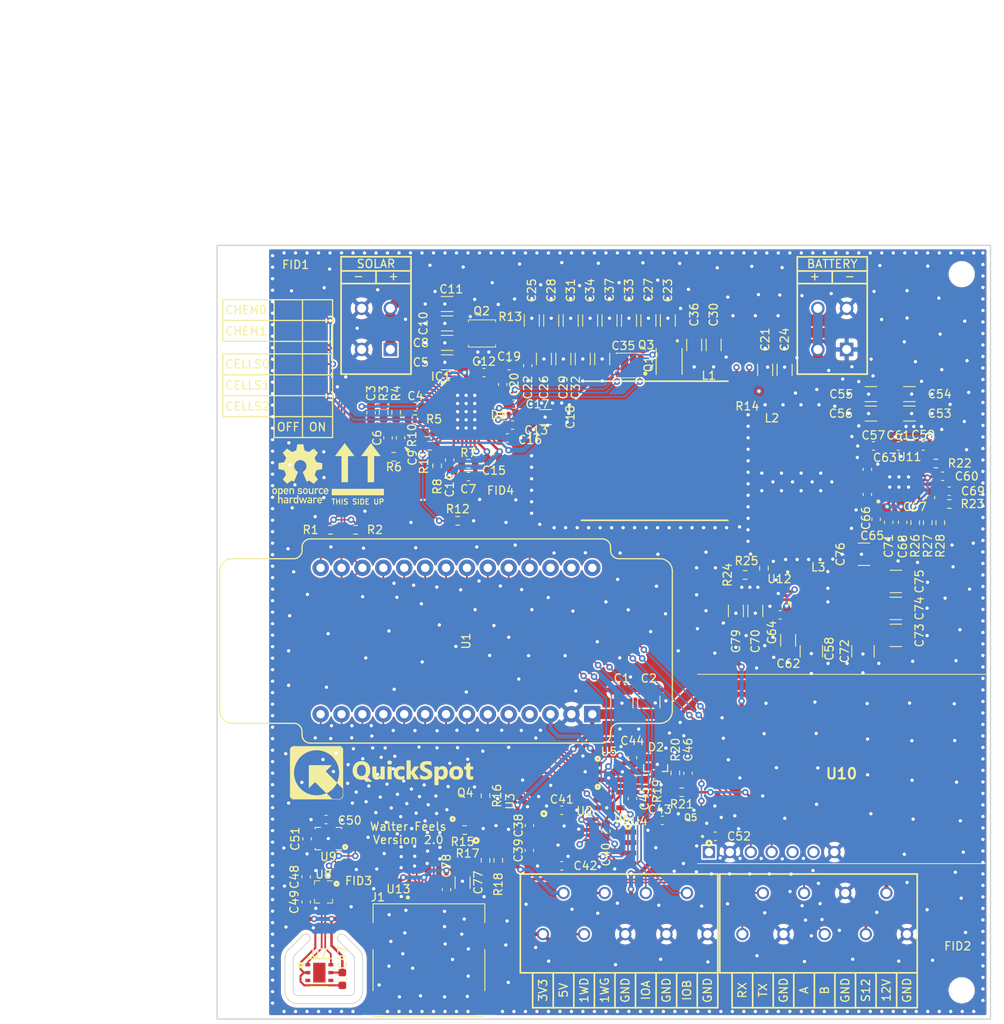
<source format=kicad_pcb>
(kicad_pcb (version 20211014) (generator pcbnew)
  (title_block (title "Walter Feels") (date "2023-08-29") (rev "2.0") (company "DPTechnics") (comment 1 "Engineer: Daan Pape"))
  (layers (0 "F.Cu" signal) (1 "In1.Cu" signal) (2 "In2.Cu" signal) (31 "B.Cu" signal) (34 "B.Paste" user) (35 "F.Paste" user) (36 "B.SilkS" user "B.Silkscreen") (37 "F.SilkS" user "F.Silkscreen") (38 "B.Mask" user) (39 "F.Mask" user) (44 "Edge.Cuts" user))
  (net 0 "")
  (net 1 "+5V")
  (net 2 "GND")
  (net 3 "VSOLAR")
  (net 4 "Net-(C3-Pad2)")
  (net 5 "Net-(C4-Pad1)")
  (net 6 "Net-(C6-Pad1)")
  (net 7 "Net-(C7-Pad1)")
  (net 8 "Net-(C7-Pad2)")
  (net 9 "Net-(C9-Pad2)")
  (net 10 "Net-(C12-Pad1)")
  (net 11 "Net-(C12-Pad2)")
  (net 12 "Net-(C13-Pad1)")
  (net 13 "Net-(C14-Pad1)")
  (net 14 "Net-(C14-Pad2)")
  (net 15 "Net-(C15-Pad2)")
  (net 16 "VCC")
  (net 17 "/Power/VIN")
  (net 18 "Net-(C20-Pad1)")
  (net 19 "VBAT")
  (net 20 "Net-(C38-Pad1)")
  (net 21 "Net-(C38-Pad2)")
  (net 22 "Net-(C39-Pad1)")
  (net 23 "Net-(C39-Pad2)")
  (net 24 "+3.3V")
  (net 25 "Net-(C41-Pad2)")
  (net 26 "Net-(C42-Pad1)")
  (net 27 "Net-(C46-Pad1)")
  (net 28 "Net-(C52-Pad1)")
  (net 29 "Net-(C60-Pad2)")
  (net 30 "Net-(C63-Pad1)")
  (net 31 "Net-(C63-Pad2)")
  (net 32 "Net-(C65-Pad1)")
  (net 33 "Net-(C66-Pad1)")
  (net 34 "Net-(C66-Pad2)")
  (net 35 "Net-(C67-Pad1)")
  (net 36 "12V")
  (net 37 "Net-(IC1-Pad1)")
  (net 38 "Net-(IC1-Pad2)")
  (net 39 "I2C_SDA")
  (net 41 "Net-(IC1-Pad10)")
  (net 42 "Net-(IC1-Pad12)")
  (net 43 "Net-(IC1-Pad13)")
  (net 44 "Net-(IC1-Pad34)")
  (net 45 "Net-(IC1-Pad36)")
  (net 46 "Net-(IC1-Pad37)")
  (net 47 "Net-(IC1-Pad38)")
  (net 48 "Net-(IC1-Pad11)")
  (net 49 "Net-(L1-Pad2)")
  (net 50 "Net-(L3-Pad2)")
  (net 51 "Net-(Q2-Pad5)")
  (net 52 "1W_3V3_IO")
  (net 53 "Net-(Q4-Pad3)")
  (net 54 "Net-(R17-Pad1)")
  (net 55 "1W_DAT")
  (net 56 "Net-(R18-Pad1)")
  (net 57 "1W_GND")
  (net 58 "Net-(R19-Pad1)")
  (net 59 "SDI12_IO")
  (net 60 "Net-(R22-Pad1)")
  (net 61 "Net-(R24-Pad2)")
  (net 62 "Net-(R26-Pad2)")
  (net 63 "Net-(R27-Pad2)")
  (net 64 "SD_CMD")
  (net 65 "SD_CLK")
  (net 66 "SD_DAT0")
  (net 67 "I2C_SCL")
  (net 68 "CO2_SCL")
  (net 69 "CO2_SDA")
  (net 71 "SER_RX")
  (net 72 "SER_TX")
  (net 76 "12V_EN")
  (net 77 "RS232_TX_EN")
  (net 78 "~{RS232_RX_EN}")
  (net 79 "RS485_TX_EN")
  (net 80 "RS485_RX_EN")
  (net 81 "SDI12_TX_EN")
  (net 82 "SDI12_RX_EN")
  (net 83 "RS232_RX")
  (net 85 "RS232_TX")
  (net 88 "RS485_A")
  (net 89 "RS485_B")
  (net 104 "Net-(J1-Pad1)")
  (net 105 "Net-(J1-Pad2)")
  (net 106 "Net-(J1-Pad3)")
  (net 107 "Net-(J1-Pad4)")
  (net 108 "Net-(J1-Pad5)")
  (net 109 "Net-(J1-Pad7)")
  (net 110 "Net-(J1-Pad8)")
  (net 112 "Net-(C67-Pad2)")
  (net 113 "CO2_EN")
  (net 114 "I2C_BUSPOW")
  (net 115 "GPIOA")
  (net 116 "GPIOB")
  (net 118 "/Solar battery charger/2P5VCC")
  (net 119 "/Solar battery charger/SW")
  (net 120 "/Solar battery charger/TG")
  (net 121 "/Solar battery charger/BG")
  (net 122 "/Solar battery charger/OUTFET")
  (footprint "Capacitor_SMD:C_0603_1608Metric" (layer "F.Cu") (at 121.217974 76.4056 90)
    (fp_text reference "C20")
    (fp_text value "0.33μF")
  )
  (footprint "SI7611DN-T1-GE3:VISHAY_SIS468DN-T1-GE3" (layer "F.Cu") (at 141.436374 73.6037 -90)
    (fp_text reference "Q3")
    (fp_text value "SI7611DN-T1-GE3")
  )
  (footprint "KRL3216T4-M-R003-F-T1:RES_KRL3216T4-M-R003-F-T1" (layer "F.Cu") (at 150.402574 76.4794)
    (fp_text reference "R14")
    (fp_text value "KRL3216T4-M-R004-F-T1")
  )
  (footprint "Capacitor_SMD:C_1206_3216Metric" (layer "F.Cu") (at 155.4734 74.6252 90)
    (fp_text reference "C24")
    (fp_text value "10µF")
  )
  (footprint "Capacitor_SMD:C_0603_1608Metric" (layer "F.Cu") (at 140.6076 129.3622 180)
    (fp_text reference "C43")
    (fp_text value "0.1µF")
  )
  (footprint "Capacitor_SMD:C_0603_1608Metric" (layer "F.Cu") (at 147.057201 131.2926)
    (fp_text reference "C52")
    (fp_text value "0.1µF")
  )
  (footprint "Capacitor_SMD:C_1206_3216Metric" (layer "F.Cu") (at 165.9636 79.9338 180)
    (fp_text reference "C56")
    (fp_text value "10µF")
  )
  (footprint "Capacitor_SMD:C_1210_3225Metric" (layer "F.Cu") (at 135.69 114.984 90)
    (fp_text reference "C1")
    (fp_text value "100µF")
  )
  (footprint "LT3120JV#PBF:QFN50P400X500X83-29N-D" (layer "F.Cu") (at 169.3672 88.2396 90)
    (fp_text reference "U11")
    (fp_text value "LT3120JV#PBF" hide)
  )
  (footprint "Capacitor_SMD:C_0603_1608Metric" (layer "F.Cu") (at 136.982201 126.7097 -90)
    (fp_text reference "C45")
    (fp_text value "0.1µF")
  )
  (footprint "107101x:1071010" (layer "F.Cu") (at 163.0146 72.1468 180)
    (fp_text reference "J3" hide)
    (fp_text value "1071010" hide)
  )
  (footprint "Package_LGA:LGA-14_3x2.5mm_P0.5mm_LayoutBorder3x4y" (layer "F.Cu") (at 100.0252 131.572 180)
    (fp_text reference "U9")
    (fp_text value "LSM6DSM")
  )
  (footprint "Capacitor_SMD:C_1210_3225Metric" (layer "F.Cu") (at 138.96 114.984 90)
    (fp_text reference "C2")
    (fp_text value "100µF")
  )
  (footprint "Capacitor_SMD:C_0603_1608Metric" (layer "F.Cu") (at 154.9364 104.394902 180)
    (fp_text reference "C64")
    (fp_text value "0.1µF")
  )
  (footprint "SCD30:SCD30" (layer "F.Cu") (at 146.2822 133.2138 180)
    (fp_text reference "U10")
    (fp_text value "SCD30" hide)
  )
  (footprint "BZX84C5V6LT1G:BZX84C5V6LT1G" (layer "F.Cu") (at 139.8016 122.7582 -90)
    (fp_text reference "D2")
    (fp_text value "5.6V" hide)
  )
  (footprint "Capacitor_SMD:C_0603_1608Metric" (layer "F.Cu") (at 173.2026 90.1446 -90)
    (fp_text reference "C67")
    (fp_text value "150pF")
  )
  (footprint "Capacitor_SMD:C_0603_1608Metric" (layer "F.Cu") (at 117.046374 87.5792 180)
    (fp_text reference "C7")
    (fp_text value "0.1µF")
  )
  (footprint "Capacitor_SMD:C_0603_1608Metric" (layer "F.Cu") (at 121.776774 82.9056)
    (fp_text reference "C16")
    (fp_text value "2.2μF")
  )
  (footprint "Resistor_SMD:R_0603_1608Metric" (layer "F.Cu") (at 100.2792 94.0562)
    (fp_text reference "R1")
    (fp_text value "45.3kΩ 1%")
  )
  (footprint "Capacitor_SMD:C_0603_1608Metric" (layer "F.Cu") (at 128.397001 134.886442)
    (fp_text reference "C42")
    (fp_text value "0.1µF")
  )
  (footprint "SN74LVC1G125DBVR:DBV0005A_N" (layer "F.Cu") (at 134.1374 126.8847)
    (fp_text reference "U6")
    (fp_text value "SN74LVC1G125DBVR" hide)
  )
  (footprint "Capacitor_SMD:C_0603_1608Metric" (layer "F.Cu") (at 99.7458 129.2606 180)
    (fp_text reference "C50")
    (fp_text value "0.1µF")
  )
  (footprint "Capacitor_SMD:C_1206_3216Metric" (layer "F.Cu") (at 138.921774 68.6308 90)
    (fp_text reference "C27")
    (fp_text value "22µF")
  )
  (footprint "Capacitor_SMD:C_0603_1608Metric" (layer "F.Cu") (at 122.411774 81.3308 180)
    (fp_text reference "C13")
    (fp_text value "0.470µF")
  )
  (footprint "Capacitor_SMD:C_1206_3216Metric" (layer "F.Cu") (at 170.6372 79.9338)
    (fp_text reference "C53")
    (fp_text value "10µF")
  )
  (footprint "Capacitor_SMD:C_1210_3225Metric" (layer "F.Cu") (at 168.9862 106.8832)
    (fp_text reference "C73")
    (fp_text value "100µF")
  )
  (footprint "Capacitor_SMD:C_1206_3216Metric" (layer "F.Cu") (at 146.846574 71.6026 -90)
    (fp_text reference "C30")
    (fp_text value "22µF")
  )
  (footprint "1990070:1990070" (layer "F.Cu") (at 126.1066 143.1798)
    (fp_text reference "J5" hide)
    (fp_text value "1990070" hide)
  )
  (footprint "Capacitor_SMD:C_0603_1608Metric" (layer "F.Cu") (at 169.291 83.8708)
    (fp_text reference "C61")
    (fp_text value "0.1µF")
  )
  (footprint "Capacitor_SMD:C_1206_3216Metric" (layer "F.Cu") (at 141.283974 68.6308 90)
    (fp_text reference "C23")
    (fp_text value "22µF")
  )
  (footprint "MAX17291ATA+T:SON50P200X200X80-9N-D" (layer "F.Cu") (at 154.7114 101.793202 180)
    (fp_text reference "U12")
    (fp_text value "MAX17291ATA+T" hide)
  )
  (footprint "Jumper:SolderJumper-2_P1.3mm_Open_TrianglePad1.0x1.5mm" (layer "F.Cu") (at 95.063174 76.4975)
    (fp_text reference "JP8" hide)
    (fp_text value "SolderJumper_2_Open")
  )
  (footprint "Resistor_SMD:R_0603_1608Metric" (layer "F.Cu") (at 150.6728 99.543502)
    (fp_text reference "R24")
    (fp_text value "3.48MΩ 1%")
  )
  (footprint "Capacitor_SMD:C_0603_1608Metric" (layer "F.Cu") (at 118.931974 74.9554)
    (fp_text reference "C12")
    (fp_text value "1000pF")
  )
  (footprint "Capacitor_SMD:C_0603_1608Metric" (layer "F.Cu") (at 128.397 128.130042 180)
    (fp_text reference "C41")
    (fp_text value "0.1µF")
  )
  (footprint "Capacitor_SMD:C_1206_3216Metric" (layer "F.Cu") (at 114.461574 73.7108 180)
    (fp_text reference "C5")
    (fp_text value "10µF")
  )
  (footprint "LIB_FDMC8030:FDMC89521L" (layer "F.Cu") (at 136.508774 74.0918 90)
    (fp_text reference "Q1")
    (fp_text value "FDMC8030" hide)
  )
  (footprint "Resistor_SMD:R_0603_1608Metric" (layer "F.Cu") (at 111.997774 82.2198 180)
    (fp_text reference "R10")
    (fp_text value "95.3kΩ 1%")
  )
  (footprint "DS9503P+:DS2505PTR" (layer "F.Cu") (at 120.396 130.2766 90)
    (fp_text reference "U3")
    (fp_text value "DS9503P+" hide)
  )
  (footprint "Capacitor_SMD:C_1206_3216Metric" (layer "F.Cu") (at 126.221774 73.3044 -90)
    (fp_text reference "C26")
    (fp_text value "10µF")
  )
  (footprint "Capacitor_SMD:C_1206_3216Metric" (layer "F.Cu") (at 128.583974 73.3044 -90)
    (fp_text reference "C29")
    (fp_text value "10µF")
  )
  (footprint "1990070:1990070" (layer "F.Cu") (at 150.3426 143.1798)
    (fp_text reference "J4" hide)
    (fp_text value "1990070" hide)
  )
  (footprint "107101x:1071010" (layer "F.Cu") (at 107.5664 72.1468 180)
    (fp_text reference "J2" hide)
    (fp_text value "1071010" hide)
  )
  (footprint "Resistor_SMD:R_0603_1608Metric" (layer "F.Cu") (at 106.739974 79.7946 -90)
    (fp_text reference "R3")
    (fp_text value "64,9kΩ 1%")
  )
  (footprint "Fiducial:Fiducial_0.5mm_Mask1mm" (layer "F.Cu") (at 120.95 90.78)
    (fp_text reference "FID4")
    (fp_text value "Fiducial")
  )
  (footprint "Package_LGA:Bosch_LGA-8_2x2.5mm_P0.65mm_ClockwisePinNumbering" (layer "F.Cu") (at 99.4358 138.0542 -90)
    (fp_text reference "U8")
    (fp_text value "BMP280")
  )
  (footprint "Resistor_SMD:R_0603_1608Metric" (layer "F.Cu") (at 172.8724 93.1926 90)
    (fp_text reference "R27")
    (fp_text value "1.24MΩ 1%")
  )
  (footprint "DMP2066UFDE-7:MOSFET_DMP2066UFDE-7" (layer "F.Cu") (at 144.1 130.65 180)
    (fp_text reference "Q5")
    (fp_text value "DMP2021UFDE-7" hide)
  )
  (footprint "Capacitor_SMD:C_0603_1608Metric" (layer "F.Cu") (at 105.215974 79.8446 -90)
    (fp_text reference "C3")
    (fp_text value "2200pF")
  )
  (footprint "Capacitor_SMD:C_0603_1608Metric" (layer "F.Cu") (at 97.4344 131.5974 -90)
    (fp_text reference "C51")
    (fp_text value "0.1µF")
  )
  (footprint "walter:walter-socket" (layer "F.Cu") (at 115.5956 107.569 -90)
    (fp_text reference "U1")
    (fp_text value "DPT_Walter" hide)
  )
  (footprint "Capacitor_SMD:C_1210_3225Metric" (layer "F.Cu") (at 168.9862 100.33)
    (fp_text reference "C75")
    (fp_text value "100µF")
  )
  (footprint "Resistor_SMD:R_0603_1608Metric" (layer "F.Cu") (at 119.126 126.365 90)
    (fp_text reference "R16")
    (fp_text value "1.2kΩ 1%")
  )
  (footprint "Capacitor_SMD:C_1206_3216Metric" (layer "F.Cu") (at 133.308374 73.3044 -90)
    (fp_text reference "C35")
    (fp_text value "10µF")
  )
  (footprint "Jumper:SolderJumper-2_P1.3mm_Open_TrianglePad1.0x1.5mm" (layer "F.Cu") (at 98.704874 69.9189)
    (fp_text reference "JP1" hide)
    (fp_text value "SolderJumper_2_Open")
  )
  (footprint "Capacitor_SMD:C_1206_3216Metric" (layer "F.Cu") (at 127.110774 68.6308 90)
    (fp_text reference "C28")
    (fp_text value "10µF")
  )
  (footprint "Capacitor_SMD:C_0603_1608Metric" (layer "F.Cu") (at 120.07 85.43 180)
    (fp_text reference "C15")
    (fp_text value "1000pF")
  )
  (footprint "SRP1770C-100M:INDPM178169X700N" (layer "F.Cu") (at 139.683774 84.455)
    (fp_text reference "L1")
    (fp_text value "SRP1770C-100M" hide)
  )
  (footprint "Resistor_SMD:R_0603_1608Metric" (layer "F.Cu") (at 107.972374 85.1916 180)
    (fp_text reference "R6")
    (fp_text value "200Ω 1%")
  )
  (footprint "Capacitor_SMD:C_0603_1608Metric" (layer "F.Cu") (at 97.3276 136.228 90)
    (fp_text reference "C48")
    (fp_text value "0.1µF")
  )
  (footprint "Capacitor_SMD:C_1206_3216Metric" (layer "F.Cu") (at 155.9052 107.493702 -90)
    (fp_text reference "C62")
    (fp_text value "10µF")
  )
  (footprint "MountingHole:MountingHole_2.7mm_M2.5_ISO14580" (layer "F.Cu") (at 177 63)
    (fp_text reference "H2" hide)
    (fp_text value "MountingHole")
  )
  (footprint "Jumper:SolderJumper-2_P1.3mm_Open_TrianglePad1.0x1.5mm" (layer "F.Cu") (at 95.063174 79.0629)
    (fp_text reference "JP6" hide)
    (fp_text value "SolderJumper_2_Open")
  )
  (footprint "Resistor_SMD:R_0603_1608Metric" (layer "F.Cu") (at 142.9766 125.943398)
    (fp_text reference "R21")
    (fp_text value "510Ω 1%")
  )
  (footprint "MAX3221CUE+:SOP65P640X110-16N" (layer "F.Cu") (at 129.159 131.4958)
    (fp_text reference "U2")
    (fp_text value "MAX3221" hide)
  )
  (footprint "Capacitor_SMD:C_0603_1608Metric" (layer "F.Cu") (at 172.3136 83.8708)
    (fp_text reference "C59")
    (fp_text value "1μF")
  )
  (footprint "Jumper:SolderJumper-2_P1.3mm_Open_TrianglePad1.0x1.5mm" (layer "F.Cu") (at 95.045074 69.9189)
    (fp_text reference "JP2" hide)
    (fp_text value "SolderJumper_2_Open")
  )
  (footprint "Capacitor_SMD:C_1206_3216Metric" (layer "F.Cu") (at 136.559574 68.6308 90)
    (fp_text reference "C33")
    (fp_text value "22µF")
  )
  (footprint "Capacitor_SMD:C_1210_3225Metric" (layer "F.Cu") (at 165.1254 97.028 180)
    (fp_text reference "C76")
    (fp_text value "100µF")
  )
  (footprint "Capacitor_SMD:C_0603_1608Metric" (layer "F.Cu") (at 165.5318 86.7146 90)
    (fp_text reference "C63")
    (fp_text value "0.1µF")
  )
  (footprint "Capacitor_SMD:C_0603_1608Metric" (layer "F.Cu") (at 124.265974 74.1172 -90)
    (fp_text reference "C22")
    (fp_text value "0.1µF")
  )
  (footprint "Resistor_SMD:R_0603_1608Metric" (layer "F.Cu") (at 142.189201 123.594398 -90)
    (fp_text reference "R20")
    (fp_text value "200kΩ")
  )
  (footprint "Resistor_SMD:R_0603_1608Metric" (layer "F.Cu") (at 171.3484 93.1918 -90)
    (fp_text reference "R26")
    (fp_text value "45.3kΩ 1%")
  )
  (footprint "Capacitor_SMD:C_0603_1608Metric" (layer "F.Cu") (at 108.797374 82.8802 -90)
    (fp_text reference "C9")
    (fp_text value "0.22μF")
  )
  (footprint "Capacitor_SMD:C_1206_3216Metric" (layer "F.Cu") (at 131.835174 68.6308 90)
    (fp_text reference "C34")
    (fp_text value "10µF")
  )
  (footprint "Capacitor_SMD:C_0603_1608Metric" (layer "F.Cu") (at 165.5318 89.7646 -90)
    (fp_text reference "C66")
    (fp_text value "0.1µF")
  )
  (footprint "Capacitor_SMD:C_0603_1608Metric" (layer "F.Cu") (at 122.589574 78.7908)
    (fp_text reference "C17")
    (fp_text value "0.1µF")
  )
  (footprint "Resistor_SMD:R_0603_1608Metric" (layer "F.Cu") (at 103.3272 94.0562 180)
    (fp_text reference "R2")
    (fp_text value "45.3kΩ 1%")
  )
  (footprint "Capacitor_SMD:C_0603_1608Metric" (layer "F.Cu") (at 175.4886 89.3696)
    (fp_text reference "C69")
    (fp_text value "27pF")
  )
  (footprint "Resistor_SMD:R_0603_1608Metric" (layer "F.Cu") (at 117.046374 86.0298 180)
    (fp_text reference "R7")
    (fp_text value "301kΩ 1%")
  )
  (footprint "LTC4015EUHF#PBF:QFN50P500X700X80-39N-D" (layer "F.Cu") (at 116.796374 79.7306)
    (fp_text reference "IC1")
    (fp_text value "LTC4015EUHF#PBF" hide)
  )
  (footprint "Jumper:SolderJumper-2_P1.3mm_Open_TrianglePad1.0x1.5mm" (layer "F.Cu") (at 98.722974 79.0629)
    (fp_text reference "JP5" hide)
    (fp_text value "SolderJumper_2_Open")
  )
  (footprint "Resistor_SMD:R_0603_1608Metric" (layer "F.Cu") (at 108.263974 79.7946 90)
    (fp_text reference "R4")
    (fp_text value "10kΩ 1%")
  )
  (footprint "PM4343:INDPM140128X650N" (layer "F.Cu") (at 158.242 88.2396 -90)
    (fp_text reference "L2")
    (fp_text value "PM4343.332NLT" hide)
  )
  (footprint "THVD1450D:SOIC127P599X175-8N" (layer "F.Cu") (at 138.9126 132.6917)
    (fp_text reference "U4")
    (fp_text value "THVD1450D" hide)
  )
  (footprint "Capacitor_SMD:C_0603_1608Metric" (layer "F.Cu") (at 133.7564 130.6576 -90)
    (fp_text reference "C40")
    (fp_text value "0.1µF")
  )
  (footprint "Capacitor_SMD:C_1206_3216Metric" (layer "F.Cu") (at 129.472974 68.6308 90)
    (fp_text reference "C31")
    (fp_text value "10µF")
  )
  (footprint "Resistor_SMD:R_0603_1608Metric" (layer "F.Cu") (at 112.327974 83.8454 180)
    (fp_text reference "R11")
    (fp_text value "10kΩ 1%")
  )
  (footprint "MountingHole:MountingHole_2.7mm_M2.5_ISO14580" (layer "F.Cu") (at 90 63)
    (fp_text reference "H1" hide)
    (fp_text value "MountingHole")
  )
  (footprint "Resistor_SMD:R_0603_1608Metric" (layer "F.Cu") (at 120.674943 134.2136 -90)
    (fp_text reference "R18")
    (fp_text value "5.1Ω 1%")
  )
  (footprint "Capacitor_SMD:C_0603_1608Metric" (layer "F.Cu") (at 166.2684 83.8708 180)
    (fp_text reference "C57")
    (fp_text value "0.1µF")
  )
  (footprint "Capacitor_SMD:C_0603_1608Metric" (layer "F.Cu") (at 124.46 133.006842 -90)
    (fp_text reference "C39")
    (fp_text value "0.1µF")
  )
  (footprint "Capacitor_SMD:C_0603_1608Metric" (layer "F.Cu") (at 169.8244 93.1418 -90)
    (fp_text reference "C68")
    (fp_text value "0.1µF")
  )
  (footprint "Resistor_SMD:R_0603_1608Metric" (layer "F.Cu") (at 175.4886 90.9196)
    (fp_text reference "R23")
    (fp_text value "220kΩ 1%")
  )
  (footprint "Fiducial:Fiducial_0.5mm_Mask1mm" (layer "F.Cu") (at 176.51 146.14)
    (fp_text reference "FID2")
    (fp_text value "Fiducial")
  )
  (footprint "Resistor_SMD:R_0603_1608Metric" (layer "F.Cu") (at 116.586001 130.5306)
    (fp_text reference "R15")
    (fp_text value "10kΩ 1%")
  )
  (footprint "Capacitor_SMD:C_1206_3216Metric" (layer "F.Cu") (at 114.461574 66.6242 180)
    (fp_text reference "C11")
    (fp_text value "10µF")
  )
  (footprint "Capacitor_SMD:C_0603_1608Metric" (layer "F.Cu") (at 124.46 129.984242 -90)
    (fp_text reference "C38")
    (fp_text value "0.1µF")
  )
  (footprint "Capacitor_SMD:C_1206_3216Metric" (layer "F.Cu") (at 130.946174 73.3044 -90)
    (fp_text reference "C32")
    (fp_text value "10µF")
  )
  (footprint "Capacitor_SMD:C_0603_1608Metric" (layer "F.Cu") (at 121.979974 74.1172)
    (fp_text reference "C19")
    (fp_text value "1μF")
  )
  (footprint "Capacitor_SMD:C_0603_1608Metric" (layer "F.Cu") (at 136.9822 121.742199 90)
    (fp_text reference "C44")
    (fp_text value "0.1µF")
  )
  (footprint "Jumper:SolderJumper-2_P1.3mm_Open_TrianglePad1.0x1.5mm" (layer "F.Cu") (at 95.063174 73.9321)
    (fp_text reference "JP10" hide)
    (fp_text value "SolderJumper_2_Open")
  )
  (footprint "Capacitor_SMD:C_0603_1608Metric" (layer "F.Cu") (at 110.600774 79.0956 180)
    (fp_text reference "C4")
    (fp_text value "100pF")
  )
  (footprint "Capacitor_SMD:C_0603_1608Metric" (layer "F.Cu") (at 166.5986 92.7862 -90)
    (fp_text reference "C65")
    (fp_text value "22nF")
  )
  (footprint "SN74LVC1G125DBVR:DBV0005A_N" (layer "F.Cu") (at 134.1374 123.4694)
    (fp_text reference "U5")
    (fp_text value "SN74LVC1G125DBVR" hide)
  )
  (footprint "Capacitor_SMD:C_0603_1608Metric" (layer "F.Cu") (at 114.766374 85.5726 90)
    (fp_text reference "C14")
    (fp_text value "0.33μF")
  )
  (footprint "Capacitor_SMD:C_1206_3216Metric" (layer "F.Cu") (at 134.197374 68.6308 90)
    (fp_text reference "C37")
    (fp_text value "22µF")
  )
  (footprint "Jumper:SolderJumper-2_P1.3mm_Open_TrianglePad1.0x1.5mm" (layer "F.Cu") (at 95.045074 67.3535)
    (fp_text reference "JP4" hide)
    (fp_text value "SolderJumper_2_Open")
  )
  (footprint "Resistor_SMD:R_0603_1608Metric" (layer "F.Cu") (at 110.549974 80.6196)
    (fp_text reference "R5")
    (fp_text value "10kΩ 1%")
  )
  (footprint "Capacitor_SMD:C_1206_3216Metric" (layer "F.Cu") (at 151.9174 103.912302 -90)
    (fp_text reference "C70")
    (fp_text value "10µF")
  )
  (footprint "693072010801:693072010801" (layer "F.Cu") (at 112.2492 146.3479)
    (fp_text reference "J1")
    (fp_text value "693072010801" hide)
  )
  (footprint "Jumper:SolderJumper-2_P1.3mm_Open_TrianglePad1.0x1.5mm" (layer "F.Cu") (at 98.722974 76.4975)
    (fp_text reference "JP7" hide)
    (fp_text value "SolderJumper_2_Open")
  )
  (footprint "NX7002AK:TL431CDBZR215" (layer "F.Cu") (at 116.6741 128.1938)
    (fp_text reference "Q4")
    (fp_text value "NX7002AK,215" hide)
  )
  (footprint "MountingHole:MountingHole_2.7mm_M2.5_ISO14580" (layer "F.Cu") (at 90 150)
    (fp_text reference "H4" hide)
    (fp_text value "MountingHole")
  )
  (footprint "Capacitor_SMD:C_0603_1608Metric" (layer "F.Cu") (at 143.7386 123.644398 90)
    (fp_text reference "C46")
    (fp_text value "33nF")
  )
  (footprint "1N4448HLP-7:DESD3V3S1BL7B" (layer "F.Cu") (at 122.310174 80.0608)
    (fp_text reference "D1")
    (fp_text value "1N4448HLP" hide)
  )
  (footprint "Capacitor_SMD:C_1210_3225Metric" (layer "F.Cu") (at 168.9862 103.6066)
    (fp_text reference "C74")
    (fp_text value "100µF")
  )
  (footprint "Resistor_SMD:R_0603_1608Metric" (layer "F.Cu") (at 113.242374 86.2838 -90)
    (fp_text reference "R8")
    (fp_text value "10kΩ 1%")
  )
  (footprint "Capacitor_SMD:C_0603_1608Metric" (layer "F.Cu") (at 97.3276 139.2734 -90)
    (fp_text reference "C49")
    (fp_text value "0.1µF")
  )
  (footprint "Capacitor_SMD:C_0603_1608Metric" (layer "F.Cu") (at 107.273374 82.8802 -90)
    (fp_text reference "C6")
    (fp_text value "10nF")
  )
  (footprint "Resistor_SMD:R_0603_1608Metric" (layer "F.Cu") (at 137.7442 124.419398)
    (fp_text reference "R19")
    (fp_text value "510Ω 1%")
  )
  (footprint "Capacitor_SMD:C_1206_3216Metric" (layer "F.Cu") (at 124.748574 68.6308 90)
    (fp_text reference "C25")
    (fp_text value "10µF")
  )
  (footprint "Capacitor_SMD:C_1210_3225Metric" (layer "F.Cu") (at 158.7246 108.814502 -90)
    (fp_text reference "C58")
    (fp_text value "100µF")
  )
  (footprint "Capacitor_SMD:C_1206_3216Metric" (layer "F.Cu") (at 116.3378 136.9245 -90)
    (fp_text reference "C77")
    (fp_text value "10µF")
  )
  (footprint "Capacitor_SMD:C_1206_3216Metric" (layer "F.Cu") (at 114.461574 68.9864 180)
    (fp_text reference "C10")
    (fp_text value "10µF")
  )
  (footprint "LIB_CM1624-08DE:SON40P135X330X55-17N" (layer "F.Cu") (at 111.6492 137.9659 90)
    (fp_text reference "U13")
    (fp_text value "CM1624-08DE" hide)
  )
  (footprint "Capacitor_SMD:C_0603_1608Metric" (layer "F.Cu") (at 174.6758 87.5538 180)
    (fp_text reference "C60")
    (fp_text value "4.7μF")
  )
  (footprint "Capacitor_SMD:C_0603_1608Metric" (layer "F.Cu") (at 168.1226 93.1418 -90)
    (fp_text reference "C71")
    (fp_text value "0.1µF")
  )
  (footprint "Resistor_SMD:R_0603_1608Metric" (layer "F.Cu") (at 173.863 86.0044)
    (fp_text reference "R22")
    (fp_text value "105kΩ 1%")
  )
  (footprint "Capacitor_SMD:C_1206_3216Metric" (layer "F.Cu") (at 165.9636 77.5716 180)
    (fp_text reference "C55")
    (fp_text value "10µF")
  )
  (footprint "Fiducial:Fiducial_0.5mm_Mask1mm" (layer "F.Cu") (at 103.7 138.21)
    (fp_text reference "FID3")
    (fp_text value "Fiducial")
  )
  (footprint "Resistor_SMD:R_0603_1608Metric" (layer "F.Cu") (at 174.3964 93.1926 -90)
    (fp_text reference "R28")
    (fp_text value "243kΩ 1%")
  )
  (footprint "Capacitor_SMD:C_1206_3216Metric" (layer "F.Cu") (at 170.6372 77.5716)
    (fp_text reference "C54")
    (fp_text value "10µF")
  )
  (footprint "Resistor_SMD:R_0603_1608Metric" (layer "F.Cu") (at 119.126 134.2136 -90)
    (fp_text reference "R17")
    (fp_text value "5.1Ω 1%")
  )
  (footprint "Capacitor_SMD:C_0603_1608Metric" (layer "F.Cu") (at 101.72073 148.6284 -90)
    (fp_text reference "C47")
    (fp_text value "0.1µF")
  )
  (footprint "Jumper:SolderJumper-2_P1.3mm_Open_TrianglePad1.0x1.5mm" (layer "F.Cu") (at 98.704874 67.3535)
    (fp_text reference "JP3" hide)
    (fp_text value "SolderJumper_2_Open")
  )
  (footprint "Jumper:SolderJumper-2_P1.3mm_Open_TrianglePad1.0x1.5mm" (layer "F.Cu") (at 98.722974 73.9321)
    (fp_text reference "JP9" hide)
    (fp_text value "SolderJumper_2_Open")
  )
  (footprint "KRL3216T4-M-R003-F-T1:RES_KRL3216T4-M-R003-F-T1" (layer "F.Cu") (at 122.132374 70.5306 180)
    (fp_text reference "R13")
    (fp_text value "KRL3216T4-M-R003-F-T1")
  )
  (footprint "Capacitor_SMD:C_1206_3216Metric" (layer "F.Cu") (at 149.5552 103.912302 -90)
    (fp_text reference "C79")
    (fp_text value "10µF")
  )
  (footprint "MountingHole:MountingHole_2.7mm_M2.5_ISO14580" (layer "F.Cu") (at 177 150)
    (fp_text reference "H3" hide)
    (fp_text value "MountingHole")
  )
  (footprint "Resistor_SMD:R_0603_1608Metric" (layer "F.Cu") (at 152.9588 98.718502 90)
    (fp_text reference "R25")
    (fp_text value "402kΩ 1%")
  )
  (footprint "Capacitor_SMD:C_1206_3216Metric" (layer "F.Cu") (at 126.424974 80.3656)
    (fp_text reference "C18")
    (fp_text value "10µF")
  )
  (footprint "Resistor_SMD:R_0603_1608Metric" (layer "F.Cu") (at 115.7478 92.964)
    (fp_text reference "R12")
    (fp_text value "10kΩ NTC")
  )
  (footprint "Capacitor_SMD:C_0603_1608Metric" (layer "F.Cu") (at 114.382 137.7627 -90)
    (fp_text reference "C78")
    (fp_text value "0.1µF")
  )
  (footprint "Capacitor_SMD:C_1206_3216Metric" (layer "F.Cu") (at 153.1112 74.6252 90)
    (fp_text reference "C21")
    (fp_text value "10µF")
  )
  (footprint "FDMC8327L:FDMC86139P" (layer "F.Cu") (at 118.296374 70.2056 -90)
    (fp_text reference "Q2")
    (fp_text value "FDMC8327L" hide)
  )
  (footprint "Capacitor_SMD:C_1210_3225Metric" (layer "F.Cu") (at 164.9984 108.814502 -90)
    (fp_text reference "C72")
    (fp_text value "100µF")
  )
  (footprint "Capacitor_SMD:C_1206_3216Metric" (layer "F.Cu") (at 144.484374 71.6026 -90)
    (fp_text reference "C36")
    (fp_text value "22µF")
  )
  (footprint "Capacitor_SMD:C_1206_3216Metric" (layer "F.Cu") (at 114.461574 71.3486 180)
    (fp_text reference "C8")
    (fp_text value "10µF")
  )
  (footprint "Fiducial:Fiducial_0.5mm_Mask1mm" (layer "F.Cu") (at 96.05 63.35)
    (fp_text reference "FID1")
    (fp_text value "Fiducial")
  )
  (footprint "Package_SON:Texas_PWSON-N6" (layer "F.Cu") (at 98.92673 147.8534)
    (fp_text reference "U7")
    (fp_text value "HDC1080DMBR")
  )
  (footprint "SRR7045-100M:SRR7045100M" (layer "F.Cu") (at 160.7058 102.820102 180)
    (fp_text reference "L3")
    (fp_text value "SRR7045-100M" hide)
  )
  (gr_line (start 101.347192 123.719557) (end 101.336541 123.859604) (layer "F.SilkS") (width 0.01))
  (gr_line (start 100.447164 121.536337) (end 100.542951 121.62765) (layer "F.SilkS") (width 0.01))
  (gr_line (start 101.406889 126.783319) (end 101.383371 126.78629) (layer "F.SilkS") (width 0.05))
  (gr_line (start 96.464465 121.823488) (end 96.551153 121.723425) (layer "F.SilkS") (width 0.01))
  (gr_poly (pts (xy 96.580973 88.997365) (xy 96.603052 88.998671) (xy 96.624252 89.000818) (xy 96.644612 89.003781) (xy 96.664171 89.007535) (xy 96.682968 89.012056) (xy 96.701044 89.017318) (xy 96.718437 89.023296) (xy 96.735187 89.029967) (xy 96.751333 89.037305) (xy 96.766915 89.045286) (xy 96.781971 89.053884) (xy 96.796542 89.063076) (xy 96.810666 89.072835) (xy 96.824383 89.083138) (xy 96.837733 89.09396) (xy 96.749229 89.197902) (xy 96.738671 89.190685) (xy 96.728051 89.183783) (xy 96.717343 89.177217) (xy 96.706521 89.171007) (xy 96.695558 89.165174) (xy 96.684427 89.15974) (xy 96.673102 89.154724) (xy 96.661555 89.150148) (xy 96.64976 89.146032) (xy 96.637691 89.142397) (xy 96.62532 89.139265) (xy 96.612622 89.136655) (xy 96.599569 89.134589) (xy 96.586135 89.133088) (xy 96.572292 89.132172) (xy 96.558015 89.131862) (xy 96.54963 89.131968) (xy 96.541593 89.132285) (xy 96.5339 89.132807) (xy 96.526544 89.13353) (xy 96.51952 89.13445) (xy 96.512823 89.135563) (xy 96.506448 89.136863) (xy 96.500389 89.138347) (xy 96.494641 89.14001) (xy 96.489198 89.141848) (xy 96.484055 89.143856) (xy 96.479207 89.146031) (xy 96.474648 89.148367) (xy 96.470372 89.15086) (xy 96.466375 89.153505) (xy 96.462651 89.156299) (xy 96.459194 89.159237) (xy 96.456 89.162315) (xy 96.453062 89.165528) (xy 96.450375 89.168871) (xy 96.447935 89.172341) (xy 96.445735 89.175933) (xy 96.44377 89.179642) (xy 96.442035 89.183464) (xy 96.440524 89.187395) (xy 96.439233 89.191431) (xy 96.438154 89.195566) (xy 96.437284 89.199797) (xy 96.436617 89.204119) (xy 96.436147 89.208527) (xy 96.435869 89.213018) (xy 96.435777 89.217587) (xy 96.436047 89.223377) (xy 96.436883 89.229131) (xy 96.438323 89.234811) (xy 96.440407 89.24038) (xy 96.443175 89.245801) (xy 96.446665 89.251037) (xy 96.450916 89.256051) (xy 96.45334 89.258463) (xy 96.455969 89.260806) (xy 96.458807 89.263076) (xy 96.461861 89.265266) (xy 96.465134 89.267373) (xy 96.468632 89.269393) (xy 96.47236 89.27132) (xy 96.476322 89.27315) (xy 96.484969 89.2765) (xy 96.494613 89.279407) (xy 96.505293 89.281833) (xy 96.517047 89.283742) (xy 96.529916 89.285095) (xy 96.647987 89.29347) (xy 96.661569 89.294625) (xy 96.674637 89.296241) (xy 96.687196 89.298305) (xy 96.699253 89.300808) (xy 96.710811 89.30374) (xy 96.721877 89.30709) (xy 96.732457 89.310847) (xy 96.742555 89.315002) (xy 96.752176 89.319544) (xy 96.761328 89.324463) (xy 96.770014 89.329748) (xy 96.77824 89.335389) (xy 96.786012 89.341377) (xy 96.793335 89.347699) (xy 96.800215 89.354347) (xy 96.806657 89.36131) (xy 96.812667 89.368577) (xy 96.818249 89.376139) (xy 96.82341 89.383984) (xy 96.828154 89.392103) (xy 96.832488 89.400485) (xy 96.836416 89.40912) (xy 96.839944 89.417998) (xy 96.843078 89.427108) (xy 96.845823 89.436439) (xy 96.848184 89.445983) (xy 96.851777 89.465663) (xy 96.853901 89.486065) (xy 96.8546 89.507107) (xy 96.854224 89.519982) (xy 96.853107 89.532507) (xy 96.851267 89.544677) (xy 96.84872 89.55649) (xy 96.845483 89.567941) (xy 96.841574 89.579027) (xy 96.837009 89.589744) (xy 96.831805 89.600087) (xy 96.825979 89.610053) (xy 96.819549 89.619638) (xy 96.812531 89.628839) (xy 96.804942 89.637651) (xy 96.796799 89.646071) (xy 96.788119 89.654095) (xy 96.77892 89.661718) (xy 96.769217 89.668938) (xy 96.759029 89.675749) (xy 96.748372 89.68215) (xy 96.725718 89.6937) (xy 96.701393 89.703557) (xy 96.675532 89.711691) (xy 96.64827 89.718072) (xy 96.619745 89.722667) (xy 96.590091 89.725447) (xy 96.559444 89.72638) (xy 96.537935 89.725885) (xy 96.516633 89.7244) (xy 96.495548 89.721922) (xy 96.474693 89.718449) (xy 96.454075 89.713979) (xy 96.433707 89.708511) (xy 96.413598 89.702042) (xy 96.393759 89.694571) (xy 96.374199 89.686094) (xy 96.35493 89.676612) (xy 96.335962 89.666121) (xy 96.317304 89.654619) (xy 96.298968 89.642105) (xy 96.280964 89.628576) (xy 96.263302 89.614031) (xy 96.245992 89.598467) (xy 96.345767 89.500122) (xy 96.357432 89.511115) (xy 96.369262 89.521411) (xy 96.38129 89.531009) (xy 96.393549 89.539907) (xy 96.406072 89.548103) (xy 96.418891 89.555596) (xy 96.43204 89.562383) (xy 96.445551 89.568463) (xy 96.459458 89.573835) (xy 96.473792 89.578496) (xy 96.488588 89.582444) (xy 96.503878 89.585679) (xy 96.519695 89.588198) (xy 96.536072 89.589999) (xy 96.553041 89.591081) (xy 96.570636 89.591442) (xy 96.578208 89.591352) (xy 96.585642 89.591081) (xy 96.592931 89.590629) (xy 96.60007 89.589997) (xy 96.60705 89.589186) (xy 96.613865 89.588194) (xy 96.620509 89.587024) (xy 96.626974 89.585673) (xy 96.633255 89.584144) (xy 96.639344 89.582436) (xy 96.645235 89.58055) (xy 96.65092 89.578485) (xy 96.656394 89.576243) (xy 96.661649 89.573822) (xy 96.666679 89.571224) (xy 96.671477 89.568448) (xy 96.676036 89.565496) (xy 96.68035 89.562367) (xy 96.684412 89.559061) (xy 96.688215 89.555578) (xy 96.691752 89.55192) (xy 96.695017 89.548086) (xy 96.698003 89.544076) (xy 96.700703 89.53989) (xy 96.70311 89.53553) (xy 96.705219 89.530994) (xy 96.707021 89.526284) (xy 96.708511 89.5214) (xy 96.709681 89.516341) (xy 96.710526 89.511108) (xy 96.711037 89.505702) (xy 96.711209 89.500122) (xy 96.711099 89.49548) (xy 96.710772 89.491039) (xy 96.710232 89.486796) (xy 96.709485 89.482745) (xy 96.708535 89.478882) (xy 96.707387 89.475202) (xy 96.706046 89.471703) (xy 96.704518 89.468378) (xy 96.702806 89.465224) (xy 96.700916 89.462237) (xy 96.698852 89.459412) (xy 96.69662 89.456745) (xy 96.694224 89.454231) (xy 96.691669 89.451866) (xy 96.68896 89.449646) (xy 96.686102 89.447566) (xy 96.6831 89.445622) (xy 96.679958 89.44381) (xy 96.673275 89.440564) (xy 96.666094 89.437792) (xy 96.658451 89.43546) (xy 96.650388 89.433533) (xy 96.641941 89.431976) (xy 96.633151 89.430755) (xy 96.624055 89.429835) (xy 96.497532 89.418603) (xy 96.475776 89.416051) (xy 96.454827 89.412094) (xy 96.444681 89.409592) (xy 96.434767 89.406744) (xy 96.425096 89.403551) (xy 96.415677 89.400015) (xy 96.406523 89.396136) (xy 96.397641 89.391918) (xy 96.389044 89.38736) (xy 96.380741 89.382466) (xy 96.372743 89.377236) (xy 96.365059 89.371672) (xy 96.357701 89.365776) (xy 96.350678 89.359548) (xy 96.344001 89.352992) (xy 96.33768 89.346107) (xy 96.331725 89.338897) (xy 96.326148 89.331362) (xy 96.320957 89.323504) (xy 96.316163 89.315325) (xy 96.311777 89.306825) (xy 96.307809 89.298008) (xy 96.30427 89.288873) (xy 96.301168 89.279424) (xy 96.298516 89.269661) (xy 96.296323 89.259586) (xy 96.294599 89.2492) (xy 96.293355 89.238506) (xy 96.292601 89.227504) (xy 96.292347 89.216197) (xy 96.292682 89.20283) (xy 96.293678 89.189875) (xy 96.29532 89.177334) (xy 96.297593 89.165207) (xy 96.300483 89.153495) (xy 96.303975 89.142199) (xy 96.308054 89.131319) (xy 96.312705 89.120856) (xy 96.317915 89.110812) (xy 96.323667 89.101186) (xy 96.329949 89.09198) (xy 96.336744 89.083194) (xy 96.344038 89.074829) (xy 96.351817 89.066886) (xy 96.360066 89.059365) (xy 96.368771 89.052268) (xy 96.377915 89.045595) (xy 96.387486 89.039347) (xy 96.397468 89.033525) (xy 96.407846 89.028129) (xy 96.418606 89.02316) (xy 96.429734 89.01862) (xy 96.453031 89.010826) (xy 96.477622 89.004753) (xy 96.503388 89.000408) (xy 96.530211 88.997796) (xy 96.557976 88.996924)) (layer "F.SilkS") (width 0) (fill solid))
  (gr_line (start 97.278069 126.002527) (end 97.162569 125.936124) (layer "F.SilkS") (width 0.01))
  (gr_line (start 101.263948 124.266836) (end 101.226781 124.3977) (layer "F.SilkS") (width 0.01))
  (gr_line (start 96.838339 121.449659) (end 96.942531 121.36779) (layer "F.SilkS") (width 0.01))
  (gr_line (start 151.5926 147.8798) (end 151.5926 152.1206) (layer "F.SilkS") (width 0.2))
  (gr_line (start 95.381266 126.319896) (end 95.381266 120.835399) (layer "F.SilkS") (width 0.05))
  (gr_line (start 95.383678 126.367962) (end 95.381874 126.344092) (layer "F.SilkS") (width 0.05))
  (gr_line (start 101.294746 123.021878) (end 101.319001 123.15768) (layer "F.SilkS") (width 0.01))
  (gr_line (start 97.660765 122.670997) (end 97.660765 122.670997) (layer "F.SilkS") (width 0.01))
  (gr_poly (pts (xy 106.778424 89.868083) (xy 100.428425 89.868083) (xy 100.428425 89.074334) (xy 106.778424 89.074334)) (layer "F.SilkS") (width 0) (fill solid))
  (gr_line (start 100.447164 125.618958) (end 100.347089 125.705635) (layer "F.SilkS") (width 0.01))
  (gr_line (start 99.148552 126.279348) (end 99.012734 126.3036) (layer "F.SilkS") (width 0.01))
  (gr_line (start 101.294746 124.133417) (end 101.263948 124.266836) (layer "F.SilkS") (width 0.01))
  (gr_line (start 101.335299 126.788701) (end 101.335299 126.788701) (layer "F.SilkS") (width 0.05))
  (gr_poly (pts (xy 97.78936 89.429756) (xy 97.789536 89.438726) (xy 97.790058 89.447454) (xy 97.790921 89.455939) (xy 97.792116 89.464177) (xy 97.793636 89.472165) (xy 97.795475 89.4799) (xy 97.797624 89.48738) (xy 97.800077 89.494602) (xy 97.802827 89.501562) (xy 97.805865 89.508258) (xy 97.809186 89.514688) (xy 97.812781 89.520847) (xy 97.816644 89.526734) (xy 97.820768 89.532346) (xy 97.825144 89.537679) (xy 97.829767 89.542731) (xy 97.834628 89.547498) (xy 97.83972 89.551979) (xy 97.845037 89.556171) (xy 97.850571 89.560069) (xy 97.856315 89.563672) (xy 97.862261 89.566977) (xy 97.868403 89.569981) (xy 97.874733 89.57268) (xy 97.881244 89.575073) (xy 97.887929 89.577156) (xy 97.89478 89.578926) (xy 97.901791 89.580381) (xy 97.908954 89.581518) (xy 97.916261 89.582333) (xy 97.923706 89.582824) (xy 97.931282 89.582989) (xy 97.938739 89.582824) (xy 97.946073 89.582333) (xy 97.953276 89.581518) (xy 97.960341 89.580381) (xy 97.967261 89.578926) (xy 97.974028 89.577156) (xy 97.980635 89.575073) (xy 97.987074 89.57268) (xy 97.993338 89.569981) (xy 97.999419 89.566977) (xy 98.00531 89.563672) (xy 98.011003 89.560069) (xy 98.016492 89.556171) (xy 98.021767 89.551979) (xy 98.026823 89.547498) (xy 98.031652 89.542731) (xy 98.036245 89.537679) (xy 98.040597 89.532346) (xy 98.044698 89.526734) (xy 98.048542 89.520847) (xy 98.052122 89.514688) (xy 98.055429 89.508258) (xy 98.058457 89.501562) (xy 98.061198 89.494602) (xy 98.063644 89.48738) (xy 98.065788 89.4799) (xy 98.067623 89.472165) (xy 98.069141 89.464177) (xy 98.070335 89.455939) (xy 98.071197 89.447454) (xy 98.071719 89.438726) (xy 98.071895 89.429756) (xy 98.071895 89.005297) (xy 98.215206 89.005297) (xy 98.215206 89.717966) (xy 98.071895 89.717966) (xy 98.071895 89.642004) (xy 98.069117 89.642004) (xy 98.060457 89.652212) (xy 98.051348 89.661763) (xy 98.041805 89.670655) (xy 98.031844 89.67889) (xy 98.021479 89.686466) (xy 98.010724 89.693384) (xy 97.999594 89.699644) (xy 97.988105 89.705246) (xy 97.97627 89.710189) (xy 97.964105 89.714473) (xy 97.951625 89.718098) (xy 97.938844 89.721065) (xy 97.925777 89.723372) (xy 97.912438 89.725021) (xy 97.898843 89.72601) (xy 97.885007 89.72634) (xy 97.874429 89.726089) (xy 97.863794 89.725337) (xy 97.842458 89.72234) (xy 97.821203 89.717363) (xy 97.810671 89.714136) (xy 97.800236 89.71042) (xy 97.789925 89.706216) (xy 97.779763 89.701525) (xy 97.769775 89.696351) (xy 97.759989 89.690694) (xy 97.750429 89.684556) (xy 97.741121 89.677939) (xy 97.732091 89.670845) (xy 97.723364 89.663276) (xy 97.714967 89.655234) (xy 97.706925 89.64672) (xy 97.699264 89.637736) (xy 97.69201 89.628284) (xy 97.685188 89.618366) (xy 97.678824 89.607983) (xy 97.672944 89.597138) (xy 97.667574 89.585831) (xy 97.662739 89.574066) (xy 97.658465 89.561844) (xy 97.654778 89.549166) (xy 97.651704 89.536034) (xy 97.649268 89.522451) (xy 97.647496 89.508417) (xy 97.646414 89.493936) (xy 97.646048 89.479008) (xy 97.646048 89.005297) (xy 97.78936 89.005297)) (layer "F.SilkS") (width 0) (fill solid))
  (gr_line (start 93.425974 80.3075) (end 93.425974 82.8475) (layer "F.SilkS") (width 0.15))
  (gr_line (start 101.335299 120.366593) (end 101.335299 120.366593) (layer "F.SilkS") (width 0.05))
  (gr_line (start 100.95148 122.147678) (end 101.017891 122.263163) (layer "F.SilkS") (width 0.01))
  (gr_line (start 101.578781 120.434276) (end 101.5978 120.446445) (layer "F.SilkS") (width 0.05))
  (gr_line (start 109.813374 84.2772) (end 109.584774 84.5058) (layer "F.SilkS") (width 0.15))
  (gr_line (start 97.90344 120.906741) (end 98.036876 120.875947) (layer "F.SilkS") (width 0.01))
  (gr_line (start 101.078801 122.382071) (end 101.134034 122.504227) (layer "F.SilkS") (width 0.01))
  (gr_line (start 100.347089 125.705635) (end 100.242897 125.787504) (layer "F.SilkS") (width 0.01))
  (gr_line (start 95.958646 124.397701) (end 95.92148 124.266837) (layer "F.SilkS") (width 0.01))
  (gr_line (start 171.5926 147.8798) (end 171.5926 152.1206) (layer "F.SilkS") (width 0.2))
  (gr_line (start 95.606648 126.721019) (end 95.587628 126.70885) (layer "F.SilkS") (width 0.05))
  (gr_poly (pts (xy 97.77306 90.123167) (xy 97.803958 90.125342) (xy 97.83338 90.129069) (xy 97.847507 90.131541) (xy 97.861228 90.134433) (xy 97.874532 90.137756) (xy 97.887406 90.141519) (xy 97.899838 90.145733) (xy 97.911816 90.15041) (xy 97.923328 90.155559) (xy 97.934361 90.161191) (xy 97.944905 90.167317) (xy 97.954945 90.173946) (xy 97.964472 90.18109) (xy 97.973471 90.18876) (xy 97.981931 90.196965) (xy 97.989841 90.205716) (xy 97.997187 90.215024) (xy 98.003959 90.2249) (xy 98.010142 90.235353) (xy 98.015727 90.246394) (xy 98.0207 90.258035) (xy 98.025049 90.270285) (xy 98.028762 90.283155) (xy 98.031827 90.296655) (xy 98.034232 90.310797) (xy 98.035965 90.32559) (xy 98.037014 90.341045) (xy 98.037366 90.357173) (xy 98.037366 90.843504) (xy 97.893936 90.843504) (xy 97.893936 90.780242) (xy 97.891158 90.780242) (xy 97.885383 90.789164) (xy 97.879106 90.797465) (xy 97.872284 90.80515) (xy 97.864877 90.812226) (xy 97.856843 90.8187) (xy 97.848142 90.824578) (xy 97.838734 90.829865) (xy 97.828575 90.83457) (xy 97.817627 90.838697) (xy 97.805848 90.842253) (xy 97.793196 90.845245) (xy 97.779632 90.847678) (xy 97.765113 90.84956) (xy 97.749599 90.850896) (xy 97.733049 90.851693) (xy 97.715421 90.851958) (xy 97.700726 90.851684) (xy 97.686421 90.85087) (xy 97.672514 90.849528) (xy 97.659008 90.847669) (xy 97.645909 90.845306) (xy 97.633221 90.842451) (xy 97.62095 90.839115) (xy 97.6091 90.835309) (xy 97.597676 90.831047) (xy 97.586683 90.826339) (xy 97.576126 90.821198) (xy 97.566009 90.815635) (xy 97.556339 90.809663) (xy 97.547119 90.803293) (xy 97.538355 90.796536) (xy 97.530051 90.789405) (xy 97.522212 90.781912) (xy 97.514844 90.774068) (xy 97.507951 90.765886) (xy 97.501537 90.757376) (xy 97.495609 90.748552) (xy 97.490171 90.739424) (xy 97.485227 90.730005) (xy 97.480783 90.720306) (xy 97.476843 90.71034) (xy 97.473413 90.700118) (xy 97.470497 90.689651) (xy 97.4681 90.678953) (xy 97.466227 90.668034) (xy 97.464883 90.656907) (xy 97.464074 90.645582) (xy 97.463803 90.634073) (xy 97.463955 90.627048) (xy 97.598819 90.627048) (xy 97.59927 90.635926) (xy 97.600641 90.64462) (xy 97.602964 90.653077) (xy 97.606269 90.661242) (xy 97.608299 90.665199) (xy 97.610587 90.669062) (xy 97.613136 90.672827) (xy 97.61595 90.676484) (xy 97.619032 90.680029) (xy 97.622387 90.683454) (xy 97.626018 90.686753) (xy 97.629929 90.689918) (xy 97.634125 90.692944) (xy 97.638608 90.695823) (xy 97.643383 90.698548) (xy 97.648454 90.701114) (xy 97.653824 90.703513) (xy 97.659497 90.705738) (xy 97.665478 90.707784) (xy 97.671769 90.709642) (xy 97.685301 90.712772) (xy 97.700122 90.715074) (xy 97.716264 90.716495) (xy 97.733757 90.71698) (xy 97.755243 90.716811) (xy 97.774939 90.716221) (xy 97.792903 90.715083) (xy 97.809188 90.713272) (xy 97.816719 90.712075) (xy 97.823851 90.710663) (xy 97.830592 90.709019) (xy 97.836948 90.707129) (xy 97.842926 90.704976) (xy 97.848534 90.702544) (xy 97.853777 90.699819) (xy 97.858664 90.696784) (xy 97.8632 90.693423) (xy 97.867394 90.689722) (xy 97.871251 90.685663) (xy 97.87478 90.681232) (xy 97.877986 90.676412) (xy 97.880877 90.671189) (xy 97.883459 90.665546) (xy 97.88574 90.659467) (xy 97.887727 90.652937) (xy 97.889427 90.64594) (xy 97.890846 90.638461) (xy 97.891991 90.630483) (xy 97.89287 90.621991) (xy 97.893489 90.612969) (xy 97.893855 90.603402) (xy 97.893976 90.593274) (xy 97.893975 90.593274) (xy 97.893975 90.541244) (xy 97.722525 90.541244) (xy 97.71475 90.541342) (xy 97.707238 90.541636) (xy 97.699987 90.542121) (xy 97.692996 90.542796) (xy 97.686265 90.543658) (xy 97.679792 90.544703) (xy 97.673576 90.54593) (xy 97.667617 90.547334) (xy 97.661913 90.548913) (xy 97.656463 90.550665) (xy 97.651267 90.552586) (xy 97.646322 90.554674) (xy 97.641629 90.556925) (xy 97.637186 90.559338) (xy 97.632992 90.561908) (xy 97.629046 90.564634) (xy 97.625348 90.567513) (xy 97.621895 90.570541) (xy 97.618687 90.573715) (xy 97.615724 90.577034) (xy 97.613003 90.580494) (xy 97.610524 90.584091) (xy 97.608287 90.587825) (xy 97.606289 90.591691) (xy 97.60453 90.595686) (xy 97.603009 90.599809) (xy 97.601724 90.604055) (xy 97.600676 90.608423) (xy 97.599862 90.612908) (xy 97.599282 90.61751) (xy 97.598935 90.622224) (xy 97.598819 90.627048) (xy 97.463955 90.627048) (xy 97.464033 90.623454) (xy 97.464725 90.612948) (xy 97.465876 90.602569) (xy 97.467487 90.592333) (xy 97.469556 90.582254) (xy 97.472082 90.572347) (xy 97.475066 90.562626) (xy 97.478505 90.553107) (xy 97.482399 90.543804) (xy 97.486748 90.534731) (xy 97.49155 90.525903) (xy 97.496805 90.517336) (xy 97.502512 90.509043) (xy 97.50867 90.501039) (xy 97.515279 90.49334) (xy 97.522337 90.485959) (xy 97.529843 90.478912) (xy 97.537798 90.472213) (xy 97.546199 90.465877) (xy 97.555047 90.459918) (xy 97.56434 90.454352) (xy 97.574078 90.449193) (xy 97.58426 90.444455) (xy 97.594885 90.440154) (xy 97.605952 90.436303) (xy 97.61746 90.432918) (xy 97.629409 90.430014) (xy 97.641798 90.427605) (xy 97.654626 90.425706) (xy 97.667893 90.424331) (xy 97.681596 90.423495) (xy 97.695736 90.423213) (xy 97.893936 90.423213) (xy 97.893936 90.34872) (xy 97.893421 90.336582) (xy 97.892774 90.330886) (xy 97.891863 90.325433) (xy 97.890685 90.320222) (xy 97.889238 90.315246) (xy 97.887518 90.310505) (xy 97.885523 90.305992) (xy 97.883251 90.301706) (xy 97.880697 90.297643) (xy 97.87786 90.293798) (xy 97.874736 90.290169) (xy 97.871322 90.286751) (xy 97.867617 90.283542) (xy 97.863617 90.280538) (xy 97.859319 90.277734) (xy 97.85472 90.275128) (xy 97.849817 90.272716) (xy 97.83909 90.26846) (xy 97.827116 90.264937) (xy 97.81387 90.262119) (xy 97.799331 90.259976) (xy 97.783476 90.258481) (xy 97.766282 90.257605) (xy 97.747727 90.25732) (xy 97.734214 90.257488) (xy 97.721582 90.258006) (xy 97.709786 90.258892) (xy 97.698784 90.260164) (xy 97.693567 90.260951) (xy 97.688532 90.26184) (xy 97.683674 90.262836) (xy 97.678987 90.26394) (xy 97.674466 90.265153) (xy 97.670105 90.26648) (xy 97.665899 90.267921) (xy 97.661843 90.269479) (xy 97.657932 90.271157) (xy 97.654158 90.272956) (xy 97.650519 90.274879) (xy 97.647007 90.276929) (xy 97.643618 90.279107) (xy 97.640345 90.281416) (xy 97.637185 90.283859) (xy 97.63413 90.286436) (xy 97.631177 90.289152) (xy 97.628319 90.292007) (xy 97.62555 90.295005) (xy 97.622867 90.298147) (xy 97.620262 90.301436) (xy 97.617731 90.304874) (xy 97.615269 90.308464) (xy 97.612869 90.312208) (xy 97.500395 90.226482) (xy 97.510953 90.212796) (xy 97.522079 90.200203) (xy 97.533779 90.188675) (xy 97.546059 90.178183) (xy 97.558924 90.168697) (xy 97.57238 90.160188) (xy 97.586434 90.152627) (xy 97.601092 90.145986) (xy 97.616358 90.140235) (xy 97.63224 90.135345) (xy 97.648743 90.131287) (xy 97.665873 90.128032) (xy 97.683636 90.125551) (xy 97.702037 90.123815) (xy 97.721084 90.122795) (xy 97.740782 90.122461)) (layer "F.SilkS") (width 0) (fill solid))
  (gr_line (start 101.650873 126.667197) (end 101.633875 126.68191) (layer "F.SilkS") (width 0.05))
  (gr_line (start 96.642477 125.527645) (end 96.551153 125.43187) (layer "F.SilkS") (width 0.01))
  (gr_line (start 101.350781 123.577647) (end 101.347192 123.719557) (layer "F.SilkS") (width 0.01))
  (gr_poly (pts (xy 96.366841 90.843504) (xy 96.223489 90.843504) (xy 96.223489 90.76901) (xy 96.214814 90.778039) (xy 96.205665 90.786681) (xy 96.196062 90.79491) (xy 96.186026 90.802699) (xy 96.175578 90.81002) (xy 96.164738 90.816847) (xy 96.153528 90.823152) (xy 96.141966 90.828908) (xy 96.130075 90.834089) (xy 96.117875 90.838667) (xy 96.105387 90.842615) (xy 96.09263 90.845906) (xy 96.079627 90.848513) (xy 96.066397 90.850408) (xy 96.052961 90.851565) (xy 96.039339 90.851957) (xy 96.031239 90.851842) (xy 96.023278 90.851502) (xy 96.015457 90.85094) (xy 96.007776 90.850161) (xy 96.000233 90.84917) (xy 95.99283 90.847972) (xy 95.985565 90.84657) (xy 95.978438 90.844971) (xy 95.97145 90.843178) (xy 95.964599 90.841195) (xy 95.957886 90.839029) (xy 95.95131 90.836683) (xy 95.944871 90.834162) (xy 95.938569 90.83147) (xy 95.926374 90.825595) (xy 95.914722 90.819093) (xy 95.903612 90.812002) (xy 95.893042 90.80436) (xy 95.883008 90.796202) (xy 95.87351 90.787567) (xy 95.864545 90.778492) (xy 95.85611 90.769013) (xy 95.848204 90.759168) (xy 95.841148 90.749697) (xy 95.834726 90.74013) (xy 95.828915 90.730272) (xy 95.823688 90.719926) (xy 95.819022 90.708897) (xy 95.814892 90.69699) (xy 95.811273 90.684008) (xy 95.80814 90.669757) (xy 95.805468 90.65404) (xy 95.803232 90.636662) (xy 95.801409 90.617427) (xy 95.799973 90.59614) (xy 95.798162 90.546626) (xy 95.797603 90.486555) (xy 95.940954 90.486555) (xy 95.941066 90.507341) (xy 95.941519 90.527965) (xy 95.942492 90.548263) (xy 95.94416 90.568074) (xy 95.946701 90.587235) (xy 95.948354 90.59652) (xy 95.950292 90.605582) (xy 95.952537 90.6144) (xy 95.955111 90.622954) (xy 95.958035 90.631223) (xy 95.961333 90.639187) (xy 95.965027 90.646826) (xy 95.969137 90.65412) (xy 95.973688 90.661048) (xy 95.9787 90.667589) (xy 95.984195 90.673724) (xy 95.990197 90.679432) (xy 95.996727 90.684693) (xy 96.003808 90.689487) (xy 96.01146 90.693792) (xy 96.019708 90.69759) (xy 96.028572 90.700859) (xy 96.038074 90.703579) (xy 96.048238 90.70573) (xy 96.059085 90.707292) (xy 96.070637 90.708244) (xy 96.082916 90.708566) (xy 96.095069 90.708224) (xy 96.106503 90.707215) (xy 96.117239 90.705564) (xy 96.127299 90.703293) (xy 96.136706 90.700427) (xy 96.14548 90.696991) (xy 96.153645 90.693009) (xy 96.161221 90.688505) (xy 96.168231 90.683502) (xy 96.174697 90.678026) (xy 96.18064 90.672099) (xy 96.186083 90.665748) (xy 96.191046 90.658994) (xy 96.195553 90.651864) (xy 96.199625 90.64438) (xy 96.203283 90.636568) (xy 96.206551 90.628451) (xy 96.209449 90.620053) (xy 96.214224 90.602513) (xy 96.217784 90.58414) (xy 96.220305 90.565128) (xy 96.221961 90.54567) (xy 96.222927 90.525959) (xy 96.223489 90.486555) (xy 96.223378 90.467162) (xy 96.222927 90.447601) (xy 96.221961 90.428069) (xy 96.220305 90.40876) (xy 96.217784 90.38987) (xy 96.216145 90.380644) (xy 96.214224 90.371596) (xy 96.211999 90.362751) (xy 96.209449 90.354133) (xy 96.206551 90.345767) (xy 96.203283 90.337677) (xy 96.199625 90.329887) (xy 96.195553 90.322423) (xy 96.191046 90.315309) (xy 96.186083 90.308568) (xy 96.18064 90.302227) (xy 96.174697 90.296308) (xy 96.168231 90.290837) (xy 96.161221 90.285837) (xy 96.153645 90.281335) (xy 96.14548 90.277353) (xy 96.136706 90.273916) (xy 96.127299 90.27105) (xy 96.117239 90.268778) (xy 96.106503 90.267125) (xy 96.095069 90.266115) (xy 96.082916 90.265773) (xy 96.070637 90.266095) (xy 96.059085 90.267047) (xy 96.048238 90.268609) (xy 96.038074 90.27076) (xy 96.028572 90.27348) (xy 96.019708 90.276747) (xy 96.01146 90.280542) (xy 96.003808 90.284844) (xy 95.996727 90.289632) (xy 95.990197 90.294885) (xy 95.984195 90.300583) (xy 95.9787 90.306706) (xy 95.973688 90.313232) (xy 95.969137 90.320141) (xy 95.965027 90.327413) (xy 95.961333 90.335027) (xy 95.958035 90.342963) (xy 95.955111 90.351199) (xy 95.950292 90.368491) (xy 95.946701 90.38674) (xy 95.94416 90.405779) (xy 95.942492 90.425445) (xy 95.941519 90.445573) (xy 95.940954 90.486555) (xy 95.797603 90.486555) (xy 95.797738 90.455318) (xy 95.798162 90.42689) (xy 95.798899 90.401075) (xy 95.799973 90.377682) (xy 95.801409 90.356515) (xy 95.803233 90.337381) (xy 95.805468 90.320087) (xy 95.80814 90.304438) (xy 95.811273 90.290242) (xy 95.81302 90.283627) (xy 95.814892 90.277304) (xy 95.816892 90.271246) (xy 95.819023 90.26543) (xy 95.821287 90.259832) (xy 95.823688 90.254427) (xy 95.828915 90.244101) (xy 95.834726 90.234259) (xy 95.841148 90.224707) (xy 95.848204 90.215251) (xy 95.85611 90.205392) (xy 95.864545 90.195904) (xy 95.87351 90.186822) (xy 95.883008 90.178183) (xy 95.893042 90.170024) (xy 95.903612 90.162381) (xy 95.914722 90.155293) (xy 95.926374 90.148794) (xy 95.938569 90.142922) (xy 95.95131 90.137714) (xy 95.964599 90.133207) (xy 95.978438 90.129436) (xy 95.99283 90.12644) (xy 96.007776 90.124254) (xy 96.023278 90.122916) (xy 96.039339 90.122461) (xy 96.052868 90.122853) (xy 96.06605 90.12401) (xy 96.078902 90.125908) (xy 96.091442 90.128523) (xy 96.103684 90.13183) (xy 96.115646 90.135804) (xy 96.127345 90.14042) (xy 96.138796 90.145654) (xy 96.150017 90.151481) (xy 96.161023 90.157876) (xy 96.171832 90.164815) (xy 96.18246 90.172273) (xy 96.192923 90.180224) (xy 96.203238 90.188646) (xy 96.213421 90.197511) (xy 96.223489 90.206797) (xy 96.223489 89.842704) (xy 96.366841 89.842704)) (layer "F.SilkS") (width 0) (fill solid))
  (gr_line (start 95.381266 126.319896) (end 95.381266 126.319896) (layer "F.SilkS") (width 0.05))
  (gr_poly (pts (xy 98.714893 88.997089) (xy 98.725364 88.997816) (xy 98.735618 88.999012) (xy 98.745664 89.000664) (xy 98.755511 89.002762) (xy 98.765167 89.005291) (xy 98.774642 89.008241) (xy 98.783943 89.011598) (xy 98.793081 89.015351) (xy 98.802063 89.019486) (xy 98.810898 89.023993) (xy 98.819596 89.028857) (xy 98.828164 89.034068) (xy 98.836612 89.039612) (xy 98.844949 89.045478) (xy 98.853183 89.051653) (xy 98.749162 89.175359) (xy 98.742947 89.170799) (xy 98.736931 89.166592) (xy 98.73108 89.16273) (xy 98.725361 89.159206) (xy 98.719741 89.156011) (xy 98.714187 89.153136) (xy 98.708666 89.150574) (xy 98.703144 89.148317) (xy 98.697589 89.146356) (xy 98.691968 89.144683) (xy 98.686246 89.14329) (xy 98.680392 89.142168) (xy 98.674372 89.141311) (xy 98.668152 89.140708) (xy 98.661701 89.140352) (xy 98.654983 89.140236) (xy 98.641831 89.140766) (xy 98.628813 89.142371) (xy 98.616028 89.145071) (xy 98.603573 89.148887) (xy 98.597501 89.15122) (xy 98.591549 89.153839) (xy 98.585728 89.156748) (xy 98.580052 89.159949) (xy 98.574533 89.163444) (xy 98.569183 89.167236) (xy 98.564014 89.171327) (xy 98.559039 89.175721) (xy 98.55427 89.18042) (xy 98.549719 89.185426) (xy 98.545399 89.190742) (xy 98.541322 89.19637) (xy 98.537501 89.202313) (xy 98.533947 89.208574) (xy 98.530673 89.215156) (xy 98.527691 89.22206) (xy 98.525014 89.229289) (xy 98.522654 89.236846) (xy 98.520623 89.244734) (xy 98.518934 89.252955) (xy 98.517598 89.261512) (xy 98.516629 89.270407) (xy 98.516039 89.279643) (xy 98.515839 89.289223) (xy 98.515839 89.717887) (xy 98.372448 89.717887) (xy 98.372448 89.005298) (xy 98.515839 89.005298) (xy 98.515839 89.081181) (xy 98.518618 89.081181) (xy 98.527278 89.070972) (xy 98.53639 89.061422) (xy 98.545939 89.052529) (xy 98.555913 89.044295) (xy 98.566301 89.036718) (xy 98.577088 89.0298) (xy 98.588263 89.02354) (xy 98.599813 89.017939) (xy 98.611725 89.012996) (xy 98.623987 89.008711) (xy 98.636586 89.005086) (xy 98.64951 89.002119) (xy 98.662745 88.999812) (xy 98.67628 88.998163) (xy 98.690101 88.997174) (xy 98.704196 88.996844)) (layer "F.SilkS") (width 0) (fill solid))
  (gr_poly (pts (xy 113.932613 122.792012) (xy 113.967612 122.794412) (xy 114.001616 122.798413) (xy 114.034625 122.804013) (xy 114.06664 122.811214) (xy 114.097661 122.820014) (xy 114.127687 122.830413) (xy 114.15672 122.842412) (xy 114.184758 122.85601) (xy 114.211803 122.871208) (xy 114.237854 122.888004) (xy 114.262912 122.906399) (xy 114.286976 122.926392) (xy 114.310046 122.947985) (xy 114.332124 122.971175) (xy 114.353208 122.995964) (xy 114.373141 123.021974) (xy 114.391789 123.049139) (xy 114.409151 123.077457) (xy 114.425228 123.10693) (xy 114.44002 123.137558) (xy 114.453526 123.169341) (xy 114.465747 123.202279) (xy 114.476682 123.236373) (xy 114.48633 123.271622) (xy 114.494693 123.308028) (xy 114.501769 123.345589) (xy 114.507559 123.384307) (xy 114.512063 123.424182) (xy 114.51528 123.465214) (xy 114.51721 123.507403) (xy 114.517854 123.550749) (xy 114.517108 123.598054) (xy 114.514871 123.64417) (xy 114.511143 123.689098) (xy 114.505923 123.732838) (xy 114.499211 123.77539) (xy 114.491008 123.816753) (xy 114.481313 123.856928) (xy 114.470126 123.895915) (xy 114.457447 123.933713) (xy 114.443276 123.970323) (xy 114.427613 124.005744) (xy 114.410458 124.039977) (xy 114.39181 124.073021) (xy 114.37167 124.104877) (xy 114.350038 124.135544) (xy 114.326913 124.165022) (xy 114.302587 124.192994) (xy 114.27733 124.219161) (xy 114.251142 124.243524) (xy 114.224022 124.266082) (xy 114.195971 124.286835) (xy 114.16699 124.305784) (xy 114.137078 124.322928) (xy 114.106236 124.338268) (xy 114.074465 124.351802) (xy 114.041763 124.363533) (xy 114.008132 124.373458) (xy 113.973572 124.381579) (xy 113.938082 124.387895) (xy 113.901664 124.392407) (xy 113.864318 124.395114) (xy 113.826043 124.396016) (xy 113.791469 124.395152) (xy 113.757954 124.392558) (xy 113.725497 124.388235) (xy 113.694097 124.382183) (xy 113.663756 124.374402) (xy 113.634474 124.364892) (xy 113.60625 124.353652) (xy 113.579084 124.340683) (xy 113.552978 124.325985) (xy 113.52793 124.309557) (xy 113.503941 124.291401) (xy 113.48101 124.271515) (xy 113.459139 124.249899) (xy 113.438328 124.226554) (xy 113.418575 124.20148) (xy 113.399882 124.174676) (xy 113.394375 124.174677) (xy 113.394375 125.062824) (xy 112.947475 125.062824) (xy 112.947475 123.682197) (xy 113.387423 123.682197) (xy 113.387769 123.702365) (xy 113.388806 123.722069) (xy 113.390535 123.741308) (xy 113.392955 123.760084) (xy 113.396067 123.778396) (xy 113.399871 123.796243) (xy 113.404367 123.813627) (xy 113.409554 123.830546) (xy 113.415434 123.847001) (xy 113.422005 123.862992) (xy 113.429268 123.878519) (xy 113.437224 123.893582) (xy 113.445871 123.90818) (xy 113.455211 123.922314) (xy 113.465243 123.935984) (xy 113.475967 123.949189) (xy 113.487243 123.961757) (xy 113.49893 123.973513) (xy 113.511029 123.984458) (xy 113.523539 123.994592) (xy 113.53646 124.003915) (xy 113.549792 124.012426) (xy 113.563534 124.020127) (xy 113.577688 124.027016) (xy 113.592251 124.033095) (xy 113.607225 124.038363) (xy 113.62261 124.042821) (xy 113.638404 124.046468) (xy 113.654608 124.049304) (xy 113.671222 124.05133) (xy 113.688246 124.052545) (xy 113.705679 124.05295) (xy 113.726317 124.052442) (xy 113.74637 124.050918) (xy 113.765838 124.048378) (xy 113.784722 124.044822) (xy 113.803021 124.04025) (xy 113.820735 124.034662) (xy 113.837866 124.028057) (xy 113.854414 124.020437) (xy 113.870378 124.011801) (xy 113.885759 124.002148) (xy 113.900557 123.99148) (xy 113.914773 123.979795) (xy 113.928407 123.967094) (xy 113.94146 123.953378) (xy 113.95393 123.938645) (xy 113.96582 123.922896) (xy 113.977209 123.906215) (xy 113.987863 123.888693) (xy 113.997782 123.870328) (xy 114.006967 123.851121) (xy 114.015417 123.831072) (xy 114.023132 123.81018) (xy 114.030112 123.788446) (xy 114.036358 123.765869) (xy 114.041869 123.742449) (xy 114.046645 123.718187) (xy 114.050686 123.69308) (xy 114.053992 123.667131) (xy 114.056564 123.640338) (xy 114.058401 123.612701) (xy 114.059503 123.584221) (xy 114.05987 123.554897) (xy 114.05859 123.503967) (xy 114.054748 123.456324) (xy 114.048346 123.411968) (xy 114.039382 123.370899) (xy 114.033939 123.351596) (xy 114.027856 123.333116) (xy 114.021133 123.315456) (xy 114.013769 123.298619) (xy 114.005765 123.282603) (xy 113.99712 123.267408) (xy 113.987835 123.253035) (xy 113.977909 123.239483) (xy 113.967343 123.226753) (xy 113.956137 123.214844) (xy 113.944289 123.203757) (xy 113.931802 123.193491) (xy 113.918673 123.184046) (xy 113.904904 123.175423) (xy 113.890494 123.167621) (xy 113.875444 123.160641) (xy 113.859753 123.154482) (xy 113.843421 123.149144) (xy 113.826449 123.144627) (xy 113.808836 123.140932) (xy 113.790582 123.138058) (xy 113.771687 123.136005) (xy 113.752152 123.134773) (xy 113.731976 123.134362) (xy 113.713165 123.134816) (xy 113.694787 123.136176) (xy 113.676841 123.138443) (xy 113.659328 123.141618) (xy 113.642247 123.1457) (xy 113.625599 123.150691) (xy 113.609383 123.156589) (xy 113.5936 123.163396) (xy 113.578249 123.171111) (xy 113.563332 123.179736) (xy 113.548847 123.189269) (xy 113.534795 123.199712) (xy 113.521176 123.211064) (xy 113.50799 123.223326) (xy 113.495238 123.236499) (xy 113.482919 123.250581) (xy 113.471361 123.265363) (xy 113.460548 123.280664) (xy 113.450479 123.296485) (xy 113.441156 123.312824) (xy 113.432577 123.329683) (xy 113.424743 123.347061) (xy 113.417655 123.364958) (xy 113.411311 123.383374) (xy 113.405714 123.402309) (xy 113.400862 123.421762) (xy 113.396757 123.441734) (xy 113.393397 123.462225) (xy 113.390784 123.483235) (xy 113.388917 123.504762) (xy 113.387796 123.526809) (xy 113.387423 123.549373) (xy 113.387423 123.682197) (xy 112.947475 123.682197) (xy 112.947475 122.828603) (xy 113.394375 122.828603) (xy 113.394375 123.062418) (xy 113.399883 123.062418) (xy 113.422415 123.029584) (xy 113.446081 122.998867) (xy 113.470882 122.970267) (xy 113.483709 122.956761) (xy 113.496819 122.943784) (xy 113.510213 122.931337) (xy 113.523891 122.919419) (xy 113.537852 122.90803) (xy 113.552098 122.897171) (xy 113.566627 122.886842) (xy 113.58144 122.877041) (xy 113.596537 122.867771) (xy 113.611918 122.85903) (xy 113.627583 122.850818) (xy 113.643531 122.843137) (xy 113.659764 122.835984) (xy 113.67628 122.829362) (xy 113.69308 122.823269) (xy 113.710164 122.817706) (xy 113.727532 122.812672) (xy 113.745184 122.808168) (xy 113.763119 122.804194) (xy 113.781339 122.80075) (xy 113.81863 122.795451) (xy 113.857057 122.792271) (xy 113.896619 122.791212)) (layer "F.SilkS") (width 0.05) (fill solid))
  (gr_line (start 95.448957 120.591947) (end 95.461128 120.57293) (layer "F.SilkS") (width 0.05))
  (gr_line (start 101.697358 126.618435) (end 101.682643 126.635431) (layer "F.SilkS") (width 0.05))
  (gr_line (start 96.167536 124.892132) (end 96.106627 124.773224) (layer "F.SilkS") (width 0.01))
  (gr_line (start 97.396991 121.091866) (end 97.519162 121.036639) (layer "F.SilkS") (width 0.01))
  (gr_line (start 101.775803 120.673884) (end 101.783153 120.69569) (layer "F.SilkS") (width 0.05))
  (gr_line (start 156.5926 152.1206) (end 154.0926 152.1206) (layer "F.SilkS") (width 0.2))
  (gr_line (start 101.682643 120.519864) (end 101.697358 120.536859) (layer "F.SilkS") (width 0.05))
  (gr_line (start 97.050665 125.864392) (end 96.942531 125.787504) (layer "F.SilkS") (width 0.01))
  (gr_line (start 101.616175 126.695804) (end 101.5978 126.70885) (layer "F.SilkS") (width 0.05))
  (gr_line (start 101.616175 120.459491) (end 101.633875 120.473385) (layer "F.SilkS") (width 0.05))
  (gr_line (start 95.92148 124.266837) (end 95.890682 124.133418) (layer "F.SilkS") (width 0.01))
  (gr_line (start 95.850129 126.788701) (end 95.850129 126.788701) (layer "F.SilkS") (width 0.05))
  (gr_line (start 101.736471 120.591947) (end 101.747736 120.61158) (layer "F.SilkS") (width 0.05))
  (gr_line (start 101.724301 120.57293) (end 101.736471 120.591947) (layer "F.SilkS") (width 0.05))
  (gr_line (start 164.0926 147.8798) (end 164.0926 152.1206) (layer "F.SilkS") (width 0.2))
  (gr_line (start 101.804163 126.319896) (end 101.804163 126.319896) (layer "F.SilkS") (width 0.05))
  (gr_line (start 95.646506 120.412685) (end 95.667286 120.403321) (layer "F.SilkS") (width 0.05))
  (gr_line (start 95.890682 123.021878) (end 95.92148 122.888458) (layer "F.SilkS") (width 0.01))
  (gr_poly (pts (xy 96.731688 90.629865) (xy 96.734505 90.629865) (xy 96.896113 90.130914) (xy 97.000134 90.130914) (xy 97.161741 90.629865) (xy 97.164639 90.629865) (xy 97.300886 90.130914) (xy 97.45273 90.130914) (xy 97.225083 90.843504) (xy 97.098519 90.843504) (xy 96.949532 90.344512) (xy 96.946714 90.344512) (xy 96.797728 90.843504) (xy 96.671243 90.843504) (xy 96.443556 90.130914) (xy 96.595321 90.130914)) (layer "F.SilkS") (width 0) (fill solid))
  (gr_line (start 96.738264 125.618958) (end 96.642477 125.527645) (layer "F.SilkS") (width 0.01))
  (gr_line (start 95.402276 126.459604) (end 95.395977 126.437327) (layer "F.SilkS") (width 0.05))
  (gr_line (start 101.724301 126.582364) (end 101.711253 126.600737) (layer "F.SilkS") (width 0.05))
  (gr_line (start 101.783153 120.69569) (end 101.789451 120.717967) (layer "F.SilkS") (width 0.05))
  (gr_line (start 99.281988 120.906741) (end 99.412868 120.943903) (layer "F.SilkS") (width 0.01))
  (gr_line (start 95.386649 126.391477) (end 95.383678 126.367962) (layer "F.SilkS") (width 0.05))
  (gr_line (start 101.633875 120.473385) (end 101.650873 120.488097) (layer "F.SilkS") (width 0.05))
  (gr_line (start 151.5926 152.1206) (end 149.0926 152.1206) (layer "F.SilkS") (width 0.2))
  (gr_line (start 95.587628 126.70885) (end 95.569254 126.695804) (layer "F.SilkS") (width 0.05))
  (gr_line (start 100.537974 71.1635) (end 87.202974 71.1635) (layer "F.SilkS") (width 0.15))
  (gr_line (start 95.710404 120.387601) (end 95.732684 120.381303) (layer "F.SilkS") (width 0.05))
  (gr_line (start 98.734641 126.331788) (end 98.592714 126.335376) (layer "F.SilkS") (width 0.01))
  (gr_line (start 87.202974 71.1635) (end 87.202974 66.1089) (layer "F.SilkS") (width 0.15))
  (gr_line (start 97.519162 126.118656) (end 97.396991 126.063429) (layer "F.SilkS") (width 0.01))
  (gr_line (start 129.8566 152.1206) (end 127.3566 152.1206) (layer "F.SilkS") (width 0.2))
  (gr_poly (pts (xy 95.631286 88.997095) (xy 95.641802 88.997847) (xy 95.662923 89.000844) (xy 95.68399 89.005821) (xy 95.704796 89.012765) (xy 95.715035 89.01697) (xy 95.725131 89.021661) (xy 95.735058 89.026837) (xy 95.74479 89.032495) (xy 95.7543 89.038634) (xy 95.763562 89.045252) (xy 95.772551 89.052347) (xy 95.781241 89.059918) (xy 95.789606 89.067962) (xy 95.797619 89.076478) (xy 95.805255 89.085465) (xy 95.812488 89.09492) (xy 95.819291 89.104841) (xy 95.825639 89.115227) (xy 95.831506 89.126076) (xy 95.836866 89.137386) (xy 95.841692 89.149156) (xy 95.84596 89.161383) (xy 95.849642 89.174066) (xy 95.852712 89.187203) (xy 95.855146 89.200793) (xy 95.856917 89.214832) (xy 95.857998 89.229321) (xy 95.858364 89.244256) (xy 95.858364 89.717887) (xy 95.715013 89.717887) (xy 95.715013 89.293509) (xy 95.714837 89.284532) (xy 95.714314 89.275797) (xy 95.713453 89.267307) (xy 95.712259 89.259065) (xy 95.710741 89.251073) (xy 95.708907 89.243335) (xy 95.706762 89.235853) (xy 95.704316 89.228629) (xy 95.701576 89.221668) (xy 95.698549 89.214971) (xy 95.695242 89.208542) (xy 95.691662 89.202382) (xy 95.687819 89.196496) (xy 95.683718 89.190886) (xy 95.679367 89.185554) (xy 95.674775 89.180504) (xy 95.669947 89.175738) (xy 95.664892 89.171259) (xy 95.659618 89.16707) (xy 95.654131 89.163174) (xy 95.648439 89.159573) (xy 95.64255 89.156271) (xy 95.636471 89.15327) (xy 95.630209 89.150573) (xy 95.623772 89.148182) (xy 95.617168 89.146101) (xy 95.610403 89.144333) (xy 95.603486 89.14288) (xy 95.596423 89.141745) (xy 95.589223 89.14093) (xy 95.581893 89.14044) (xy 95.57444 89.140276) (xy 95.56686 89.14044) (xy 95.559412 89.14093) (xy 95.552101 89.141745) (xy 95.544935 89.14288) (xy 95.537922 89.144333) (xy 95.531068 89.146101) (xy 95.524381 89.148182) (xy 95.517868 89.150573) (xy 95.511536 89.15327) (xy 95.505392 89.156271) (xy 95.499444 89.159573) (xy 95.493699 89.163174) (xy 95.488163 89.16707) (xy 95.482845 89.171259) (xy 95.477751 89.175738) (xy 95.472889 89.180504) (xy 95.468266 89.185554) (xy 95.463889 89.190885) (xy 95.459765 89.196496) (xy 95.455901 89.202382) (xy 95.452305 89.208541) (xy 95.448984 89.214971) (xy 95.445945 89.221667) (xy 95.443196 89.228629) (xy 95.440742 89.235852) (xy 95.438593 89.243334) (xy 95.436754 89.251073) (xy 95.435234 89.259065) (xy 95.434039 89.267307) (xy 95.433176 89.275797) (xy 95.432653 89.284532) (xy 95.432478 89.293509) (xy 95.432478 89.717887) (xy 95.289126 89.717887) (xy 95.289126 89.005298) (xy 95.432478 89.005298) (xy 95.432478 89.081181) (xy 95.435335 89.081181) (xy 95.443988 89.070972) (xy 95.453092 89.061422) (xy 95.462634 89.052529) (xy 95.472602 89.044295) (xy 95.482982 89.036718) (xy 95.493763 89.0298) (xy 95.504932 89.02354) (xy 95.516476 89.017939) (xy 95.528383 89.012996) (xy 95.54064 89.008711) (xy 95.553235 89.005086) (xy 95.566155 89.002119) (xy 95.579387 88.999812) (xy 95.59292 88.998163) (xy 95.60674 88.997174) (xy 95.620834 88.996844)) (layer "F.SilkS") (width 0) (fill solid))
  (gr_line (start 101.682643 126.635431) (end 101.667138 126.651694) (layer "F.SilkS") (width 0.05))
  (gr_line (start 101.017891 124.892131) (end 100.95148 125.007616) (layer "F.SilkS") (width 0.01))
  (gr_line (start 95.534556 120.488097) (end 95.551553 120.473385) (layer "F.SilkS") (width 0.05))
  (gr_line (start 101.804163 120.835398) (end 101.804163 120.835398) (layer "F.SilkS") (width 0.05))
  (gr_line (start 101.804163 126.319896) (end 101.803555 126.344092) (layer "F.SilkS") (width 0.05))
  (gr_line (start 137.3566 152.1206) (end 134.8566 152.1206) (layer "F.SilkS") (width 0.2))
  (gr_line (start 101.496834 126.760345) (end 101.475025 126.767694) (layer "F.SilkS") (width 0.05))
  (gr_line (start 100.242897 121.36779) (end 100.347089 121.449659) (layer "F.SilkS") (width 0.01))
  (gr_line (start 97.278069 121.152767) (end 97.396991 121.091866) (layer "F.SilkS") (width 0.01))
  (gr_line (start 100.242897 125.787504) (end 100.134763 125.864391) (layer "F.SilkS") (width 0.01))
  (gr_line (start 139.8566 147.8798) (end 139.8566 152.1206) (layer "F.SilkS") (width 0.2))
  (gr_poly (pts (xy 96.958629 83.668796) (xy 96.96014 83.668908) (xy 96.961643 83.669093) (xy 96.963137 83.669348) (xy 96.964618 83.669673) (xy 96.966086 83.670064) (xy 96.967537 83.670521) (xy 96.968969 83.671041) (xy 96.970381 83.671622) (xy 96.971769 83.672263) (xy 96.973132 83.672962) (xy 96.974467 83.673716) (xy 96.975772 83.674525) (xy 96.977045 83.675385) (xy 96.978284 83.676297) (xy 96.979486 83.677256) (xy 96.98065 83.678262) (xy 96.981772 83.679313) (xy 96.982851 83.680407) (xy 96.983885 83.681542) (xy 96.98487 83.682716) (xy 96.985806 83.683928) (xy 96.986689 83.685175) (xy 96.987518 83.686456) (xy 96.98829 83.687768) (xy 96.989004 83.68911) (xy 96.989655 83.690481) (xy 96.990244 83.691878) (xy 96.990767 83.693299) (xy 96.991222 83.694743) (xy 96.991606 83.696207) (xy 96.991919 83.69769) (xy 97.11753 84.372497) (xy 97.117847 84.373992) (xy 97.118232 84.375492) (xy 97.119198 84.378498) (xy 97.12041 84.381495) (xy 97.121851 84.384462) (xy 97.123505 84.387381) (xy 97.125354 84.390231) (xy 97.127381 84.392994) (xy 97.12957 84.395649) (xy 97.131903 84.398178) (xy 97.134365 84.40056) (xy 97.136937 84.402775) (xy 97.139603 84.404805) (xy 97.142346 84.40663) (xy 97.145149 84.40823) (xy 97.146568 84.408939) (xy 97.147995 84.409585) (xy 97.149429 84.410165) (xy 97.150867 84.410676) (xy 97.603146 84.595818) (xy 97.605956 84.597055) (xy 97.608936 84.598088) (xy 97.612059 84.59892) (xy 97.615301 84.599551) (xy 97.618633 84.599983) (xy 97.622031 84.60022) (xy 97.625468 84.600261) (xy 97.628918 84.60011) (xy 97.632354 84.599767) (xy 97.63575 84.599235) (xy 97.639081 84.598515) (xy 97.642319 84.59761) (xy 97.645439 84.596521) (xy 97.648414 84.595249) (xy 97.651219 84.593797) (xy 97.653827 84.592167) (xy 98.217587 84.205293) (xy 98.218857 84.204466) (xy 98.220165 84.203703) (xy 98.221507 84.203005) (xy 98.222881 84.20237) (xy 98.224284 84.201798) (xy 98.225713 84.201291) (xy 98.227166 84.200846) (xy 98.228639 84.200464) (xy 98.230129 84.200144) (xy 98.231634 84.199887) (xy 98.234676 84.199559) (xy 98.237742 84.199476) (xy 98.24081 84.199638) (xy 98.243855 84.200041) (xy 98.246856 84.200684) (xy 98.249789 84.201565) (xy 98.251223 84.202094) (xy 98.252631 84.202681) (xy 98.254011 84.203327) (xy 98.25536 84.204031) (xy 98.256674 84.204793) (xy 98.257951 84.205612) (xy 98.259189 84.206489) (xy 98.260383 84.207423) (xy 98.261533 84.208413) (xy 98.262633 84.20946) (xy 98.737415 84.684242) (xy 98.738462 84.685343) (xy 98.739451 84.686492) (xy 98.740384 84.687687) (xy 98.74126 84.688925) (xy 98.742077 84.690204) (xy 98.742837 84.691519) (xy 98.744183 84.69425) (xy 98.745294 84.697095) (xy 98.74617 84.700031) (xy 98.746808 84.703036) (xy 98.747208 84.706085) (xy 98.747366 84.709156) (xy 98.747281 84.712226) (xy 98.746953 84.715271) (xy 98.746378 84.71827) (xy 98.745555 84.721197) (xy 98.74505 84.722628) (xy 98.744482 84.724032) (xy 98.743852 84.725406) (xy 98.743158 84.726749) (xy 98.742402 84.728057) (xy 98.741581 84.729327) (xy 98.361454 85.283364) (xy 98.35982 85.285983) (xy 98.358369 85.288792) (xy 98.357103 85.291766) (xy 98.356025 85.294879) (xy 98.355135 85.298106) (xy 98.354436 85.301421) (xy 98.353929 85.304799) (xy 98.353616 85.308214) (xy 98.353498 85.31164) (xy 98.353577 85.315053) (xy 98.353855 85.318426) (xy 98.354333 85.321734) (xy 98.355013 85.324952) (xy 98.355896 85.328054) (xy 98.356984 85.331014) (xy 98.358279 85.333807) (xy 98.558265 85.800373) (xy 98.559407 85.803238) (xy 98.560811 85.806077) (xy 98.562458 85.808873) (xy 98.564327 85.811608) (xy 98.566398 85.814267) (xy 98.568652 85.816831) (xy 98.571069 85.819285) (xy 98.573629 85.821611) (xy 98.576313 85.823793) (xy 98.579099 85.825813) (xy 98.58197 85.827654) (xy 98.584904 85.8293) (xy 98.587882 85.830734) (xy 98.590884 85.831938) (xy 98.59389 85.832897) (xy 98.596881 85.833592) (xy 99.249304 85.954917) (xy 99.250783 85.955236) (xy 99.252244 85.955627) (xy 99.253685 85.956088) (xy 99.255103 85.956616) (xy 99.256497 85.957209) (xy 99.257865 85.957865) (xy 99.259205 85.958582) (xy 99.260515 85.959357) (xy 99.263038 85.961075) (xy 99.26542 85.963) (xy 99.267645 85.965115) (xy 99.269698 85.967403) (xy 99.271565 85.969846) (xy 99.27323 85.972426) (xy 99.27468 85.975126) (xy 99.275318 85.976515) (xy 99.275897 85.977927) (xy 99.276415 85.979361) (xy 99.276869 85.980813) (xy 99.277258 85.982282) (xy 99.277579 85.983766) (xy 99.277832 85.985262) (xy 99.278013 85.986768) (xy 99.278122 85.988282) (xy 99.278157 85.989802) (xy 99.278077 86.661274) (xy 99.278039 86.662791) (xy 99.277927 86.664302) (xy 99.277741 86.665807) (xy 99.277485 86.667302) (xy 99.27716 86.668785) (xy 99.276767 86.670255) (xy 99.27631 86.671708) (xy 99.275789 86.673143) (xy 99.275206 86.674557) (xy 99.274564 86.675948) (xy 99.273864 86.677314) (xy 99.273109 86.678652) (xy 99.272299 86.67996) (xy 99.271437 86.681236) (xy 99.270525 86.682478) (xy 99.269564 86.683683) (xy 99.268557 86.684849) (xy 99.267505 86.685974) (xy 99.266411 86.687055) (xy 99.265276 86.688091) (xy 99.264101 86.689079) (xy 99.26289 86.690016) (xy 99.261643 86.6909) (xy 99.260363 86.69173) (xy 99.259051 86.692503) (xy 99.25771 86.693216) (xy 99.256341 86.693868) (xy 99.254946 86.694455) (xy 99.253527 86.694976) (xy 99.252086 86.695429) (xy 99.250625 86.695811) (xy 99.249145 86.69612) (xy 98.612756 86.814547) (xy 98.611258 86.814855) (xy 98.609756 86.815231) (xy 98.608254 86.815675) (xy 98.606754 86.816184) (xy 98.603766 86.817388) (xy 98.600814 86.818826) (xy 98.597915 86.820482) (xy 98.595089 86.822336) (xy 98.592355 86.824372) (xy 98.589732 86.826573) (xy 98.587238 86.828921) (xy 98.584893 86.831398) (xy 98.582716 86.833987) (xy 98.580726 86.836671) (xy 98.578941 86.839432) (xy 98.577382 86.842253) (xy 98.576066 86.845116) (xy 98.575505 86.846558) (xy 98.575013 86.848004) (xy 98.376338 87.344296) (xy 98.375108 87.347119) (xy 98.374084 87.350109) (xy 98.373261 87.353239) (xy 98.37264 87.356485) (xy 98.372216 87.359819) (xy 98.371989 87.363217) (xy 98.371956 87.366652) (xy 98.372116 87.370098) (xy 98.372465 87.37353) (xy 98.373003 87.376922) (xy 98.373727 87.380247) (xy 98.374635 87.383481) (xy 98.375725 87.386596) (xy 98.376995 87.389568) (xy 98.378444 87.39237) (xy 98.380068 87.394977) (xy 98.741581 87.92175) (xy 98.742408 87.92302) (xy 98.743171 87.924328) (xy 98.74387 87.925671) (xy 98.744504 87.927047) (xy 98.745076 87.928452) (xy 98.745584 87.929883) (xy 98.746028 87.931338) (xy 98.74641 87.932813) (xy 98.74673 87.934306) (xy 98.746987 87.935814) (xy 98.747315 87.938863) (xy 98.747398 87.941937) (xy 98.747236 87.945011) (xy 98.746833 87.948064) (xy 98.74619 87.951072) (xy 98.745309 87.954012) (xy 98.74478 87.955449) (xy 98.744193 87.95686) (xy 98.743547 87.958242) (xy 98.742843 87.959593) (xy 98.742081 87.96091) (xy 98.741262 87.962189) (xy 98.740385 87.963428) (xy 98.739452 87.964624) (xy 98.738461 87.965773) (xy 98.737414 87.966874) (xy 98.262553 88.441656) (xy 98.261459 88.442695) (xy 98.260316 88.443679) (xy 98.259127 88.444607) (xy 98.257894 88.445478) (xy 98.25662 88.446292) (xy 98.255309 88.447049) (xy 98.252585 88.44839) (xy 98.249744 88.4495) (xy 98.246811 88.450376) (xy 98.243808 88.451016) (xy 98.24076 88.451419) (xy 98.237688 88.451581) (xy 98.234617 88.451502) (xy 98.23157 88.451178) (xy 98.22857 88.450608) (xy 98.22564 88.449789) (xy 98.224209 88.449286) (xy 98.222805 88.44872) (xy 98.221429 88.448091) (xy 98.220086 88.447399) (xy 98.218778 88.446643) (xy 98.217508 88.445823) (xy 97.700022 88.09066) (xy 97.697421 88.08904) (xy 97.694635 88.08762) (xy 97.691689 88.0864) (xy 97.68861 88.085381) (xy 97.685421 88.084563) (xy 97.682149 88.083945) (xy 97.678819 88.08353) (xy 97.675456 88.083317) (xy 97.672085 88.083307) (xy 97.668733 88.0835) (xy 97.665423 88.083897) (xy 97.662183 88.084498) (xy 97.659036 88.085304) (xy 97.656009 88.086315) (xy 97.653126 88.087531) (xy 97.650413 88.088953) (xy 97.42221 88.210794) (xy 97.420845 88.211442) (xy 97.419469 88.212013) (xy 97.418085 88.212506) (xy 97.416693 88.212922) (xy 97.415298 88.213262) (xy 97.4139 88.213528) (xy 97.412503 88.213719) (xy 97.411109 88.213837) (xy 97.40972 88.213883) (xy 97.408339 88.213857) (xy 97.406968 88.213761) (xy 97.40561 88.213595) (xy 97.404266 88.213361) (xy 97.402939 88.213058) (xy 97.401632 88.212688) (xy 97.400347 88.212252) (xy 97.399086 88.211751) (xy 97.397852 88.211185) (xy 97.396647 88.210556) (xy 97.395473 88.209863) (xy 97.394333 88.20911) (xy 97.39323 88.208295) (xy 97.392164 88.207419) (xy 97.39114 88.206485) (xy 97.390159 88.205492) (xy 97.389224 88.204442) (xy 97.388337 88.203335) (xy 97.3875 88.202173) (xy 97.386716 88.200955) (xy 97.385988 88.199684) (xy 97.385316 88.198359) (xy 97.384705 88.196983) (xy 96.91421 87.060015) (xy 96.913666 87.058601) (xy 96.913194 87.057165) (xy 96.912793 87.05571) (xy 96.912462 87.054239) (xy 96.912201 87.052755) (xy 96.912009 87.051261) (xy 96.911883 87.049758) (xy 96.911825 87.04825) (xy 96.911832 87.04674) (xy 96.911904 87.045229) (xy 96.91204 87.043722) (xy 96.912238 87.04222) (xy 96.912499 87.040726) (xy 96.912821 87.039243) (xy 96.913203 87.037774) (xy 96.913644 87.036322) (xy 96.914144 87.034888) (xy 96.914701 87.033476) (xy 96.915315 87.032089) (xy 96.915984 87.030728) (xy 96.916708 87.029398) (xy 96.917486 87.0281) (xy 96.918317 87.026838) (xy 96.919199 87.025613) (xy 96.920133 87.024429) (xy 96.921117 87.023289) (xy 96.92215 87.022195) (xy 96.923231 87.021149) (xy 96.92436 87.020155) (xy 96.925535 87.019216) (xy 96.926756 87.018333) (xy 96.928021 87.01751) (xy 96.985131 86.982545) (xy 96.989242 86.979927) (xy 96.993631 86.976939) (xy 96.998215 86.973646) (xy 97.002911 86.970113) (xy 97.007638 86.966405) (xy 97.012311 86.962587) (xy 97.016849 86.958725) (xy 97.021168 86.954883) (xy 97.058974 86.929005) (xy 97.095054 86.900909) (xy 97.129311 86.870691) (xy 97.161645 86.83845) (xy 97.191959 86.804283) (xy 97.220153 86.768289) (xy 97.24613 86.730565) (xy 97.26979 86.691209) (xy 97.291036 86.65032) (xy 97.309768 86.607994) (xy 97.325889 86.56433) (xy 97.339299 86.519427) (xy 97.349901 86.473381) (xy 97.357595 86.42629) (xy 97.362284 86.378254) (xy 97.363869 86.329368) (xy 97.362903 86.291154) (xy 97.360035 86.253441) (xy 97.355313 86.216277) (xy 97.348783 86.179708) (xy 97.340491 86.14378) (xy 97.330485 86.108541) (xy 97.31881 86.074037) (xy 97.305514 86.040314) (xy 97.290644 86.00742) (xy 97.274245 85.975401) (xy 97.256365 85.944303) (xy 97.23705 85.914174) (xy 97.216347 85.88506) (xy 97.194303 85.857007) (xy 97.170964 85.830062) (xy 97.146377 85.804273) (xy 97.120588 85.779685) (xy 97.093645 85.756345) (xy 97.065593 85.7343) (xy 97.03648 85.713597) (xy 97.006353 85.694281) (xy 96.975257 85.676401) (xy 96.943239 85.660002) (xy 96.910347 85.645131) (xy 96.876627 85.631835) (xy 96.842125 85.62016) (xy 96.806888 85.610154) (xy 96.770964 85.601862) (xy 96.734397 85.595332) (xy 96.697236 85.590609) (xy 96.659527 85.587742) (xy 96.621316 85.586775) (xy 96.583105 85.587742) (xy 96.545396 85.590609) (xy 96.508234 85.595332) (xy 96.471667 85.601862) (xy 96.435741 85.610154) (xy 96.400504 85.62016) (xy 96.366001 85.631835) (xy 96.332279 85.645131) (xy 96.299385 85.660002) (xy 96.267366 85.676401) (xy 96.236269 85.694281) (xy 96.206139 85.713597) (xy 96.177025 85.7343) (xy 96.148971 85.756345) (xy 96.122026 85.779685) (xy 96.096236 85.804273) (xy 96.071647 85.830062) (xy 96.048306 85.857007) (xy 96.02626 85.88506) (xy 96.005555 85.914174) (xy 95.986238 85.944303) (xy 95.968357 85.975401) (xy 95.951957 86.00742) (xy 95.937085 86.040314) (xy 95.923787 86.074037) (xy 95.912112 86.108541) (xy 95.902104 86.14378) (xy 95.893812 86.179708) (xy 95.887281 86.216277) (xy 95.882558 86.253441) (xy 95.87969 86.291154) (xy 95.878723 86.329368) (xy 95.879122 86.353911) (xy 95.880309 86.378254) (xy 95.882272 86.402384) (xy 95.884999 86.42629) (xy 95.888478 86.44996) (xy 95.892695 86.473381) (xy 95.89764 86.49654) (xy 95.903299 86.519427) (xy 95.909661 86.542028) (xy 95.916712 86.564331) (xy 95.924441 86.586323) (xy 95.932835 86.607994) (xy 95.941882 86.62933) (xy 95.95157 86.65032) (xy 95.972818 86.691209) (xy 95.996479 86.730565) (xy 96.022457 86.768289) (xy 96.050651 86.804283) (xy 96.080964 86.83845) (xy 96.113297 86.870691) (xy 96.14755 86.900909) (xy 96.183626 86.929005) (xy 96.221425 86.954883) (xy 96.225769 86.958725) (xy 96.230322 86.962587) (xy 96.235005 86.966405) (xy 96.239736 86.970113) (xy 96.244436 86.973646) (xy 96.249024 86.976939) (xy 96.253419 86.979927) (xy 96.257541 86.982545) (xy 96.314651 87.01751) (xy 96.315924 87.018333) (xy 96.317151 87.019216) (xy 96.318332 87.020155) (xy 96.319466 87.021149) (xy 96.320551 87.022195) (xy 96.321588 87.023289) (xy 96.323512 87.025613) (xy 96.325229 87.0281) (xy 96.326733 87.030728) (xy 96.328017 87.033476) (xy 96.329073 87.036322) (xy 96.329893 87.039243) (xy 96.330472 87.04222) (xy 96.330802 87.045229) (xy 96.330875 87.04825) (xy 96.330685 87.051261) (xy 96.330489 87.052755) (xy 96.330224 87.054239) (xy 96.32989 87.05571) (xy 96.329486 87.057165) (xy 96.32901 87.058601) (xy 96.328463 87.060015) (xy 95.857928 88.196943) (xy 95.857317 88.19832) (xy 95.856645 88.199645) (xy 95.855916 88.200917) (xy 95.855131 88.202135) (xy 95.854294 88.203299) (xy 95.853406 88.204406) (xy 95.852469 88.205458) (xy 95.851487 88.206451) (xy 95.850462 88.207387) (xy 95.849395 88.208263) (xy 95.84829 88.209079) (xy 95.847149 88.209835) (xy 95.845974 88.210528) (xy 95.844768 88.211159) (xy 95.843533 88.211725) (xy 95.842271 88.212228) (xy 95.840985 88.212665) (xy 95.839677 88.213035) (xy 95.83835 88.213338) (xy 95.837006 88.213573) (xy 95.835647 88.21374) (xy 95.834276 88.213836) (xy 95.832895 88.213861) (xy 95.831507 88.213815) (xy 95.830114 88.213696) (xy 95.828718 88.213503) (xy 95.827322 88.213236) (xy 95.825928 88.212894) (xy 95.824539 88.212476) (xy 95.823157 88.21198) (xy 95.821784 88.211407) (xy 95.820423 88.210754) (xy 95.59222 88.088914) (xy 95.589514 88.087492) (xy 95.586636 88.086277) (xy 95.583612 88.085268) (xy 95.580467 88.084464) (xy 95.577227 88.083866) (xy 95.573918 88.083471) (xy 95.570564 88.083281) (xy 95.567192 88.083293) (xy 95.563827 88.083507) (xy 95.560494 88.083924) (xy 95.55722 88.084541) (xy 95.554029 88.085359) (xy 95.550947 88.086376) (xy 95.547999 88.087592) (xy 95.545212 88.089007) (xy 95.542611 88.09062) (xy 95.025165 88.445784) (xy 95.023891 88.446604) (xy 95.02258 88.44736) (xy 95.021234 88.448052) (xy 95.019856 88.448681) (xy 95.01845 88.449247) (xy 95.017017 88.44975) (xy 95.015561 88.45019) (xy 95.014085 88.450568) (xy 95.012592 88.450884) (xy 95.011084 88.451138) (xy 95.008036 88.451462) (xy 95.004965 88.451542) (xy 95.001893 88.451379) (xy 94.998844 88.450977) (xy 94.995841 88.450337) (xy 94.992907 88.449461) (xy 94.991474 88.448935) (xy 94.990066 88.448351) (xy 94.988686 88.447709) (xy 94.987339 88.447009) (xy 94.986026 88.446252) (xy 94.98475 88.445438) (xy 94.983515 88.444568) (xy 94.982323 88.44364) (xy 94.981177 88.442656) (xy 94.98008 88.441616) (xy 94.505219 87.966835) (xy 94.504175 87.965734) (xy 94.503188 87.964584) (xy 94.502258 87.963389) (xy 94.501384 87.96215) (xy 94.500567 87.960871) (xy 94.499808 87.959554) (xy 94.498462 87.956821) (xy 94.497349 87.953972) (xy 94.496471 87.951033) (xy 94.495829 87.948025) (xy 94.495426 87.944972) (xy 94.495264 87.941897) (xy 94.495345 87.938824) (xy 94.495671 87.935775) (xy 94.496245 87.932774) (xy 94.497067 87.929843) (xy 94.497573 87.928412) (xy 94.498141 87.927007) (xy 94.498773 87.925632) (xy 94.499469 87.924288) (xy 94.500228 87.92298) (xy 94.501052 87.92171) (xy 94.862525 87.394938) (xy 94.864163 87.392331) (xy 94.865622 87.389529) (xy 94.866901 87.386557) (xy 94.867998 87.383441) (xy 94.868911 87.380208) (xy 94.869638 87.376882) (xy 94.870177 87.373491) (xy 94.870527 87.370059) (xy 94.870686 87.366612) (xy 94.870652 87.363177) (xy 94.870424 87.35978) (xy 94.869998 87.356445) (xy 94.869375 87.3532) (xy 94.868551 87.35007) (xy 94.867525 87.34708) (xy 94.866296 87.344257) (xy 94.66762 86.847965) (xy 94.667131 86.846519) (xy 94.666573 86.845077) (xy 94.665259 86.842213) (xy 94.663699 86.839393) (xy 94.661912 86.836632) (xy 94.659917 86.833948) (xy 94.657734 86.831358) (xy 94.655382 86.828881) (xy 94.652881 86.826534) (xy 94.65025 86.824333) (xy 94.647509 86.822297) (xy 94.644677 86.820442) (xy 94.641774 86.818787) (xy 94.638819 86.817349) (xy 94.635832 86.816144) (xy 94.632831 86.815192) (xy 94.631332 86.814815) (xy 94.629838 86.814508) (xy 93.993449 86.696081) (xy 93.991965 86.695772) (xy 93.990501 86.69539) (xy 93.989057 86.694937) (xy 93.987636 86.694416) (xy 93.986239 86.693828) (xy 93.984869 86.693177) (xy 93.983526 86.692463) (xy 93.982214 86.691691) (xy 93.980933 86.690861) (xy 93.979686 86.689976) (xy 93.9773 86.688052) (xy 93.975072 86.685935) (xy 93.973014 86.683644) (xy 93.971144 86.681197) (xy 93.969474 86.678612) (xy 93.968021 86.675908) (xy 93.966799 86.673103) (xy 93.966279 86.671669) (xy 93.965823 86.670215) (xy 93.965431 86.668746) (xy 93.965107 86.667262) (xy 93.964851 86.665767) (xy 93.964666 86.664263) (xy 93.964554 86.662751) (xy 93.964516 86.661235) (xy 93.964477 85.989762) (xy 93.964514 85.988246) (xy 93.964626 85.986736) (xy 93.964811 85.985233) (xy 93.965066 85.98374) (xy 93.965389 85.982259) (xy 93.96578 85.980792) (xy 93.966235 85.979342) (xy 93.966754 85.977911) (xy 93.967334 85.9765) (xy 93.967974 85.975113) (xy 93.968671 85.973751) (xy 93.969424 85.972416) (xy 93.970232 85.971112) (xy 93.971091 85.969839) (xy 93.972001 85.9686) (xy 93.97296 85.967398) (xy 93.973965 85.966235) (xy 93.975015 85.965112) (xy 93.976109 85.964032) (xy 93.977243 85.962998) (xy 93.978417 85.962011) (xy 93.979629 85.961074) (xy 93.980876 85.960188) (xy 93.982158 85.959357) (xy 93.983471 85.958581) (xy 93.984814 85.957865) (xy 93.986186 85.957209) (xy 93.987585 85.956616) (xy 93.989008 85.956088) (xy 93.990455 85.955627) (xy 93.991922 85.955236) (xy 93.993409 85.954917) (xy 94.645792 85.833592) (xy 94.647291 85.833278) (xy 94.648797 85.832897) (xy 94.651814 85.831938) (xy 94.654824 85.830734) (xy 94.657809 85.8293) (xy 94.660747 85.827654) (xy 94.663619 85.825813) (xy 94.666406 85.823793) (xy 94.669089 85.821611) (xy 94.671646 85.819285) (xy 94.674059 85.816831) (xy 94.676309 85.814267) (xy 94.678374 85.811608) (xy 94.680237 85.808873) (xy 94.681876 85.806077) (xy 94.683273 85.803238) (xy 94.683874 85.801808) (xy 94.684408 85.800373) (xy 94.884433 85.333807) (xy 94.885721 85.331014) (xy 94.886803 85.328054) (xy 94.887682 85.324952) (xy 94.888358 85.321734) (xy 94.888833 85.318426) (xy 94.889109 85.315053) (xy 94.889188 85.31164) (xy 94.889071 85.308214) (xy 94.888761 85.304799) (xy 94.888258 85.301421) (xy 94.887565 85.298106) (xy 94.886682 85.294879) (xy 94.885613 85.291766) (xy 94.884358 85.288792) (xy 94.882919 85.285983) (xy 94.881298 85.283364) (xy 94.501131 84.729327) (xy 94.500304 84.728057) (xy 94.499541 84.726749) (xy 94.498843 84.725406) (xy 94.498209 84.724032) (xy 94.497639 84.722628) (xy 94.497132 84.721197) (xy 94.496688 84.719744) (xy 94.496307 84.71827) (xy 94.495989 84.716778) (xy 94.495733 84.715271) (xy 94.495407 84.712226) (xy 94.495327 84.709156) (xy 94.495491 84.706085) (xy 94.495895 84.703036) (xy 94.49654 84.700031) (xy 94.49742 84.697095) (xy 94.497949 84.69566) (xy 94.498536 84.69425) (xy 94.499181 84.692869) (xy 94.499884 84.691519) (xy 94.500644 84.690204) (xy 94.501462 84.688925) (xy 94.502336 84.687687) (xy 94.503267 84.686492) (xy 94.504255 84.685343) (xy 94.505298 84.684242) (xy 94.98012 84.209461) (xy 94.981217 84.208413) (xy 94.982363 84.207423) (xy 94.983555 84.206489) (xy 94.98479 84.205612) (xy 94.986066 84.204793) (xy 94.987379 84.204031) (xy 94.990106 84.202681) (xy 94.992947 84.201565) (xy 94.995881 84.200684) (xy 94.998884 84.200041) (xy 95.001933 84.199638) (xy 95.005005 84.199476) (xy 95.008076 84.199559) (xy 95.011124 84.199887) (xy 95.014125 84.200464) (xy 95.017057 84.201291) (xy 95.01849 84.201799) (xy 95.019896 84.20237) (xy 95.021274 84.203005) (xy 95.02262 84.203703) (xy 95.023931 84.204466) (xy 95.025205 84.205293) (xy 95.588926 84.592167) (xy 95.591527 84.593797) (xy 95.594325 84.595249) (xy 95.597295 84.596521) (xy 95.600411 84.59761) (xy 95.603646 84.598515) (xy 95.606974 84.599235) (xy 95.610369 84.599767) (xy 95.613805 84.60011) (xy 95.617255 84.600261) (xy 95.620693 84.60022) (xy 95.624094 84.599984) (xy 95.62743 84.599551) (xy 95.630675 84.59892) (xy 95.633804 84.598089) (xy 95.63679 84.597055) (xy 95.639607 84.595818) (xy 96.091925 84.410676) (xy 96.094804 84.409585) (xy 96.097655 84.40823) (xy 96.100461 84.40663) (xy 96.103206 84.404805) (xy 96.105873 84.402775) (xy 96.108445 84.40056) (xy 96.110905 84.398178) (xy 96.113237 84.395649) (xy 96.115424 84.392994) (xy 96.117449 84.390231) (xy 96.119296 84.387381) (xy 96.120947 84.384462) (xy 96.122386 84.381495) (xy 96.123596 84.378498) (xy 96.12456 84.375492) (xy 96.125263 84.372497) (xy 96.250834 83.69769) (xy 96.251146 83.696207) (xy 96.251531 83.694743) (xy 96.251986 83.693299) (xy 96.252509 83.691878) (xy 96.253097 83.690481) (xy 96.253749 83.68911) (xy 96.254462 83.687768) (xy 96.255234 83.686456) (xy 96.256062 83.685175) (xy 96.256945 83.683928) (xy 96.258866 83.681542) (xy 96.260977 83.679313) (xy 96.263261 83.677256) (xy 96.2657 83.675385) (xy 96.268276 83.673716) (xy 96.270971 83.672263) (xy 96.272357 83.671622) (xy 96.273767 83.671041) (xy 96.275197 83.670521) (xy 96.276645 83.670064) (xy 96.27811 83.669673) (xy 96.279589 83.669348) (xy 96.28108 83.669093) (xy 96.28258 83.668908) (xy 96.284088 83.668796) (xy 96.2856 83.668758) (xy 96.957113 83.668758)) (layer "F.SilkS") (width 0) (fill solid))
  (gr_line (start 101.789451 120.717967) (end 101.79467 120.740686) (layer "F.SilkS") (width 0.05))
  (gr_line (start 171.5926 152.1206) (end 169.0926 152.1206) (layer "F.SilkS") (width 0.2))
  (gr_line (start 161.5926 147.8798) (end 161.5926 152.1206) (layer "F.SilkS") (width 0.2))
  (gr_line (start 101.711253 126.600737) (end 101.697358 126.618435) (layer "F.SilkS") (width 0.05))
  (gr_line (start 100.418832 122.670997) (end 100.418832 122.670997) (layer "F.SilkS") (width 0.01))
  (gr_line (start 99.412868 126.211392) (end 99.281988 126.248554) (layer "F.SilkS") (width 0.01))
  (gr_line (start 101.633875 126.68191) (end 101.616175 126.695804) (layer "F.SilkS") (width 0.05))
  (gr_line (start 99.666266 121.036639) (end 99.788437 121.091866) (layer "F.SilkS") (width 0.01))
  (gr_line (start 95.667286 126.751974) (end 95.646505 126.74261) (layer "F.SilkS") (width 0.05))
  (gr_poly (pts (xy 99.662302 123.413449) (xy 100.176726 123.921394) (xy 100.875413 124.611695) (xy 101.059676 124.794053) (xy 101.022643 124.862589) (xy 100.968917 124.958349) (xy 100.941605 125.004246) (xy 100.913885 125.048965) (xy 100.885675 125.092615) (xy 100.856896 125.135303) (xy 100.827464 125.177139) (xy 100.7973 125.218231) (xy 100.766322 125.258687) (xy 100.734449 125.298615) (xy 100.701599 125.338124) (xy 100.667691 125.377322) (xy 100.632644 125.416317) (xy 100.596377 125.455218) (xy 100.519857 125.533171) (xy 100.46875 125.58262) (xy 100.41897 125.62873) (xy 100.36973 125.672141) (xy 100.320246 125.71349) (xy 100.269732 125.753416) (xy 100.217405 125.792556) (xy 100.162478 125.831548) (xy 100.104167 125.871031) (xy 100.057938 125.900902) (xy 100.009595 125.930789) (xy 99.961349 125.959459) (xy 99.915408 125.985681) (xy 99.87398 126.008222) (xy 99.839273 126.025849) (xy 99.813498 126.037329) (xy 99.804649 126.040379) (xy 99.798861 126.041429) (xy 99.794236 126.037912) (xy 99.782761 126.027591) (xy 99.740692 125.987931) (xy 99.590068 125.842269) (xy 99.369827 125.626688) (xy 99.102808 125.363435) (xy 98.615711 124.883563) (xy 98.465264 124.736777) (xy 98.407311 124.681908) (xy 98.406327 124.682201) (xy 98.404417 124.683429) (xy 98.397913 124.688598) (xy 98.374837 124.709145) (xy 98.339611 124.742075) (xy 98.293764 124.785916) (xy 98.238822 124.839196) (xy 98.176316 124.900441) (xy 98.107772 124.96818) (xy 98.03472 125.04094) (xy 97.672065 125.403503) (xy 97.672065 122.677442) (xy 100.398127 122.677442)) (layer "F.SilkS") (width 0.05) (fill solid))
  (gr_poly (pts (xy 99.760082 88.997184) (xy 99.774623 88.998199) (xy 99.788999 88.999879) (xy 99.803189 89.002216) (xy 99.817172 89.0052) (xy 99.830927 89.008822) (xy 99.844433 89.013074) (xy 99.857669 89.017947) (xy 99.870613 89.023431) (xy 99.883244 89.029518) (xy 99.895541 89.036198) (xy 99.907483 89.043463) (xy 99.919049 89.051304) (xy 99.930217 89.059711) (xy 99.940967 89.068675) (xy 99.951277 89.078188) (xy 99.961126 89.088241) (xy 99.970493 89.098825) (xy 99.979357 89.10993) (xy 99.987696 89.121548) (xy 99.99549 89.133669) (xy 100.002717 89.146285) (xy 100.009357 89.159387) (xy 100.015387 89.172965) (xy 100.020787 89.187012) (xy 100.025536 89.201516) (xy 100.029612 89.216471) (xy 100.032994 89.231866) (xy 100.035662 89.247693) (xy 100.037594 89.263943) (xy 100.038768 89.280607) (xy 100.039165 89.297675) (xy 100.039165 89.415745) (xy 99.595022 89.415745) (xy 99.59523 89.426515) (xy 99.59585 89.436947) (xy 99.596874 89.447041) (xy 99.598292 89.456796) (xy 99.600097 89.466213) (xy 99.602282 89.475291) (xy 99.604836 89.484029) (xy 99.607753 89.492429) (xy 99.611024 89.500488) (xy 99.61464 89.508207) (xy 99.618595 89.515586) (xy 99.622878 89.522625) (xy 99.627483 89.529322) (xy 99.632401 89.535679) (xy 99.637624 89.541695) (xy 99.643143 89.547368) (xy 99.648951 89.5527) (xy 99.655038 89.55769) (xy 99.661398 89.562338) (xy 99.668022 89.566643) (xy 99.6749 89.570605) (xy 99.682027 89.574223) (xy 99.689392 89.577499) (xy 99.696988 89.580431) (xy 99.704807 89.583018) (xy 99.71284 89.585262) (xy 99.72108 89.587161) (xy 99.729517 89.588716) (xy 99.738145 89.589925) (xy 99.746953 89.590789) (xy 99.755936 89.591308) (xy 99.765083 89.591481) (xy 99.775403 89.591186) (xy 99.785791 89.590308) (xy 99.796214 89.588857) (xy 99.806643 89.586844) (xy 99.817047 89.584279) (xy 99.827395 89.581172) (xy 99.837657 89.577533) (xy 99.847801 89.573374) (xy 99.857798 89.568704) (xy 99.867616 89.563534) (xy 99.877225 89.557873) (xy 99.886593 89.551733) (xy 99.895692 89.545124) (xy 99.904488 89.538056) (xy 99.912953 89.530539) (xy 99.921055 89.522584) (xy 100.025076 89.611087) (xy 100.011668 89.625815) (xy 99.997788 89.639444) (xy 99.983461 89.651994) (xy 99.968713 89.663486) (xy 99.953567 89.67394) (xy 99.93805 89.683377) (xy 99.922185 89.691818) (xy 99.905999 89.699283) (xy 99.889515 89.705792) (xy 99.872759 89.711367) (xy 99.855755 89.716028) (xy 99.838529 89.719795) (xy 99.821106 89.722689) (xy 99.80351 89.724731) (xy 99.785767 89.725941) (xy 99.767901 89.72634) (xy 99.740254 89.725478) (xy 99.712333 89.722747) (xy 99.684421 89.717923) (xy 99.656802 89.710784) (xy 99.62976 89.701108) (xy 99.616544 89.69525) (xy 99.603579 89.688674) (xy 99.590901 89.681353) (xy 99.578544 89.673258) (xy 99.566544 89.664363) (xy 99.554938 89.654639) (xy 99.54376 89.644059) (xy 99.533045 89.632595) (xy 99.52283 89.620219) (xy 99.51315 89.606903) (xy 99.50404 89.59262) (xy 99.495536 89.577342) (xy 99.487673 89.561041) (xy 99.480488 89.543689) (xy 99.474015 89.525258) (xy 99.468289 89.505722) (xy 99.463347 89.485051) (xy 99.459224 89.463218) (xy 99.455956 89.440196) (xy 99.453577 89.415957) (xy 99.452124 89.390472) (xy 99.451631 89.363715) (xy 99.452083 89.338304) (xy 99.453416 89.31397) (xy 99.454941 89.297715) (xy 99.595021 89.297715) (xy 99.895774 89.297715) (xy 99.895208 89.28771) (xy 99.894311 89.278004) (xy 99.893091 89.268597) (xy 99.891552 89.259491) (xy 99.889702 89.250688) (xy 99.887546 89.242187) (xy 99.885092 89.233992) (xy 99.882345 89.226103) (xy 99.879313 89.21852) (xy 99.876001 89.211247) (xy 99.872416 89.204283) (xy 99.868564 89.19763) (xy 99.864452 89.191289) (xy 99.860086 89.185262) (xy 99.855473 89.17955) (xy 99.850619 89.174154) (xy 99.84553 89.169075) (xy 99.840213 89.164314) (xy 99.834674 89.159874) (xy 99.828919 89.155754) (xy 99.822956 89.151957) (xy 99.81679 89.148483) (xy 99.810427 89.145335) (xy 99.803875 89.142512) (xy 99.79714 89.140017) (xy 99.790228 89.13785) (xy 99.783145 89.136013) (xy 99.775898 89.134508) (xy 99.768493 89.133335) (xy 99.760937 89.132495) (xy 99.753236 89.13199) (xy 99.745397 89.131822) (xy 99.737554 89.13199) (xy 99.729841 89.132495) (xy 99.722266 89.133335) (xy 99.714836 89.134508) (xy 99.707559 89.136013) (xy 99.700441 89.13785) (xy 99.69349 89.140017) (xy 99.686713 89.142512) (xy 99.680117 89.145335) (xy 99.673709 89.148483) (xy 99.667497 89.151957) (xy 99.661488 89.155754) (xy 99.655689 89.159873) (xy 99.650108 89.164314) (xy 99.644751 89.169074) (xy 99.639625 89.174153) (xy 99.634739 89.17955) (xy 99.630099 89.185262) (xy 99.625712 89.191289) (xy 99.621585 89.19763) (xy 99.617727 89.204282) (xy 99.614143 89.211246) (xy 99.610842 89.21852) (xy 99.60783 89.226102) (xy 99.605115 89.233992) (xy 99.602703 89.242187) (xy 99.600603 89.250687) (xy 99.598821 89.259491) (xy 99.597365 89.268597) (xy 99.596241 89.278004) (xy 99.595458 89.28771) (xy 99.595021 89.297715) (xy 99.454941 89.297715) (xy 99.455599 89.290695) (xy 99.458601 89.268462) (xy 99.462388 89.247253) (xy 99.46693 89.22705) (xy 99.472194 89.207835) (xy 99.478149 89.189591) (xy 99.484763 89.1723) (xy 99.492003 89.155945) (xy 99.499839 89.140507) (xy 99.508238 89.125968) (xy 99.517168 89.112312) (xy 99.526597 89.099519) (xy 99.536494 89.087574) (xy 99.546826 89.076457) (xy 99.557563 89.066152) (xy 99.568671 89.056639) (xy 99.58012 89.047903) (xy 99.591876 89.039924) (xy 99.603909 89.032686) (xy 99.616187 89.02617) (xy 99.628677 89.020358) (xy 99.641348 89.015234) (xy 99.654167 89.010779) (xy 99.667104 89.006976) (xy 99.680126 89.003806) (xy 99.693201 89.001252) (xy 99.719384 88.997922) (xy 99.745398 88.996844)) (layer "F.SilkS") (width 0) (fill solid))
  (gr_line (start 100.95148 125.007616) (end 100.879739 125.119506) (layer "F.SilkS") (width 0.01))
  (gr_line (start 98.310723 126.321138) (end 98.172695 126.3036) (layer "F.SilkS") (width 0.01))
  (gr_line (start 101.183419 122.62946) (end 101.226781 122.757594) (layer "F.SilkS") (width 0.01))
  (gr_line (start 95.488071 126.618435) (end 95.474175 126.600737) (layer "F.SilkS") (width 0.05))
  (gr_line (start 101.226781 124.3977) (end 101.183419 124.525835) (layer "F.SilkS") (width 0.01))
  (gr_poly (pts (xy 110.00176 123.535538) (xy 110.007267 123.535538) (xy 110.484644 122.828603) (xy 111.017333 122.828603) (xy 110.450019 123.550749) (xy 111.058858 124.358709) (xy 110.516465 124.358709) (xy 110.007267 123.601908) (xy 110.00176 123.601908) (xy 110.00176 124.358709) (xy 109.554861 124.358709) (xy 109.554861 122.093981) (xy 110.00176 122.093981)) (layer "F.SilkS") (width 0.05) (fill solid))
  (gr_line (start 95.402276 120.69569) (end 95.409626 120.673884) (layer "F.SilkS") (width 0.05))
  (gr_line (start 101.804163 120.835398) (end 101.804163 126.319896) (layer "F.SilkS") (width 0.05))
  (gr_line (start 99.148552 120.875947) (end 99.281988 120.906741) (layer "F.SilkS") (width 0.01))
  (gr_line (start 98.874706 120.834157) (end 99.012734 120.851694) (layer "F.SilkS") (width 0.01))
  (gr_line (start 99.675791 123.413946) (end 100.418832 122.670997) (layer "F.SilkS") (width 0.01))
  (gr_line (start 95.850129 126.788701) (end 95.825931 126.788094) (layer "F.SilkS") (width 0.05))
  (gr_line (start 99.541018 126.168035) (end 99.412868 126.211392) (layer "F.SilkS") (width 0.01))
  (gr_line (start 101.578781 126.721019) (end 101.559145 126.732282) (layer "F.SilkS") (width 0.05))
  (gr_line (start 99.788437 121.091866) (end 99.90736 121.152767) (layer "F.SilkS") (width 0.01))
  (gr_line (start 97.64441 126.168035) (end 97.519162 126.118656) (layer "F.SilkS") (width 0.01))
  (gr_line (start 96.051393 122.504227) (end 96.106627 122.382071) (layer "F.SilkS") (width 0.01))
  (gr_line (start 101.319001 123.997615) (end 101.294746 124.133417) (layer "F.SilkS") (width 0.01))
  (gr_line (start 100.542951 121.62765) (end 100.634275 121.723425) (layer "F.SilkS") (width 0.01))
  (gr_line (start 96.382586 125.227628) (end 96.305689 125.119507) (layer "F.SilkS") (width 0.01))
  (gr_poly (pts (xy 93.507512 88.996983) (xy 93.517527 88.997392) (xy 93.527287 88.998063) (xy 93.536793 88.998984) (xy 93.546049 89.000149) (xy 93.555058 89.001545) (xy 93.563825 89.003165) (xy 93.572351 89.004998) (xy 93.580641 89.007035) (xy 93.588698 89.009266) (xy 93.596525 89.011682) (xy 93.604125 89.014274) (xy 93.611502 89.017031) (xy 93.618659 89.019945) (xy 93.6256 89.023006) (xy 93.632327 89.026203) (xy 93.645156 89.032972) (xy 93.657171 89.040175) (xy 93.668401 89.047736) (xy 93.678871 89.055579) (xy 93.688609 89.063628) (xy 93.69764 89.071806) (xy 93.705992 89.080037) (xy 93.713691 89.088244) (xy 93.723592 89.099584) (xy 93.732749 89.111031) (xy 93.741179 89.122724) (xy 93.748894 89.134804) (xy 93.755909 89.147411) (xy 93.762239 89.160685) (xy 93.767898 89.174766) (xy 93.7729 89.189795) (xy 93.77726 89.205911) (xy 93.780992 89.223254) (xy 93.784111 89.241965) (xy 93.78663 89.262184) (xy 93.788565 89.28405) (xy 93.789929 89.307705) (xy 93.790737 89.333287) (xy 93.791003 89.360938) (xy 93.790737 89.38882) (xy 93.789929 89.414606) (xy 93.788565 89.43844) (xy 93.78663 89.460461) (xy 93.784111 89.480813) (xy 93.780992 89.499636) (xy 93.77726 89.517073) (xy 93.7729 89.533266) (xy 93.767898 89.548356) (xy 93.762239 89.562485) (xy 93.755909 89.575795) (xy 93.748894 89.588427) (xy 93.741179 89.600524) (xy 93.732749 89.612227) (xy 93.723592 89.623679) (xy 93.713691 89.63502) (xy 93.705992 89.643226) (xy 93.69764 89.651455) (xy 93.688609 89.659629) (xy 93.678871 89.667672) (xy 93.668401 89.675509) (xy 93.657171 89.683064) (xy 93.645156 89.69026) (xy 93.632327 89.697021) (xy 93.618659 89.703272) (xy 93.604125 89.708936) (xy 93.588698 89.713937) (xy 93.572351 89.718199) (xy 93.555058 89.721647) (xy 93.536793 89.724203) (xy 93.517527 89.725793) (xy 93.497236 89.72634) (xy 93.486957 89.726202) (xy 93.476937 89.725793) (xy 93.467175 89.725124) (xy 93.457666 89.724203) (xy 93.448407 89.723041) (xy 93.439395 89.721647) (xy 93.430626 89.72003) (xy 93.422098 89.718199) (xy 93.413806 89.716165) (xy 93.405747 89.713937) (xy 93.397919 89.711524) (xy 93.390317 89.708936) (xy 93.382938 89.706182) (xy 93.37578 89.703272) (xy 93.368838 89.700215) (xy 93.36211 89.697021) (xy 93.34928 89.69026) (xy 93.337263 89.683064) (xy 93.326032 89.675509) (xy 93.315561 89.667672) (xy 93.305824 89.659629) (xy 93.296792 89.651455) (xy 93.28844 89.643226) (xy 93.280741 89.63502) (xy 93.270841 89.623679) (xy 93.261684 89.612229) (xy 93.253257 89.600527) (xy 93.245545 89.588433) (xy 93.238532 89.575803) (xy 93.232206 89.562495) (xy 93.22655 89.548368) (xy 93.221552 89.533281) (xy 93.217195 89.51709) (xy 93.213467 89.499653) (xy 93.210352 89.48083) (xy 93.207835 89.460478) (xy 93.205903 89.438454) (xy 93.204541 89.414618) (xy 93.203735 89.388826) (xy 93.203469 89.360938) (xy 93.34682 89.360938) (xy 93.346922 89.379572) (xy 93.347236 89.396553) (xy 93.347776 89.412004) (xy 93.348558 89.426052) (xy 93.349596 89.438824) (xy 93.350903 89.450444) (xy 93.352495 89.461038) (xy 93.354386 89.470733) (xy 93.356589 89.479654) (xy 93.35912 89.487927) (xy 93.361992 89.495677) (xy 93.365221 89.503031) (xy 93.36882 89.510115) (xy 93.372804 89.517053) (xy 93.377187 89.523972) (xy 93.381983 89.530999) (xy 93.38621 89.536456) (xy 93.390968 89.541723) (xy 93.396228 89.54678) (xy 93.401962 89.551602) (xy 93.40814 89.556168) (xy 93.414735 89.560455) (xy 93.421717 89.56444) (xy 93.429058 89.568102) (xy 93.436728 89.571417) (xy 93.444699 89.574362) (xy 93.452943 89.576917) (xy 93.46143 89.579057) (xy 93.470131 89.580761) (xy 93.479019 89.582006) (xy 93.488063 89.58277) (xy 93.497236 89.583029) (xy 93.506402 89.582769) (xy 93.51544 89.582005) (xy 93.524322 89.580758) (xy 93.53302 89.579052) (xy 93.541503 89.576909) (xy 93.549745 89.574352) (xy 93.557714 89.571404) (xy 93.565384 89.568087) (xy 93.572725 89.564424) (xy 93.579709 89.560437) (xy 93.586306 89.55615) (xy 93.592488 89.551585) (xy 93.598226 89.546765) (xy 93.603491 89.541712) (xy 93.608255 89.536449) (xy 93.61044 89.533746) (xy 93.612488 89.530999) (xy 93.617284 89.523973) (xy 93.621666 89.517056) (xy 93.625648 89.510124) (xy 93.629245 89.503053) (xy 93.63247 89.49572) (xy 93.635339 89.488) (xy 93.637866 89.47977) (xy 93.640066 89.470907) (xy 93.641953 89.461286) (xy 93.643541 89.450783) (xy 93.644845 89.439275) (xy 93.64588 89.426639) (xy 93.646659 89.412749) (xy 93.647198 89.397483) (xy 93.647612 89.362327) (xy 93.647511 89.343691) (xy 93.647198 89.326709) (xy 93.646659 89.311254) (xy 93.64588 89.297201) (xy 93.644845 89.284425) (xy 93.643541 89.2728) (xy 93.641953 89.2622) (xy 93.640066 89.252501) (xy 93.637866 89.243577) (xy 93.635339 89.235303) (xy 93.63247 89.227552) (xy 93.629245 89.220199) (xy 93.625648 89.21312) (xy 93.621666 89.206188) (xy 93.617284 89.199279) (xy 93.612488 89.192266) (xy 93.608255 89.186809) (xy 93.603491 89.181541) (xy 93.598226 89.176484) (xy 93.592488 89.171662) (xy 93.586306 89.167096) (xy 93.579709 89.162809) (xy 93.572725 89.158824) (xy 93.565384 89.155162) (xy 93.557714 89.151848) (xy 93.549744 89.148902) (xy 93.541503 89.146347) (xy 93.53302 89.144207) (xy 93.524322 89.142503) (xy 93.51544 89.141258) (xy 93.506402 89.140494) (xy 93.497236 89.140235) (xy 93.488063 89.140495) (xy 93.479019 89.14126) (xy 93.470131 89.142506) (xy 93.46143 89.144212) (xy 93.452943 89.146355) (xy 93.444699 89.148912) (xy 93.436728 89.15186) (xy 93.429058 89.155177) (xy 93.421717 89.15884) (xy 93.414735 89.162827) (xy 93.40814 89.167114) (xy 93.401962 89.171679) (xy 93.396228 89.176499) (xy 93.390968 89.181552) (xy 93.38621 89.186815) (xy 93.384028 89.189518) (xy 93.381983 89.192266) (xy 93.377187 89.199278) (xy 93.372804 89.206186) (xy 93.36882 89.213111) (xy 93.365221 89.220178) (xy 93.361992 89.227509) (xy 93.35912 89.235229) (xy 93.356589 89.243461) (xy 93.354386 89.252328) (xy 93.352495 89.261953) (xy 93.350903 89.272461) (xy 93.349596 89.283973) (xy 93.348558 89.296615) (xy 93.347776 89.310509) (xy 93.347236 89.325778) (xy 93.34682 89.360938) (xy 93.203469 89.360938) (xy 93.203735 89.333288) (xy 93.204541 89.307706) (xy 93.205903 89.284054) (xy 93.207835 89.262189) (xy 93.210352 89.241973) (xy 93.213467 89.223264) (xy 93.217195 89.205923) (xy 93.221552 89.18981) (xy 93.22655 89.174783) (xy 93.232206 89.160703) (xy 93.238532 89.147429) (xy 93.245545 89.134821) (xy 93.253257 89.122739) (xy 93.261684 89.111042) (xy 93.270841 89.099591) (xy 93.280741 89.088244) (xy 93.28844 89.080037) (xy 93.296792 89.071806) (xy 93.305824 89.063628) (xy 93.315561 89.055579) (xy 93.326032 89.047736) (xy 93.337263 89.040175) (xy 93.34928 89.032972) (xy 93.36211 89.026203) (xy 93.37578 89.019945) (xy 93.390317 89.014274) (xy 93.405747 89.009266) (xy 93.422098 89.004998) (xy 93.439395 89.001545) (xy 93.457666 88.998985) (xy 93.476937 88.997392) (xy 93.497236 88.996844)) (layer "F.SilkS") (width 0) (fill solid))
  (gr_circle (center 101.020158 137.0584) (end 101.092 137.0584) (layer "F.SilkS") (width 0.3) (fill none))
  (gr_line (start 97.162569 121.219171) (end 97.278069 121.152767) (layer "F.SilkS") (width 0.01))
  (gr_line (start 101.383371 126.78629) (end 101.359498 126.788094) (layer "F.SilkS") (width 0.05))
  (gr_line (start 98.874706 126.321138) (end 98.734641 126.331788) (layer "F.SilkS") (width 0.01))
  (gr_line (start 95.437693 120.61158) (end 95.448957 120.591947) (layer "F.SilkS") (width 0.05))
  (gr_line (start 95.461128 120.57293) (end 95.474175 120.554558) (layer "F.SilkS") (width 0.05))
  (gr_line (start 100.537974 70.9857) (end 100.537974 80.3075) (layer "F.SilkS") (width 0.15))
  (gr_line (start 95.461128 126.582364) (end 95.448957 126.563347) (layer "F.SilkS") (width 0.05))
  (gr_line (start 95.427364 120.6318) (end 95.437693 120.61158) (layer "F.SilkS") (width 0.05))
  (gr_poly (pts (xy 99.169449 88.996995) (xy 99.179394 88.997445) (xy 99.189208 88.998188) (xy 99.19889 88.999218) (xy 99.217856 89.002115) (xy 99.23629 89.006088) (xy 99.254191 89.011091) (xy 99.271554 89.017076) (xy 99.288379 89.023996) (xy 99.304663 89.031804) (xy 99.320403 89.040452) (xy 99.335596 89.049893) (xy 99.350242 89.06008) (xy 99.364336 89.070966) (xy 99.377877 89.082503) (xy 99.390863 89.094644) (xy 99.403291 89.107342) (xy 99.415158 89.12055) (xy 99.309747 89.214729) (xy 99.302989 89.206711) (xy 99.295876 89.199016) (xy 99.28842 89.191672) (xy 99.280631 89.184705) (xy 99.272519 89.178141) (xy 99.264096 89.172008) (xy 99.255372 89.166332) (xy 99.246357 89.16114) (xy 99.237062 89.156459) (xy 99.227498 89.152315) (xy 99.217675 89.148735) (xy 99.207603 89.145747) (xy 99.197294 89.143375) (xy 99.186758 89.141649) (xy 99.176006 89.140593) (xy 99.165047 89.140235) (xy 99.143735 89.141015) (xy 99.123573 89.143377) (xy 99.113933 89.145163) (xy 99.104593 89.147358) (xy 99.095556 89.149965) (xy 99.086825 89.152991) (xy 99.078406 89.156438) (xy 99.070302 89.160312) (xy 99.062516 89.164616) (xy 99.055053 89.169356) (xy 99.047916 89.174534) (xy 99.041109 89.180157) (xy 99.034637 89.186228) (xy 99.028502 89.192752) (xy 99.02271 89.199732) (xy 99.017263 89.207174) (xy 99.012165 89.215081) (xy 99.007421 89.223459) (xy 99.003034 89.232311) (xy 98.999009 89.241641) (xy 98.995349 89.251455) (xy 98.992057 89.261757) (xy 98.989138 89.272551) (xy 98.986596 89.28384) (xy 98.984434 89.295631) (xy 98.982657 89.307926) (xy 98.980271 89.33405) (xy 98.979469 89.362247) (xy 98.97967 89.376488) (xy 98.980271 89.390214) (xy 98.981269 89.40343) (xy 98.982659 89.416139) (xy 98.984437 89.428345) (xy 98.986599 89.440054) (xy 98.989143 89.451268) (xy 98.992063 89.461992) (xy 98.995355 89.47223) (xy 98.999017 89.481987) (xy 99.003044 89.491265) (xy 99.007432 89.50007) (xy 99.012177 89.508406) (xy 99.017276 89.516276) (xy 99.022724 89.523685) (xy 99.028517 89.530636) (xy 99.034653 89.537134) (xy 99.041126 89.543184) (xy 99.047933 89.548788) (xy 99.05507 89.553952) (xy 99.062534 89.558679) (xy 99.07032 89.562973) (xy 99.078424 89.566839) (xy 99.086842 89.570281) (xy 99.095572 89.573302) (xy 99.104608 89.575907) (xy 99.113946 89.5781) (xy 99.123584 89.579885) (xy 99.133517 89.581267) (xy 99.143741 89.582248) (xy 99.154252 89.582834) (xy 99.165047 89.583029) (xy 99.170551 89.582939) (xy 99.176005 89.582671) (xy 99.181407 89.582228) (xy 99.186757 89.581615) (xy 99.197291 89.579888) (xy 99.207598 89.577517) (xy 99.217667 89.574528) (xy 99.227487 89.570948) (xy 99.237049 89.566805) (xy 99.246342 89.562123) (xy 99.255355 89.556931) (xy 99.264079 89.551255) (xy 99.272502 89.545122) (xy 99.280614 89.538559) (xy 99.288405 89.531592) (xy 99.295865 89.524247) (xy 99.302982 89.516553) (xy 99.309747 89.508535) (xy 99.415158 89.602713) (xy 99.403297 89.6159) (xy 99.390876 89.628581) (xy 99.377895 89.640708) (xy 99.364358 89.652234) (xy 99.350267 89.663111) (xy 99.335624 89.673292) (xy 99.320431 89.682729) (xy 99.304692 89.691375) (xy 99.288408 89.699181) (xy 99.271582 89.706101) (xy 99.254216 89.712087) (xy 99.236313 89.717091) (xy 99.217874 89.721066) (xy 99.198903 89.723964) (xy 99.179401 89.725738) (xy 99.159371 89.72634) (xy 99.128645 89.725109) (xy 99.098274 89.721365) (xy 99.068483 89.715032) (xy 99.039496 89.706034) (xy 99.025375 89.700511) (xy 99.011538 89.694293) (xy 98.998016 89.68737) (xy 98.984834 89.679733) (xy 98.972023 89.671372) (xy 98.959608 89.662277) (xy 98.94762 89.65244) (xy 98.936085 89.64185) (xy 98.925031 89.630498) (xy 98.914488 89.618374) (xy 98.904482 89.605468) (xy 98.895042 89.591772) (xy 98.886196 89.577276) (xy 98.877972 89.561969) (xy 98.870398 89.545843) (xy 98.863503 89.528888) (xy 98.857313 89.511094) (xy 98.851858 89.492451) (xy 98.847165 89.472951) (xy 98.843262 89.452583) (xy 98.840178 89.431339) (xy 98.83794 89.409207) (xy 98.836577 89.38618) (xy 98.836117 89.362247) (xy 98.836577 89.338202) (xy 98.83794 89.315069) (xy 98.840178 89.292838) (xy 98.843262 89.271501) (xy 98.847165 89.251046) (xy 98.851858 89.231465) (xy 98.857313 89.212747) (xy 98.863503 89.194882) (xy 98.870398 89.177862) (xy 98.877972 89.161675) (xy 98.886196 89.146313) (xy 98.895042 89.131766) (xy 98.904482 89.118023) (xy 98.914488 89.105076) (xy 98.925031 89.092914) (xy 98.936085 89.081527) (xy 98.94762 89.070906) (xy 98.959608 89.061041) (xy 98.972023 89.051923) (xy 98.984834 89.043541) (xy 98.998016 89.035885) (xy 99.011538 89.028947) (xy 99.025375 89.022715) (xy 99.039496 89.017181) (xy 99.053875 89.012335) (xy 99.068483 89.008166) (xy 99.083292 89.004666) (xy 99.098274 89.001824) (xy 99.113401 88.999631) (xy 99.128645 88.998076) (xy 99.159371 88.996844)) (layer "F.SilkS") (width 0) (fill solid))
  (gr_line (start 95.569254 120.459491) (end 95.587629 120.446445) (layer "F.SilkS") (width 0.05))
  (gr_line (start 101.078801 124.773223) (end 101.017891 124.892131) (layer "F.SilkS") (width 0.01))
  (gr_line (start 96.106627 122.382071) (end 96.167536 122.263163) (layer "F.SilkS") (width 0.01))
  (gr_line (start 96.551153 121.723425) (end 96.642477 121.62765) (layer "F.SilkS") (width 0.01))
  (gr_line (start 101.767431 120.652577) (end 101.775803 120.673884) (layer "F.SilkS") (width 0.05))
  (gr_line (start 132.3566 152.1206) (end 129.8566 152.1206) (layer "F.SilkS") (width 0.2))
  (gr_line (start 101.335299 120.366593) (end 101.359498 120.367201) (layer "F.SilkS") (width 0.05))
  (gr_line (start 97.519162 121.036639) (end 97.64441 120.98726) (layer "F.SilkS") (width 0.01))
  (gr_line (start 101.767431 126.502717) (end 101.758065 126.523495) (layer "F.SilkS") (width 0.05))
  (gr_line (start 101.736471 126.563347) (end 101.724301 126.582364) (layer "F.SilkS") (width 0.05))
  (gr_line (start 97.396991 126.063429) (end 97.278069 126.002527) (layer "F.SilkS") (width 0.01))
  (gr_line (start 98.592714 120.819918) (end 98.734641 120.823507) (layer "F.SilkS") (width 0.01))
  (gr_line (start 95.825931 120.367201) (end 95.850129 120.366593) (layer "F.SilkS") (width 0.05))
  (gr_line (start 96.002009 122.62946) (end 96.051393 122.504227) (layer "F.SilkS") (width 0.01))
  (gr_poly (pts (xy 115.623292 122.792044) (xy 115.667689 122.794542) (xy 115.710897 122.798704) (xy 115.752915 122.804531) (xy 115.793744 122.812023) (xy 115.833383 122.82118) (xy 115.871834 122.832002) (xy 115.909095 122.844488) (xy 115.945167 122.858639) (xy 115.98005 122.874455) (xy 116.013744 122.891936) (xy 116.046249 122.911081) (xy 116.077565 122.931891) (xy 116.107692 122.954366) (xy 116.136631 122.978505) (xy 116.164381 123.004309) (xy 116.190676 123.031332) (xy 116.215275 123.059502) (xy 116.238178 123.088819) (xy 116.259385 123.119283) (xy 116.278896 123.150894) (xy 116.29671 123.183651) (xy 116.312829 123.217556) (xy 116.327251 123.252607) (xy 116.339977 123.288805) (xy 116.351006 123.32615) (xy 116.360338 123.364642) (xy 116.367974 123.40428) (xy 116.373913 123.445066) (xy 116.378156 123.486999) (xy 116.380701 123.530079) (xy 116.38155 123.574306) (xy 116.38068 123.620742) (xy 116.378069 123.665977) (xy 116.373718 123.710012) (xy 116.367627 123.752848) (xy 116.359796 123.794483) (xy 116.350224 123.834919) (xy 116.338912 123.874155) (xy 116.325859 123.912191) (xy 116.311067 123.949027) (xy 116.294534 123.984664) (xy 116.27626 124.019102) (xy 116.256246 124.05234) (xy 116.234492 124.084379) (xy 116.210998 124.115218) (xy 116.185763 124.144858) (xy 116.158788 124.1733) (xy 116.130331 124.200268) (xy 116.100641 124.225497) (xy 116.069719 124.248987) (xy 116.037565 124.270736) (xy 116.004178 124.290746) (xy 115.969559 124.309015) (xy 115.933707 124.325545) (xy 115.896622 124.340335) (xy 115.858304 124.353386) (xy 115.818753 124.364696) (xy 115.777968 124.374266) (xy 115.73595 124.382096) (xy 115.692699 124.388187) (xy 115.648214 124.392537) (xy 115.602494 124.395147) (xy 115.555541 124.396017) (xy 115.509443 124.395185) (xy 115.464545 124.392688) (xy 115.420848 124.388527) (xy 115.378351 124.382701) (xy 115.337054 124.375211) (xy 115.296957 124.366058) (xy 115.25806 124.355239) (xy 115.220363 124.342757) (xy 115.183866 124.328611) (xy 115.148569 124.312801) (xy 115.114471 124.295328) (xy 115.081574 124.27619) (xy 115.049876 124.255389) (xy 115.019379 124.232924) (xy 114.99008 124.208796) (xy 114.961982 124.183004) (xy 114.935507 124.155596) (xy 114.910741 124.126989) (xy 114.887683 124.097182) (xy 114.866334 124.066177) (xy 114.846693 124.033973) (xy 114.82876 124.000569) (xy 114.812535 123.965966) (xy 114.798018 123.930162) (xy 114.785209 123.89316) (xy 114.774109 123.854957) (xy 114.764716 123.815554) (xy 114.757031 123.774951) (xy 114.751054 123.733147) (xy 114.746785 123.690143) (xy 114.744223 123.645938) (xy 114.743369 123.600532) (xy 114.743368 123.600532) (xy 114.743472 123.595025) (xy 115.195824 123.595025) (xy 115.197283 123.650481) (xy 115.20166 123.702358) (xy 115.208955 123.750656) (xy 115.219168 123.795377) (xy 115.225369 123.816395) (xy 115.2323 123.836519) (xy 115.23996 123.855748) (xy 115.248349 123.874083) (xy 115.257468 123.891523) (xy 115.267317 123.908069) (xy 115.277896 123.92372) (xy 115.289204 123.938477) (xy 115.301242 123.95234) (xy 115.314009 123.965308) (xy 115.327506 123.977381) (xy 115.341733 123.98856) (xy 115.35669 123.998845) (xy 115.372376 124.008236) (xy 115.388792 124.016732) (xy 115.405938 124.024333) (xy 115.423813 124.031041) (xy 115.442419 124.036853) (xy 115.461754 124.041772) (xy 115.481819 124.045796) (xy 115.502613 124.048926) (xy 115.524138 124.051162) (xy 115.546392 124.052503) (xy 115.569376 124.05295) (xy 115.591422 124.052491) (xy 115.612768 124.051113) (xy 115.633415 124.048816) (xy 115.653362 124.0456) (xy 115.67261 124.041465) (xy 115.691158 124.036412) (xy 115.709007 124.030439) (xy 115.726156 124.023548) (xy 115.742605 124.015739) (xy 115.758355 124.00701) (xy 115.773405 123.997363) (xy 115.787756 123.986797) (xy 115.801407 123.975312) (xy 115.814358 123.962909) (xy 115.826609 123.949587) (xy 115.83816 123.935346) (xy 115.849012 123.920187) (xy 115.859164 123.904109) (xy 115.868615 123.887112) (xy 115.877367 123.869197) (xy 115.885419 123.850363) (xy 115.892771 123.830611) (xy 115.899423 123.80994) (xy 115.905374 123.78835) (xy 115.910626 123.765842) (xy 115.915178 123.742416) (xy 115.919029 123.71807) (xy 115.92218 123.692807) (xy 115.924631 123.666625) (xy 115.926382 123.639524) (xy 115.927432 123.611505) (xy 115.927782 123.582567) (xy 115.926371 123.528291) (xy 115.922137 123.477517) (xy 115.915082 123.430245) (xy 115.905204 123.386475) (xy 115.899206 123.365903) (xy 115.892504 123.346207) (xy 115.885096 123.327385) (xy 115.876982 123.30944) (xy 115.868164 123.29237) (xy 115.85864 123.276175) (xy 115.84841 123.260855) (xy 115.837476 123.246411) (xy 115.825836 123.232843) (xy 115.81349 123.22015) (xy 115.80044 123.208332) (xy 115.786685 123.19739) (xy 115.772224 123.187323) (xy 115.757058 123.178131) (xy 115.741187 123.169815) (xy 115.724611 123.162375) (xy 115.70733 123.155809) (xy 115.689344 123.150119) (xy 115.670652 123.145305) (xy 115.651256 123.141366) (xy 115.631155 123.138302) (xy 115.610349 123.136113) (xy 115.588838 123.1348) (xy 115.566622 123.134363) (xy 115.544958 123.134832) (xy 115.5239 123.136241) (xy 115.503448 123.138589) (xy 115.483602 123.141877) (xy 115.464362 123.146104) (xy 115.445728 123.151272) (xy 115.4277 123.15738) (xy 115.410277 123.164429) (xy 115.39346 123.172419) (xy 115.377249 123.181349) (xy 115.361643 123.191222) (xy 115.346643 123.202036) (xy 115.332248 123.213791) (xy 115.318459 123.226489) (xy 115.305275 123.240129) (xy 115.292696 123.254712) (xy 115.280963 123.27014) (xy 115.269987 123.286348) (xy 115.259769 123.303335) (xy 115.250308 123.321101) (xy 115.241604 123.339646) (xy 115.233658 123.35897) (xy 115.226468 123.379073) (xy 115.220036 123.399955) (xy 115.214361 123.421615) (xy 115.209443 123.444053) (xy 115.205281 123.46727) (xy 115.201877 123.491265) (xy 115.199229 123.516038) (xy 115.197337 123.54159) (xy 115.196203 123.567918) (xy 115.195824 123.595025) (xy 114.743472 123.595025) (xy 114.744249 123.553956) (xy 114.746891 123.508645) (xy 114.751295 123.464598) (xy 114.757462 123.421817) (xy 114.76539 123.3803) (xy 114.77508 123.340048) (xy 114.786533 123.301061) (xy 114.799748 123.263338) (xy 114.814726 123.226879) (xy 114.831467 123.191684) (xy 114.84997 123.157754) (xy 114.870236 123.125088) (xy 114.892265 123.093686) (xy 114.916058 123.063547) (xy 114.941613 123.034673) (xy 114.968932 123.007062) (xy 114.997899 122.980923) (xy 115.028078 122.95647) (xy 115.059467 122.933704) (xy 115.092068 122.912625) (xy 115.12588 122.893232) (xy 115.160902 122.875526) (xy 115.197136 122.859506) (xy 115.23458 122.845172) (xy 115.273234 122.832525) (xy 115.313099 122.821564) (xy 115.354175 122.81229) (xy 115.396461 122.804702) (xy 115.439957 122.7988) (xy 115.484663 122.794584) (xy 115.530579 122.792055) (xy 115.577705 122.791212)) (layer "F.SilkS") (width 0.05) (fill solid))
  (gr_line (start 127.3566 147.8798) (end 127.3566 152.1206) (layer "F.SilkS") (width 0.2))
  (gr_line (start 101.017891 122.263163) (end 101.078801 122.382071) (layer "F.SilkS") (width 0.01))
  (gr_line (start 101.667138 126.651694) (end 101.650873 126.667197) (layer "F.SilkS") (width 0.05))
  (gr_line (start 100.347089 121.449659) (end 100.447164 121.536337) (layer "F.SilkS") (width 0.01))
  (gr_line (start 105.8164 62.6051) (end 110.0664 62.6051) (layer "F.SilkS") (width 0.2))
  (gr_line (start 100.879739 125.119506) (end 100.802842 125.227627) (layer "F.SilkS") (width 0.01))
  (gr_poly (pts (xy 94.892191 90.123167) (xy 94.923094 90.125342) (xy 94.952519 90.129069) (xy 94.966647 90.131541) (xy 94.980369 90.134433) (xy 94.993674 90.137756) (xy 95.006548 90.141519) (xy 95.01898 90.145733) (xy 95.030958 90.15041) (xy 95.042469 90.155559) (xy 95.053502 90.161191) (xy 95.064045 90.167317) (xy 95.074085 90.173946) (xy 95.08361 90.18109) (xy 95.092608 90.18876) (xy 95.101067 90.196965) (xy 95.108976 90.205716) (xy 95.116321 90.215024) (xy 95.123091 90.2249) (xy 95.129273 90.235353) (xy 95.134857 90.246394) (xy 95.139828 90.258035) (xy 95.144176 90.270285) (xy 95.147889 90.283155) (xy 95.150953 90.296655) (xy 95.153358 90.310797) (xy 95.15509 90.32559) (xy 95.156139 90.341045) (xy 95.156491 90.357173) (xy 95.156491 90.843504) (xy 95.0131 90.843504) (xy 95.0131 90.780242) (xy 95.010282 90.780242) (xy 95.004515 90.789164) (xy 94.998245 90.797465) (xy 94.99143 90.80515) (xy 94.984029 90.812226) (xy 94.976002 90.8187) (xy 94.967307 90.824578) (xy 94.957903 90.829865) (xy 94.94775 90.83457) (xy 94.936804 90.838697) (xy 94.925027 90.842253) (xy 94.912377 90.845245) (xy 94.898812 90.847678) (xy 94.884291 90.84956) (xy 94.868774 90.850896) (xy 94.852219 90.851693) (xy 94.834586 90.851958) (xy 94.81989 90.851684) (xy 94.805586 90.85087) (xy 94.791679 90.849528) (xy 94.778174 90.847669) (xy 94.765076 90.845306) (xy 94.752389 90.842451) (xy 94.740119 90.839115) (xy 94.72827 90.835309) (xy 94.716848 90.831047) (xy 94.705856 90.826339) (xy 94.695301 90.821198) (xy 94.685186 90.815635) (xy 94.675518 90.809663) (xy 94.6663 90.803293) (xy 94.657537 90.796536) (xy 94.649235 90.789405) (xy 94.641398 90.781912) (xy 94.634032 90.774068) (xy 94.62714 90.765886) (xy 94.620729 90.757376) (xy 94.614802 90.748552) (xy 94.609365 90.739424) (xy 94.604423 90.730005) (xy 94.59998 90.720306) (xy 94.596042 90.71034) (xy 94.592613 90.700118) (xy 94.589698 90.689651) (xy 94.587302 90.678953) (xy 94.58543 90.668034) (xy 94.584087 90.656907) (xy 94.583277 90.645582) (xy 94.583006 90.634073) (xy 94.583159 90.627048) (xy 94.717904 90.627048) (xy 94.718355 90.635926) (xy 94.719726 90.64462) (xy 94.722049 90.653077) (xy 94.725354 90.661242) (xy 94.727385 90.665199) (xy 94.729673 90.669062) (xy 94.732223 90.672827) (xy 94.735037 90.676484) (xy 94.73812 90.680029) (xy 94.741475 90.683454) (xy 94.745107 90.686753) (xy 94.749019 90.689918) (xy 94.753216 90.692944) (xy 94.7577 90.695823) (xy 94.762476 90.698548) (xy 94.767549 90.701114) (xy 94.77292 90.703513) (xy 94.778595 90.705738) (xy 94.784578 90.707784) (xy 94.790871 90.709642) (xy 94.804407 90.712772) (xy 94.819233 90.715074) (xy 94.835381 90.716495) (xy 94.852881 90.71698) (xy 94.874367 90.716811) (xy 94.894064 90.716221) (xy 94.912027 90.715083) (xy 94.928313 90.713272) (xy 94.935843 90.712075) (xy 94.942976 90.710663) (xy 94.949716 90.709019) (xy 94.956072 90.707129) (xy 94.962051 90.704976) (xy 94.967658 90.702544) (xy 94.972901 90.699819) (xy 94.977788 90.696784) (xy 94.982325 90.693423) (xy 94.986518 90.689722) (xy 94.990376 90.685663) (xy 94.993904 90.681232) (xy 94.99711 90.676412) (xy 95.000001 90.671189) (xy 95.002583 90.665546) (xy 95.004865 90.659467) (xy 95.006852 90.652937) (xy 95.008551 90.64594) (xy 95.00997 90.638461) (xy 95.011115 90.630483) (xy 95.011994 90.621991) (xy 95.012613 90.612969) (xy 95.012979 90.603402) (xy 95.0131 90.593274) (xy 95.0131 90.541244) (xy 94.84165 90.541244) (xy 94.833871 90.541342) (xy 94.826355 90.541636) (xy 94.819101 90.542121) (xy 94.812108 90.542796) (xy 94.805374 90.543658) (xy 94.798898 90.544703) (xy 94.79268 90.54593) (xy 94.786719 90.547334) (xy 94.781013 90.548913) (xy 94.775561 90.550665) (xy 94.770363 90.552586) (xy 94.765417 90.554674) (xy 94.760722 90.556925) (xy 94.756278 90.559338) (xy 94.752083 90.561908) (xy 94.748136 90.564634) (xy 94.744437 90.567513) (xy 94.740983 90.570541) (xy 94.737775 90.573715) (xy 94.734811 90.577034) (xy 94.73209 90.580494) (xy 94.72961 90.584091) (xy 94.727372 90.587825) (xy 94.725374 90.591691) (xy 94.723615 90.595686) (xy 94.722094 90.599809) (xy 94.720809 90.604055) (xy 94.719761 90.608423) (xy 94.718947 90.612908) (xy 94.718367 90.61751) (xy 94.71802 90.622224) (xy 94.717904 90.627048) (xy 94.583159 90.627048) (xy 94.583237 90.623454) (xy 94.583928 90.612948) (xy 94.585078 90.602569) (xy 94.586687 90.592333) (xy 94.588755 90.582254) (xy 94.591279 90.572347) (xy 94.59426 90.562626) (xy 94.597697 90.553107) (xy 94.601589 90.543804) (xy 94.605935 90.534731) (xy 94.610734 90.525903) (xy 94.615986 90.517336) (xy 94.62169 90.509043) (xy 94.627845 90.501039) (xy 94.634451 90.49334) (xy 94.641506 90.485959) (xy 94.64901 90.478912) (xy 94.656962 90.472213) (xy 94.665361 90.465877) (xy 94.674206 90.459918) (xy 94.683498 90.454352) (xy 94.693234 90.449193) (xy 94.703415 90.444455) (xy 94.714038 90.440154) (xy 94.725105 90.436303) (xy 94.736614 90.432918) (xy 94.748563 90.430014) (xy 94.760953 90.427605) (xy 94.773782 90.425706) (xy 94.787051 90.424331) (xy 94.800757 90.423495) (xy 94.814901 90.423213) (xy 95.0131 90.423213) (xy 95.0131 90.34872) (xy 95.012585 90.336582) (xy 95.011938 90.330886) (xy 95.011027 90.325433) (xy 95.009849 90.320222) (xy 95.008402 90.315246) (xy 95.006683 90.310505) (xy 95.004688 90.305992) (xy 95.002415 90.301706) (xy 94.999862 90.297643) (xy 94.997025 90.293798) (xy 94.993902 90.290169) (xy 94.990489 90.286751) (xy 94.986784 90.283542) (xy 94.982785 90.280538) (xy 94.978487 90.277734) (xy 94.973889 90.275128) (xy 94.968988 90.272716) (xy 94.958264 90.26846) (xy 94.946292 90.264937) (xy 94.933051 90.262119) (xy 94.918516 90.259976) (xy 94.902667 90.258481) (xy 94.885479 90.257605) (xy 94.866931 90.25732) (xy 94.853417 90.257488) (xy 94.840782 90.258006) (xy 94.828982 90.258892) (xy 94.817975 90.260164) (xy 94.812755 90.260951) (xy 94.807717 90.26184) (xy 94.802856 90.262836) (xy 94.798165 90.26394) (xy 94.793641 90.265153) (xy 94.789276 90.26648) (xy 94.785067 90.267921) (xy 94.781007 90.269479) (xy 94.777092 90.271157) (xy 94.773315 90.272956) (xy 94.769672 90.274879) (xy 94.766156 90.276929) (xy 94.762764 90.279107) (xy 94.759488 90.281416) (xy 94.756324 90.283859) (xy 94.753267 90.286436) (xy 94.750311 90.289152) (xy 94.74745 90.292007) (xy 94.74468 90.295005) (xy 94.741994 90.298147) (xy 94.739388 90.301436) (xy 94.736856 90.304874) (xy 94.734393 90.308464) (xy 94.731993 90.312208) (xy 94.619559 90.226482) (xy 94.630116 90.212796) (xy 94.64124 90.200203) (xy 94.652936 90.188675) (xy 94.665211 90.178183) (xy 94.678071 90.168697) (xy 94.691521 90.160188) (xy 94.705569 90.152627) (xy 94.720221 90.145986) (xy 94.735482 90.140235) (xy 94.751359 90.135345) (xy 94.767859 90.131287) (xy 94.784987 90.128032) (xy 94.802749 90.125551) (xy 94.821152 90.123815) (xy 94.840202 90.122795) (xy 94.859906 90.122461)) (layer "F.SilkS") (width 0) (fill solid))
  (gr_line (start 95.417998 126.502717) (end 95.409626 126.481411) (layer "F.SilkS") (width 0.05))
  (gr_line (start 101.5978 126.70885) (end 101.578781 126.721019) (layer "F.SilkS") (width 0.05))
  (gr_line (start 169.0926 152.1206) (end 166.5926 152.1206) (layer "F.SilkS") (width 0.2))
  (gr_line (start 161.2646 62.6187) (end 165.5146 62.6187) (layer "F.SilkS") (width 0.2))
  (gr_line (start 95.834647 123.577648) (end 95.838235 123.435738) (layer "F.SilkS") (width 0.01))
  (gr_line (start 95.409626 120.673884) (end 95.417998 120.652578) (layer "F.SilkS") (width 0.05))
  (gr_poly (pts (xy 94.887734 88.997184) (xy 94.90228 88.998199) (xy 94.916661 88.999879) (xy 94.930855 89.002216) (xy 94.944841 89.0052) (xy 94.958598 89.008822) (xy 94.972105 89.013074) (xy 94.985341 89.017947) (xy 94.998284 89.023431) (xy 95.010915 89.029518) (xy 95.02321 89.036198) (xy 95.03515 89.043463) (xy 95.046713 89.051304) (xy 95.057879 89.059711) (xy 95.068625 89.068675) (xy 95.078932 89.078188) (xy 95.088777 89.088241) (xy 95.09814 89.098825) (xy 95.107 89.10993) (xy 95.115335 89.121548) (xy 95.123125 89.133669) (xy 95.130348 89.146285) (xy 95.136983 89.159387) (xy 95.143009 89.172965) (xy 95.148406 89.187012) (xy 95.153151 89.201516) (xy 95.157225 89.216471) (xy 95.160605 89.231866) (xy 95.16327 89.247693) (xy 95.1652 89.263943) (xy 95.166374 89.280607) (xy 95.16677 89.297675) (xy 95.16677 89.415745) (xy 94.722627 89.415745) (xy 94.722836 89.426515) (xy 94.723456 89.436947) (xy 94.72448 89.447041) (xy 94.725899 89.456796) (xy 94.727705 89.466213) (xy 94.72989 89.475291) (xy 94.732446 89.484029) (xy 94.735364 89.492429) (xy 94.738636 89.500488) (xy 94.742255 89.508207) (xy 94.746211 89.515586) (xy 94.750496 89.522625) (xy 94.755103 89.529322) (xy 94.760022 89.535679) (xy 94.765247 89.541695) (xy 94.770768 89.547368) (xy 94.776577 89.5527) (xy 94.782667 89.55769) (xy 94.789028 89.562338) (xy 94.795654 89.566643) (xy 94.802534 89.570605) (xy 94.809662 89.574223) (xy 94.817029 89.577499) (xy 94.824626 89.580431) (xy 94.832447 89.583018) (xy 94.840481 89.585262) (xy 94.848721 89.587161) (xy 94.85716 89.588716) (xy 94.865788 89.589925) (xy 94.874597 89.590789) (xy 94.88358 89.591308) (xy 94.892728 89.591481) (xy 94.903048 89.591186) (xy 94.913437 89.590308) (xy 94.923862 89.588857) (xy 94.934294 89.586844) (xy 94.9447 89.584279) (xy 94.955051 89.581172) (xy 94.965315 89.577533) (xy 94.975461 89.573374) (xy 94.985459 89.568704) (xy 94.995278 89.563534) (xy 95.004887 89.557873) (xy 95.014255 89.551733) (xy 95.023351 89.545124) (xy 95.032144 89.538056) (xy 95.040604 89.530539) (xy 95.048699 89.522584) (xy 95.15272 89.611087) (xy 95.139299 89.625815) (xy 95.12541 89.639444) (xy 95.111076 89.651994) (xy 95.096323 89.663486) (xy 95.081175 89.67394) (xy 95.065657 89.683377) (xy 95.049793 89.691818) (xy 95.033608 89.699283) (xy 95.017126 89.705792) (xy 95.000372 89.711367) (xy 94.983371 89.716028) (xy 94.966146 89.719795) (xy 94.948722 89.722689) (xy 94.931125 89.724731) (xy 94.913378 89.725941) (xy 94.895506 89.72634) (xy 94.867866 89.725478) (xy 94.839951 89.722747) (xy 94.812044 89.717923) (xy 94.78443 89.710784) (xy 94.757392 89.701108) (xy 94.744178 89.69525) (xy 94.731214 89.688674) (xy 94.718537 89.681353) (xy 94.706181 89.673258) (xy 94.694183 89.664363) (xy 94.682577 89.654639) (xy 94.6714 89.644059) (xy 94.660686 89.632595) (xy 94.650472 89.620219) (xy 94.640792 89.606903) (xy 94.631683 89.59262) (xy 94.623179 89.577342) (xy 94.615317 89.561041) (xy 94.608132 89.543689) (xy 94.601659 89.525258) (xy 94.595933 89.505722) (xy 94.590992 89.485051) (xy 94.586869 89.463218) (xy 94.5836 89.440196) (xy 94.581221 89.415957) (xy 94.579768 89.390472) (xy 94.579276 89.363715) (xy 94.579727 89.338304) (xy 94.581061 89.31397) (xy 94.582586 89.297715) (xy 94.722627 89.297715) (xy 95.023419 89.297715) (xy 95.022856 89.28771) (xy 95.021963 89.278004) (xy 95.020745 89.268597) (xy 95.019208 89.259491) (xy 95.01736 89.250688) (xy 95.015206 89.242187) (xy 95.012753 89.233992) (xy 95.010007 89.226103) (xy 95.006975 89.21852) (xy 95.003664 89.211247) (xy 95.000079 89.204283) (xy 94.996227 89.19763) (xy 94.992115 89.191289) (xy 94.987748 89.185262) (xy 94.983134 89.17955) (xy 94.978279 89.174154) (xy 94.973189 89.169075) (xy 94.967871 89.164314) (xy 94.962331 89.159874) (xy 94.956575 89.155754) (xy 94.95061 89.151957) (xy 94.944443 89.148483) (xy 94.93808 89.145335) (xy 94.931527 89.142512) (xy 94.92479 89.140017) (xy 94.917877 89.13785) (xy 94.910793 89.136013) (xy 94.903545 89.134508) (xy 94.89614 89.133335) (xy 94.888583 89.132495) (xy 94.880882 89.13199) (xy 94.873043 89.131822) (xy 94.865199 89.13199) (xy 94.857486 89.132495) (xy 94.849911 89.133335) (xy 94.842481 89.134508) (xy 94.835204 89.136013) (xy 94.828086 89.13785) (xy 94.821135 89.140017) (xy 94.814357 89.142512) (xy 94.807761 89.145335) (xy 94.801353 89.148483) (xy 94.795141 89.151957) (xy 94.789132 89.155754) (xy 94.783332 89.159873) (xy 94.77775 89.164314) (xy 94.772392 89.169074) (xy 94.767266 89.174153) (xy 94.762378 89.17955) (xy 94.757737 89.185262) (xy 94.753348 89.191289) (xy 94.749221 89.19763) (xy 94.745361 89.204282) (xy 94.741775 89.211246) (xy 94.738472 89.21852) (xy 94.735458 89.226102) (xy 94.732741 89.233992) (xy 94.730327 89.242187) (xy 94.728225 89.250687) (xy 94.72644 89.259491) (xy 94.724981 89.268597) (xy 94.723854 89.278004) (xy 94.723067 89.28771) (xy 94.722627 89.297715) (xy 94.582586 89.297715) (xy 94.583245 89.290695) (xy 94.586247 89.268462) (xy 94.590035 89.247253) (xy 94.594578 89.22705) (xy 94.599843 89.207835) (xy 94.605799 89.189591) (xy 94.612414 89.1723) (xy 94.619656 89.155945) (xy 94.627493 89.140507) (xy 94.635893 89.125968) (xy 94.644824 89.112312) (xy 94.654255 89.099519) (xy 94.664153 89.087574) (xy 94.674486 89.076457) (xy 94.685223 89.066152) (xy 94.696333 89.056639) (xy 94.707782 89.047903) (xy 94.719539 89.039924) (xy 94.731572 89.032686) (xy 94.743849 89.02617) (xy 94.756339 89.020358) (xy 94.769009 89.015234) (xy 94.781828 89.010779) (xy 94.794764 89.006976) (xy 94.807784 89.003806) (xy 94.820858 89.001252) (xy 94.847036 88.997922) (xy 94.873043 88.996844)) (layer "F.SilkS") (width 0) (fill solid))
  (gr_line (start 95.417998 120.652578) (end 95.427364 120.6318) (layer "F.SilkS") (width 0.05))
  (gr_line (start 100.634275 121.723425) (end 100.720963 121.823488) (layer "F.SilkS") (width 0.01))
  (gr_line (start 100.537974 80.3075) (end 100.537974 82.8475) (layer "F.SilkS") (width 0.15))
  (gr_line (start 96.738264 121.536337) (end 96.838339 121.449659) (layer "F.SilkS") (width 0.01))
  (gr_line (start 97.660765 125.428726) (end 97.660765 125.428726) (layer "F.SilkS") (width 0.01))
  (gr_line (start 101.5978 120.446445) (end 101.616175 120.459491) (layer "F.SilkS") (width 0.05))
  (gr_line (start 95.92148 122.888458) (end 95.958646 122.757594) (layer "F.SilkS") (width 0.01))
  (gr_line (start 95.383678 120.787333) (end 95.386649 120.763818) (layer "F.SilkS") (width 0.05))
  (gr_line (start 96.642477 121.62765) (end 96.738264 121.536337) (layer "F.SilkS") (width 0.01))
  (gr_poly (pts (xy 98.537239 90.122706) (xy 98.547703 90.123433) (xy 98.557954 90.124628) (xy 98.568 90.126281) (xy 98.57785 90.128379) (xy 98.587512 90.130908) (xy 98.596993 90.133858) (xy 98.606302 90.137215) (xy 98.615446 90.140968) (xy 98.624435 90.145103) (xy 98.633276 90.14961) (xy 98.641976 90.154474) (xy 98.650545 90.159685) (xy 98.65899 90.165229) (xy 98.66732 90.171095) (xy 98.675542 90.17727) (xy 98.571521 90.300976) (xy 98.565306 90.296401) (xy 98.559289 90.292182) (xy 98.553438 90.28831) (xy 98.547719 90.284777) (xy 98.542099 90.281574) (xy 98.536545 90.278693) (xy 98.531024 90.276126) (xy 98.525503 90.273865) (xy 98.519948 90.2719) (xy 98.514326 90.270225) (xy 98.508605 90.26883) (xy 98.502751 90.267708) (xy 98.49673 90.266849) (xy 98.490511 90.266246) (xy 98.484059 90.26589) (xy 98.477342 90.265773) (xy 98.46419 90.266305) (xy 98.451172 90.267912) (xy 98.438386 90.270616) (xy 98.425932 90.274436) (xy 98.41986 90.276771) (xy 98.413907 90.279393) (xy 98.408087 90.282304) (xy 98.402411 90.285507) (xy 98.396892 90.289005) (xy 98.391541 90.292799) (xy 98.386373 90.296893) (xy 98.381398 90.301289) (xy 98.376629 90.305989) (xy 98.372078 90.310996) (xy 98.367758 90.316313) (xy 98.363681 90.321942) (xy 98.359859 90.327886) (xy 98.356305 90.334147) (xy 98.353031 90.340728) (xy 98.350049 90.347631) (xy 98.347372 90.354858) (xy 98.345012 90.362413) (xy 98.342981 90.370298) (xy 98.341292 90.378516) (xy 98.339957 90.387068) (xy 98.338988 90.395958) (xy 98.338397 90.405188) (xy 98.338198 90.41476) (xy 98.338198 90.843504) (xy 98.194886 90.843504) (xy 98.194886 90.130914) (xy 98.338198 90.130914) (xy 98.338198 90.206797) (xy 98.341055 90.206797) (xy 98.349715 90.196589) (xy 98.358824 90.187039) (xy 98.368369 90.178146) (xy 98.378339 90.169912) (xy 98.38872 90.162335) (xy 98.399501 90.155417) (xy 98.410669 90.149157) (xy 98.422211 90.143555) (xy 98.434116 90.138612) (xy 98.446371 90.134328) (xy 98.458963 90.130703) (xy 98.471881 90.127736) (xy 98.485111 90.125429) (xy 98.498642 90.12378) (xy 98.51246 90.122791) (xy 98.526554 90.122461)) (layer "F.SilkS") (width 0) (fill solid))
  (gr_line (start 110.0664 60.8838) (end 101.5664 60.8838) (layer "F.SilkS") (width 0.2))
  (gr_line (start 95.732683 126.773992) (end 95.710404 126.767694) (layer "F.SilkS") (width 0.05))
  (gr_line (start 100.720963 125.331806) (end 100.634275 125.43187) (layer "F.SilkS") (width 0.01))
  (gr_line (start 132.3566 147.8798) (end 132.3566 152.1206) (layer "F.SilkS") (width 0.2))
  (gr_line (start 95.390759 120.740686) (end 95.395977 120.717967) (layer "F.SilkS") (width 0.05))
  (gr_line (start 101.758065 126.523495) (end 101.747736 126.543714) (layer "F.SilkS") (width 0.05))
  (gr_line (start 100.542951 125.527645) (end 100.447164 125.618958) (layer "F.SilkS") (width 0.01))
  (gr_line (start 100.879739 122.035788) (end 100.95148 122.147678) (layer "F.SilkS") (width 0.01))
  (gr_line (start 110.0664 62.6051) (end 110.0664 64.1468) (layer "F.SilkS") (width 0.2))
  (gr_line (start 165.5146 62.6187) (end 165.5146 64.1604) (layer "F.SilkS") (width 0.2))
  (gr_line (start 101.559145 126.732282) (end 101.538923 126.74261) (layer "F.SilkS") (width 0.05))
  (gr_line (start 101.79878 120.763817) (end 101.801751 120.787333) (layer "F.SilkS") (width 0.05))
  (gr_line (start 127.3566 152.1206) (end 124.8566 152.1206) (layer "F.SilkS") (width 0.2))
  (gr_line (start 95.395977 120.717967) (end 95.402276 120.69569) (layer "F.SilkS") (width 0.05))
  (gr_line (start 95.838235 123.719557) (end 95.834647 123.577648) (layer "F.SilkS") (width 0.01))
  (gr_line (start 95.437693 126.543714) (end 95.427363 126.523495) (layer "F.SilkS") (width 0.05))
  (gr_line (start 100.022859 121.219171) (end 100.134763 121.290903) (layer "F.SilkS") (width 0.01))
  (gr_line (start 96.464465 125.331807) (end 96.382586 125.227628) (layer "F.SilkS") (width 0.01))
  (gr_line (start 96.002009 124.525835) (end 95.958646 124.397701) (layer "F.SilkS") (width 0.01))
  (gr_line (start 98.036876 120.875947) (end 98.172695 120.851694) (layer "F.SilkS") (width 0.01))
  (gr_line (start 101.5664 60.8838) (end 101.5664 62.6051) (layer "F.SilkS") (width 0.2))
  (gr_line (start 95.732684 120.381303) (end 95.755405 120.376085) (layer "F.SilkS") (width 0.05))
  (gr_line (start 99.012734 126.3036) (end 98.874706 126.321138) (layer "F.SilkS") (width 0.01))
  (gr_line (start 101.452745 120.381302) (end 101.475025 120.3876) (layer "F.SilkS") (width 0.05))
  (gr_line (start 95.825931 126.788094) (end 95.802058 126.78629) (layer "F.SilkS") (width 0.05))
  (gr_line (start 142.3566 147.8798) (end 142.3566 152.1206) (layer "F.SilkS") (width 0.2))
  (gr_line (start 166.5926 147.8798) (end 166.5926 152.1206) (layer "F.SilkS") (width 0.2))
  (gr_line (start 95.606648 120.434276) (end 95.626283 120.423013) (layer "F.SilkS") (width 0.05))
  (gr_line (start 101.430023 126.77921) (end 101.406889 126.783319) (layer "F.SilkS") (width 0.05))
  (gr_line (start 95.850129 120.366593) (end 95.850129 120.366593) (layer "F.SilkS") (width 0.05))
  (gr_line (start 101.183419 124.525835) (end 101.134034 124.651067) (layer "F.SilkS") (width 0.01))
  (gr_line (start 161.5926 152.1206) (end 159.0926 152.1206) (layer "F.SilkS") (width 0.2))
  (gr_line (start 96.233948 122.147678) (end 96.305689 122.035788) (layer "F.SilkS") (width 0.01))
  (gr_line (start 99.541018 120.98726) (end 99.666266 121.036639) (layer "F.SilkS") (width 0.01))
  (gr_line (start 101.5664 62.6051) (end 101.5664 64.1468) (layer "F.SilkS") (width 0.2))
  (gr_circle (center 102.061558 132.588) (end 102.1334 132.588) (layer "F.SilkS") (width 0.3) (fill none))
  (gr_line (start 95.390759 126.414609) (end 95.386649 126.391477) (layer "F.SilkS") (width 0.05))
  (gr_line (start 99.90736 126.002527) (end 99.788437 126.063429) (layer "F.SilkS") (width 0.01))
  (gr_line (start 100.720963 121.823488) (end 100.802842 121.927667) (layer "F.SilkS") (width 0.01))
  (gr_line (start 124.8566 147.8798) (end 124.8566 152.1206) (layer "F.SilkS") (width 0.2))
  (gr_line (start 95.778539 120.371976) (end 95.802058 120.369005) (layer "F.SilkS") (width 0.05))
  (gr_line (start 97.77256 120.943903) (end 97.90344 120.906741) (layer "F.SilkS") (width 0.01))
  (gr_line (start 101.758065 120.6318) (end 101.767431 120.652577) (layer "F.SilkS") (width 0.05))
  (gr_line (start 101.775803 126.481411) (end 101.767431 126.502717) (layer "F.SilkS") (width 0.05))
  (gr_line (start 98.592714 126.335376) (end 98.592714 126.335376) (layer "F.SilkS") (width 0.01))
  (gr_line (start 99.666266 126.118656) (end 99.541018 126.168035) (layer "F.SilkS") (width 0.01))
  (gr_line (start 101.79467 120.740686) (end 101.79878 120.763817) (layer "F.SilkS") (width 0.05))
  (gr_line (start 98.403805 124.685776) (end 100.532177 126.788701) (layer "F.SilkS") (width 0.01))
  (gr_line (start 166.5926 152.1206) (end 164.0926 152.1206) (layer "F.SilkS") (width 0.2))
  (gr_line (start 99.90736 121.152767) (end 100.022859 121.219171) (layer "F.SilkS") (width 0.01))
  (gr_line (start 101.496834 120.394949) (end 101.518143 120.40332) (layer "F.SilkS") (width 0.05))
  (gr_line (start 100.537974 72.6875) (end 87.202974 72.6875) (layer "F.SilkS") (width 0.15))
  (gr_line (start 164.0926 152.1206) (end 161.5926 152.1206) (layer "F.SilkS") (width 0.2))
  (gr_line (start 98.403805 124.685776) (end 98.403805 124.685776) (layer "F.SilkS") (width 0.01))
  (gr_poly (pts (xy 108.912477 122.792336) (xy 108.942519 122.793743) (xy 108.971501 122.795712) (xy 108.999423 122.798243) (xy 109.026286 122.801336) (xy 109.052088 122.804991) (xy 109.076831 122.809208) (xy 109.100513 122.813986) (xy 109.123136 122.819327) (xy 109.144698 122.825229) (xy 109.1652 122.831692) (xy 109.184641 122.838716) (xy 109.203023 122.846301) (xy 109.220343 122.854448) (xy 109.236604 122.863155) (xy 109.236604 123.246383) (xy 109.217297 123.232812) (xy 109.197775 123.220118) (xy 109.178038 123.208301) (xy 109.158086 123.197359) (xy 109.137918 123.187294) (xy 109.117535 123.178105) (xy 109.096937 123.169792) (xy 109.076122 123.162354) (xy 109.055092 123.155792) (xy 109.033845 123.150106) (xy 109.012383 123.145294) (xy 108.990704 123.141358) (xy 108.968809 123.138297) (xy 108.946697 123.13611) (xy 108.924369 123.134799) (xy 108.901824 123.134361) (xy 108.876532 123.134848) (xy 108.851868 123.136307) (xy 108.827833 123.138739) (xy 108.804426 123.142143) (xy 108.781647 123.14652) (xy 108.759496 123.151869) (xy 108.737973 123.158191) (xy 108.717077 123.165486) (xy 108.696808 123.173752) (xy 108.677166 123.182991) (xy 108.658151 123.193203) (xy 108.639762 123.204386) (xy 108.622 123.216542) (xy 108.604863 123.22967) (xy 108.588353 123.243769) (xy 108.572468 123.258841) (xy 108.557565 123.274771) (xy 108.543622 123.291424) (xy 108.530639 123.308801) (xy 108.518618 123.326902) (xy 108.507557 123.345727) (xy 108.497457 123.365275) (xy 108.488319 123.385547) (xy 108.480142 123.406542) (xy 108.472926 123.42826) (xy 108.466672 123.450701) (xy 108.461379 123.473866) (xy 108.457049 123.497753) (xy 108.453681 123.522364) (xy 108.451274 123.547697) (xy 108.449831 123.573753) (xy 108.449349 123.600531) (xy 108.449809 123.626477) (xy 108.451188 123.65173) (xy 108.453486 123.67629) (xy 108.456703 123.700158) (xy 108.460839 123.723332) (xy 108.465894 123.745815) (xy 108.471868 123.767605) (xy 108.47876 123.788703) (xy 108.486571 123.809109) (xy 108.4953 123.828824) (xy 108.504948 123.847847) (xy 108.515514 123.86618) (xy 108.526999 123.883821) (xy 108.539401 123.900771) (xy 108.552721 123.917031) (xy 108.566959 123.9326) (xy 108.581986 123.947169) (xy 108.597673 123.960799) (xy 108.614019 123.97349) (xy 108.631026 123.985241) (xy 108.648692 123.996053) (xy 108.667018 124.005926) (xy 108.686004 124.014859) (xy 108.70565 124.022852) (xy 108.725957 124.029905) (xy 108.746924 124.036018) (xy 108.768551 124.041191) (xy 108.790838 124.045424) (xy 108.813786 124.048716) (xy 108.837394 124.051068) (xy 108.861663 124.052479) (xy 108.886593 124.05295) (xy 108.90887 124.052506) (xy 108.931081 124.051176) (xy 108.953227 124.048959) (xy 108.975307 124.045855) (xy 108.997322 124.041865) (xy 109.019271 124.036988) (xy 109.041156 124.031225) (xy 109.062975 124.024575) (xy 109.084731 124.017039) (xy 109.106422 124.008617) (xy 109.128048 123.99931) (xy 109.149611 123.989116) (xy 109.17111 123.978036) (xy 109.192545 123.966071) (xy 109.213917 123.95322) (xy 109.235226 123.939484) (xy 109.235226 124.301977) (xy 109.214637 124.313365) (xy 109.192988 124.324017) (xy 109.17028 124.333936) (xy 109.146513 124.343119) (xy 109.121686 124.351568) (xy 109.095799 124.359282) (xy 109.068853 124.366262) (xy 109.040847 124.372506) (xy 109.011781 124.378017) (xy 108.981655 124.382792) (xy 108.950469 124.386833) (xy 108.918223 124.390139) (xy 108.884917 124.39271) (xy 108.850551 124.394547) (xy 108.815125 124.395649) (xy 108.778638 124.396016) (xy 108.735403 124.395184) (xy 108.693217 124.392687) (xy 108.652082 124.388526) (xy 108.611996 124.3827) (xy 108.57296 124.375211) (xy 108.534972 124.366057) (xy 108.498034 124.355239) (xy 108.462145 124.342757) (xy 108.427303 124.328611) (xy 108.393511 124.312801) (xy 108.360766 124.295327) (xy 108.329068 124.276189) (xy 108.298418 124.255388) (xy 108.268816 124.232923) (xy 108.24026 124.208795) (xy 108.212751 124.183003) (xy 108.186612 124.155876) (xy 108.162159 124.127767) (xy 108.139393 124.098675) (xy 108.118313 124.0686) (xy 108.098919 124.037542) (xy 108.081212 124.005501) (xy 108.065191 123.972476) (xy 108.050857 123.938468) (xy 108.038209 123.903476) (xy 108.027248 123.8675) (xy 108.017972 123.83054) (xy 108.010384 123.792596) (xy 108.004481 123.753667) (xy 108.000265 123.713753) (xy 107.997736 123.672855) (xy 107.996893 123.630971) (xy 107.9978 123.582861) (xy 108.000524 123.536047) (xy 108.005063 123.490528) (xy 108.011418 123.446305) (xy 108.019589 123.403379) (xy 108.029576 123.361748) (xy 108.041379 123.321414) (xy 108.054999 123.282376) (xy 108.070435 123.244635) (xy 108.087688 123.208191) (xy 108.106757 123.173044) (xy 108.127643 123.139193) (xy 108.150346 123.10664) (xy 108.174867 123.075385) (xy 108.201204 123.045426) (xy 108.229359 123.016766) (xy 108.259012 122.989461) (xy 108.289878 122.963916) (xy 108.321955 122.940131) (xy 108.355244 122.918107) (xy 108.389745 122.897843) (xy 108.425457 122.87934) (xy 108.462381 122.862599) (xy 108.500516 122.847619) (xy 108.539864 122.8344) (xy 108.580422 122.822943) (xy 108.622192 122.813248) (xy 108.665174 122.805315) (xy 108.709367 122.799145) (xy 108.754771 122.794737) (xy 108.801387 122.792093) (xy 108.849215 122.791211)) (layer "F.SilkS") (width 0.05) (fill solid))
  (gr_line (start 95.551553 126.68191) (end 95.534556 126.667197) (layer "F.SilkS") (width 0.05))
  (gr_line (start 95.626283 120.423013) (end 95.646506 120.412685) (layer "F.SilkS") (width 0.05))
  (gr_line (start 109.699074 84.3915) (end 109.356174 84.0486) (layer "F.SilkS") (width 0.15))
  (gr_line (start 149.0926 147.8798) (end 149.0926 152.1206) (layer "F.SilkS") (width 0.2))
  (gr_line (start 98.450787 120.823507) (end 98.592714 120.819918) (layer "F.SilkS") (width 0.01))
  (gr_line (start 99.788437 126.063429) (end 99.666266 126.118656) (layer "F.SilkS") (width 0.01))
  (gr_line (start 95.474175 120.554558) (end 95.488071 120.536859) (layer "F.SilkS") (width 0.05))
  (gr_line (start 95.838235 123.435738) (end 95.848887 123.295691) (layer "F.SilkS") (width 0.01))
  (gr_line (start 96.838339 125.705635) (end 96.738264 125.618958) (layer "F.SilkS") (width 0.01))
  (gr_line (start 95.626283 126.732282) (end 95.606648 126.721019) (layer "F.SilkS") (width 0.05))
  (gr_line (start 105.8164 62.6051) (end 101.5664 62.6051) (layer "F.SilkS") (width 0.2))
  (gr_line (start 95.395977 126.437327) (end 95.390759 126.414609) (layer "F.SilkS") (width 0.05))
  (gr_line (start 95.587629 120.446445) (end 95.606648 120.434276) (layer "F.SilkS") (width 0.05))
  (gr_line (start 95.381874 120.811203) (end 95.383678 120.787333) (layer "F.SilkS") (width 0.05))
  (gr_line (start 95.834647 123.577648) (end 95.834647 123.577648) (layer "F.SilkS") (width 0.01))
  (gr_poly (pts (xy 97.240168 88.996983) (xy 97.25019 88.997392) (xy 97.259955 88.998063) (xy 97.269466 88.998984) (xy 97.278727 89.000149) (xy 97.287741 89.001545) (xy 97.29651 89.003165) (xy 97.30504 89.004998) (xy 97.313332 89.007035) (xy 97.321391 89.009266) (xy 97.32922 89.011682) (xy 97.336821 89.014274) (xy 97.344199 89.017031) (xy 97.351357 89.019945) (xy 97.358298 89.023006) (xy 97.365026 89.026203) (xy 97.377854 89.032972) (xy 97.389869 89.040175) (xy 97.401097 89.047736) (xy 97.411565 89.055579) (xy 97.421301 89.063628) (xy 97.430331 89.071806) (xy 97.438681 89.080037) (xy 97.44638 89.088244) (xy 97.45628 89.099584) (xy 97.465436 89.111031) (xy 97.473864 89.122724) (xy 97.481576 89.134804) (xy 97.488588 89.147411) (xy 97.494915 89.160685) (xy 97.50057 89.174766) (xy 97.505569 89.189795) (xy 97.509925 89.205911) (xy 97.513654 89.223254) (xy 97.516769 89.241965) (xy 97.519285 89.262184) (xy 97.521217 89.28405) (xy 97.522579 89.307705) (xy 97.523386 89.333287) (xy 97.523652 89.360938) (xy 97.523386 89.38882) (xy 97.522579 89.414606) (xy 97.521217 89.43844) (xy 97.519285 89.460461) (xy 97.516769 89.480813) (xy 97.513654 89.499636) (xy 97.509925 89.517073) (xy 97.505569 89.533266) (xy 97.50057 89.548356) (xy 97.494915 89.562485) (xy 97.488588 89.575795) (xy 97.481576 89.588427) (xy 97.473864 89.600524) (xy 97.465436 89.612227) (xy 97.45628 89.623679) (xy 97.44638 89.63502) (xy 97.438681 89.643226) (xy 97.43033 89.651455) (xy 97.421301 89.659629) (xy 97.411565 89.667672) (xy 97.401097 89.675509) (xy 97.389869 89.683064) (xy 97.377854 89.69026) (xy 97.365026 89.697021) (xy 97.351357 89.703272) (xy 97.336821 89.708936) (xy 97.321391 89.713937) (xy 97.30504 89.718199) (xy 97.287741 89.721647) (xy 97.269466 89.724203) (xy 97.25019 89.725793) (xy 97.229885 89.72634) (xy 97.219609 89.726202) (xy 97.209594 89.725793) (xy 97.199835 89.725124) (xy 97.19033 89.724203) (xy 97.181074 89.723041) (xy 97.172066 89.721647) (xy 97.163301 89.72003) (xy 97.154775 89.718199) (xy 97.146487 89.716165) (xy 97.138432 89.713937) (xy 97.130607 89.711524) (xy 97.123008 89.708936) (xy 97.115633 89.706182) (xy 97.108478 89.703272) (xy 97.101539 89.700215) (xy 97.094813 89.697021) (xy 97.081988 89.69026) (xy 97.069976 89.683064) (xy 97.05875 89.675509) (xy 97.048283 89.667672) (xy 97.038548 89.659629) (xy 97.029518 89.651455) (xy 97.021168 89.643226) (xy 97.013469 89.63502) (xy 97.003568 89.623679) (xy 96.994409 89.612229) (xy 96.985978 89.600527) (xy 96.97826 89.588433) (xy 96.971242 89.575803) (xy 96.964909 89.562495) (xy 96.959246 89.548368) (xy 96.95424 89.533281) (xy 96.949877 89.51709) (xy 96.946141 89.499653) (xy 96.943019 89.48083) (xy 96.940497 89.460478) (xy 96.93856 89.438454) (xy 96.937194 89.414618) (xy 96.936385 89.388826) (xy 96.936118 89.360938) (xy 97.079509 89.360938) (xy 97.07961 89.379572) (xy 97.079924 89.396553) (xy 97.080465 89.412004) (xy 97.081247 89.426052) (xy 97.082285 89.438824) (xy 97.083594 89.450444) (xy 97.085187 89.461038) (xy 97.087079 89.470733) (xy 97.089284 89.479654) (xy 97.091818 89.487927) (xy 97.094694 89.495677) (xy 97.097926 89.503031) (xy 97.10153 89.510115) (xy 97.105519 89.517053) (xy 97.109908 89.523972) (xy 97.114711 89.530999) (xy 97.118925 89.536456) (xy 97.123673 89.541723) (xy 97.128926 89.54678) (xy 97.134655 89.551602) (xy 97.140831 89.556168) (xy 97.147424 89.560455) (xy 97.154406 89.56444) (xy 97.161746 89.568102) (xy 97.169416 89.571417) (xy 97.177387 89.574362) (xy 97.185629 89.576917) (xy 97.194113 89.579057) (xy 97.20281 89.580761) (xy 97.21169 89.582006) (xy 97.220725 89.58277) (xy 97.229884 89.583029) (xy 97.239057 89.582769) (xy 97.248102 89.582005) (xy 97.256989 89.580758) (xy 97.265691 89.579052) (xy 97.274178 89.576909) (xy 97.282421 89.574352) (xy 97.290392 89.571404) (xy 97.298063 89.568087) (xy 97.305403 89.564424) (xy 97.312385 89.560437) (xy 97.31898 89.55615) (xy 97.325159 89.551585) (xy 97.330893 89.546765) (xy 97.336153 89.541712) (xy 97.34091 89.536449) (xy 97.343092 89.533746) (xy 97.345137 89.530999) (xy 97.34994 89.523973) (xy 97.354326 89.517056) (xy 97.358311 89.510124) (xy 97.36191 89.503053) (xy 97.365136 89.49572) (xy 97.368005 89.488) (xy 97.370532 89.47977) (xy 97.37273 89.470907) (xy 97.374615 89.461286) (xy 97.3762 89.450783) (xy 97.377502 89.439275) (xy 97.378534 89.426639) (xy 97.379312 89.412749) (xy 97.379849 89.397483) (xy 97.380261 89.362327) (xy 97.38016 89.343691) (xy 97.379849 89.326709) (xy 97.379312 89.311254) (xy 97.378534 89.297201) (xy 97.377502 89.284425) (xy 97.3762 89.2728) (xy 97.374615 89.2622) (xy 97.37273 89.252501) (xy 97.370532 89.243577) (xy 97.368005 89.235303) (xy 97.365136 89.227552) (xy 97.36191 89.220199) (xy 97.358311 89.21312) (xy 97.354326 89.206188) (xy 97.34994 89.199279) (xy 97.345137 89.192266) (xy 97.34091 89.186809) (xy 97.336153 89.181541) (xy 97.330893 89.176484) (xy 97.325159 89.171662) (xy 97.31898 89.167096) (xy 97.312385 89.162809) (xy 97.305403 89.158824) (xy 97.298063 89.155162) (xy 97.290392 89.151848) (xy 97.282421 89.148902) (xy 97.274178 89.146347) (xy 97.265691 89.144207) (xy 97.256989 89.142503) (xy 97.248102 89.141258) (xy 97.239057 89.140494) (xy 97.229884 89.140235) (xy 97.220725 89.140495) (xy 97.21169 89.14126) (xy 97.20281 89.142506) (xy 97.194113 89.144212) (xy 97.185629 89.146355) (xy 97.177387 89.148912) (xy 97.169416 89.15186) (xy 97.161746 89.155177) (xy 97.154406 89.15884) (xy 97.147424 89.162827) (xy 97.140831 89.167114) (xy 97.134655 89.171679) (xy 97.128926 89.176499) (xy 97.123673 89.181552) (xy 97.118925 89.186815) (xy 97.116749 89.189518) (xy 97.114711 89.192266) (xy 97.109908 89.199278) (xy 97.105519 89.206186) (xy 97.10153 89.213111) (xy 97.097926 89.220178) (xy 97.094694 89.227509) (xy 97.091818 89.235229) (xy 97.089284 89.243461) (xy 97.087079 89.252328) (xy 97.085187 89.261953) (xy 97.083594 89.272461) (xy 97.082285 89.283973) (xy 97.081247 89.296615) (xy 97.080465 89.310509) (xy 97.079924 89.325778) (xy 97.079509 89.360938) (xy 96.936118 89.360938) (xy 96.936385 89.333288) (xy 96.937194 89.307706) (xy 96.93856 89.284054) (xy 96.940497 89.262189) (xy 96.943019 89.241973) (xy 96.946141 89.223264) (xy 96.949877 89.205923) (xy 96.95424 89.18981) (xy 96.959246 89.174783) (xy 96.964909 89.160703) (xy 96.971242 89.147429) (xy 96.97826 89.134821) (xy 96.985978 89.122739) (xy 96.994409 89.111042) (xy 97.003568 89.099591) (xy 97.013469 89.088244) (xy 97.021168 89.080037) (xy 97.029518 89.071806) (xy 97.038548 89.063628) (xy 97.048283 89.055579) (xy 97.05875 89.047736) (xy 97.069976 89.040175) (xy 97.081989 89.032972) (xy 97.094813 89.026203) (xy 97.108478 89.019945) (xy 97.123008 89.014274) (xy 97.138432 89.009266) (xy 97.154776 89.004998) (xy 97.172066 89.001545) (xy 97.19033 88.998985) (xy 97.209594 88.997392) (xy 97.229885 88.996844)) (layer "F.SilkS") (width 0) (fill solid))
  (gr_line (start 129.8566 147.8798) (end 129.8566 152.1206) (layer "F.SilkS") (width 0.2))
  (gr_line (start 147.3566 152.1206) (end 144.8566 152.1206) (layer "F.SilkS") (width 0.2))
  (gr_line (start 101.538923 120.412685) (end 101.559145 120.423013) (layer "F.SilkS") (width 0.05))
  (gr_line (start 98.172695 126.3036) (end 98.036876 126.279348) (layer "F.SilkS") (width 0.01))
  (gr_poly (pts (xy 103.20655 85.105584) (xy 102.4128 85.105584) (xy 102.4128 88.280584) (xy 101.61905 88.280584) (xy 101.61905 85.105584) (xy 100.8253 85.105584) (xy 102.015925 83.518084)) (layer "F.SilkS") (width 0) (fill solid))
  (gr_line (start 100.022859 125.936123) (end 99.90736 126.002527) (layer "F.SilkS") (width 0.01))
  (gr_line (start 95.534556 126.667197) (end 95.51829 126.651694) (layer "F.SilkS") (width 0.05))
  (gr_line (start 99.012734 120.851694) (end 99.148552 120.875947) (layer "F.SilkS") (width 0.01))
  (gr_line (start 97.660765 125.428726) (end 98.403805 124.685776) (layer "F.SilkS") (width 0.01))
  (gr_line (start 96.106627 124.773224) (end 96.051393 124.651067) (layer "F.SilkS") (width 0.01))
  (gr_line (start 101.383371 120.369005) (end 101.406889 120.371975) (layer "F.SilkS") (width 0.05))
  (gr_line (start 101.263948 122.888458) (end 101.294746 123.021878) (layer "F.SilkS") (width 0.01))
  (gr_line (start 93.425974 82.8475) (end 96.880374 82.8475) (layer "F.SilkS") (width 0.15))
  (gr_line (start 101.711253 120.554558) (end 101.724301 120.57293) (layer "F.SilkS") (width 0.05))
  (gr_line (start 101.801751 126.367962) (end 101.79878 126.391477) (layer "F.SilkS") (width 0.05))
  (gr_line (start 95.381874 126.344092) (end 95.381266 126.319896) (layer "F.SilkS") (width 0.05))
  (gr_line (start 93.425974 66.1089) (end 93.425974 80.3075) (layer "F.SilkS") (width 0.15))
  (gr_line (start 95.51829 126.651694) (end 95.502785 126.635431) (layer "F.SilkS") (width 0.05))
  (gr_line (start 105.8164 64.135) (end 105.8164 62.6051) (layer "F.SilkS") (width 0.2))
  (gr_line (start 101.350781 123.577648) (end 101.350781 123.577647) (layer "F.SilkS") (width 0.01))
  (gr_line (start 95.488071 120.536859) (end 95.502786 120.519864) (layer "F.SilkS") (width 0.05))
  (gr_line (start 134.8566 152.1206) (end 132.3566 152.1206) (layer "F.SilkS") (width 0.2))
  (gr_line (start 96.167536 122.263163) (end 96.233948 122.147678) (layer "F.SilkS") (width 0.01))
  (gr_line (start 97.77256 126.211392) (end 97.64441 126.168035) (layer "F.SilkS") (width 0.01))
  (gr_line (start 101.406889 120.371975) (end 101.430023 120.376084) (layer "F.SilkS") (width 0.05))
  (gr_line (start 100.418832 122.670997) (end 97.660765 122.670997) (layer "F.SilkS") (width 0.01))
  (gr_line (start 98.172695 120.851694) (end 98.310723 120.834157) (layer "F.SilkS") (width 0.01))
  (gr_line (start 165.5146 62.6187) (end 165.5146 60.8974) (layer "F.SilkS") (width 0.2))
  (gr_line (start 95.710404 126.767694) (end 95.688595 126.760345) (layer "F.SilkS") (width 0.05))
  (gr_line (start 98.450787 126.331788) (end 98.310723 126.321138) (layer "F.SilkS") (width 0.01))
  (gr_line (start 98.734641 120.823507) (end 98.874706 120.834157) (layer "F.SilkS") (width 0.01))
  (gr_line (start 101.347192 123.435738) (end 101.350781 123.577648) (layer "F.SilkS") (width 0.01))
  (gr_line (start 109.584774 84.5058) (end 109.356174 84.0486) (layer "F.SilkS") (width 0.15))
  (gr_line (start 95.409626 126.481411) (end 95.402276 126.459604) (layer "F.SilkS") (width 0.05))
  (gr_line (start 100.537974 71.1635) (end 100.537974 66.1089) (layer "F.SilkS") (width 0.15))
  (gr_line (start 101.650873 120.488097) (end 101.667138 120.5036) (layer "F.SilkS") (width 0.05))
  (gr_line (start 100.537974 77.7675) (end 87.202974 77.7675) (layer "F.SilkS") (width 0.15))
  (gr_line (start 95.866426 123.15768) (end 95.890682 123.021878) (layer "F.SilkS") (width 0.01))
  (gr_line (start 95.755405 126.77921) (end 95.732683 126.773992) (layer "F.SilkS") (width 0.05))
  (gr_line (start 99.412868 120.943903) (end 99.541018 120.98726) (layer "F.SilkS") (width 0.01))
  (gr_line (start 95.646505 126.74261) (end 95.626283 126.732282) (layer "F.SilkS") (width 0.05))
  (gr_line (start 101.359498 120.367201) (end 101.383371 120.369005) (layer "F.SilkS") (width 0.05))
  (gr_line (start 95.51829 120.5036) (end 95.534556 120.488097) (layer "F.SilkS") (width 0.05))
  (gr_line (start 98.592714 126.335376) (end 98.450787 126.331788) (layer "F.SilkS") (width 0.01))
  (gr_line (start 96.051393 124.651067) (end 96.002009 124.525835) (layer "F.SilkS") (width 0.01))
  (gr_line (start 95.551553 120.473385) (end 95.569254 120.459491) (layer "F.SilkS") (width 0.05))
  (gr_line (start 95.850129 120.366593) (end 95.850129 120.366593) (layer "F.SilkS") (width 0.05))
  (gr_line (start 98.036876 126.279348) (end 97.90344 126.248554) (layer "F.SilkS") (width 0.01))
  (gr_line (start 100.537974 66.1089) (end 87.202974 66.1089) (layer "F.SilkS") (width 0.15))
  (gr_line (start 100.802842 121.927667) (end 100.879739 122.035788) (layer "F.SilkS") (width 0.01))
  (gr_line (start 101.667138 120.5036) (end 101.682643 120.519864) (layer "F.SilkS") (width 0.05))
  (gr_line (start 101.335299 126.788701) (end 95.850129 126.788701) (layer "F.SilkS") (width 0.05))
  (gr_line (start 142.3566 152.1206) (end 139.8566 152.1206) (layer "F.SilkS") (width 0.2))
  (gr_line (start 95.802058 120.369005) (end 95.825931 120.367201) (layer "F.SilkS") (width 0.05))
  (gr_line (start 96.942531 121.36779) (end 97.050665 121.290903) (layer "F.SilkS") (width 0.01))
  (gr_line (start 101.226781 122.757594) (end 101.263948 122.888458) (layer "F.SilkS") (width 0.01))
  (gr_line (start 98.310723 120.834157) (end 98.450787 120.823507) (layer "F.SilkS") (width 0.01))
  (gr_line (start 101.79467 126.414609) (end 101.789451 126.437327) (layer "F.SilkS") (width 0.05))
  (gr_line (start 101.350781 123.577648) (end 101.350781 123.577648) (layer "F.SilkS") (width 0.01))
  (gr_line (start 100.802842 125.227627) (end 100.720963 125.331806) (layer "F.SilkS") (width 0.01))
  (gr_line (start 95.502785 126.635431) (end 95.488071 126.618435) (layer "F.SilkS") (width 0.05))
  (gr_line (start 95.667286 120.403321) (end 95.688595 120.39495) (layer "F.SilkS") (width 0.05))
  (gr_line (start 95.850129 120.366593) (end 101.335299 120.366593) (layer "F.SilkS") (width 0.05))
  (gr_poly (pts (xy 117.251841 122.828602) (xy 117.600541 122.828602) (xy 117.600541 123.162031) (xy 117.251841 123.162031) (xy 117.251841 123.806677) (xy 117.252598 123.836327) (xy 117.254869 123.864065) (xy 117.258655 123.889891) (xy 117.263954 123.913805) (xy 117.267171 123.925045) (xy 117.270767 123.935807) (xy 117.27474 123.94609) (xy 117.279092 123.955896) (xy 117.283823 123.965223) (xy 117.288931 123.974073) (xy 117.294418 123.982444) (xy 117.300283 123.990337) (xy 117.306527 123.997751) (xy 117.313148 124.004688) (xy 117.320147 124.011146) (xy 117.327525 124.017126) (xy 117.335281 124.022628) (xy 117.343414 124.027651) (xy 117.351926 124.032196) (xy 117.360815 124.036263) (xy 117.370083 124.039851) (xy 117.379728 124.042961) (xy 117.389752 124.045592) (xy 117.400153 124.047746) (xy 117.410932 124.04942) (xy 117.422089 124.050616) (xy 117.433624 124.051334) (xy 117.445536 124.051573) (xy 117.454904 124.0514) (xy 117.464314 124.050882) (xy 117.473766 124.050017) (xy 117.483259 124.048806) (xy 117.492795 124.04725) (xy 117.502374 124.045347) (xy 117.511995 124.043099) (xy 117.521659 124.040505) (xy 117.531366 124.037565) (xy 117.541116 124.034279) (xy 117.55091 124.030647) (xy 117.560748 124.026669) (xy 117.57063 124.022345) (xy 117.580556 124.017675) (xy 117.590526 124.01266) (xy 117.600541 124.007298) (xy 117.600539 124.34066) (xy 117.587503 124.347369) (xy 117.573657 124.353644) (xy 117.559 124.359485) (xy 117.543534 124.364893) (xy 117.527257 124.369867) (xy 117.51017 124.374408) (xy 117.492274 124.378515) (xy 117.473567 124.38219) (xy 117.45405 124.385432) (xy 117.433722 124.388241) (xy 117.412585 124.390617) (xy 117.390637 124.392561) (xy 117.367879 124.394073) (xy 117.344311 124.395153) (xy 117.319933 124.3958) (xy 117.294744 124.396016) (xy 117.26478 124.395516) (xy 117.235767 124.394017) (xy 117.207706 124.391518) (xy 117.180596 124.38802) (xy 117.154437 124.383522) (xy 117.129229 124.378024) (xy 117.104973 124.371527) (xy 117.081667 124.36403) (xy 117.059313 124.355534) (xy 117.037911 124.346038) (xy 117.017459 124.335542) (xy 116.997959 124.324047) (xy 116.97941 124.311552) (xy 116.961812 124.298058) (xy 116.945165 124.283563) (xy 116.92947 124.268069) (xy 116.914726 124.251575) (xy 116.900933 124.234082) (xy 116.888091 124.215589) (xy 116.876201 124.196096) (xy 116.865262 124.175603) (xy 116.855274 124.154111) (xy 116.846237 124.131618) (xy 116.838152 124.108126) (xy 116.831018 124.083634) (xy 116.824835 124.058143) (xy 116.819603 124.031651) (xy 116.815322 124.00416) (xy 116.811993 123.975668) (xy 116.809615 123.946177) (xy 116.808188 123.915686) (xy 116.807713 123.884195) (xy 116.807713 123.162031) (xy 116.5559 123.162031) (xy 116.5559 122.828602) (xy 116.807713 122.828602) (xy 116.807713 122.492403) (xy 117.251841 122.36517)) (layer "F.SilkS") (width 0.05) (fill solid))
  (gr_line (start 96.305689 122.035788) (end 96.382586 121.927667) (layer "F.SilkS") (width 0.01))
  (gr_poly (pts (xy 105.832972 123.709867) (xy 105.83402 123.751407) (xy 105.837166 123.790269) (xy 105.842408 123.826451) (xy 105.849747 123.859954) (xy 105.854203 123.8757) (xy 105.859183 123.890777) (xy 105.864687 123.905184) (xy 105.870716 123.918921) (xy 105.877269 123.931987) (xy 105.884346 123.944384) (xy 105.891947 123.956111) (xy 105.900072 123.967168) (xy 105.908722 123.977555) (xy 105.917896 123.987272) (xy 105.927594 123.996319) (xy 105.937816 124.004696) (xy 105.948563 124.012403) (xy 105.959834 124.01944) (xy 105.971629 124.025807) (xy 105.983948 124.031503) (xy 105.996791 124.03653) (xy 106.010159 124.040886) (xy 106.024051 124.044572) (xy 106.038467 124.047588) (xy 106.053407 124.049934) (xy 106.068872 124.051609) (xy 106.08486 124.052615) (xy 106.101373 124.05295) (xy 106.117938 124.052582) (xy 106.134081 124.05148) (xy 106.149803 124.049642) (xy 106.165104 124.04707) (xy 106.179983 124.043762) (xy 106.194441 124.03972) (xy 106.208476 124.034943) (xy 106.22209 124.029431) (xy 106.235283 124.023185) (xy 106.248053 124.016204) (xy 106.260401 124.008488) (xy 106.272326 124.000038) (xy 106.28383 123.990854) (xy 106.294911 123.980935) (xy 106.30557 123.970281) (xy 106.315806 123.958894) (xy 106.325526 123.946868) (xy 106.33462 123.934325) (xy 106.343087 123.921265) (xy 106.350927 123.907687) (xy 106.358139 123.893591) (xy 106.364725 123.878978) (xy 106.370684 123.863846) (xy 106.376015 123.848196) (xy 106.380719 123.832027) (xy 106.384797 123.815339) (xy 106.388246 123.798131) (xy 106.391069 123.780404) (xy 106.393265 123.762156) (xy 106.394833 123.743389) (xy 106.395774 123.724101) (xy 106.396088 123.704293) (xy 106.396088 122.828603) (xy 106.840216 122.828603) (xy 106.840216 124.358709) (xy 106.396088 124.358709) (xy 106.396088 124.124894) (xy 106.389136 124.124894) (xy 106.367205 124.157724) (xy 106.344289 124.188437) (xy 106.320389 124.217031) (xy 106.295503 124.243508) (xy 106.282691 124.255952) (xy 106.269633 124.267866) (xy 106.256329 124.279251) (xy 106.242778 124.290107) (xy 106.228981 124.300433) (xy 106.214938 124.310229) (xy 106.200649 124.319496) (xy 106.186113 124.328234) (xy 106.171332 124.336442) (xy 106.156304 124.34412) (xy 106.14103 124.351269) (xy 106.12551 124.357888) (xy 106.109744 124.363978) (xy 106.093731 124.369538) (xy 106.077473 124.374569) (xy 106.060968 124.37907) (xy 106.044217 124.383042) (xy 106.027221 124.386484) (xy 106.009978 124.389397) (xy 105.992489 124.39178) (xy 105.974753 124.393633) (xy 105.956772 124.394957) (xy 105.920071 124.396016) (xy 105.887214 124.395387) (xy 105.855401 124.393498) (xy 105.82463 124.390351) (xy 105.794902 124.385945) (xy 105.766218 124.380279) (xy 105.738576 124.373355) (xy 105.711978 124.365172) (xy 105.686423 124.355729) (xy 105.661911 124.345028) (xy 105.638442 124.333068) (xy 105.616016 124.319848) (xy 105.594633 124.30537) (xy 105.574293 124.289632) (xy 105.554997 124.272636) (xy 105.536743 124.25438) (xy 105.519533 124.234865) (xy 105.503365 124.214092) (xy 105.488241 124.192059) (xy 105.47416 124.168767) (xy 105.461121 124.144216) (xy 105.449126 124.118406) (xy 105.438174 124.091336) (xy 105.428265 124.063008) (xy 105.4194 124.03342) (xy 105.411577 124.002573) (xy 105.404797 123.970467) (xy 105.39906 123.937102) (xy 105.394366 123.902478) (xy 105.390716 123.866594) (xy 105.388108 123.829451) (xy 105.386544 123.791049) (xy 105.386022 123.751388) (xy 105.386022 122.828602) (xy 105.832972 122.828602)) (layer "F.SilkS") (width 0.05) (fill solid))
  (gr_line (start 95.755405 120.376085) (end 95.778539 120.371976) (layer "F.SilkS") (width 0.05))
  (gr_line (start 96.551153 125.43187) (end 96.464465 125.331807) (layer "F.SilkS") (width 0.01))
  (gr_line (start 144.8566 152.1206) (end 142.3566 152.1206) (layer "F.SilkS") (width 0.2))
  (gr_line (start 154.0926 147.8798) (end 154.0926 152.1206) (layer "F.SilkS") (width 0.2))
  (gr_line (start 101.747736 126.543714) (end 101.736471 126.563347) (layer "F.SilkS") (width 0.05))
  (gr_poly (pts (xy 98.986659 90.122761) (xy 99.001205 90.123776) (xy 99.015585 90.125456) (xy 99.029778 90.127793) (xy 99.043763 90.130777) (xy 99.057519 90.134399) (xy 99.071025 90.138651) (xy 99.08426 90.143523) (xy 99.097202 90.149007) (xy 99.10983 90.155093) (xy 99.122124 90.161772) (xy 99.134062 90.169036) (xy 99.145624 90.176876) (xy 99.156787 90.185281) (xy 99.167532 90.194244) (xy 99.177836 90.203756) (xy 99.18768 90.213807) (xy 99.197041 90.224388) (xy 99.205899 90.235491) (xy 99.214233 90.247106) (xy 99.222021 90.259224) (xy 99.229242 90.271837) (xy 99.235876 90.284935) (xy 99.241901 90.298509) (xy 99.247296 90.312551) (xy 99.25204 90.327051) (xy 99.256112 90.342001) (xy 99.259492 90.35739) (xy 99.262156 90.373212) (xy 99.264086 90.389455) (xy 99.265259 90.406112) (xy 99.265655 90.423173) (xy 99.265655 90.541323) (xy 98.821592 90.541323) (xy 98.8218 90.552086) (xy 98.82242 90.562511) (xy 98.823444 90.572599) (xy 98.824862 90.582348) (xy 98.826667 90.59176) (xy 98.828851 90.600832) (xy 98.831406 90.609566) (xy 98.834323 90.617961) (xy 98.837594 90.626016) (xy 98.84121 90.633732) (xy 98.845165 90.641108) (xy 98.849448 90.648143) (xy 98.854053 90.654838) (xy 98.858971 90.661192) (xy 98.864194 90.667205) (xy 98.869713 90.672877) (xy 98.875521 90.678207) (xy 98.881608 90.683196) (xy 98.887968 90.687842) (xy 98.894591 90.692146) (xy 98.90147 90.696107) (xy 98.908596 90.699725) (xy 98.915962 90.703) (xy 98.923558 90.705931) (xy 98.931377 90.708518) (xy 98.93941 90.710762) (xy 98.947649 90.712661) (xy 98.956087 90.714215) (xy 98.964714 90.715424) (xy 98.973523 90.716288) (xy 98.982505 90.716807) (xy 98.991653 90.71698) (xy 99.00196 90.716686) (xy 99.012337 90.71581) (xy 99.022754 90.714363) (xy 99.033179 90.712354) (xy 99.043582 90.709794) (xy 99.05393 90.706692) (xy 99.064194 90.703058) (xy 99.074341 90.698903) (xy 99.084342 90.694236) (xy 99.094165 90.689067) (xy 99.103778 90.683407) (xy 99.113152 90.677265) (xy 99.122254 90.670652) (xy 99.131055 90.663577) (xy 99.139521 90.656051) (xy 99.147624 90.648083) (xy 99.251645 90.736665) (xy 99.238224 90.751393) (xy 99.224335 90.765022) (xy 99.210001 90.777572) (xy 99.195249 90.789064) (xy 99.180102 90.799518) (xy 99.164585 90.808955) (xy 99.148722 90.817396) (xy 99.132538 90.824861) (xy 99.116059 90.83137) (xy 99.099307 90.836945) (xy 99.082309 90.841606) (xy 99.065088 90.845373) (xy 99.047669 90.848267) (xy 99.030077 90.850309) (xy 99.012336 90.851519) (xy 98.994471 90.851918) (xy 98.966824 90.851057) (xy 98.938903 90.848325) (xy 98.910991 90.843501) (xy 98.883372 90.836361) (xy 98.85633 90.826684) (xy 98.843114 90.820825) (xy 98.830149 90.814248) (xy 98.817471 90.806925) (xy 98.805114 90.79883) (xy 98.793114 90.789933) (xy 98.781508 90.780207) (xy 98.770329 90.769625) (xy 98.759615 90.758159) (xy 98.7494 90.74578) (xy 98.73972 90.732462) (xy 98.73061 90.718176) (xy 98.722106 90.702894) (xy 98.714243 90.686589) (xy 98.707058 90.669233) (xy 98.700584 90.650798) (xy 98.694859 90.631257) (xy 98.689917 90.610581) (xy 98.685794 90.588743) (xy 98.682525 90.565715) (xy 98.680147 90.541469) (xy 98.678694 90.515978) (xy 98.678201 90.489214) (xy 98.678653 90.463803) (xy 98.679987 90.439469) (xy 98.681513 90.423213) (xy 98.821592 90.423213) (xy 99.122344 90.423213) (xy 99.121785 90.413215) (xy 99.120895 90.403514) (xy 99.119679 90.394113) (xy 99.118145 90.385011) (xy 99.116298 90.376211) (xy 99.114146 90.367714) (xy 99.111694 90.359521) (xy 99.108949 90.351633) (xy 99.105918 90.344052) (xy 99.102607 90.336779) (xy 99.099022 90.329815) (xy 99.09517 90.323162) (xy 99.091057 90.316821) (xy 99.08669 90.310792) (xy 99.082075 90.305079) (xy 99.077219 90.299681) (xy 99.072128 90.2946) (xy 99.066809 90.289837) (xy 99.061267 90.285394) (xy 99.055511 90.281272) (xy 99.049545 90.277473) (xy 99.043376 90.273997) (xy 99.037012 90.270845) (xy 99.030457 90.26802) (xy 99.02372 90.265523) (xy 99.016805 90.263354) (xy 99.00972 90.261516) (xy 99.002472 90.260008) (xy 98.995066 90.258834) (xy 98.987509 90.257993) (xy 98.979807 90.257488) (xy 98.971968 90.257319) (xy 98.964124 90.257488) (xy 98.956411 90.257993) (xy 98.948836 90.258834) (xy 98.941406 90.260008) (xy 98.934129 90.261516) (xy 98.927011 90.263354) (xy 98.92006 90.265523) (xy 98.913283 90.26802) (xy 98.906687 90.270845) (xy 98.900279 90.273997) (xy 98.894068 90.277473) (xy 98.888059 90.281272) (xy 98.88226 90.285394) (xy 98.876678 90.289837) (xy 98.871321 90.294599) (xy 98.866196 90.29968) (xy 98.861309 90.305078) (xy 98.856669 90.310792) (xy 98.852282 90.31682) (xy 98.848156 90.323162) (xy 98.844297 90.329815) (xy 98.840714 90.336779) (xy 98.837412 90.344052) (xy 98.8344 90.351633) (xy 98.831685 90.359521) (xy 98.829274 90.367714) (xy 98.827174 90.376211) (xy 98.825392 90.385011) (xy 98.823935 90.394113) (xy 98.822812 90.403514) (xy 98.822028 90.413215) (xy 98.821592 90.423213) (xy 98.681513 90.423213) (xy 98.682171 90.416195) (xy 98.685174 90.393964) (xy 98.688963 90.372756) (xy 98.693507 90.352555) (xy 98.698773 90.333343) (xy 98.70473 90.315102) (xy 98.711346 90.297814) (xy 98.718589 90.281461) (xy 98.726428 90.266026) (xy 98.734829 90.251491) (xy 98.743761 90.237838) (xy 98.753193 90.22505) (xy 98.763092 90.213108) (xy 98.773426 90.201995) (xy 98.784164 90.191693) (xy 98.795274 90.182184) (xy 98.806724 90.173452) (xy 98.818481 90.165476) (xy 98.830515 90.158241) (xy 98.842792 90.151729) (xy 98.855282 90.14592) (xy 98.867951 90.140799) (xy 98.880769 90.136347) (xy 98.893704 90.132546) (xy 98.906723 90.129378) (xy 98.919794 90.126826) (xy 98.945967 90.123499) (xy 98.971968 90.122421)) (layer "F.SilkS") (width 0) (fill solid))
  (gr_line (start 139.8566 152.1206) (end 137.3566 152.1206) (layer "F.SilkS") (width 0.2))
  (gr_poly (pts (xy 94.256916 88.997339) (xy 94.272414 88.99868) (xy 94.287359 89.000869) (xy 94.301751 89.00387) (xy 94.315592 89.007645) (xy 94.328885 89.012158) (xy 94.34163 89.017371) (xy 94.353831 89.023246) (xy 94.365488 89.029748) (xy 94.376604 89.036839) (xy 94.38718 89.044481) (xy 94.397219 89.052639) (xy 94.406722 89.061274) (xy 94.415691 89.070349) (xy 94.424128 89.079828) (xy 94.432035 89.089673) (xy 94.439084 89.099144) (xy 94.4455 89.108711) (xy 94.451306 89.118569) (xy 94.456528 89.128916) (xy 94.458927 89.134333) (xy 94.46119 89.139946) (xy 94.463319 89.145778) (xy 94.465317 89.151855) (xy 94.467188 89.1582) (xy 94.468934 89.164839) (xy 94.472065 89.179094) (xy 94.474735 89.194815) (xy 94.476969 89.212198) (xy 94.478792 89.23144) (xy 94.480227 89.252735) (xy 94.481301 89.276279) (xy 94.482037 89.302268) (xy 94.482461 89.330899) (xy 94.482597 89.362366) (xy 94.482037 89.421982) (xy 94.480227 89.47116) (xy 94.478792 89.492317) (xy 94.476969 89.511445) (xy 94.474735 89.528736) (xy 94.472065 89.544383) (xy 94.468934 89.55858) (xy 94.465317 89.571521) (xy 94.46119 89.583398) (xy 94.456528 89.594404) (xy 94.451306 89.604733) (xy 94.4455 89.614579) (xy 94.439084 89.624133) (xy 94.432035 89.63359) (xy 94.424128 89.643436) (xy 94.415691 89.652915) (xy 94.406722 89.66199) (xy 94.397219 89.670625) (xy 94.38718 89.678782) (xy 94.376604 89.686425) (xy 94.365488 89.693515) (xy 94.353831 89.700017) (xy 94.34163 89.705893) (xy 94.335326 89.708585) (xy 94.328885 89.711106) (xy 94.322307 89.713452) (xy 94.315592 89.715618) (xy 94.30874 89.7176) (xy 94.301751 89.719393) (xy 94.294624 89.720993) (xy 94.287359 89.722394) (xy 94.279956 89.723593) (xy 94.272414 89.724584) (xy 94.264734 89.725362) (xy 94.256915 89.725924) (xy 94.248958 89.726265) (xy 94.24086 89.72638) (xy 94.227332 89.725988) (xy 94.21415 89.724831) (xy 94.201297 89.722933) (xy 94.188758 89.720318) (xy 94.176516 89.717011) (xy 94.164553 89.713037) (xy 94.152855 89.708421) (xy 94.141403 89.703187) (xy 94.130183 89.69736) (xy 94.119176 89.690965) (xy 94.108367 89.684026) (xy 94.09774 89.676569) (xy 94.087277 89.668617) (xy 94.076962 89.660196) (xy 94.066779 89.65133) (xy 94.05671 89.642043) (xy 94.056194 90.206797) (xy 94.06535 90.196589) (xy 94.074893 90.187038) (xy 94.084815 90.178145) (xy 94.095107 90.169911) (xy 94.105761 90.162334) (xy 94.11677 90.155416) (xy 94.128124 90.149156) (xy 94.139816 90.143555) (xy 94.151837 90.138612) (xy 94.164179 90.134327) (xy 94.176834 90.130702) (xy 94.189794 90.127735) (xy 94.203049 90.125428) (xy 94.216593 90.12378) (xy 94.230417 90.12279) (xy 94.244512 90.122461) (xy 94.254963 90.122712) (xy 94.265479 90.123463) (xy 94.276033 90.124713) (xy 94.2866 90.12646) (xy 94.297154 90.128702) (xy 94.307667 90.131437) (xy 94.318116 90.134664) (xy 94.328473 90.13838) (xy 94.338713 90.142585) (xy 94.348809 90.147275) (xy 94.358735 90.15245) (xy 94.368467 90.158107) (xy 94.377977 90.164245) (xy 94.387239 90.170862) (xy 94.396229 90.177955) (xy 94.404919 90.185524) (xy 94.413283 90.193567) (xy 94.421296 90.202081) (xy 94.428932 90.211065) (xy 94.436165 90.220517) (xy 94.442968 90.230435) (xy 94.449317 90.240818) (xy 94.455183 90.251663) (xy 94.460543 90.26297) (xy 94.465369 90.274735) (xy 94.469637 90.286957) (xy 94.473319 90.299635) (xy 94.47639 90.312767) (xy 94.478823 90.32635) (xy 94.480594 90.340384) (xy 94.481675 90.354865) (xy 94.482041 90.369793) (xy 94.482041 90.843503) (xy 94.33869 90.843503) (xy 94.33869 90.419046) (xy 94.338514 90.410069) (xy 94.337992 90.401334) (xy 94.33713 90.392844) (xy 94.335936 90.384602) (xy 94.334419 90.37661) (xy 94.332584 90.368871) (xy 94.33044 90.361389) (xy 94.327994 90.354166) (xy 94.325253 90.347205) (xy 94.322226 90.340508) (xy 94.318919 90.334078) (xy 94.31534 90.327919) (xy 94.311496 90.322033) (xy 94.307395 90.316423) (xy 94.303045 90.311091) (xy 94.298452 90.306041) (xy 94.293624 90.301275) (xy 94.28857 90.296796) (xy 94.283295 90.292607) (xy 94.277808 90.288711) (xy 94.272116 90.28511) (xy 94.266227 90.281808) (xy 94.260148 90.278807) (xy 94.253886 90.27611) (xy 94.247449 90.273719) (xy 94.240845 90.271639) (xy 94.23408 90.26987) (xy 94.227163 90.268417) (xy 94.220101 90.267282) (xy 94.2129 90.266468) (xy 94.20557 90.265977) (xy 94.198117 90.265813) (xy 94.190538 90.265977) (xy 94.183089 90.266468) (xy 94.175779 90.267282) (xy 94.168614 90.268417) (xy 94.161602 90.26987) (xy 94.154749 90.271639) (xy 94.148063 90.273719) (xy 94.141551 90.27611) (xy 94.135221 90.278807) (xy 94.129078 90.281808) (xy 94.123132 90.285111) (xy 94.117388 90.288711) (xy 94.111855 90.292607) (xy 94.106539 90.296796) (xy 94.101447 90.301275) (xy 94.096586 90.306041) (xy 94.091965 90.311091) (xy 94.08759 90.316423) (xy 94.083467 90.322033) (xy 94.079606 90.327919) (xy 94.076011 90.334079) (xy 94.072692 90.340508) (xy 94.069655 90.347205) (xy 94.066906 90.354166) (xy 94.064455 90.36139) (xy 94.062306 90.368872) (xy 94.060469 90.37661) (xy 94.058949 90.384602) (xy 94.057755 90.392844) (xy 94.056893 90.401334) (xy 94.05637 90.410069) (xy 94.056194 90.419046) (xy 94.056194 90.843504) (xy 93.912804 90.843504) (xy 93.912804 89.362326) (xy 94.056711 89.362326) (xy 94.057273 89.401276) (xy 94.058239 89.420805) (xy 94.059895 89.440109) (xy 94.062415 89.458992) (xy 94.065976 89.47726) (xy 94.070751 89.494716) (xy 94.073649 89.503078) (xy 94.076916 89.511165) (xy 94.080575 89.51895) (xy 94.084647 89.526411) (xy 94.089154 89.533521) (xy 94.094117 89.540258) (xy 94.09956 89.546597) (xy 94.105503 89.552512) (xy 94.111968 89.55798) (xy 94.118978 89.562977) (xy 94.126555 89.567477) (xy 94.134719 89.571456) (xy 94.143494 89.57489) (xy 94.1529 89.577755) (xy 94.162961 89.580025) (xy 94.173697 89.581678) (xy 94.185131 89.582687) (xy 94.197284 89.583029) (xy 94.209563 89.582707) (xy 94.221115 89.581754) (xy 94.231962 89.580192) (xy 94.242125 89.578041) (xy 94.251628 89.575322) (xy 94.260492 89.572054) (xy 94.268739 89.56826) (xy 94.276392 89.563959) (xy 94.283472 89.559172) (xy 94.290002 89.553919) (xy 94.296004 89.548221) (xy 94.3015 89.5421) (xy 94.306512 89.535575) (xy 94.311062 89.528666) (xy 94.315173 89.521396) (xy 94.318866 89.513784) (xy 94.322164 89.50585) (xy 94.325089 89.497616) (xy 94.327663 89.489102) (xy 94.329907 89.480329) (xy 94.331845 89.471317) (xy 94.333499 89.462087) (xy 94.33604 89.443055) (xy 94.337708 89.423398) (xy 94.33868 89.403281) (xy 94.339134 89.382869) (xy 94.339246 89.362326) (xy 94.33868 89.320889) (xy 94.337708 89.30058) (xy 94.33604 89.28076) (xy 94.333499 89.261592) (xy 94.329907 89.243238) (xy 94.325089 89.225861) (xy 94.322164 89.21759) (xy 94.318866 89.209624) (xy 94.315173 89.201983) (xy 94.311062 89.194688) (xy 94.306512 89.187759) (xy 94.3015 89.181216) (xy 94.296004 89.17508) (xy 94.290002 89.169371) (xy 94.283472 89.164109) (xy 94.276392 89.159315) (xy 94.268739 89.155009) (xy 94.260492 89.151211) (xy 94.251628 89.147942) (xy 94.242125 89.145222) (xy 94.231962 89.14307) (xy 94.221115 89.141509) (xy 94.209563 89.140557) (xy 94.197284 89.140235) (xy 94.185134 89.140577) (xy 94.173703 89.141586) (xy 94.16297 89.143239) (xy 94.152912 89.145511) (xy 94.143507 89.148379) (xy 94.134734 89.151817) (xy 94.126571 89.155802) (xy 94.118995 89.160309) (xy 94.111986 89.165314) (xy 94.10552 89.170794) (xy 94.099577 89.176724) (xy 94.094135 89.183079) (xy 94.089171 89.189836) (xy 94.084663 89.19697) (xy 94.080591 89.204457) (xy 94.076931 89.212273) (xy 94.073663 89.220394) (xy 94.070764 89.228795) (xy 94.068212 89.237453) (xy 94.065986 89.246343) (xy 94.064064 89.255441) (xy 94.062423 89.264723) (xy 94.0599 89.283741) (xy 94.058243 89.303204) (xy 94.057275 89.322918) (xy 94.056822 89.34269) (xy 94.056711 89.362326) (xy 93.912804 89.362326) (xy 93.912804 89.005337) (xy 94.05671 89.005337) (xy 94.05671 89.079831) (xy 94.065392 89.070789) (xy 94.074546 89.062137) (xy 94.084153 89.053901) (xy 94.09419 89.046109) (xy 94.104639 89.038786) (xy 94.115479 89.031959) (xy 94.126689 89.025656) (xy 94.138248 89.019902) (xy 94.150137 89.014726) (xy 94.162335 89.010153) (xy 94.174821 89.00621) (xy 94.187575 89.002924) (xy 94.200576 89.000321) (xy 94.213805 88.99843) (xy 94.22724 88.997275) (xy 94.24086 88.996884)) (layer "F.SilkS") (width 0) (fill solid))
  (gr_line (start 95.866426 123.997616) (end 95.848887 123.859604) (layer "F.SilkS") (width 0.01))
  (gr_line (start 100.134763 121.290903) (end 100.242897 121.36779) (layer "F.SilkS") (width 0.01))
  (gr_line (start 96.305689 125.119507) (end 96.233948 125.007617) (layer "F.SilkS") (width 0.01))
  (gr_line (start 101.789451 126.437327) (end 101.783153 126.459604) (layer "F.SilkS") (width 0.05))
  (gr_line (start 101.430023 120.376084) (end 101.452745 120.381302) (layer "F.SilkS") (width 0.05))
  (gr_line (start 87.202974 72.6875) (end 87.202974 80.3075) (layer "F.SilkS") (width 0.15))
  (gr_line (start 157.0146 62.6187) (end 157.0146 64.1604) (layer "F.SilkS") (width 0.2))
  (gr_line (start 96.880374 82.8475) (end 100.537974 82.8475) (layer "F.SilkS") (width 0.15))
  (gr_line (start 156.5926 147.8798) (end 156.5926 152.1206) (layer "F.SilkS") (width 0.2))
  (gr_poly (pts (xy 107.479934 122.103944) (xy 107.493944 122.104721) (xy 107.507608 122.106016) (xy 107.520928 122.107829) (xy 107.533902 122.110161) (xy 107.54653 122.113011) (xy 107.558812 122.11638) (xy 107.570749 122.120267) (xy 107.582339 122.124674) (xy 107.593583 122.129599) (xy 107.604481 122.135043) (xy 107.615032 122.141007) (xy 107.625236 122.147489) (xy 107.635094 122.154492) (xy 107.644604 122.162014) (xy 107.653767 122.170055) (xy 107.662478 122.178319) (xy 107.670628 122.186853) (xy 107.678217 122.195659) (xy 107.685244 122.204734) (xy 107.691709 122.214081) (xy 107.697613 122.223698) (xy 107.702955 122.233585) (xy 107.707735 122.243744) (xy 107.711953 122.254172) (xy 107.715609 122.264872) (xy 107.718703 122.275841) (xy 107.721235 122.287082) (xy 107.723204 122.298592) (xy 107.724611 122.310373) (xy 107.725455 122.322425) (xy 107.725736 122.334747) (xy 107.72545 122.347232) (xy 107.72459 122.35946) (xy 107.723156 122.371429) (xy 107.72115 122.383141) (xy 107.71857 122.394594) (xy 107.715418 122.405788) (xy 107.711692 122.416724) (xy 107.707394 122.427401) (xy 107.702523 122.43782) (xy 107.697079 122.447979) (xy 107.691062 122.457879) (xy 107.684472 122.467519) (xy 107.677311 122.4769) (xy 107.669576 122.486021) (xy 107.661269 122.494883) (xy 107.65239 122.503485) (xy 107.643071 122.511526) (xy 107.633436 122.519049) (xy 107.623486 122.526052) (xy 107.613222 122.532536) (xy 107.602643 122.538501) (xy 107.59175 122.543946) (xy 107.580543 122.548873) (xy 107.569022 122.553281) (xy 107.557188 122.55717) (xy 107.54504 122.56054) (xy 107.532578 122.563392) (xy 107.519804 122.565725) (xy 107.506717 122.567539) (xy 107.493317 122.568835) (xy 107.479605 122.569613) (xy 107.46558 122.569872) (xy 107.451724 122.569607) (xy 107.43817 122.568814) (xy 107.424919 122.567491) (xy 107.411971 122.56564) (xy 107.399326 122.563259) (xy 107.386983 122.560348) (xy 107.374943 122.556909) (xy 107.363206 122.552939) (xy 107.351772 122.54844) (xy 107.340641 122.543411) (xy 107.329813 122.537853) (xy 107.319287 122.531764) (xy 107.309065 122.525145) (xy 107.299145 122.517996) (xy 107.289528 122.510317) (xy 107.280215 122.502108) (xy 107.271327 122.493512) (xy 107.263015 122.484667) (xy 107.255277 122.475573) (xy 107.248114 122.46623) (xy 107.241524 122.456639) (xy 107.235509 122.446799) (xy 107.230068 122.43671) (xy 107.2252 122.426373) (xy 107.220905 122.415788) (xy 107.217184 122.404954) (xy 107.214036 122.393873) (xy 107.211461 122.382543) (xy 107.209458 122.370966) (xy 107.208028 122.35914) (xy 107.20717 122.347067) (xy 107.206884 122.334747) (xy 107.207165 122.322095) (xy 107.208007 122.309746) (xy 107.20941 122.2977) (xy 107.211376 122.285958) (xy 107.213903 122.274518) (xy 107.216992 122.263381) (xy 107.220644 122.252547) (xy 107.224858 122.242016) (xy 107.229634 122.231789) (xy 107.234974 122.221864) (xy 107.240876 122.212242) (xy 107.247341 122.202923) (xy 107.25437 122.193908) (xy 107.261962 122.185195) (xy 107.270117 122.176785) (xy 107.278837 122.168678) (xy 107.288156 122.160805) (xy 107.297788 122.153439) (xy 107.307735 122.146583) (xy 107.317995 122.140234) (xy 107.328568 122.134395) (xy 107.339456 122.129063) (xy 107.350657 122.12424) (xy 107.362171 122.119925) (xy 107.374 122.116118) (xy 107.386142 122.112819) (xy 107.398597 122.110028) (xy 107.411366 122.107744) (xy 107.424449 122.105968) (xy 107.437846 122.1047) (xy 107.451556 122.103939) (xy 107.46558 122.103685)) (layer "F.SilkS") (width 0.05) (fill solid))
  (gr_line (start 95.502786 120.519864) (end 95.51829 120.5036) (layer "F.SilkS") (width 0.05))
  (gr_line (start 99.281988 126.248554) (end 99.148552 126.279348) (layer "F.SilkS") (width 0.01))
  (gr_line (start 101.559145 120.423013) (end 101.578781 120.434276) (layer "F.SilkS") (width 0.05))
  (gr_line (start 101.801751 120.787333) (end 101.803555 120.811203) (layer "F.SilkS") (width 0.05))
  (gr_line (start 134.8566 147.8798) (end 134.8566 152.1206) (layer "F.SilkS") (width 0.2))
  (gr_line (start 169.0926 147.8798) (end 169.0926 152.1206) (layer "F.SilkS") (width 0.2))
  (gr_line (start 161.2646 64.1486) (end 161.2646 62.6187) (layer "F.SilkS") (width 0.2))
  (gr_line (start 96.233948 125.007617) (end 96.167536 124.892132) (layer "F.SilkS") (width 0.01))
  (gr_line (start 97.162569 125.936124) (end 97.050665 125.864392) (layer "F.SilkS") (width 0.01))
  (gr_line (start 96.880374 66.1089) (end 96.880374 82.8475) (layer "F.SilkS") (width 0.15))
  (gr_line (start 99.675791 123.413946) (end 99.675791 123.413946) (layer "F.SilkS") (width 0.01))
  (gr_line (start 95.427363 126.523495) (end 95.417998 126.502717) (layer "F.SilkS") (width 0.05))
  (gr_line (start 101.79878 126.391477) (end 101.79467 126.414609) (layer "F.SilkS") (width 0.05))
  (gr_poly (pts (xy 95.656376 90.122706) (xy 95.66685 90.123433) (xy 95.677108 90.124628) (xy 95.687158 90.126281) (xy 95.69701 90.128379) (xy 95.706671 90.130908) (xy 95.71615 90.133858) (xy 95.725456 90.137215) (xy 95.734596 90.140968) (xy 95.74358 90.145103) (xy 95.752416 90.14961) (xy 95.761112 90.154474) (xy 95.769676 90.159685) (xy 95.778118 90.165229) (xy 95.786445 90.171095) (xy 95.794666 90.17727) (xy 95.690685 90.300976) (xy 95.684469 90.296401) (xy 95.678452 90.292182) (xy 95.672599 90.28831) (xy 95.666878 90.284777) (xy 95.661255 90.281574) (xy 95.655699 90.278693) (xy 95.650176 90.276126) (xy 95.644652 90.273865) (xy 95.639095 90.2719) (xy 95.633473 90.270225) (xy 95.627751 90.26883) (xy 95.621898 90.267708) (xy 95.61588 90.266849) (xy 95.609664 90.266246) (xy 95.603217 90.26589) (xy 95.596506 90.265773) (xy 95.58336 90.266305) (xy 95.570346 90.267912) (xy 95.557561 90.270616) (xy 95.545106 90.274436) (xy 95.539033 90.276771) (xy 95.53308 90.279393) (xy 95.527258 90.282304) (xy 95.52158 90.285507) (xy 95.516058 90.289005) (xy 95.510706 90.292799) (xy 95.505534 90.296893) (xy 95.500557 90.301289) (xy 95.495785 90.305989) (xy 95.491231 90.310996) (xy 95.486908 90.316313) (xy 95.482828 90.321942) (xy 95.479004 90.327886) (xy 95.475447 90.334147) (xy 95.47217 90.340728) (xy 95.469186 90.347631) (xy 95.466506 90.354858) (xy 95.464144 90.362413) (xy 95.462111 90.370298) (xy 95.46042 90.378516) (xy 95.459083 90.387068) (xy 95.458113 90.395958) (xy 95.457522 90.405188) (xy 95.457322 90.41476) (xy 95.457322 90.843504) (xy 95.313971 90.843504) (xy 95.313971 90.130914) (xy 95.457322 90.130914) (xy 95.457322 90.206797) (xy 95.46014 90.206797) (xy 95.4688 90.196589) (xy 95.47791 90.187039) (xy 95.487457 90.178146) (xy 95.497429 90.169912) (xy 95.507814 90.162335) (xy 95.518598 90.155417) (xy 95.529769 90.149157) (xy 95.541316 90.143555) (xy 95.553224 90.138612) (xy 95.565483 90.134328) (xy 95.578078 90.130703) (xy 95.590999 90.127736) (xy 95.604232 90.125429) (xy 95.617764 90.12378) (xy 95.631584 90.122791) (xy 95.645679 90.122461)) (layer "F.SilkS") (width 0) (fill solid))
  (gr_poly (pts (xy 98.609803 120.402437) (xy 101.447102 120.404861) (xy 101.520621 120.439967) (xy 101.542898 120.451251) (xy 101.564153 120.463343) (xy 101.584392 120.476251) (xy 101.603622 120.489984) (xy 101.62185 120.504549) (xy 101.639083 120.519953) (xy 101.655326 120.536206) (xy 101.670588 120.553314) (xy 101.684873 120.571287) (xy 101.69819 120.59013) (xy 101.710545 120.609854) (xy 101.721944 120.630464) (xy 101.732394 120.651971) (xy 101.741902 120.67438) (xy 101.750474 120.697701) (xy 101.758117 120.72194) (xy 101.760521 120.733268) (xy 101.762649 120.751397) (xy 101.764513 120.77883) (xy 101.766127 120.818071) (xy 101.767503 120.871623) (xy 101.768656 120.94199) (xy 101.770341 121.143182) (xy 101.771289 121.441674) (xy 101.771605 121.857494) (xy 101.770763 123.121231) (xy 101.768381 125.468833) (xy 101.425422 125.129108) (xy 101.082462 124.789383) (xy 101.125293 124.692745) (xy 101.146943 124.642401) (xy 101.167634 124.591239) (xy 101.187351 124.539319) (xy 101.206081 124.486697) (xy 101.223808 124.433432) (xy 101.240518 124.379581) (xy 101.270825 124.270353) (xy 101.296884 124.159476) (xy 101.318577 124.047411) (xy 101.327749 123.991078) (xy 101.335786 123.934621) (xy 101.342671 123.878098) (xy 101.348391 123.821567) (xy 101.353182 123.750225) (xy 101.355727 123.669286) (xy 101.356123 123.582016) (xy 101.354465 123.49168) (xy 101.350849 123.401542) (xy 101.34537 123.314867) (xy 101.338122 123.234921) (xy 101.329203 123.164968) (xy 101.293215 122.973807) (xy 101.2444 122.787242) (xy 101.183202 122.6058) (xy 101.110066 122.430007) (xy 101.025433 122.260388) (xy 100.92975 122.09747) (xy 100.823459 121.941779) (xy 100.707004 121.793841) (xy 100.580829 121.654182) (xy 100.445377 121.523328) (xy 100.301094 121.401805) (xy 100.148422 121.29014) (xy 99.987806 121.188858) (xy 99.819689 121.098486) (xy 99.644514 121.019549) (xy 99.462727 120.952573) (xy 99.293756 120.902753) (xy 99.123526 120.863855) (xy 98.952484 120.835801) (xy 98.78108 120.818508) (xy 98.609764 120.811896) (xy 98.438983 120.815885) (xy 98.269187 120.830393) (xy 98.100825 120.85534) (xy 97.934346 120.890645) (xy 97.770198 120.936226) (xy 97.608831 120.992005) (xy 97.450693 121.057899) (xy 97.296234 121.133827) (xy 97.145902 121.21971) (xy 97.000146 121.315466) (xy 96.859416 121.421014) (xy 96.809052 121.463066) (xy 96.754045 121.512118) (xy 96.696358 121.56621) (xy 96.637954 121.623379) (xy 96.580797 121.681666) (xy 96.526848 121.739108) (xy 96.478072 121.793744) (xy 96.436431 121.843613) (xy 96.375692 121.922322) (xy 96.318068 122.00251) (xy 96.263569 122.084154) (xy 96.212203 122.167232) (xy 96.163979 122.251722) (xy 96.118908 122.337603) (xy 96.076997 122.424851) (xy 96.038257 122.513444) (xy 96.002697 122.603361) (xy 95.970325 122.694579) (xy 95.941151 122.787076) (xy 95.915185 122.88083) (xy 95.892435 122.975819) (xy 95.87291 123.07202) (xy 95.856621 123.169412) (xy 95.843576 123.267972) (xy 95.837551 123.334067) (xy 95.833255 123.410445) (xy 95.830686 123.49365) (xy 95.829843 123.580227) (xy 95.830727 123.66672) (xy 95.833335 123.749674) (xy 95.837668 123.825634) (xy 95.843724 123.891144) (xy 95.856485 123.986449) (xy 95.872355 124.080777) (xy 95.891323 124.174103) (xy 95.913379 124.266404) (xy 95.938515 124.357656) (xy 95.966719 124.447836) (xy 95.997983 124.536921) (xy 96.032296 124.624885) (xy 96.06965 124.711707) (xy 96.110034 124.797363) (xy 96.153439 124.881828) (xy 96.199856 124.96508) (xy 96.249273 125.047094) (xy 96.301682 125.127847) (xy 96.357074 125.207316) (xy 96.415438 125.285477) (xy 96.433161 125.307581) (xy 96.45451 125.332775) (xy 96.506191 125.390529) (xy 96.566691 125.454916) (xy 96.632221 125.522118) (xy 96.698993 125.588314) (xy 96.763217 125.649682) (xy 96.821105 125.702404) (xy 96.846488 125.724328) (xy 96.868866 125.742658) (xy 96.941996 125.798579) (xy 97.016495 125.851838) (xy 97.09236 125.902432) (xy 97.169587 125.950359) (xy 97.248173 125.995619) (xy 97.328113 126.038209) (xy 97.409405 126.078128) (xy 97.492044 126.115374) (xy 97.576027 126.149947) (xy 97.661351 126.181843) (xy 97.748011 126.211063) (xy 97.836004 126.237603) (xy 97.925326 126.261463) (xy 98.015974 126.282641) (xy 98.107944 126.301135) (xy 98.201232 126.316944) (xy 98.242617 126.322998) (xy 98.281136 126.327804) (xy 98.319312 126.331498) (xy 98.35967 126.334216) (xy 98.404733 126.336093) (xy 98.457023 126.337266) (xy 98.519065 126.337871) (xy 98.593382 126.338042) (xy 98.729741 126.337266) (xy 98.782032 126.336093) (xy 98.827094 126.334216) (xy 98.867452 126.331498) (xy 98.905629 126.327804) (xy 98.944148 126.322998) (xy 98.985533 126.316944) (xy 99.078353 126.301308) (xy 99.168951 126.283308) (xy 99.257563 126.262878) (xy 99.344425 126.239951) (xy 99.429774 126.214459) (xy 99.513848 126.186338) (xy 99.596882 126.15552) (xy 99.679115 126.121938) (xy 99.75178 126.091227) (xy 99.775814 126.081314) (xy 99.786933 126.076997) (xy 99.789591 126.07852) (xy 99.795704 126.083487) (xy 99.817566 126.103057) (xy 99.851062 126.134312) (xy 99.894734 126.175857) (xy 99.947127 126.226297) (xy 100.006784 126.284238) (xy 100.142063 126.417044) (xy 100.488754 126.759585) (xy 98.142557 126.758781) (xy 96.258473 126.755713) (xy 95.875922 126.751889) (xy 95.749112 126.745908) (xy 95.749111 126.745907) (xy 95.726208 126.739795) (xy 95.706091 126.733798) (xy 95.696881 126.730756) (xy 95.688133 126.727641) (xy 95.679767 126.724418) (xy 95.671705 126.721053) (xy 95.663868 126.717511) (xy 95.656178 126.713759) (xy 95.648557 126.709763) (xy 95.640925 126.705488) (xy 95.633204 126.700901) (xy 95.625316 126.695967) (xy 95.608724 126.684921) (xy 95.592471 126.673291) (xy 95.576921 126.661246) (xy 95.562073 126.648785) (xy 95.547925 126.635905) (xy 95.534474 126.622603) (xy 95.521719 126.608878) (xy 95.509659 126.594726) (xy 95.49829 126.580145) (xy 95.487612 126.565133) (xy 95.477622 126.549687) (xy 95.468318 126.533804) (xy 95.4597 126.517482) (xy 95.451764 126.500719) (xy 95.444509 126.483511) (xy 95.437932 126.465857) (xy 95.432034 126.447754) (xy 95.430362 126.442053) (xy 95.428794 126.435979) (xy 95.427327 126.429023) (xy 95.425958 126.420676) (xy 95.424684 126.410428) (xy 95.423503 126.397772) (xy 95.422411 126.382198) (xy 95.421406 126.363198) (xy 95.420484 126.340263) (xy 95.419644 126.312883) (xy 95.418194 126.242755) (xy 95.417034 126.148745) (xy 95.416142 126.02678) (xy 95.415494 125.872792) (xy 95.415067 125.682707) (xy 95.41484 125.452457) (xy 95.414788 125.17797) (xy 95.415123 124.480002) (xy 95.41589 123.556237) (xy 95.418382 120.726141) (xy 95.452507 120.65527) (xy 95.463771 120.632999) (xy 95.47559 120.611842) (xy 95.487988 120.591777) (xy 95.500991 120.572779) (xy 95.514626 120.554826) (xy 95.528917 120.537895) (xy 95.54389 120.521963) (xy 95.559571 120.507006) (xy 95.575985 120.493002) (xy 95.593157 120.479928) (xy 95.611115 120.46776) (xy 95.629882 120.456475) (xy 95.649484 120.446051) (xy 95.669948 120.436463) (xy 95.691298 120.42769) (xy 95.71356 120.419708) (xy 95.772504 120.400013)) (layer "F.SilkS") (width 0.05) (fill solid))
  (gr_line (start 95.474175 126.600737) (end 95.461128 126.582364) (layer "F.SilkS") (width 0.05))
  (gr_line (start 101.518143 120.40332) (end 101.538923 120.412685) (layer "F.SilkS") (width 0.05))
  (gr_line (start 101.803555 120.811203) (end 101.804163 120.835398) (layer "F.SilkS") (width 0.05))
  (gr_line (start 154.0926 152.1206) (end 151.5926 152.1206) (layer "F.SilkS") (width 0.2))
  (gr_circle (center 96.66613 146.942) (end 96.737972 146.942) (layer "F.SilkS") (width 0.3) (fill none))
  (gr_line (start 100.634275 125.43187) (end 100.542951 125.527645) (layer "F.SilkS") (width 0.01))
  (gr_line (start 101.804163 125.516872) (end 99.675791 123.413946) (layer "F.SilkS") (width 0.01))
  (gr_line (start 95.688595 120.39495) (end 95.710404 120.387601) (layer "F.SilkS") (width 0.05))
  (gr_line (start 95.848887 123.859604) (end 95.838235 123.719557) (layer "F.SilkS") (width 0.01))
  (gr_line (start 97.64441 120.98726) (end 97.77256 120.943903) (layer "F.SilkS") (width 0.01))
  (gr_line (start 147.3566 147.8798) (end 147.3566 152.1206) (layer "F.SilkS") (width 0.2))
  (gr_line (start 87.202974 80.3075) (end 100.537974 80.3075) (layer "F.SilkS") (width 0.15))
  (gr_line (start 97.050665 121.290903) (end 97.162569 121.219171) (layer "F.SilkS") (width 0.01))
  (gr_line (start 101.134034 122.504227) (end 101.183419 122.62946) (layer "F.SilkS") (width 0.01))
  (gr_line (start 100.537974 75.2275) (end 87.202974 75.2275) (layer "F.SilkS") (width 0.15))
  (gr_line (start 95.958646 122.757594) (end 96.002009 122.62946) (layer "F.SilkS") (width 0.01))
  (gr_line (start 95.386649 120.763818) (end 95.390759 120.740686) (layer "F.SilkS") (width 0.05))
  (gr_line (start 101.475025 120.3876) (end 101.496834 120.394949) (layer "F.SilkS") (width 0.05))
  (gr_line (start 165.5146 60.8974) (end 157.0146 60.8974) (layer "F.SilkS") (width 0.2))
  (gr_line (start 109.813374 84.2772) (end 109.356174 84.0486) (layer "F.SilkS") (width 0.15))
  (gr_line (start 95.381266 120.835399) (end 95.381874 120.811203) (layer "F.SilkS") (width 0.05))
  (gr_line (start 98.592714 120.819918) (end 98.592714 120.819918) (layer "F.SilkS") (width 0.01))
  (gr_line (start 95.848887 123.295691) (end 95.866426 123.15768) (layer "F.SilkS") (width 0.01))
  (gr_line (start 100.134763 125.864391) (end 100.022859 125.936123) (layer "F.SilkS") (width 0.01))
  (gr_line (start 101.134034 124.651067) (end 101.078801 124.773223) (layer "F.SilkS") (width 0.01))
  (gr_line (start 159.0926 152.1206) (end 156.5926 152.1206) (layer "F.SilkS") (width 0.2))
  (gr_line (start 137.3566 147.8798) (end 137.3566 152.1206) (layer "F.SilkS") (width 0.2))
  (gr_line (start 97.90344 126.248554) (end 97.77256 126.211392) (layer "F.SilkS") (width 0.01))
  (gr_line (start 96.382586 121.927667) (end 96.464465 121.823488) (layer "F.SilkS") (width 0.01))
  (gr_line (start 95.569254 126.695804) (end 95.551553 126.68191) (layer "F.SilkS") (width 0.05))
  (gr_line (start 100.537974 68.6235) (end 87.202974 68.6235) (layer "F.SilkS") (width 0.15))
  (gr_line (start 101.803555 126.344092) (end 101.801751 126.367962) (layer "F.SilkS") (width 0.05))
  (gr_line (start 110.0664 62.6051) (end 110.0664 60.8838) (layer "F.SilkS") (width 0.2))
  (gr_line (start 159.0926 147.8798) (end 159.0926 152.1206) (layer "F.SilkS") (width 0.2))
  (gr_line (start 95.448957 126.563347) (end 95.437693 126.543714) (layer "F.SilkS") (width 0.05))
  (gr_line (start 101.336541 123.859604) (end 101.319001 123.997615) (layer "F.SilkS") (width 0.01))
  (gr_line (start 95.802058 126.78629) (end 95.778539 126.783319) (layer "F.SilkS") (width 0.05))
  (gr_poly (pts (xy 104.12831 122.180954) (xy 104.183626 122.184538) (xy 104.237538 122.19051) (xy 104.290043 122.198871) (xy 104.341143 122.209621) (xy 104.390837 122.22276) (xy 104.439125 122.238288) (xy 104.486007 122.256204) (xy 104.531482 122.276509) (xy 104.575552 122.299202) (xy 104.618215 122.324284) (xy 104.659471 122.351754) (xy 104.699321 122.381613) (xy 104.737764 122.41386) (xy 104.774801 122.448496) (xy 104.81043 122.485519) (xy 104.844447 122.52442) (xy 104.876269 122.564681) (xy 104.905895 122.606303) (xy 104.933326 122.649286) (xy 104.958562 122.693629) (xy 104.981602 122.739333) (xy 105.002448 122.786399) (xy 105.021099 122.834827) (xy 105.037555 122.884617) (xy 105.051817 122.935769) (xy 105.063884 122.988283) (xy 105.073757 123.04216) (xy 105.081436 123.0974) (xy 105.08692 123.154003) (xy 105.090211 123.211969) (xy 105.091308 123.2713) (xy 105.090168 123.33317) (xy 105.086748 123.393569) (xy 105.081048 123.452497) (xy 105.073068 123.509955) (xy 105.062807 123.565941) (xy 105.050266 123.620457) (xy 105.035445 123.673502) (xy 105.018343 123.725076) (xy 104.99896 123.77518) (xy 104.977297 123.823814) (xy 104.953353 123.870978) (xy 104.927127 123.916672) (xy 104.898621 123.960896) (xy 104.867834 124.00365) (xy 104.834765 124.044935) (xy 104.799415 124.08475) (xy 104.79041 124.094358) (xy 104.781405 124.103791) (xy 104.7724 124.113052) (xy 104.763395 124.122141) (xy 105.308544 124.647797) (xy 104.631948 124.647797) (xy 104.346957 124.357333) (xy 104.310626 124.366394) (xy 104.273606 124.37425) (xy 104.235899 124.380898) (xy 104.197503 124.386339) (xy 104.158418 124.390572) (xy 104.118644 124.393596) (xy 104.078181 124.395411) (xy 104.037028 124.396016) (xy 103.980109 124.394838) (xy 103.924541 124.391304) (xy 103.870323 124.385413) (xy 103.817457 124.377166) (xy 103.765943 124.366563) (xy 103.715779 124.353604) (xy 103.666967 124.33829) (xy 103.619507 124.320619) (xy 103.573398 124.300593) (xy 103.52864 124.278211) (xy 103.485234 124.253473) (xy 103.44318 124.22638) (xy 103.402478 124.196932) (xy 103.363127 124.165128) (xy 103.325128 124.130969) (xy 103.28848 124.094454) (xy 103.25363 124.055905) (xy 103.22103 124.016005) (xy 103.190678 123.974755) (xy 103.162575 123.932156) (xy 103.136721 123.888205) (xy 103.113115 123.842904) (xy 103.091758 123.796253) (xy 103.07265 123.74825) (xy 103.05579 123.698896) (xy 103.041179 123.648191) (xy 103.028815 123.596135) (xy 103.0187 123.542727) (xy 103.010833 123.487967) (xy 103.005213 123.431855) (xy 103.001842 123.374391) (xy 103.000718 123.315575) (xy 103.001177 123.290642) (xy 103.480798 123.290642) (xy 103.481388 123.32928) (xy 103.483156 123.367032) (xy 103.486103 123.403899) (xy 103.490229 123.43988) (xy 103.495533 123.474975) (xy 103.502015 123.509185) (xy 103.509675 123.542508) (xy 103.518513 123.574946) (xy 103.528528 123.606498) (xy 103.539721 123.637164) (xy 103.55209 123.666944) (xy 103.565637 123.695837) (xy 103.580361 123.723844) (xy 103.596261 123.750965) (xy 103.613337 123.777199) (xy 103.631589 123.802547) (xy 103.650881 123.826502) (xy 103.671048 123.848911) (xy 103.692092 123.869774) (xy 103.714011 123.889092) (xy 103.736807 123.906863) (xy 103.760477 123.923089) (xy 103.785023 123.937769) (xy 103.810444 123.950904) (xy 103.83674 123.962493) (xy 103.86391 123.972536) (xy 103.891955 123.981034) (xy 103.920875 123.987987) (xy 103.950668 123.993395) (xy 103.981335 123.997257) (xy 104.012877 123.999575) (xy 104.045291 124.000347) (xy 104.078388 123.999607) (xy 104.110554 123.997387) (xy 104.141788 123.993686) (xy 104.172092 123.988505) (xy 104.201465 123.981843) (xy 104.229907 123.973701) (xy 104.257419 123.964079) (xy 104.284 123.952977) (xy 104.309652 123.940395) (xy 104.334374 123.926332) (xy 104.358166 123.910789) (xy 104.381029 123.893767) (xy 104.402963 123.875264) (xy 104.423967 123.855281) (xy 104.444043 123.833818) (xy 104.46319 123.810874) (xy 104.481286 123.786498) (xy 104.498214 123.761105) (xy 104.513974 123.734696) (xy 104.528566 123.707272) (xy 104.54199 123.678831) (xy 104.554247 123.649375) (xy 104.565336 123.618904) (xy 104.575257 123.587417) (xy 104.584011 123.554914) (xy 104.591598 123.521396) (xy 104.598017 123.486863) (xy 104.603268 123.451314) (xy 104.607353 123.414751) (xy 104.610271 123.377172) (xy 104.612021 123.338578) (xy 104.612605 123.29897) (xy 104.612037 123.257673) (xy 104.610335 123.217479) (xy 104.607498 123.178387) (xy 104.603527 123.140397) (xy 104.59842 123.103509) (xy 104.592179 123.067724) (xy 104.584802 123.033041) (xy 104.57629 122.99946) (xy 104.566643 122.966981) (xy 104.555861 122.935605) (xy 104.543943 122.905331) (xy 104.53089 122.876159) (xy 104.516701 122.848089) (xy 104.501377 122.821122) (xy 104.484917 122.795256) (xy 104.467321 122.770493) (xy 104.44869 122.74687) (xy 104.429131 122.724772) (xy 104.408643 122.704199) (xy 104.387226 122.68515) (xy 104.364881 122.667626) (xy 104.341606 122.651626) (xy 104.317403 122.637151) (xy 104.29227 122.624199) (xy 104.266209 122.612772) (xy 104.239218 122.602868) (xy 104.211297 122.594489) (xy 104.182447 122.587633) (xy 104.152668 122.582301) (xy 104.121959 122.578492) (xy 104.09032 122.576207) (xy 104.057751 122.575446) (xy 104.024644 122.576224) (xy 103.992424 122.578557) (xy 103.96109 122.582446) (xy 103.930643 122.587891) (xy 103.901082 122.594892) (xy 103.872408 122.603449) (xy 103.844621 122.613562) (xy 103.817719 122.625232) (xy 103.791704 122.638457) (xy 103.766575 122.65324) (xy 103.742333 122.669578) (xy 103.718976 122.687474) (xy 103.696506 122.706926) (xy 103.674922 122.727935) (xy 103.654223 122.7505) (xy 103.634411 122.774623) (xy 103.615811 122.799984) (xy 103.598411 122.826264) (xy 103.582211 122.853464) (xy 103.56721 122.881582) (xy 103.553409 122.910619) (xy 103.540808 122.940575) (xy 103.529407 122.971449) (xy 103.519206 123.003242) (xy 103.510204 123.035953) (xy 103.502403 123.069583) (xy 103.495802 123.104131) (xy 103.490401 123.139597) (xy 103.4862 123.175981) (xy 103.483199 123.213284) (xy 103.481398 123.251504) (xy 103.480798 123.290642) (xy 103.001177 123.290642) (xy 103.001863 123.253361) (xy 103.005299 123.192618) (xy 103.011026 123.133346) (xy 103.019045 123.075544) (xy 103.029354 123.019213) (xy 103.041955 122.964353) (xy 103.056849 122.910962) (xy 103.074034 122.859042) (xy 103.093511 122.808593) (xy 103.115281 122.759613) (xy 103.139344 122.712103) (xy 103.1657 122.666063) (xy 103.194348 122.621493) (xy 103.225291 122.578393) (xy 103.258526 122.536762) (xy 103.294056 122.496601) (xy 103.331625 122.458229) (xy 103.370663 122.422335) (xy 103.411171 122.388916) (xy 103.45315 122.357973) (xy 103.496598 122.329507) (xy 103.541516 122.303516) (xy 103.587905 122.280001) (xy 103.635764 122.258962) (xy 103.685094 122.240398) (xy 103.735894 122.22431) (xy 103.788165 122.210697) (xy 103.841907 122.199559) (xy 103.897121 122.190897) (xy 103.953805 122.18471) (xy 104.01196 122.180997) (xy 104.071587 122.17976)) (layer "F.SilkS") (width 0.05) (fill solid))
  (gr_line (start 95.688595 126.760345) (end 95.667286 126.751974) (layer "F.SilkS") (width 0.05))
  (gr_line (start 101.452745 126.773992) (end 101.430023 126.77921) (layer "F.SilkS") (width 0.05))
  (gr_line (start 95.381266 120.835399) (end 95.381266 120.835399) (layer "F.SilkS") (width 0.05))
  (gr_line (start 101.747736 120.61158) (end 101.758065 120.6318) (layer "F.SilkS") (width 0.05))
  (gr_line (start 144.8566 147.8798) (end 144.8566 152.1206) (layer "F.SilkS") (width 0.2))
  (gr_line (start 101.475025 126.767694) (end 101.452745 126.773992) (layer "F.SilkS") (width 0.05))
  (gr_poly (pts (xy 112.087679 122.181036) (xy 112.161464 122.184863) (xy 112.232094 122.191242) (xy 112.299569 122.200172) (xy 112.36389 122.211654) (xy 112.394867 122.218352) (xy 112.425055 122.225688) (xy 112.454455 122.233661) (xy 112.483066 122.242273) (xy 112.510888 122.251522) (xy 112.537922 122.261409) (xy 112.537922 122.690272) (xy 112.51065 122.672511) (xy 112.482807 122.655896) (xy 112.454393 122.640428) (xy 112.425406 122.626106) (xy 112.395848 122.612931) (xy 112.365717 122.600902) (xy 112.335014 122.590019) (xy 112.303738 122.580282) (xy 112.27189 122.571691) (xy 112.239469 122.564245) (xy 112.206475 122.557946) (xy 112.172908 122.552792) (xy 112.138767 122.548783) (xy 112.104053 122.54592) (xy 112.068766 122.544202) (xy 112.032905 122.54363) (xy 112.012066 122.543872) (xy 111.991758 122.544601) (xy 111.971979 122.545815) (xy 111.952731 122.547516) (xy 111.934013 122.549702) (xy 111.915825 122.552375) (xy 111.898167 122.555534) (xy 111.881038 122.559179) (xy 111.864439 122.563311) (xy 111.848369 122.56793) (xy 111.832829 122.573035) (xy 111.817817 122.578628) (xy 111.803335 122.584707) (xy 111.789381 122.591274) (xy 111.775957 122.598328) (xy 111.763061 122.60587) (xy 111.750836 122.613648) (xy 111.7394 122.621761) (xy 111.728752 122.630208) (xy 111.718894 122.638989) (xy 111.709824 122.648105) (xy 111.705584 122.652788) (xy 111.701542 122.657555) (xy 111.697697 122.662405) (xy 111.69405 122.66734) (xy 111.690599 122.672358) (xy 111.687346 122.677459) (xy 111.684289 122.682645) (xy 111.68143 122.687914) (xy 111.678769 122.693267) (xy 111.676304 122.698704) (xy 111.674036 122.704225) (xy 111.671966 122.709829) (xy 111.670093 122.715518) (xy 111.668417 122.72129) (xy 111.666938 122.727147) (xy 111.665656 122.733087) (xy 111.664572 122.739112) (xy 111.663684 122.74522) (xy 111.662994 122.751412) (xy 111.662501 122.757689) (xy 111.662107 122.770494) (xy 111.662377 122.780824) (xy 111.663187 122.791056) (xy 111.664537 122.801189) (xy 111.666427 122.811225) (xy 111.668858 122.821162) (xy 111.671828 122.831001) (xy 111.675339 122.840743) (xy 111.679391 122.850386) (xy 111.683982 122.859932) (xy 111.689114 122.86938) (xy 111.694786 122.87873) (xy 111.700999 122.887983) (xy 111.707753 122.897138) (xy 111.715047 122.906196) (xy 111.722881 122.915157) (xy 111.731257 122.92402) (xy 111.740697 122.932871) (xy 111.751727 122.94211) (xy 111.764346 122.951736) (xy 111.778555 122.961751) (xy 111.794353 122.972153) (xy 111.811739 122.982942) (xy 111.830715 122.99412) (xy 111.85128 123.005686) (xy 111.873434 123.01764) (xy 111.897177 123.029981) (xy 111.922508 123.042711) (xy 111.949427 123.055829) (xy 111.977935 123.069335) (xy 112.008031 123.08323) (xy 112.072988 123.112184) (xy 112.112164 123.129363) (xy 112.149772 123.146661) (xy 112.185811 123.164079) (xy 112.220283 123.181617) (xy 112.253186 123.199274) (xy 112.28452 123.21705) (xy 112.314286 123.234945) (xy 112.342484 123.25296) (xy 112.369114 123.271093) (xy 112.394175 123.289346) (xy 112.417668 123.307717) (xy 112.439593 123.326207) (xy 112.459949 123.344816) (xy 112.478737 123.363544) (xy 112.495957 123.38239) (xy 112.511608 123.401354) (xy 112.526193 123.420605) (xy 112.539835 123.440309) (xy 112.552534 123.460466) (xy 112.564291 123.481077) (xy 112.575107 123.502141) (xy 112.58498 123.523659) (xy 112.593912 123.54563) (xy 112.601903 123.568055) (xy 112.608952 123.590933) (xy 112.615061 123.614264) (xy 112.62023 123.638049) (xy 112.624458 123.662288) (xy 112.627746 123.686981) (xy 112.630094 123.712127) (xy 112.631503 123.737726) (xy 112.631972 123.76378) (xy 112.631118 123.801771) (xy 112.628556 123.838618) (xy 112.624286 123.874319) (xy 112.618308 123.908874) (xy 112.610623 123.942284) (xy 112.601229 123.974549) (xy 112.590127 124.005668) (xy 112.577317 124.035641) (xy 112.5628 124.064468) (xy 112.546574 124.092149) (xy 112.528641 124.118684) (xy 112.509 124.144072) (xy 112.487651 124.168315) (xy 112.464595 124.191411) (xy 112.43983 124.21336) (xy 112.413358 124.234163) (xy 112.385323 124.253769) (xy 112.355848 124.272109) (xy 112.324935 124.289183) (xy 112.292583 124.304991) (xy 112.258792 124.319533) (xy 112.223562 124.33281) (xy 112.186893 124.344822) (xy 112.148786 124.355568) (xy 112.109239 124.36505) (xy 112.068254 124.373267) (xy 112.02583 124.380219) (xy 111.981967 124.385907) (xy 111.936665 124.39033) (xy 111.889924 124.39349) (xy 111.841744 124.395385) (xy 111.792126 124.396017) (xy 111.746645 124.395553) (xy 111.702201 124.39416) (xy 111.658794 124.391839) (xy 111.616423 124.388588) (xy 111.575091 124.384409) (xy 111.534795 124.3793) (xy 111.495537 124.373261) (xy 111.457317 124.366293) (xy 111.420134 124.358394) (xy 111.38399 124.349565) (xy 111.348883 124.339806) (xy 111.314815 124.329116) (xy 111.281785 124.317495) (xy 111.249794 124.304943) (xy 111.218841 124.291459) (xy 111.188927 124.277044) (xy 111.188927 123.819135) (xy 111.221536 123.845104) (xy 111.254696 123.869397) (xy 111.288408 123.892015) (xy 111.322673 123.912958) (xy 111.357489 123.932225) (xy 111.392857 123.949817) (xy 111.428778 123.965734) (xy 111.46525 123.979975) (xy 111.502274 123.992542) (xy 111.539851 124.003432) (xy 111.577979 124.012647) (xy 111.616659 124.020187) (xy 111.655891 124.026052) (xy 111.695674 124.030241) (xy 111.73601 124.032754) (xy 111.776897 124.033592) (xy 111.79989 124.033343) (xy 111.822158 124.032596) (xy 111.8437 124.031352) (xy 111.864517 124.02961) (xy 111.884609 124.02737) (xy 111.903975 124.024633) (xy 111.922617 124.021399) (xy 111.940534 124.017667) (xy 111.957726 124.013437) (xy 111.974193 124.00871) (xy 111.989935 124.003486) (xy 112.004952 123.997765) (xy 112.019245 123.991546) (xy 112.032813 123.98483) (xy 112.045656 123.977618) (xy 112.057775 123.969908) (xy 112.069176 123.961639) (xy 112.079841 123.953091) (xy 112.089769 123.944263) (xy 112.098962 123.935154) (xy 112.107418 123.925765) (xy 112.115139 123.916095) (xy 112.122124 123.906145) (xy 112.128373 123.895913) (xy 112.133887 123.8854) (xy 112.138665 123.874606) (xy 112.142708 123.863531) (xy 112.146015 123.852173) (xy 112.148587 123.840534) (xy 112.150425 123.828613) (xy 112.151527 123.81641) (xy 112.151894 123.803924) (xy 112.151602 123.793066) (xy 112.150726 123.782283) (xy 112.149266 123.771576) (xy 112.147223 123.760944) (xy 112.144595 123.750388) (xy 112.141384 123.739908) (xy 112.137589 123.729503) (xy 112.133211 123.719175) (xy 112.128249 123.708923) (xy 112.122704 123.698747) (xy 112.116576 123.688647) (xy 112.109864 123.678624) (xy 112.102569 123.668678) (xy 112.094691 123.658808) (xy 112.08623 123.649015) (xy 112.077186 123.639299) (xy 112.066882 123.629394) (xy 112.054666 123.619059) (xy 112.040537 123.608292) (xy 112.024496 123.597094) (xy 112.006543 123.585465) (xy 111.986677 123.573405) (xy 111.9649 123.560912) (xy 111.941209 123.547988) (xy 111.915607 123.534632) (xy 111.888092 123.520844) (xy 111.858665 123.506623) (xy 111.827326 123.491969) (xy 111.794074 123.476883) (xy 111.75891 123.461363) (xy 111.682845 123.429024) (xy 111.622021 123.401635) (xy 111.565122 123.372732) (xy 111.512148 123.342317) (xy 111.463099 123.310388) (xy 111.417975 123.276947) (xy 111.376775 123.241993) (xy 111.3395 123.205525) (xy 111.306149 123.167545) (xy 111.290945 123.147988) (xy 111.276723 123.128052) (xy 111.263481 123.107739) (xy 111.25122 123.087047) (xy 111.23994 123.065976) (xy 111.229641 123.044528) (xy 111.220323 123.022702) (xy 111.211986 123.000497) (xy 111.20463 122.977914) (xy 111.198255 122.954953) (xy 111.19286 122.931613) (xy 111.188447 122.907896) (xy 111.185014 122.8838) (xy 111.182562 122.859326) (xy 111.180601 122.809244) (xy 111.181487 122.772411) (xy 111.184146 122.736627) (xy 111.188577 122.701892) (xy 111.194781 122.668207) (xy 111.202757 122.635572) (xy 111.212506 122.603984) (xy 111.224027 122.573446) (xy 111.237321 122.543956) (xy 111.252387 122.515515) (xy 111.269225 122.488122) (xy 111.287836 122.461776) (xy 111.308219 122.436478) (xy 111.330374 122.412228) (xy 111.354302 122.389025) (xy 111.380002 122.36687) (xy 111.407474 122.345761) (xy 111.436593 122.325663) (xy 111.466856 122.306861) (xy 111.498262 122.289355) (xy 111.530813 122.273145) (xy 111.564507 122.258231) (xy 111.599346 122.244614) (xy 111.63533 122.232293) (xy 111.672459 122.221269) (xy 111.710733 122.211541) (xy 111.750153 122.20311) (xy 111.790718 122.195976) (xy 111.83243 122.190138) (xy 111.875287 122.185598) (xy 111.919291 122.182355) (xy 111.964442 122.180409) (xy 112.01074 122.17976)) (layer "F.SilkS") (width 0.05) (fill solid))
  (gr_line (start 97.660765 122.670997) (end 97.660765 125.428726) (layer "F.SilkS") (width 0.01))
  (gr_line (start 101.538923 126.74261) (end 101.518143 126.751974) (layer "F.SilkS") (width 0.05))
  (gr_line (start 101.319001 123.15768) (end 101.336541 123.295691) (layer "F.SilkS") (width 0.01))
  (gr_poly (pts (xy 107.685587 124.35871) (xy 107.240081 124.35871) (xy 107.240081 122.828603) (xy 107.685587 122.828603)) (layer "F.SilkS") (width 0.05) (fill solid))
  (gr_poly (pts (xy 106.38155 85.105584) (xy 105.587799 85.105584) (xy 105.587799 88.280584) (xy 104.79405 88.280584) (xy 104.79405 85.105584) (xy 104.0003 85.105584) (xy 105.190925 83.518084)) (layer "F.SilkS") (width 0) (fill solid))
  (gr_line (start 101.783153 126.459604) (end 101.775803 126.481411) (layer "F.SilkS") (width 0.05))
  (gr_line (start 101.697358 120.536859) (end 101.711253 120.554558) (layer "F.SilkS") (width 0.05))
  (gr_line (start 101.336541 123.295691) (end 101.347192 123.435738) (layer "F.SilkS") (width 0.01))
  (gr_line (start 96.942531 125.787504) (end 96.838339 125.705635) (layer "F.SilkS") (width 0.01))
  (gr_line (start 95.778539 126.783319) (end 95.755405 126.77921) (layer "F.SilkS") (width 0.05))
  (gr_line (start 157.0146 60.8974) (end 157.0146 62.6187) (layer "F.SilkS") (width 0.2))
  (gr_line (start 161.2646 62.6187) (end 157.0146 62.6187) (layer "F.SilkS") (width 0.2))
  (gr_line (start 101.359498 126.788094) (end 101.335299 126.788701) (layer "F.SilkS") (width 0.05))
  (gr_line (start 95.890682 124.133418) (end 95.866426 123.997616) (layer "F.SilkS") (width 0.01))
  (gr_line (start 101.518143 126.751974) (end 101.496834 126.760345) (layer "F.SilkS") (width 0.05))
  (gr_line (start 104.18607 146.123) (end 104.18607 150.123) (layer "Edge.Cuts") (width 0.1))
  (gr_line (start 103.746729 145.062341) (end 101.978962 143.294574) (layer "Edge.Cuts") (width 0.1))
  (gr_arc (start 96.24673 150.623) (mid 95.893177 150.476553) (end 95.74673 150.123) (layer "Edge.Cuts") (width 0.1))
  (gr_arc (start 96.24673 151.623) (mid 95.18607 151.18366) (end 94.74673 150.123) (layer "Edge.Cuts") (width 0.1))
  (gr_line (start 95.893177 145.769447) (end 97.660944 144.00168) (layer "Edge.Cuts") (width 0.1))
  (gr_line (start 103.18607 150.123) (end 103.18607 146.123) (layer "Edge.Cuts") (width 0.1))
  (gr_line (start 94.74673 150.123) (end 94.74673 146.123) (layer "Edge.Cuts") (width 0.1))
  (gr_line (start 103.039623 145.769447) (end 101.271856 144.00168) (layer "Edge.Cuts") (width 0.1))
  (gr_arc (start 103.746729 145.062341) (mid 104.071858 145.548983) (end 104.186069 146.123) (layer "Edge.Cuts") (width 0.1))
  (gr_arc (start 96.953838 143.294574) (mid 97.660944 143.294574) (end 97.660944 144.00168) (layer "Edge.Cuts") (width 0.1))
  (gr_arc (start 103.18607 150.123) (mid 103.03962 150.476532) (end 102.68607 150.623) (layer "Edge.Cuts") (width 0.1))
  (gr_arc (start 104.18607 150.123) (mid 103.746727 151.183639) (end 102.68607 151.623) (layer "Edge.Cuts") (width 0.1))
  (gr_rect (start 86.5 153.5) (end 180.5 59.5) (layer "Edge.Cuts") (width 0.15) (fill none))
  (gr_line (start 95.18607 145.06234) (end 96.953837 143.294573) (layer "Edge.Cuts") (width 0.1))
  (gr_line (start 95.74673 146.123) (end 95.74673 150.123) (layer "Edge.Cuts") (width 0.1))
  (gr_line (start 96.24673 151.623) (end 102.68607 151.623) (layer "Edge.Cuts") (width 0.1))
  (gr_arc (start 94.74673 146.123) (mid 94.860911 145.548975) (end 95.18607 145.06234) (layer "Edge.Cuts") (width 0.1))
  (gr_arc (start 101.271856 144.00168) (mid 101.271856 143.294574) (end 101.978962 143.294574) (layer "Edge.Cuts") (width 0.1))
  (gr_arc (start 95.74673 146.123) (mid 95.78479 145.931658) (end 95.893177 145.769447) (layer "Edge.Cuts") (width 0.1))
  (gr_arc (start 103.039623 145.769447) (mid 103.14798 145.931666) (end 103.186069 146.123) (layer "Edge.Cuts") (width 0.1))
  (gr_line (start 96.24673 150.623) (end 102.68607 150.623) (layer "Edge.Cuts") (width 0.1))
  (gr_text "-" (at 163.389601 63.38955 180) (layer "F.SilkS") (effects (font (size 1 1))))
  (gr_text "12V" (at 167.8426 150.000201 90) (layer "F.SilkS") (effects (font (size 1 1))))
  (gr_text "S12" (at 165.3426 150.000201 90) (layer "F.SilkS") (effects (font (size 1 1))))
  (gr_text "+" (at 107.941401 63.37595 180) (layer "F.SilkS") (effects (font (size 1 1))))
  (gr_text "A" (at 157.8426 150.000201 90) (layer "F.SilkS") (effects (font (size 1 1))))
  (gr_text "OFF" (at 95.153175 81.5775) (layer "F.SilkS") (effects (font (size 1 1))))
  (gr_text "CELLS0" (at 90.200174 73.9321) (layer "F.SilkS") (effects (font (size 1 1))))
  (gr_text "GND" (at 141.1066 150.000201 90) (layer "F.SilkS") (effects (font (size 1 1))))
  (gr_text "GND" (at 146.1066 150.000201 90) (layer "F.SilkS") (effects (font (size 1 1))))
  (gr_text "GND" (at 170.3426 150.000201 90) (layer "F.SilkS") (effects (font (size 1 1))))
  (gr_text "GND" (at 162.8426 150.000201 90) (layer "F.SilkS") (effects (font (size 1 1))))
  (gr_text "IOB" (at 143.6066 150.0002 90) (layer "F.SilkS") (effects (font (size 1 1))))
  (gr_text "TX" (at 152.8426 150.0002 90) (layer "F.SilkS") (effects (font (size 1 1))))
  (gr_text "5V" (at 128.6066 150.0002 90) (layer "F.SilkS") (effects (font (size 1 1))))
  (gr_text "ON" (at 98.709174 81.5775) (layer "F.SilkS") (effects (font (size 1 1))))
  (gr_text "CELLS2" (at 90.200174 79.0629) (layer "F.SilkS") (effects (font (size 1 1))))
  (gr_text "1WG" (at 133.6066 150.0002 90) (layer "F.SilkS") (effects (font (size 1 1))))
  (gr_text "-" (at 103.691401 63.37595 180) (layer "F.SilkS") (effects (font (size 1 1))))
  (gr_text "GND" (at 155.3426 150.000201 90) (layer "F.SilkS") (effects (font (size 1 1))))
  (gr_text "GND" (at 136.1066 150.000201 90) (layer "F.SilkS") (effects (font (size 1 1))))
  (gr_text "CHEM0" (at 90.009698 67.3535) (layer "F.SilkS") (effects (font (size 1 1))))
  (gr_text "+" (at 159.139601 63.38955 180) (layer "F.SilkS") (effects (font (size 1 1))))
  (gr_text "3V3" (at 126.1066 150.000201 90) (layer "F.SilkS") (effects (font (size 1 1))))
  (gr_text "IOA" (at 138.6066 150.0002 90) (layer "F.SilkS") (effects (font (size 1 1))))
  (gr_text "SOLAR" (at 105.8164 61.74445) (layer "F.SilkS") (effects (font (size 1 1))))
  (gr_text "1WD" (at 131.1066 150.0002 90) (layer "F.SilkS") (effects (font (size 1 1))))
  (gr_text "RX" (at 150.3426 150.000201 90) (layer "F.SilkS") (effects (font (size 1 1))))
  (gr_text "B" (at 160.3426 150.0002 90) (layer "F.SilkS") (effects (font (size 1 1))))
  (gr_text "CELLS1" (at 90.200174 76.4975) (layer "F.SilkS") (effects (font (size 1 1))))
  (gr_text "Walter Feels\nVersion 2.0" (at 109.728 130.9116) (layer "F.SilkS") (effects (font (size 1 1))))
  (gr_text "BATTERY" (at 161.2646 61.75805) (layer "F.SilkS") (effects (font (size 1 1))))
  (gr_text "CHEM1" (at 90.009698 69.9189) (layer "F.SilkS") (effects (font (size 1 1))))
  (gr_text "THIS SIDE UP" (at 103.603424 90.655483) (layer "F.SilkS") (effects (font (size 0.63 0.63) (thickness 0.12))))
  (segment (start 155.7114 101.543202) (end 156.469998 101.543202) (width 0.3048) (layer "F.Cu") (net 1))
  (segment (start 137.2362 119.4816) (end 133.2028 119.4816) (width 0.508) (layer "F.Cu") (net 1))
  (segment (start 136.980001 122.519399) (end 136.982201 122.5172) (width 0.2032) (layer "F.Cu") (net 1))
  (segment (start 121.412 125.8824) (end 123.0122 127.4826) (width 0.508) (layer "F.Cu") (net 1))
  (segment (start 161.909 107.5022) (end 161.909 111.9284) (width 1.2) (layer "F.Cu") (net 1))
  (segment (start 119.126 125.54) (end 121.0696 125.54) (width 0.508) (layer "F.Cu") (net 1))
  (segment (start 123.0122 134.9756) (end 123.3678 135.3312) (width 0.508) (layer "F.Cu") (net 1))
  (segment (start 137.9728 120.2182) (end 137.2362 119.4816) (width 0.508) (layer "F.Cu") (net 1))
  (segment (start 161.909 111.9284) (end 160.909 112.9284) (width 1.2) (layer "F.Cu") (net 1))
  (segment (start 135.69 116.459) (end 132.1056 116.459) (width 1.2) (layer "F.Cu") (net 1))
  (segment (start 121.0696 125.54) (end 121.412 125.8824) (width 0.508) (layer "F.Cu") (net 1))
  (segment (start 132.1056 118.3844) (end 132.1056 116.459) (width 0.508) (layer "F.Cu") (net 1))
  (segment (start 123.0122 129.0828) (end 123.0122 134.9756) (width 0.508) (layer "F.Cu") (net 1))
  (segment (start 160.909 112.9284) (end 144.8716 112.9284) (width 1.2) (layer "F.Cu") (net 1))
  (segment (start 135.512399 122.519399) (end 136.980001 122.519399) (width 0.3048) (layer "F.Cu") (net 1))
  (segment (start 161.8996 107.4928) (end 161.909 107.5022) (width 1.2) (layer "F.Cu") (net 1))
  (segment (start 133.2028 119.4816) (end 132.1056 118.3844) (width 0.508) (layer "F.Cu") (net 1))
  (segment (start 136.9822 122.517199) (end 137.9728 121.526599) (width 0.3048) (layer "F.Cu") (net 1))
  (segment (start 138.96 116.459) (end 135.69 116.459) (width 1.2) (layer "F.Cu") (net 1))
  (segment (start 137.9728 121.526599) (end 137.9728 120.2182) (width 0.3048) (layer "F.Cu") (net 1))
  (segment (start 129.81 120.68) (end 132.1056 118.3844) (width 0.508) (layer "F.Cu") (net 1))
  (segment (start 141.341 116.459) (end 138.96 116.459) (width 1.2) (layer "F.Cu") (net 1))
  (segment (start 144.8716 112.9284) (end 141.341 116.459) (width 1.2) (layer "F.Cu") (net 1))
  (segment (start 123.0122 127.4826) (end 123.0122 129.0828) (width 0.508) (layer "F.Cu") (net 1))
  (segment (start 156.469998 101.543202) (end 156.6926 101.3206) (width 0.3048) (layer "F.Cu") (net 1))
  (via (at 169.6172 91.2368) (size 0.8) (drill 0.4) (layers "F.Cu" "B.Cu") (net 1))
  (via (at 129.81 120.68) (size 0.8) (drill 0.4) (layers "F.Cu" "B.Cu") (net 1))
  (via (at 156.6926 101.3206) (size 0.8) (drill 0.4) (layers "F.Cu" "B.Cu") (net 1))
  (via (at 123.3678 135.3312) (size 0.8) (drill 0.4) (layers "F.Cu" "B.Cu") (net 1))
  (via (at 123.0122 127.4826) (size 0.8) (drill 0.4) (layers "F.Cu" "B.Cu") (net 1))
  (via (at 167.9296 91.2368) (size 0.8) (drill 0.4) (layers "F.Cu" "B.Cu") (net 1))
  (via (at 155.7114 103.305202) (size 0.8) (drill 0.4) (layers "F.Cu" "B.Cu") (net 1))
  (segment (start 127.2324 138.1798) (end 124.3838 135.3312) (width 0.508) (layer "B.Cu") (net 1))
  (segment (start 155.7114 102.3018) (end 156.6926 101.3206) (width 0.3048) (layer "B.Cu") (net 1))
  (segment (start 167.9296 91.2368) (end 169.6172 91.2368) (width 0.508) (layer "B.Cu") (net 1))
  (segment (start 129.8048 120.69) (end 123.0122 127.4826) (width 0.508) (layer "B.Cu") (net 1))
  (segment (start 124.3838 135.3312) (end 123.3678 135.3312) (width 0.508) (layer "B.Cu") (net 1))
  (segment (start 155.7114 103.305202) (end 155.7114 102.3018) (width 0.3048) (layer "B.Cu") (net 1))
  (segment (start 128.6066 138.1798) (end 127.2324 138.1798) (width 0.508) (layer "B.Cu") (net 1))
  (segment (start 96.64373 148.2598) (end 96.64373 148.9456) (width 0.254) (layer "F.Cu") (net 2))
  (segment (start 154.2952 102.543202) (end 153.7114 102.543202) (width 0.254) (layer "F.Cu") (net 2))
  (segment (start 171.8172 88.4896) (end 170.9188 88.4896) (width 0.2032) (layer "F.Cu") (net 2))
  (segment (start 135.59 120.4) (end 135.83 120.4) (width 0.3048) (layer "F.Cu") (net 2))
  (segment (start 97.05013 147.8534) (end 96.64373 148.2598) (width 0.254) (layer "F.Cu") (net 2))
  (segment (start 98.948 137.7292) (end 99.598 137.0792) (width 0.2032) (layer "F.Cu") (net 2))
  (segment (start 96.64373 146.6342) (end 98.44413 144.8338) (width 0.254) (layer "F.Cu") (net 2))
  (segment (start 171.0906 86.3162) (end 171.0906 87.075) (width 0.2032) (layer "F.Cu") (net 2))
  (segment (start 98.44413 142.65953) (end 98.1994 142.4148) (width 0.254) (layer "F.Cu") (net 2))
  (segment (start 96.64373 147.447) (end 96.64373 146.6342) (width 0.254) (layer "F.Cu") (net 2))
  (segment (start 115.430368 79.9806) (end 114.346374 79.9806) (width 0.2032) (layer "F.Cu") (net 2))
  (segment (start 169.6172 87.38) (end 169.3672 87.63) (width 0.2032) (layer "F.Cu") (net 2))
  (segment (start 117.839774 77.5208) (end 117.839774 77.571194) (width 0.2032) (layer "F.Cu") (net 2))
  (segment (start 96.64373 148.9456) (end 97.10153 149.4034) (width 0.254) (layer "F.Cu") (net 2))
  (segment (start 168.6172 90.1896) (end 168.6172 89.2404) (width 0.2032) (layer "F.Cu") (net 2))
  (segment (start 169.6172 86.2896) (end 169.6172 87.38) (width 0.2032) (layer "F.Cu") (net 2))
  (segment (start 155.7114 102.043202) (end 154.9614 102.043202) (width 0.254) (layer "F.Cu") (net 2))
  (segment (start 171.0906 87.075) (end 170.5356 87.63) (width 0.2032) (layer "F.Cu") (net 2))
  (segment (start 171.1172 86.2896) (end 171.0906 86.3162) (width 0.2032) (layer "F.Cu") (net 2))
  (segment (start 170.9188 88.4896) (end 170.5356 88.8728) (width 0.2032) (layer "F.Cu") (net 2))
  (segment (start 154.7114 101.793202) (end 154.7114 102.312102) (width 0.2032) (layer "F.Cu") (net 2))
  (segment (start 97.10153 149.4034) (end 101.72073 149.4034) (width 0.254) (layer "F.Cu") (net 2))
  (segment (start 154.9614 102.043202) (end 154.7114 101.793202) (width 0.2032) (layer "F.Cu") (net 2))
  (segment (start 132.097 130.5208) (end 132.8446 130.5208) (width 0.2032) (layer "F.Cu") (net 2))
  (segment (start 167.6172 86.2896) (end 167.6438 86.3162) (width 0.2032) (layer "F.Cu") (net 2))
  (segment (start 136.397199 120.967199) (end 136.9822 120.967199) (width 0.3048) (layer "F.Cu") (net 2))
  (segment (start 98.44413 144.8338) (end 98.44413 142.65953) (width 0.254) (layer "F.Cu") (net 2))
  (segment (start 115.796374 79.5642) (end 115.796374 83.1806) (width 0.2032) (layer "F.Cu") (net 2))
  (segment (start 168.6172 89.2404) (end 168.2496 88.8728) (width 0.2032) (layer "F.Cu") (net 2))
  (segment (start 167.6438 87.0242) (end 168.2496 87.63) (width 0.2032) (layer "F.Cu") (net 2))
  (segment (start 97.05013 147.8534) (end 96.64373 147.447) (width 0.254) (layer "F.Cu") (net 2))
  (segment (start 97.05013 147.8534) (end 97.52673 147.8534) (width 0.254) (layer "F.Cu") (net 2))
  (segment (start 99.598 137.0792) (end 100.2358 137.0792) (width 0.2032) (layer "F.Cu") (net 2))
  (segment (start 167.6438 86.3162) (end 167.6438 87.0242) (width 0.2032) (layer "F.Cu") (net 2))
  (segment (start 98.6358 137.7292) (end 98.948 137.7292) (width 0.2032) (layer "F.Cu") (net 2))
  (segment (start 117.839774 77.5208) (end 115.796374 79.5642) (width 0.2032) (layer "F.Cu") (net 2))
  (segment (start 132.8446 130.5208) (end 133.7564 131.4326) (width 0.2032) (layer "F.Cu") (net 2))
  (segment (start 135.83 120.4) (end 136.397199 120.967199) (width 0.3048) (layer "F.Cu") (net 2))
  (segment (start 154.7114 101.793202) (end 154.7114 102.127002) (width 0.254) (layer "F.Cu") (net 2))
  (segment (start 154.7114 102.127002) (end 154.2952 102.543202) (width 0.254) (layer "F.Cu") (net 2))
  (segment (start 117.839774 77.571194) (end 115.430368 79.9806) (width 0.2032) (layer "F.Cu") (net 2))
  (via (at 98.43 119.34) (size 0.8) (drill 0.4) (layers "F.Cu" "B.Cu") (net 2))
  (via (at 179.578 74.3966) (size 0.8) (drill 0.4) (layers "F.Cu" "B.Cu") (net 2))
  (via (at 146.3294 152.5778) (size 0.8) (drill 0.4) (layers "F.Cu" "B.Cu") (net 2))
  (via (at 108.0008 100.5586) (size 0.8) (drill 0.4) (layers "F.Cu" "B.Cu") (net 2))
  (via (at 111.1 126.47) (size 0.8) (drill 0.4) (layers "F.Cu" "B.Cu") (net 2))
  (via (at 127.9398 132.3594) (size 0.8) (drill 0.4) (layers "F.Cu" "B.Cu") (net 2))
  (via (at 141.478 118.745) (size 0.8) (drill 0.4) (layers "F.Cu" "B.Cu") (net 2))
  (via (at 151.037574 81.4832) (size 0.8) (drill 0.4) (layers "F.Cu" "B.Cu") (net 2))
  (via (at 125.58 126.46) (size 0.8) (drill 0.4) (layers "F.Cu" "B.Cu") (net 2))
  (via (at 93.2434 63.5508) (size 0.8) (drill 0.4) (layers "F.Cu" "B.Cu") (net 2))
  (via (at 99.4664 84.582) (size 0.8) (drill 0.4) (layers "F.Cu" "B.Cu") (net 2))
  (via (at 160.7312 102.820102) (size 0.8) (drill 0.4) (layers "F.Cu" "B.Cu") (net 2))
  (via (at 149.1234 60.42) (size 0.8) (drill 0.4) (layers "F.Cu" "B.Cu") (net 2))
  (via (at 157.7594 133.985) (size 0.8) (drill 0.4) (layers "F.Cu" "B.Cu") (net 2))
  (via (at 132.359399 152.5778) (size 0.8) (drill 0.4) (layers "F.Cu" "B.Cu") (net 2))
  (via (at 179.578 84.175599) (size 0.8) (drill 0.4) (layers "F.Cu" "B.Cu") (net 2))
  (via (at 160.02 141.4018) (size 0.8) (drill 0.4) (layers "F.Cu" "B.Cu") (net 2))
  (via (at 179.578 88.366599) (size 0.8) (drill 0.4) (layers "F.Cu" "B.Cu") (net 2))
  (via (at 156.972 73.152) (size 0.8) (drill 0.4) (layers "F.Cu" "B.Cu") (net 2))
  (via (at 128.8034 109.347) (size 0.8) (drill 0.4) (layers "F.Cu" "B.Cu") (net 2))
  (via (at 95.3516 86.1568) (size 0.8) (drill 0.4) (layers "F.Cu" "B.Cu") (net 2))
  (via (at 175.9458 98.552) (size 0.8) (drill 0.4) (layers "F.Cu" "B.Cu") (net 2))
  (via (at 129.05 80.97) (size 0.8) (drill 0.4) (layers "F.Cu" "B.Cu") (net 2))
  (via (at 122.7328 95.9104) (size 0.8) (drill 0.4) (layers "F.Cu" "B.Cu") (net 2))
  (via (at 163.0934 60.42) (size 0.8) (drill 0.4) (layers "F.Cu" "B.Cu") (net 2))
  (via (at 128.583974 73.3044) (size 0.8) (drill 0.4) (layers "F.Cu" "B.Cu") (net 2))
  (via (at 158.8262 88.2396) (size 0.8) (drill 0.4) (layers "F.Cu" "B.Cu") (net 2))
  (via (at 146.9898 109.0422) (size 0.8) (drill 0.4) (layers "F.Cu" "B.Cu") (net 2))
  (via (at 93.2434 119.4308) (size 0.8) (drill 0.4) (layers "F.Cu" "B.Cu") (net 2))
  (via (at 112.3696 61.9252) (size 0.8) (drill 0.4) (layers "F.Cu" "B.Cu") (net 2))
  (via (at 179.578 123.291598) (size 0.8) (drill 0.4) (layers "F.Cu" "B.Cu") (net 2))
  (via (at 136.559574 65.9638) (size 0.8) (drill 0.4) (layers "F.Cu" "B.Cu") (net 2))
  (via (at 107.3912 147.066) (size 0.8) (drill 0.4) (layers "F.Cu" "B.Cu") (net 2))
  (via (at 117.6782 92.964) (size 0.8) (drill 0.4) (layers "F.Cu" "B.Cu") (net 2))
  (via (at 172.847 100.4316) (size 0.8) (drill 0.4) (layers "F.Cu" "B.Cu") (net 2))
  (via (at 113.58 132.63) (size 0.8) (drill 0.4) (layers "F.Cu" "B.Cu") (net 2))
  (via (at 141 104.26) (size 0.8) (drill 0.4) (layers "F.Cu" "B.Cu") (net 2))
  (via (at 118.4148 90.3732) (size 0.8) (drill 0.4) (layers "F.Cu" "B.Cu") (net 2))
  (via (at 93.2434 67.7418) (size 0.8) (drill 0.4) (layers "F.Cu" "B.Cu") (net 2))
  (via (at 179.578 70.2056) (size 0.8) (drill 0.4) (layers "F.Cu" "B.Cu") (net 2))
  (via (at 97.4852 101.9048) (size 0.8) (drill 0.4) (layers "F.Cu" "B.Cu") (net 2))
  (via (at 110.007399 152.5778) (size 0.8) (drill 0.4) (layers "F.Cu" "B.Cu") (net 2))
  (via (at 117.816374 81.6864) (size 0.8) (drill 0.4) (layers "F.Cu" "B.Cu") (net 2))
  (via (at 99.4918 87.7062) (size 0.8) (drill 0.4) (layers "F.Cu" "B.Cu") (net 2))
  (via (at 114.1476 150.7998) (size 0.8) (drill 0.4) (layers "F.Cu" "B.Cu") (net 2))
  (via (at 96.0374 60.42) (size 0.8) (drill 0.4) (layers "F.Cu" "B.Cu") (net 2))
  (via (at 165.887398 152.5778) (size 0.8) (drill 0.4) (layers "F.Cu" "B.Cu") (net 2))
  (via (at 126.221774 75.9714) (size 0.8) (drill 0.4) (layers "F.Cu" "B.Cu") (net 2))
  (via (at 93.2434 118.0338) (size 0.8) (drill 0.4) (layers "F.Cu" "B.Cu") (net 2))
  (via (at 155.4734 72.009) (size 0.8) (drill 0.4) (layers "F.Cu" "B.Cu") (net 2))
  (via (at 168.681399 152.5778) (size 0.8) (drill 0.4) (layers "F.Cu" "B.Cu") (net 2))
  (via (at 156.1084 60.42) (size 0.8) (drill 0.4) (layers "F.Cu" "B.Cu") (net 2))
  (via (at 114.2238 144.3736) (size 0.8) (drill 0.4) (layers "F.Cu" "B.Cu") (net 2))
  (via (at 179.578 127.482599) (size 0.8) (drill 0.4) (layers "F.Cu" "B.Cu") (net 2))
  (via (at 93.2434 71.9328) (size 0.8) (drill 0.4) (layers "F.Cu" "B.Cu") (net 2))
  (via (at 126.5428 127.6096) (size 0.8) (drill 0.4) (layers "F.Cu" "B.Cu") (net 2))
  (via (at 107.92 123.09) (size 0.8) (drill 0.4) (layers "F.Cu" "B.Cu") (net 2))
  (via (at 136.4742 103.7844) (size 0.8) (drill 0.4) (layers "F.Cu" "B.Cu") (net 2))
  (via (at 115.73 120.53) (size 0.8) (drill 0.4) (layers "F.Cu" "B.Cu") (net 2))
  (via (at 170.9166 77.5716) (size 0.8) (drill 0.4) (layers "F.Cu" "B.Cu") (net 2))
  (via (at 107.06 129.59) (size 0.8) (drill 0.4) (layers "F.Cu" "B.Cu") (net 2))
  (via (at 93.2434 145.9738) (size 0.8) (drill 0.4) (layers "F.Cu" "B.Cu") (net 2))
  (via (at 179.578 102.336599) (size 0.8) (drill 0.4) (layers "F.Cu" "B.Cu") (net 2))
  (via (at 179.578 114.909598) (size 0.8) (drill 0.4) (layers "F.Cu" "B.Cu") (net 2))
  (via (at 146.5834 135.8646) (size 0.8) (drill 0.4) (layers "F.Cu" "B.Cu") (net 2))
  (via (at 105.41 120.56) (size 0.8) (drill 0.4) (layers "F.Cu" "B.Cu") (net 2))
  (via (at 179.578 85.572598) (size 0.8) (drill 0.4) (layers "F.Cu" "B.Cu") (net 2))
  (via (at 118.8466 130.3528) (size 0.8) (drill 0.4) (layers "F.Cu" "B.Cu") (net 2))
  (via (at 129.7432 103.9368) (size 0.8) (drill 0.4) (layers "F.Cu" "B.Cu") (net 2))
  (via (at 155.4734 74.295) (size 0.8) (drill 0.4) (layers "F.Cu" "B.Cu") (net 2))
  (via (at 95.123 96.3676) (size 0.8) (drill 0.4) (layers "F.Cu" "B.Cu") (net 2))
  (via (at 93.2434 111.0488) (size 0.8) (drill 0.4) (layers "F.Cu" "B.Cu") (net 2))
  (via (at 121.9454 107.1118) (size 0.8) (drill 0.4) (layers "F.Cu" "B.Cu") (net 2))
  (via (at 172.7962 106.9086) (size 0.8) (drill 0.4) (layers "F.Cu" "B.Cu") (net 2))
  (via (at 95.5548 65.024) (size 0.8) (drill 0.4) (layers "F.Cu" "B.Cu") (net 2))
  (via (at 138.8618 130.556) (size 0.8) (drill 0.4) (layers "F.Cu" "B.Cu") (net 2))
  (via (at 98.831399 152.5778) (size 0.8) (drill 0.4) (layers "F.Cu" "B.Cu") (net 2))
  (via (at 117.79 125.3) (size 0.8) (drill 0.4) (layers "F.Cu" "B.Cu") (net 2))
  (via (at 151.037574 92.6592) (size 0.8) (drill 0.4) (layers "F.Cu" "B.Cu") (net 2))
  (via (at 93.2434 98.4758) (size 0.8) (drill 0.4) (layers "F.Cu" "B.Cu") (net 2))
  (via (at 169.3672 87.63) (size 0.8) (drill 0.4) (layers "F.Cu" "B.Cu") (net 2))
  (via (at 101.1174 76.6826) (size 0.8) (drill 0.4) (layers "F.Cu" "B.Cu") (net 2))
  (via (at 147.6502 133.9342) (size 0.8) (drill 0.4) (layers "F.Cu" "B.Cu") (net 2))
  (via (at 94.869 142.3162) (size 0.8) (drill 0.4) (layers "F.Cu" "B.Cu") (net 2))
  (via (at 93.2434 138.9888) (size 0.8) (drill 0.4) (layers "F.Cu" "B.Cu") (net 2))
  (via (at 113.2078 101.0158) (size 0.8) (drill 0.4) (layers "F.Cu" "B.Cu") (net 2))
  (via (at 154.051 88.2396) (size 0.8) (drill 0.4) (layers "F.Cu" "B.Cu") (net 2))
  (via (at 93.2434 69.1388) (size 0.8) (drill 0.4) (layers "F.Cu" "B.Cu") (net 2))
  (via (at 107.15 124.96) (size 0.8) (drill 0.4) (layers "F.Cu" "B.Cu") (net 2))
  (via (at 179.578 145.6436) (size 0.8) (drill 0.4) (layers "F.Cu" "B.Cu") (net 2))
  (via (at 179.578 93.954598) (size 0.8) (drill 0.4) (layers "F.Cu" "B.Cu") (net 2))
  (via (at 179.578 126.085599) (size 0.8) (drill 0.4) (layers "F.Cu" "B.Cu") (net 2))
  (via (at 124.3584 109.347) (size 0.8) (drill 0.4) (layers "F.Cu" "B.Cu") (net 2))
  (via (at 99.5172 64.643) (size 0.8) (drill 0.4) (layers "F.Cu" "B.Cu") (net 2))
  (via (at 107.213398 152.5778) (size 0.8) (drill 0.4) (layers "F.Cu" "B.Cu") (net 2))
  (via (at 100.64 123.43) (size 0.8) (drill 0.4) (layers "F.Cu" "B.Cu") (net 2))
  (via (at 170.6626 115.1128) (size 0.8) (drill 0.4) (layers "F.Cu" "B.Cu") (net 2))
  (via (at 109.3216 143.0274) (size 0.8) (drill 0.4) (layers "F.Cu" "B.Cu") (net 2))
  (via (at 154.1018 97.892502) (size 0.8) (drill 0.4) (layers "F.Cu" "B.Cu") (net 2))
  (via (at 100.31 119.42) (size 0.8) (drill 0.4) (layers "F.Cu" "B.Cu") (net 2))
  (via (at 104.8512 131.4196) (size 0.8) (drill 0.4) (layers "F.Cu" "B.Cu") (net 2))
  (via (at 163.7538 146.2278) (size 0.8) (drill 0.4) (layers "F.Cu" "B.Cu") (net 2))
  (via (at 151.2316 135.8646) (size 0.8) (drill 0.4) (layers "F.Cu" "B.Cu") (net 2))
  (via (at 179.578 120.497599) (size 0.8) (drill 0.4) (layers "F.Cu" "B.Cu") (net 2))
  (via (at 143.535399 152.5778) (size 0.8) (drill 0.4) (layers "F.Cu" "B.Cu") (net 2))
  (via (at 116.32 136.75) (size 0.8) (drill 0.4) (layers "F.Cu" "B.Cu") (net 2))
  (via (at 166.6748 140.5382) (size 0.8) (drill 0.4) (layers "F.Cu" "B.Cu") (net 2))
  (via (at 118.95 138.63) (size 0.8) (drill 0.4) (layers "F.Cu" "B.Cu") (net 2))
  (via (at 111.3282 103.0478) (size 0.8) (drill 0.4) (layers "F.Cu" "B.Cu") (net 2))
  (via (at 94.6404 152.5778) (size 0.8) (drill 0.4) (layers "F.Cu" "B.Cu") (net 2))
  (via (at 93.2434 88.6968) (size 0.8) (drill 0.4) (layers "F.Cu" "B.Cu") (net 2))
  (via (at 122.809 90.424) (size 0.8) (drill 0.4) (layers "F.Cu" "B.Cu") (net 2))
  (via (at 93.2434 70.5358) (size 0.8) (drill 0.4) (layers "F.Cu" "B.Cu") (net 2))
  (via (at 119.634 109.3216) (size 0.8) (drill 0.4) (layers "F.Cu" "B.Cu") (net 2))
  (via (at 120.396 129.9972) (size 0.8) (drill 0.4) (layers "F.Cu" "B.Cu") (net 2))
  (via (at 121.1834 60.42) (size 0.8) (drill 0.4) (layers "F.Cu" "B.Cu") (net 2))
  (via (at 161.2138 88.2396) (size 0.8) (drill 0.4) (layers "F.Cu" "B.Cu") (net 2))
  (via (at 154.051 107.112702) (size 0.8) (drill 0.4) (layers "F.Cu" "B.Cu") (net 2))
  (via (at 111.794574 66.6242) (size 0.8) (drill 0.4) (layers "F.Cu" "B.Cu") (net 2))
  (via (at 93.2434 84.5058) (size 0.8) (drill 0.4) (layers "F.Cu" "B.Cu") (net 2))
  (via (at 110.0582 93.1672) (size 0.8) (drill 0.4) (layers "F.Cu" "B.Cu") (net 2))
  (via (at 130.260374 93.8022) (size 0.8) (drill 0.4) (layers "F.Cu" "B.Cu") (net 2))
  (via (at 172.8724 60.42) (size 0.8) (drill 0.4) (layers "F.Cu" "B.Cu") (net 2))
  (via (at 93.2434 108.2548) (size 0.8) (drill 0.4) (layers "F.Cu" "B.Cu") (net 2))
  (via (at 148.5646 65.786) (size 0.8) (drill 0.4) (layers "F.Cu" "B.Cu") (net 2))
  (via (at 101.6254 60.42) (size 0.8) (drill 0.4) (layers "F.Cu" "B.Cu") (net 2))
  (via (at 164.3634 83.8708) (size 0.8) (drill 0.4) (layers "F.Cu" "B.Cu") (net 2))
  (via (at 179.578 107.9246) (size 0.8) (drill 0.4) (layers "F.Cu" "B.Cu") (net 2))
  (via (at 94.615 132.715) (size 0.8) (drill 0.4) (layers "F.Cu" "B.Cu") (net 2))
  (via (at 140.741399 152.5778) (size 0.8) (drill 0.4) (layers "F.Cu" "B.Cu") (net 2))
  (via (at 110.3884 100.7872) (size 0.8) (drill 0.4) (layers "F.Cu" "B.Cu") (net 2))
  (via (at 135.1534 60.42) (size 0.8) (drill 0.4) (layers "F.Cu" "B.Cu") (net 2))
  (via (at 156.108399 152.5778) (size 0.8) (drill 0.4) (layers "F.Cu" "B.Cu") (net 2))
  (via (at 155.6004 97.663) (size 0.8) (drill 0.4) (layers "F.Cu" "B.Cu") (net 2))
  (via (at 167.259 68.5038) (size 0.8) (drill 0.4) (layers "F.Cu" "B.Cu") (net 2))
  (via (at 157.4648 78.867) (size 0.8) (drill 0.4) (layers "F.Cu" "B.Cu") (net 2))
  (via (at 145.627374 93.8022) (size 0.8) (drill 0.4) (layers "F.Cu" "B.Cu") (net 2))
  (via (at 179.578 103.733599) (size 0.8) (drill 0.4) (layers "F.Cu" "B.Cu") (net 2))
  (via (at 159.3088 118.7958) (size 0.8) (drill 0.4) (layers "F.Cu" "B.Cu") (net 2))
  (via (at 111.04 120.45) (size 0.8) (drill 0.4) (layers "F.Cu" "B.Cu") (net 2))
  (via (at 112.988374 65.1002) (size 0.8) (drill 0.4) (layers "F.Cu" "B.Cu") (net 2))
  (via (at 108.6104 60.42) (size 0.8) (drill 0.4) (layers "F.Cu" "B.Cu") (net 2))
  (via (at 114.58 125.25) (size 0.8) (drill 0.4) (layers "F.Cu" "B.Cu") (net 2))
  (via (at 140.1826 139.6746) (size 0.8) (drill 0.4) (layers "F.Cu" "B.Cu") (net 2))
  (via (at 94.6912 137.3378) (size 0.8) (drill 0.4) (layers "F.Cu" "B.Cu") (net 2))
  (via (at 98.1994 142.4148) (size 0.8) (drill 0.4) (layers "F.Cu" "B.Cu") (net 2))
  (via (at 113.09 126.4) (size 0.8) (drill 0.4) (layers "F.Cu" "B.Cu") (net 2))
  (via (at 142.833374 93.8022) (size 0.8) (drill 0.4) (layers "F.Cu" "B.Cu") (net 2))
  (via (at 100.228399 152.5778) (size 0.8) (drill 0.4) (layers "F.Cu" "B.Cu") (net 2))
  (via (at 166.3446 65.1002) (size 0.8) (drill 0.4) (layers "F.Cu" "B.Cu") (net 2))
  (via (at 153.314401 60.42) (size 0.8) (drill 0.4) (layers "F.Cu" "B.Cu") (net 2))
  (via (at 169.3418 146.4564) (size 0.8) (drill 0.4) (layers "F.Cu" "B.Cu") (net 2))
  (via (at 102.88 117.86) (size 0.8) (drill 0.4) (layers "F.Cu" "B.Cu") (net 2))
  (via (at 151.0284 94.0562) (size 0.8) (drill 0.4) (layers "F.Cu" "B.Cu") (net 2))
  (via (at 126.771399 152.5778) (size 0.8) (drill 0.4) (layers "F.Cu" "B.Cu") (net 2))
  (via (at 135.44 109.62) (size 0.8) (drill 0.4) (layers "F.Cu" "B.Cu") (net 2))
  (via (at 129.565398 152.5778) (size 0.8) (drill 0.4) (layers "F.Cu" "B.Cu") (net 2))
  (via (at 130.962399 152.5778) (size 0.8) (drill 0.4) (layers "F.Cu" "B.Cu") (net 2))
  (via (at 143.7894 64.8462) (size 0.8) (drill 0.4) (layers "F.Cu" "B.Cu") (net 2))
  (via (at 165.5572 123.825) (size 0.8) (drill 0.4) (layers "F.Cu" "B.Cu") (net 2))
  (via (at 93.2434 122.2248) (size 0.8) (drill 0.4) (layers "F.Cu" "B.Cu") (net 2))
  (via (at 178.460399 152.5778) (size 0.8) (drill 0.4) (layers "F.Cu" "B.Cu") (net 2))
  (via (at 103.0224 60.42) (size 0.8) (drill 0.4) (layers "F.Cu" "B.Cu") (net 2))
  (via (at 118.389399 60.42) (size 0.8) (drill 0.4) (layers "F.Cu" "B.Cu") (net 2))
  (via (at 159.5882 137.0076) (size 0.8) (drill 0.4) (layers "F.Cu" "B.Cu") (net 2))
  (via (at 172.1104 81.5086) (size 0.8) (drill 0.4) (layers "F.Cu" "B.Cu") (net 2))
  (via (at 144.484374 74.2696) (size 0.8) (drill 0.4) (layers "F.Cu" "B.Cu") (net 2))
  (via (at 116.96 121.93) (size 0.8) (drill 0.4) (layers "F.Cu" "B.Cu") (net 2))
  (via (at 163.2458 79.9338) (size 0.8) (drill 0.4) (layers "F.Cu" "B.Cu") (net 2))
  (via (at 114.198399 152.5778) (size 0.8) (drill 0.4) (layers "F.Cu" "B.Cu") (net 2))
  (via (at 150.7998 106.909502) (size 0.8) (drill 0.4) (layers "F.Cu" "B.Cu") (net 2))
  (via (at 108.8898 138.6078) (size 0.8) (drill 0.4) (layers "F.Cu" "B.Cu") (net 2))
  (via (at 153.0604 140.589) (size 0.8) (drill 0.4) (layers "F.Cu" "B.Cu") (net 2))
  (via (at 131.657374 93.8022) (size 0.8) (drill 0.4) (layers "F.Cu" "B.Cu") (net 2))
  (via (at 140.4112 146.2278) (size 0.8) (drill 0.4) (layers "F.Cu" "B.Cu") (net 2))
  (via (at 104.1908 102.1842) (size 0.8) (drill 0.4) (layers "F.Cu" "B.Cu") (net 2))
  (via (at 141.05 114.84) (size 0.8) (drill 0.4) (layers "F.Cu" "B.Cu") (net 2))
  (via (at 95.8088 99.1616) (size 0.8) (drill 0.4) (layers "F.Cu" "B.Cu") (net 2))
  (via (at 111.794574 73.7108) (size 0.8) (drill 0.4) (layers "F.Cu" "B.Cu") (net 2))
  (via (at 114.43 128.06) (size 0.8) (drill 0.4) (layers "F.Cu" "B.Cu") (net 2))
  (via (at 140.0556 63.7286) (size 0.8) (drill 0.4) (layers "F.Cu" "B.Cu") (net 2))
  (via (at 151.257 101.042102) (size 0.8) (drill 0.4) (layers "F.Cu" "B.Cu") (net 2))
  (via (at 143.1798 134.5946) (size 0.8) (drill 0.4) (layers "F.Cu" "B.Cu") (net 2))
  (via (at 107.3912 106.3498) (size 0.8) (drill 0.4) (layers "F.Cu" "B.Cu") (net 2))
  (via (at 153.0604 108.128702) (size 0.8) (drill 0.4) (layers "F.Cu" "B.Cu") (net 2))
  (via (at 179.578 98.145599) (size 0.8) (drill 0.4) (layers "F.Cu" "B.Cu") (net 2))
  (via (at 165.6842 79.9338) (size 0.8) (drill 0.4) (layers "F.Cu" "B.Cu") (net 2))
  (via (at 109.4486 140.2842) (size 0.8) (drill 0.4) (layers "F.Cu" "B.Cu") (net 2))
  (via (at 179.578 78.5876) (size 0.8) (drill 0.4) (layers "F.Cu" "B.Cu") (net 2))
  (via (at 125.374399 152.5778) (size 0.8) (drill 0.4) (layers "F.Cu" "B.Cu") (net 2))
  (via (at 176.149 119.6594) (size 0.8) (drill 0.4) (layers "F.Cu" "B.Cu") (net 2))
  (via (at 113.57 134.04) (size 0.8) (drill 0.4) (layers "F.Cu" "B.Cu") (net 2))
  (via (at 93.2434 137.5918) (size 0.8) (drill 0.4) (layers "F.Cu" "B.Cu") (net 2))
  (via (at 105.24 117.85) (size 0.8) (drill 0.4) (layers "F.Cu" "B.Cu") (net 2))
  (via (at 109.0676 145.5674) (size 0.8) (drill 0.4) (layers "F.Cu" "B.Cu") (net 2))
  (via (at 165.8874 60.42) (size 0.8) (drill 0.4) (layers "F.Cu" "B.Cu") (net 2))
  (via (at 100.2284 60.42) (size 0.8) (drill 0.4) (layers "F.Cu" "B.Cu") (net 2))
  (via (at 114.79 122.43) (size 0.8) (drill 0.4) (layers "F.Cu" "B.Cu") (net 2))
  (via (at 116.1034 101.346) (size 0.8) (drill 0.4) (layers "F.Cu" "B.Cu") (net 2))
  (via (at 108.82 128.91) (size 0.8) (drill 0.4) (layers "F.Cu" "B.Cu") (net 2))
  (via (at 99.9744 136.0682) (size 0.8) (drill 0.4) (layers "F.Cu" "B.Cu") (net 2))
  (via (at 165.5064 115.1636) (size 0.8) (drill 0.4) (layers "F.Cu" "B.Cu") (net 2))
  (via (at 112.03 134.59) (size 0.8) (drill 0.4) (layers "F.Cu" "B.Cu") (net 2))
  (via (at 165.6842 77.5716) (size 0.8) (drill 0.4) (layers "F.Cu" "B.Cu") (net 2))
  (via (at 175.666399 152.5778) (size 0.8) (drill 0.4) (layers "F.Cu" "B.Cu") (net 2))
  (via (at 124.7648 103.759) (size 0.8) (drill 0.4) (layers "F.Cu" "B.Cu") (net 2))
  (via (at 135.76 123.46) (size 0.8) (drill 0.4) (layers "F.Cu" "B.Cu") (net 2))
  (via (at 177.9524 101.2698) (size 0.8) (drill 0.4) (layers "F.Cu" "B.Cu") (net 2))
  (via (at 93.2434 78.9178) (size 0.8) (drill 0.4) (layers "F.Cu" "B.Cu") (net 2))
  (via (at 93.2434 102.6668) (size 0.8) (drill 0.4) (layers "F.Cu" "B.Cu") (net 2))
  (via (at 172.1122 76.0222) (size 0.8) (drill 0.4) (layers "F.Cu" "B.Cu") (net 2))
  (via (at 135.1534 139.4206) (size 0.8) (drill 0.4) (layers "F.Cu" "B.Cu") (net 2))
  (via (at 172.7962 140.208) (size 0.8) (drill 0.4) (layers "F.Cu" "B.Cu") (net 2))
  (via (at 93.2434 91.4908) (size 0.8) (drill 0.4) (layers "F.Cu" "B.Cu") (net 2))
  (via (at 179.578 135.864599) (size 0.8) (drill 0.4) (layers "F.Cu" "B.Cu") (net 2))
  (via (at 176.2252 135.6614) (size 0.8) (drill 0.4) (layers "F.Cu" "B.Cu") (net 2))
  (via (at 156.1338 137.9982) (size 0.8) (drill 0.4) (layers "F.Cu" "B.Cu") (net 2))
  (via (at 163.093399 152.5778) (size 0.8) (drill 0.4) (layers "F.Cu" "B.Cu") (net 2))
  (via (at 112.8014 60.42) (size 0.8) (drill 0.4) (layers "F.Cu" "B.Cu") (net 2))
  (via (at 174.9806 102.362) (size 0.8) (drill 0.4) (layers "F.Cu" "B.Cu") (net 2))
  (via (at 122.580399 152.5778) (size 0.8) (drill 0.4) (layers "F.Cu" "B.Cu") (net 2))
  (via (at 93.2434 99.8728) (size 0.8) (drill 0.4) (layers "F.Cu" "B.Cu") (net 2))
  (via (at 127.110774 68.3514) (size 0.8) (drill 0.4) (layers "F.Cu" "B.Cu") (net 2))
  (via (at 179.578 72.999598) (size 0.8) (drill 0.4) (layers "F.Cu" "B.Cu") (net 2))
  (via (at 130.96 121.53) (size 0.8) (drill 0.4) (layers "F.Cu" "B.Cu") (net 2))
  (via (at 128.168398 152.5778) (size 0.8) (drill 0.4) (layers "F.Cu" "B.Cu") (net 2))
  (via (at 104.2924 96.2914) (size 0.8) (drill 0.4) (layers "F.Cu" "B.Cu") (net 2))
  (via (at 171.475398 152.5778) (size 0.8) (drill 0.4) (layers "F.Cu" "B.Cu") (net 2))
  (via (at 103.022399 152.5778) (size 0.8) (drill 0.4) (layers "F.Cu" "B.Cu") (net 2))
  (via (at 115.733574 80.6958) (size 0.8) (drill 0.4) (layers "F.Cu" "B.Cu") (net 2))
  (via (at 99.7966 113.1824) (size 0.8) (drill 0.4) (layers "F.Cu" "B.Cu") (net 2))
  (via (at 93.2434 80.3148) (size 0.8) (drill 0.4) (layers "F.Cu" "B.Cu") (net 2))
  (via (at 93.2434 126.4158) (size 0.8) (drill 0.4) (layers "F.Cu" "B.Cu") (net 2))
  (via (at 121.09 118.41) (size 0.8) (drill 0.4) (layers "F.Cu" "B.Cu") (net 2))
  (via (at 107.67 127.85) (size 0.8) (drill 0.4) (layers "F.Cu" "B.Cu") (net 2))
  (via (at 136.559574 68.3514) (size 0.8) (drill 0.4) (layers "F.Cu" "B.Cu") (net 2))
  (via (at 157.505398 152.5778) (size 0.8) (drill 0.4) (layers "F.Cu" "B.Cu") (net 2))
  (via (at 117.0178 148.2852) (size 0.8) (drill 0.4) (layers "F.Cu" "B.Cu") (net 2))
  (via (at 135.59 120.4) (size 0.8) (drill 0.4) (layers "F.Cu" "B.Cu") (net 2))
  (via (at 179.578 63.2206) (size 0.8) (drill 0.4) (layers "F.Cu" "B.Cu") (net 2))
  (via (at 129.25 79.9) (size 0.8) (drill 0.4) (layers "F.Cu" "B.Cu") (net 2))
  (via (at 95.1992 112.9538) (size 0.8) (drill 0.4) (layers "F.Cu" "B.Cu") (net 2))
  (via (at 94.8436 121.2596) (size 0.8) (drill 0.4) (layers "F.Cu" "B.Cu") (net 2))
  (via (at 166.8018 86.0806) (size 0.8) (drill 0.4) (layers "F.Cu" "B.Cu") (net 2))
  (via (at 179.578 117.703599) (size 0.8) (drill 0.4) (layers "F.Cu" "B.Cu") (net 2))
  (via (at 131.24 123.45) (size 0.8) (drill 0.4) (layers "F.Cu" "B.Cu") (net 2))
  (via (at 171.1706 81.5086) (size 0.8) (drill 0.4) (layers "F.Cu" "B.Cu") (net 2))
  (via (at 93.2434 62.1538) (size 0.8) (drill 0.4) (layers "F.Cu" "B.Cu") (net 2))
  (via (at 128.1684 60.42) (size 0.8) (drill 0.4) (layers "F.Cu" "B.Cu") (net 2))
  (via (at 112.16 127.46) (size 0.8) (drill 0.4) (layers "F.Cu" "B.Cu") (net 2))
  (via (at 116.772974 79.7052) (size 0.8) (drill 0.4) (layers "F.Cu" "B.Cu") (net 2))
  (via (at 117.814374 78.7146) (size 0.8) (drill 0.4) (layers "F.Cu" "B.Cu") (net 2))
  (via (at 121.5898 144.5006) (size 0.8) (drill 0.4) (layers "F.Cu" "B.Cu") (net 2))
  (via (at 110.55 118.45) (size 0.8) (drill 0.4) (layers "F.Cu" "B.Cu") (net 2))
  (via (at 163.6014 93.8784) (size 0.8) (drill 0.4) (layers "F.Cu" "B.Cu") (net 2))
  (via (at 179.578 134.467599) (size 0.8) (drill 0.4) (layers "F.Cu" "B.Cu") (net 2))
  (via (at 126.746 102.2858) (size 0.8) (drill 0.4) (layers "F.Cu" "B.Cu") (net 2))
  (via (at 140.462 125.0442) (size 0.8) (drill 0.4) (layers "F.Cu" "B.Cu") (net 2))
  (via (at 124.265974 75.9714) (size 0.8) (drill 0.4) (layers "F.Cu" "B.Cu") (net 2))
  (via (at 141.283974 65.9638) (size 0.8) (drill 0.4) (layers "F.Cu" "B.Cu") (net 2))
  (via (at 102.1334 75.4888) (size 0.8) (drill 0.4) (layers "F.Cu" "B.Cu") (net 2))
  (via (at 120.6754 66.675) (size 0.8) (drill 0.4) (layers "F.Cu" "B.Cu") (net 2))
  (via (at 133.308374 73.3044) (size 0.8) (drill 0.4) (layers "F.Cu" "B.Cu") (net 2))
  (via (at 125.4506 134.8994) (size 0.8) (drill 0.4) (layers "F.Cu" "B.Cu") (net 2))
  (via (at 129.31 78.88) (size 0.8) (drill 0.4) (layers "F.Cu" "B.Cu") (net 2))
  (via (at 175.5902 78.8162) (size 0.8) (drill 0.4) (layers "F.Cu" "B.Cu") (net 2))
  (via (at 97.4344 133.4262) (size 0.8) (drill 0.4) (layers "F.Cu" "B.Cu") (net 2))
  (via (at 105.816401 60.42) (size 0.8) (drill 0.4) (layers "F.Cu" "B.Cu") (net 2))
  (via (at 179.578 149.8346) (size 0.8) (drill 0.4) (layers "F.Cu" "B.Cu") (net 2))
  (via (at 159.6492 78.867) (size 0.8) (drill 0.4) (layers "F.Cu" "B.Cu") (net 2))
  (via (at 121.6152 93.1672) (size 0.8) (drill 0.4) (layers "F.Cu" "B.Cu") (net 2))
  (via (at 130.2258 128.1176) (size 0.8) (drill 0.4) (layers "F.Cu" "B.Cu") (net 2))
  (via (at 119.9388 64.0334) (size 0.8) (drill 0.4) (layers "F.Cu" "B.Cu") (net 2))
  (via (at 151.9174 104.191702) (size 0.8) (drill 0.4) (layers "F.Cu" "B.Cu") (net 2))
  (via (at 151.917399 152.5778) (size 0.8) (drill 0.4) (layers "F.Cu" "B.Cu") (net 2))
  (via (at 106.45 121.7) (size 0.8) (drill 0.4) (layers "F.Cu" "B.Cu") (net 2))
  (via (at 116.5352 141.351) (size 0.8) (drill 0.4) (layers "F.Cu" "B.Cu") (net 2))
  (via (at 132.7658 140.6398) (size 0.8) (drill 0.4) (layers "F.Cu" "B.Cu") (net 2))
  (via (at 101.625397 152.5778) (size 0.8) (drill 0.4) (layers "F.Cu" "B.Cu") (net 2))
  (via (at 177.1904 133.223) (size 0.8) (drill 0.4) (layers "F.Cu" "B.Cu") (net 2))
  (via (at 156.7942 77.4446) (size 0.8) (drill 0.4) (layers "F.Cu" "B.Cu") (net 2))
  (via (at 151.037574 91.2622) (size 0.8) (drill 0.4) (layers "F.Cu" "B.Cu") (net 2))
  (via (at 110.69 128.48) (size 0.8) (drill 0.4) (layers "F.Cu" "B.Cu") (net 2))
  (via (at 146.329399 60.42) (size 0.8) (drill 0.4) (layers "F.Cu" "B.Cu") (net 2))
  (via (at 93.2434 136.1948) (size 0.8) (drill 0.4) (layers "F.Cu" "B.Cu") (net 2))
  (via (at 93.2434 66.3448) (size 0.8) (drill 0.4) (layers "F.Cu" "B.Cu") (net 2))
  (via (at 105.31 119.11) (size 0.8) (drill 0.4) (layers "F.Cu" "B.Cu") (net 2))
  (via (at 114.1476 140.4112) (size 0.8) (drill 0.4) (layers "F.Cu" "B.Cu") (net 2))
  (via (at 102.43 122.58) (size 0.8) (drill 0.4) (layers "F.Cu" "B.Cu") (net 2))
  (via (at 99.9998 106.68) (size 0.8) (drill 0.4) (layers "F.Cu" "B.Cu") (net 2))
  (via (at 122.6566 66.0146) (size 0.8) (drill 0.4) (layers "F.Cu" "B.Cu") (net 2))
  (via (at 154.7114 101.793202) (size 0.8) (drill 0.4) (layers "F.Cu" "B.Cu") (net 2))
  (via (at 93.2434 87.2998) (size 0.8) (drill 0.4) (layers "F.Cu" "B.Cu") (net 2))
  (via (at 99.4664 90.1446) (size 0.8) (drill 0.4) (layers "F.Cu" "B.Cu") (net 2))
  (via (at 117.0432 144.9832) (size 0.8) (drill 0.4) (layers "F.Cu" "B.Cu") (net 2))
  (via (at 134.0866 124.206) (size 0.8) (drill 0.4) (layers "F.Cu" "B.Cu") (net 2))
  (via (at 174.269399 60.42) (size 0.8) (drill 0.4) (layers "F.Cu" "B.Cu") (net 2))
  (via (at 164.3126 85.2678) (size 0.8) (drill 0.4) (layers "F.Cu" "B.Cu") (net 2))
  (via (at 101.6762 129.3114) (size 0.8) (drill 0.4) (layers "F.Cu" "B.Cu") (net 2))
  (via (at 176.3014 109.9566) (size 0.8) (drill 0.4) (layers "F.Cu" "B.Cu") (net 2))
  (via (at 114.1476 142.2654) (size 0.8) (drill 0.4) (layers "F.Cu" "B.Cu") (net 2))
  (via (at 114.182174 73.7108) (size 0.8) (drill 0.4) (layers "F.Cu" "B.Cu") (net 2))
  (via (at 111.77 129.42) (size 0.8) (drill 0.4) (layers "F.Cu" "B.Cu") (net 2))
  (via (at 139.344397 152.5778) (size 0.8) (drill 0.4) (layers "F.Cu" "B.Cu") (net 2))
  (via (at 93.2434 113.8428) (size 0.8) (drill 0.4) (layers "F.Cu" "B.Cu") (net 2))
  (via (at 93.2434 74.7268) (size 0.8) (drill 0.4) (layers "F.Cu" "B.Cu") (net 2))
  (via (at 170.3578 136.906) (size 0.8) (drill 0.4) (layers "F.Cu" "B.Cu") (net 2))
  (via (at 93.2434 77.5208) (size 0.8) (drill 0.4) (layers "F.Cu" "B.Cu") (net 2))
  (via (at 177.063397 152.5778) (size 0.8) (drill 0.4) (layers "F.Cu" "B.Cu") (net 2))
  (via (at 160.299399 152.5778) (size 0.8) (drill 0.4) (layers "F.Cu" "B.Cu") (net 2))
  (via (at 174.269399 152.5778) (size 0.8) (drill 0.4) (layers "F.Cu" "B.Cu") (net 2))
  (via (at 160.7566 110.287702) (size 0.8) (drill 0.4) (layers "F.Cu" "B.Cu") (net 2))
  (via (at 161.3408 97.6122) (size 0.8) (drill 0.4) (layers "F.Cu" "B.Cu") (net 2))
  (via (at 170.2308 81.5086) (size 0.8) (drill 0.4) (layers "F.Cu" "B.Cu") (net 2))
  (via (at 155.0924 87.1728) (size 0.8) (drill 0.4) (layers "F.Cu" "B.Cu") (net 2))
  (via (at 167.284398 152.5778) (size 0.8) (drill 0.4) (layers "F.Cu" "B.Cu") (net 2))
  (via (at 146.01 129.71) (size 0.8) (drill 0.4) (layers "F.Cu" "B.Cu") (net 2))
  (via (at 116.770974 78.7146) (size 0.8) (drill 0.4) (layers "F.Cu" "B.Cu") (net 2))
  (via (at 110.12 125.55) (size 0.8) (drill 0.4) (layers "F.Cu" "B.Cu") (net 2))
  (via (at 93.2434 64.9478) (size 0.8) (drill 0.4) (layers "F.Cu" "B.Cu") (net 2))
  (via (at 108.6612 150.7998) (size 0.8) (drill 0.4) (layers "F.Cu" "B.Cu") (net 2))
  (via (at 120.5992 126.7206) (size 0.8) (drill 0.4) (layers "F.Cu" "B.Cu") (net 2))
  (via (at 121.74 141.58) (size 0.8) (drill 0.4) (layers "F.Cu" "B.Cu") (net 2))
  (via (at 108.4 130.99) (size 0.8) (drill 0.4) (layers "F.Cu" "B.Cu") (net 2))
  (via (at 98.425 92.456) (size 0.8) (drill 0.4) (layers "F.Cu" "B.Cu") (net 2))
  (via (at 126.7968 146.4564) (size 0.8) (drill 0.4) (layers "F.Cu" "B.Cu") (net 2))
  (via (at 168.2496 88.8728) (size 0.8) (drill 0.4) (layers "F.Cu" "B.Cu") (net 2))
  (via (at 147.8788 116.8908) (size 0.8) (drill 0.4) (layers "F.Cu" "B.Cu") (net 2))
  (via (at 106.93 120.56) (size 0.8) (drill 0.4) (layers "F.Cu" "B.Cu") (net 2))
  (via (at 124.723174 90.6526) (size 0.8) (drill 0.4) (layers "F.Cu" "B.Cu") (net 2))
  (via (at 166.2176 75.3618) (size 0.8) (drill 0.4) (layers "F.Cu" "B.Cu") (net 2))
  (via (at 134.451374 93.8022) (size 0.8) (drill 0.4) (layers "F.Cu" "B.Cu") (net 2))
  (via (at 118.8 120.95) (size 0.8) (drill 0.4) (layers "F.Cu" "B.Cu") (net 2))
  (via (at 169.3672 88.8728) (size 0.8) (drill 0.4) (layers "F.Cu" "B.Cu") (net 2))
  (via (at 158.0134 141.478) (size 0.8) (drill 0.4) (layers "F.Cu" "B.Cu") (net 2))
  (via (at 170.078399 152.5778) (size 0.8) (drill 0.4) (layers "F.Cu" "B.Cu") (net 2))
  (via (at 152.7048 87.1728) (size 0.8) (drill 0.4) (layers "F.Cu" "B.Cu") (net 2))
  (via (at 151.037574 82.8802) (size 0.8) (drill 0.4) (layers "F.Cu" "B.Cu") (net 2))
  (via (at 117.814374 77.724) (size 0.8) (drill 0.4) (layers "F.Cu" "B.Cu") (net 2))
  (via (at 93.2434 115.2398) (size 0.8) (drill 0.4) (layers "F.Cu" "B.Cu") (net 2))
  (via (at 138.24 127.5) (size 0.8) (drill 0.4) (layers "F.Cu" "B.Cu") (net 2))
  (via (at 163.6522 74.2442) (size 0.8) (drill 0.4) (layers "F.Cu" "B.Cu") (net 2))
  (via (at 147.726399 152.5778) (size 0.8) (drill 0.4) (layers "F.Cu" "B.Cu") (net 2))
  (via (at 142.78 117.46) (size 0.8) (drill 0.4) (layers "F.Cu" "B.Cu") (net 2))
  (via (at 105.91 135.27) (size 0.8) (drill 0.4) (layers "F.Cu" "B.Cu") (net 2))
  (via (at 144.932398 152.5778) (size 0.8) (drill 0.4) (layers "F.Cu" "B.Cu") (net 2))
  (via (at 115.5954 60.42) (size 0.8) (drill 0.4) (layers "F.Cu" "B.Cu") (net 2))
  (via (at 154.711399 152.5778) (size 0.8) (drill 0.4) (layers "F.Cu" "B.Cu") (net 2))
  (via (at 93.2434 120.8278) (size 0.8) (drill 0.4) (layers "F.Cu" "B.Cu") (net 2))
  (via (at 151.4856 62.0522) (size 0.8) (drill 0.4) (layers "F.Cu" "B.Cu") (net 2))
  (via (at 135.1534 152.5778) (size 0.8) (drill 0.4) (layers "F.Cu" "B.Cu") (net 2))
  (via (at 154.4828 122.9614) (size 0.8) (drill 0.4) (layers "F.Cu" "B.Cu") (net 2))
  (via (at 128.6764 130.048) (size 0.8) (drill 0.4) (layers "F.Cu" "B.Cu") (net 2))
  (via (at 151.9174 68.0466) (size 0.8) (drill 0.4) (layers "F.Cu" "B.Cu") (net 2))
  (via (at 115.5192 108.2294) (size 0.8) (drill 0.4) (layers "F.Cu" "B.Cu") (net 2))
  (via (at 169.8244 95.2754) (size 0.8) (drill 0.4) (layers "F.Cu" "B.Cu") (net 2))
  (via (at 176.784 106.1974) (size 0.8) (drill 0.4) (layers "F.Cu" "B.Cu") (net 2))
  (via (at 170.5356 88.8728) (size 0.8) (drill 0.4) (layers "F.Cu" "B.Cu") (net 2))
  (via (at 157.607 139.7254) (size 0.8) (drill 0.4) (layers "F.Cu" "B.Cu") (net 2))
  (via (at 170.9674 124.4854) (size 0.8) (drill 0.4) (layers "F.Cu" "B.Cu") (net 2))
  (via (at 161.1376 65.3542) (size 0.8) (drill 0.4) (layers "F.Cu" "B.Cu") (net 2))
  (via (at 118.364 73.66) (size 0.8) (drill 0.4) (layers "F.Cu" "B.Cu") (net 2))
  (via (at 93.2434 90.0938) (size 0.8) (drill 0.4) (layers "F.Cu" "B.Cu") (net 2))
  (via (at 166.9288 110.2868) (size 0.8) (drill 0.4) (layers "F.Cu" "B.Cu") (net 2))
  (via (at 131.2672 96.8502) (size 0.8) (drill 0.4) (layers "F.Cu" "B.Cu") (net 2))
  (via (at 139.82 132.68) (size 0.8) (drill 0.4) (layers "F.Cu" "B.Cu") (net 2))
  (via (at 130.946174 75.9714) (size 0.8) (drill 0.4) (layers "F.Cu" "B.Cu") (net 2))
  (via (at 108.88 133.76) (size 0.8) (drill 0.4) (layers "F.Cu" "B.Cu") (net 2))
  (via (at 116.770974 77.724) (size 0.8) (drill 0.4) (layers "F.Cu" "B.Cu") (net 2))
  (via (at 177.6476 73.5076) (size 0.8) (drill 0.4) (layers "F.Cu" "B.Cu") (net 2))
  (via (at 179.578 148.437598) (size 0.8) (drill 0.4) (layers "F.Cu" "B.Cu") (net 2))
  (via (at 149.5552 104.191702) (size 0.8) (drill 0.4) (layers "F.Cu" "B.Cu") (net 2))
  (via (at 179.578 124.688598) (size 0.8) (drill 0.4) (layers "F.Cu" "B.Cu") (net 2))
  (via (at 152.9842 118.8212) (size 0.8) (drill 0.4) (layers "F.Cu" "B.Cu") (net 2))
  (via (at 119.786401 60.42) (size 0.8) (drill 0.4) (layers "F.Cu" "B.Cu") (net 2))
  (via (at 93.2434 104.0638) (size 0.8) (drill 0.4) (layers "F.Cu" "B.Cu") (net 2))
  (via (at 98.496 135.453) (size 0.8) (drill 0.4) (layers "F.Cu" "B.Cu") (net 2))
  (via (at 125.713774 93.3958) (size 0.8) (drill 0.4) (layers "F.Cu" "B.Cu") (net 2))
  (via (at 141.0462 120.5738) (size 0.8) (drill 0.4) (layers "F.Cu" "B.Cu") (net 2))
  (via (at 164.9984 111.4298) (size 0.8) (drill 0.4) (layers "F.Cu" "B.Cu") (net 2))
  (via (at 109.3978 68.4784) (size 0.8) (drill 0.4) (layers "F.Cu" "B.Cu") (net 2))
  (via (at 179.578 119.100598) (size 0.8) (drill 0.4) (layers "F.Cu" "B.Cu") (net 2))
  (via (at 179.578 133.070598) (size 0.8) (drill 0.4) (layers "F.Cu" "B.Cu") (net 2))
  (via (at 164.9984 109.1438) (size 0.8) (drill 0.4) (layers "F.Cu" "B.Cu") (net 2))
  (via (at 144.230374 93.8022) (size 0.8) (drill 0.4) (layers "F.Cu" "B.Cu") (net 2))
  (via (at 93.2434 83.1088) (size 0.8) (drill 0.4) (layers "F.Cu" "B.Cu") (net 2))
  (via (at 124.723174 86.4616) (size 0.8) (drill 0.4) (layers "F.Cu" "B.Cu") (net 2))
  (via (at 179.578 131.673598) (size 0.8) (drill 0.4) (layers "F.Cu" "B.Cu") (net 2))
  (via (at 132.359399 60.42) (size 0.8) (drill 0.4) (layers "F.Cu" "B.Cu") (net 2))
  (via (at 170.3578 68.326) (size 0.8) (drill 0.4) (layers "F.Cu" "B.Cu") (net 2))
  (via (at 124.659751 78.7649) (size 0.8) (drill 0.4) (layers "F.Cu" "B.Cu") (net 2))
  (via (at 179.578 66.014599) (size 0.8) (drill 0.4) (layers "F.Cu" "B.Cu") (net 2))
  (via (at 107.2134 60.42) (size 0.8) (drill 0.4) (layers "F.Cu" "B.Cu") (net 2))
  (via (at 137.74 118.27) (size 0.8) (drill 0.4) (layers "F.Cu" "B.Cu") (net 2))
  (via (at 126.68 81.36) (size 0.8) (drill 0.4) (layers "F.Cu" "B.Cu") (net 2))
  (via (at 93.2434 132.0038) (size 0.8) (drill 0.4) (layers "F.Cu" "B.Cu") (net 2))
  (via (at 149.4282 128.8034) (size 0.8) (drill 0.4) (layers "F.Cu" "B.Cu") (net 2))
  (via (at 142.7226 61.6966) (size 0.8) (drill 0.4) (layers "F.Cu" "B.Cu") (net 2))
  (via (at 177.4698 142.9766) (size 0.8) (drill 0.4) (layers "F.Cu" "B.Cu") (net 2))
  (via (at 125.8316 64.2874) (size 0.8) (drill 0.4) (layers "F.Cu" "B.Cu") (net 2))
  (via (at 170.0784 60.42) (size 0.8) (drill 0.4) (layers "F.Cu" "B.Cu") (net 2))
  (via (at 173.3804 79.9338) (size 0.8) (drill 0.4) (layers "F.Cu" "B.Cu") (net 2))
  (via (at 151.037574 80.0862) (size 0.8) (drill 0.4) (layers "F.Cu" "B.Cu") (net 2))
  (via (at 153.314398 152.5778) (size 0.8) (drill 0.4) (layers "F.Cu" "B.Cu") (net 2))
  (via (at 149.5552 108.331) (size 0.8) (drill 0.4) (layers "F.Cu" "B.Cu") (net 2))
  (via (at 123.63 124.46) (size 0.8) (drill 0.4) (layers "F.Cu" "B.Cu") (net 2))
  (via (at 95.9612 88.5952) (size 0.8) (drill 0.4) (layers "F.Cu" "B.Cu") (net 2))
  (via (at 158.3944 97.663) (size 0.8) (drill 0.4) (layers "F.Cu" "B.Cu") (net 2))
  (via (at 155.9052 110.160702) (size 0.8) (drill 0.4) (layers "F.Cu" "B.Cu") (net 2))
  (via (at 118.14 118.4) (size 0.8) (drill 0.4) (layers "F.Cu" "B.Cu") (net 2))
  (via (at 113.57 130.85) (size 0.8) (drill 0.4) (layers "F.Cu" "B.Cu") (net 2))
  (via (at 164.490399 152.5778) (size 0.8) (drill 0.4) (layers "F.Cu" "B.Cu") (net 2))
  (via (at 118.0592 96.139) (size 0.8) (drill 0.4) (layers "F.Cu" "B.Cu") (net 2))
  (via (at 138.921774 65.9638) (size 0.8) (drill 0.4) (layers "F.Cu" "B.Cu") (net 2))
  (via (at 154.8892 65.532) (size 0.8) (drill 0.4) (layers "F.Cu" "B.Cu") (net 2))
  (via (at 170.5356 87.63) (size 0.8) (drill 0.4) (layers "F.Cu" "B.Cu") (net 2))
  (via (at 159.7914 139.4714) (size 0.8) (drill 0.4) (layers "F.Cu" "B.Cu") (net 2))
  (via (at 121.94 120.49) (size 0.8) (drill 0.4) (layers "F.Cu" "B.Cu") (net 2))
  (via (at 140.0048 122.555) (size 0.8) (drill 0.4) (layers "F.Cu" "B.Cu") (net 2))
  (via (at 115.731574 78.7146) (size 0.8) (drill 0.4) (layers "F.Cu" "B.Cu") (net 2))
  (via (at 158.7246 109.093902) (size 0.8) (drill 0.4) (layers "F.Cu" "B.Cu") (net 2))
  (via (at 93.2434 123.6218) (size 0.8) (drill 0.4) (layers "F.Cu" "B.Cu") (net 2))
  (via (at 133.858 127.834698) (size 0.8) (drill 0.4) (layers "F.Cu" "B.Cu") (net 2))
  (via (at 172.7962 103.5812) (size 0.8) (drill 0.4) (layers "F.Cu" "B.Cu") (net 2))
  (via (at 124.723174 85.0646) (size 0.8) (drill 0.4) (layers "F.Cu" "B.Cu") (net 2))
  (via (at 133.054374 93.8022) (size 0.8) (drill 0.4) (layers "F.Cu" "B.Cu") (net 2))
  (via (at 141.283974 68.3514) (size 0.8) (drill 0.4) (layers "F.Cu" "B.Cu") (net 2))
  (via (at 113.23 120.55) (size 0.8) (drill 0.4) (layers "F.Cu" "B.Cu") (net 2))
  (via (at 93.2434 109.6518) (size 0.8) (drill 0.4) (layers "F.Cu" "B.Cu") (net 2))
  (via (at 151.037574 84.2772) (size 0.8) (drill 0.4) (layers "F.Cu" "B.Cu") (net 2))
  (via (at 117.856 103.759) (size 0.8) (drill 0.4) (layers "F.Cu" "B.Cu") (net 2))
  (via (at 144.7546 135.6106) (size 0.8) (drill 0.4) (layers "F.Cu" "B.Cu") (net 2))
  (via (at 179.578 147.040599) (size 0.8) (drill 0.4) (layers "F.Cu" "B.Cu") (net 2))
  (via (at 165.9636 128.5494) (size 0.8) (drill 0.4) (layers "F.Cu" "B.Cu") (net 2))
  (via (at 110.51 134.91) (size 0.8) (drill 0.4) (layers "F.Cu" "B.Cu") (net 2))
  (via (at 98.8314 60.42) (size 0.8) (drill 0.4) (layers "F.Cu" "B.Cu") (net 2))
  (via (at 157.5054 60.42) (size 0.8) (drill 0.4) (layers "F.Cu" "B.Cu") (net 2))
  (via (at 148.0312 105.385502) (size 0.8) (drill 0.4) (layers "F.Cu" "B.Cu") (net 2))
  (via (at 168.1226 95.2754) (size 0.8) (drill 0.4) (layers "F.Cu" "B.Cu") (net 2))
  (via (at 155.4988 129.1082) (size 0.8) (drill 0.4) (layers "F.Cu" "B.Cu") (net 2))
  (via (at 120.142 105.6894) (size 0.8) (drill 0.4) (layers "F.Cu" "B.Cu") (net 2))
  (via (at 152.2222 101.042102) (size 0.8) (drill 0.4) (layers "F.Cu" "B.Cu") (net 2))
  (via (at 134.197374 68.3514) (size 0.8) (drill 0.4) (layers "F.Cu" "B.Cu") (net 2))
  (via (at 123.2662 61.7728) (size 0.8) (drill 0.4) (layers "F.Cu" "B.Cu") (net 2))
  (via (at 152.6286 133.985) (size 0.8) (drill 0.4) (layers "F.Cu" "B.Cu") (net 2))
  (via (at 114.182174 68.9864) (size 0.8) (drill 0.4) (layers "F.Cu" "B.Cu") (net 2))
  (via (at 179.578 109.321599) (size 0.8) (drill 0.4) (layers "F.Cu" "B.Cu") (net 2))
  (via (at 107.4166 140.8176) (size 0.8) (drill 0.4) (layers "F.Cu" "B.Cu") (net 2))
  (via (at 133.7564 102.8192) (size 0.8) (drill 0.4) (layers "F.Cu" "B.Cu") (net 2))
  (via (at 93.2434 85.9028) (size 0.8) (drill 0.4) (layers "F.Cu" "B.Cu") (net 2))
  (via (at 110.51 132.49) (size 0.8) (drill 0.4) (layers "F.Cu" "B.Cu") (net 2))
  (via (at 128.863374 93.8022) (size 0.8) (drill 0.4) (layers "F.Cu" "B.Cu") (net 2))
  (via (at 106.1974 149.352) (size 0.8) (drill 0.4) (layers "F.Cu" "B.Cu") (net 2))
  (via (at 156.4386 88.2396) (size 0.8) (drill 0.4) (layers "F.Cu" "B.Cu") (net 2))
  (via (at 179.578 142.849597) (size 0.8) (drill 0.4) (layers "F.Cu" "B.Cu") (net 2))
  (via (at 171.4754 60.42) (size 0.8) (drill 0.4) (layers "F.Cu" "B.Cu") (net 2))
  (via (at 179.578 92.557599) (size 0.8) (drill 0.4) (layers "F.Cu" "B.Cu") (net 2))
  (via (at 161.5694 79.0448) (size 0.8) (drill 0.4) (layers "F.Cu" "B.Cu") (net 2))
  (via (at 117.816374 79.7052) (size 0.8) (drill 0.4) (layers "F.Cu" "B.Cu") (net 2))
  (via (at 138.2522 61.6204) (size 0.8) (drill 0.4) (layers "F.Cu" "B.Cu") (net 2))
  (via (at 100.33 96.139) (size 0.8) (drill 0.4) (layers "F.Cu" "B.Cu") (net 2))
  (via (at 174.5742 74.5998) (size 0.8) (drill 0.4) (layers "F.Cu" "B.Cu") (net 2))
  (via (at 151.037574 89.8652) (size 0.8) (drill 0.4) (layers "F.Cu" "B.Cu") (net 2))
  (via (at 103.43 135.33) (size 0.8) (drill 0.4) (layers "F.Cu" "B.Cu") (net 2))
  (via (at 179.578 100.9396) (size 0.8) (drill 0.4) (layers "F.Cu" "B.Cu") (net 2))
  (via (at 116.9162 150.749) (size 0.8) (drill 0.4) (layers "F.Cu" "B.Cu") (net 2))
  (via (at 170.0276 133.477) (size 0.8) (drill 0.4) (layers "F.Cu" "B.Cu") (net 2))
  (via (at 111.2266 150.6728) (size 0.8) (drill 0.4) (layers "F.Cu" "B.Cu") (net 2))
  (via (at 118.1862 72.4662) (size 0.8) (drill 0.4) (layers "F.Cu" "B.Cu") (net 2))
  (via (at 138.921774 68.3514) (size 0.8) (drill 0.4) (layers "F.Cu" "B.Cu") (net 2))
  (via (at 93.2434 144.5768) (size 0.8) (drill 0.4) (layers "F.Cu" "B.Cu") (net 2))
  (via (at 126.7714 60.42) (size 0.8) (drill 0.4) (layers "F.Cu" "B.Cu") (net 2))
  (via (at 148.7932 135.8646) (size 0.8) (drill 0.4) (layers "F.Cu" "B.Cu") (net 2))
  (via (at 158.7246 143.383) (size 0.8) (drill 0.4) (layers "F.Cu" "B.Cu") (net 2))
  (via (at 93.2434 147.3708) (size 0.8) (drill 0.4) (layers "F.Cu" "B.Cu") (net 2))
  (via (at 179.578 141.452599) (size 0.8) (drill 0.4) (layers "F.Cu" "B.Cu") (net 2))
  (via (at 125.8 118.41) (size 0.8) (drill 0.4) (layers "F.Cu" "B.Cu") (net 2))
  (via (at 129.6416 140.1572) (size 0.8) (drill 0.4) (layers "F.Cu" "B.Cu") (net 2))
  (via (at 177.0634 60.42) (size 0.8) (drill 0.4) (layers "F.Cu" "B.Cu") (net 2))
  (via (at 109.56 127.32) (size 0.8) (drill 0.4) (layers "F.Cu" "B.Cu") (net 2))
  (via (at 179.578 128.879599) (size 0.8) (drill 0.4) (layers "F.Cu" "B.Cu") (net 2))
  (via (at 104.419399 60.42) (size 0.8) (drill 0.4) (layers "F.Cu" "B.Cu") (net 2))
  (via (at 133.756398 152.5778) (size 0.8) (drill 0.4) (layers "F.Cu" "B.Cu") (net 2))
  (via (at 135.3566 64.0334) (size 0.8) (drill 0.4) (layers "F.Cu" "B.Cu") (net 2))
  (via (at 150.5204 60.42) (size 0.8) (drill 0.4) (layers "F.Cu" "B.Cu") (net 2))
  (via (at 158.9024 60.42) (size 0.8) (drill 0.4) (layers "F.Cu" "B.Cu") (net 2))
  (via (at 151.037574 88.4682) (size 0.8) (drill 0.4) (layers "F.Cu" "B.Cu") (net 2))
  (via (at 112.8014 152.5778) (size 0.8) (drill 0.4) (layers "F.Cu" "B.Cu") (net 2))
  (via (at 135.4836 96.8756) (size 0.8) (drill 0.4) (layers "F.Cu" "B.Cu") (net 2))
  (via (at 170.0276 71.2216) (size 0.8) (drill 0.4) (layers "F.Cu" "B.Cu") (net 2))
  (via (at 114.1984 60.42) (size 0.8) (drill 0.4) (layers "F.Cu" "B.Cu") (net 2))
  (via (at 151.0284 95.4532) (size 0.8) (drill 0.4) (layers "F.Cu" "B.Cu") (net 2))
  (via (at 130.45 130.43) (size 0.8) (drill 0.4) (layers "F.Cu" "B.Cu") (net 2))
  (via (at 159.8676 89.3064) (size 0.8) (drill 0.4) (layers "F.Cu" "B.Cu") (net 2))
  (via (at 159.7914 97.663) (size 0.8) (drill 0.4) (layers "F.Cu" "B.Cu") (net 2))
  (via (at 146.846574 74.2696) (size 0.8) (drill 0.4) (layers "F.Cu" "B.Cu") (net 2))
  (via (at 158.7246 111.506902) (size 0.8) (drill 0.4) (layers "F.Cu" "B.Cu") (net 2))
  (via (at 179.578 130.276599) (size 0.8) (drill 0.4) (layers "F.Cu" "B.Cu") (net 2))
  (via (at 124.748574 68.3514) (size 0.8) (drill 0.4) (layers "F.Cu" "B.Cu") (net 2))
  (via (at 144.78 98.679) (size 0.8) (drill 0.4) (layers "F.Cu" "B.Cu") (net 2))
  (via (at 125.94 78.66) (size 0.8) (drill 0.4) (layers "F.Cu" "B.Cu") (net 2))
  (via (at 144.9324 60.42) (size 0.8) (drill 0.4) (layers "F.Cu" "B.Cu") (net 2))
  (via (at 139.192 106.426) (size 0.8) (drill 0.4) (layers "F.Cu" "B.Cu") (net 2))
  (via (at 179.578 79.984599) (size 0.8) (drill 0.4) (layers "F.Cu" "B.Cu") (net 2))
  (via (at 167.284401 60.42) (size 0.8) (drill 0.4) (layers "F.Cu" "B.Cu") (net 2))
  (via (at 95.2246 83.4898) (size 0.8) (drill 0.4) (layers "F.Cu" "B.Cu") (net 2))
  (via (at 171.0436 110.0328) (size 0.8) (drill 0.4) (layers "F.Cu" "B.Cu") (net 2))
  (via (at 102.7938 139.8524) (size 0.8) (drill 0.4) (layers "F.Cu" "B.Cu") (net 2))
  (via (at 164.4886 76.0476) (size 0.8) (drill 0.4) (layers "F.Cu" "B.Cu") (net 2))
  (via (at 115.733574 79.7052) (size 0.8) (drill 0.4) (layers "F.Cu" "B.Cu") (net 2))
  (via (at 118.3386 100.2792) (size 0.8) (drill 0.4) (layers "F.Cu" "B.Cu") (net 2))
  (via (at 153.2128 115.1382) (size 0.8) (drill 0.4) (layers "F.Cu" "B.Cu") (net 2))
  (via (at 169.6212 85.1408) (size 0.8) (drill 0.4) (layers "F.Cu" "B.Cu") (net 2))
  (via (at 144.45 128.12) (size 0.8) (drill 0.4) (layers "F.Cu" "B.Cu") (net 2))
  (via (at 140.081 97.028) (size 0.8) (drill 0.4) (layers "F.Cu" "B.Cu") (net 2))
  (via (at 164.1602 91.6432) (size 0.8) (drill 0.4) (layers "F.Cu" "B.Cu") (net 2))
  (via (at 102.95 127.25) (size 0.8) (drill 0.4) (layers "F.Cu" "B.Cu") (net 2))
  (via (at 123.1646 112.1918) (size 0.8) (drill 0.4) (layers "F.Cu" "B.Cu") (net 2))
  (via (at 96.037398 152.5778) (size 0.8) (drill 0.4) (layers "F.Cu" "B.Cu") (net 2))
  (via (at 127.110774 65.9638) (size 0.8) (drill 0.4) (layers "F.Cu" "B.Cu") (net 2))
  (via (at 108.6104 152.5778) (size 0.8) (drill 0.4) (layers "F.Cu" "B.Cu") (net 2))
  (via (at 153.6192 135.8646) (size 0.8) (drill 0.4) (layers "F.Cu" "B.Cu") (net 2))
  (via (at 116.4082 62.1284) (size 0.8) (drill 0.4) (layers "F.Cu" "B.Cu") (net 2))
  (via (at 179.578 116.3066) (size 0.8) (drill 0.4) (layers "F.Cu" "B.Cu") (net 2))
  (via (at 148.421374 93.8022) (size 0.8) (drill 0.4) (layers "F.Cu" "B.Cu") (net 2))
  (via (at 103.5304 69.5706) (size 0.8) (drill 0.4) (layers "F.Cu" "B.Cu") (net 2))
  (via (at 171.3738 73.6346) (size 0.8) (drill 0.4) (layers "F.Cu" "B.Cu") (net 2))
  (via (at 157.5816 65.6082) (size 0.8) (drill 0.4) (layers "F.Cu" "B.Cu") (net 2))
  (via (at 164.4904 81.4324) (size 0.8) (drill 0.4) (layers "F.Cu" "B.Cu") (net 2))
  (via (at 95.631 91.3892) (size 0.8) (drill 0.4) (layers "F.Cu" "B.Cu") (net 2))
  (via (at 163.068 110.2868) (size 0.8) (drill 0.4) (layers "F.Cu" "B.Cu") (net 2))
  (via (at 135.7 115.12) (size 0.8) (drill 0.4) (layers "F.Cu" "B.Cu") (net 2))
  (via (at 110.0074 60.42) (size 0.8) (drill 0.4) (layers "F.Cu" "B.Cu") (net 2))
  (via (at 178.4604 60.42) (size 0.8) (drill 0.4) (layers "F.Cu" "B.Cu") (net 2))
  (via (at 179.578 89.763599) (size 0.8) (drill 0.4) (layers "F.Cu" "B.Cu") (net 2))
  (via (at 149.8854 130.3782) (size 0.8) (drill 0.4) (layers "F.Cu" "B.Cu") (net 2))
  (via (at 112.06 130.82) (size 0.8) (drill 0.4) (layers "F.Cu" "B.Cu") (net 2))
  (via (at 162.4584 97.028) (size 0.8) (drill 0.4) (layers "F.Cu" "B.Cu") (net 2))
  (via (at 134.197374 65.9638) (size 0.8) (drill 0.4) (layers "F.Cu" "B.Cu") (net 2))
  (via (at 93.2434 141.7828) (size 0.8) (drill 0.4) (layers "F.Cu" "B.Cu") (net 2))
  (via (at 142.1384 152.5778) (size 0.8) (drill 0.4) (layers "F.Cu" "B.Cu") (net 2))
  (via (at 179.578 138.6586) (size 0.8) (drill 0.4) (layers "F.Cu" "B.Cu") (net 2))
  (via (at 179.578 110.718598) (size 0.8) (drill 0.4) (layers "F.Cu" "B.Cu") (net 2))
  (via (at 159.385 77.0128) (size 0.8) (drill 0.4) (layers "F.Cu" "B.Cu") (net 2))
  (via (at 165.989 73.3298) (size 0.8) (drill 0.4) (layers "F.Cu" "B.Cu") (net 2))
  (via (at 135.46 118.25) (size 0.8) (drill 0.4) (layers "F.Cu" "B.Cu") (net 2))
  (via (at 136.5504 60.42) (size 0.8) (drill 0.4) (layers "F.Cu" "B.Cu") (net 2))
  (via (at 172.8724 62.0268) (size 0.8) (drill 0.4) (layers "F.Cu" "B.Cu") (net 2))
  (via (at 93.2434 134.7978) (size 0.8) (drill 0.4) (layers "F.Cu" "B.Cu") (net 2))
  (via (at 140.039374 93.8022) (size 0.8) (drill 0.4) (layers "F.Cu" "B.Cu") (net 2))
  (via (at 124.723174 92.0496) (size 0.8) (drill 0.4) (layers "F.Cu" "B.Cu") (net 2))
  (via (at 116.7892 113.7666) (size 0.8) (drill 0.4) (layers "F.Cu" "B.Cu") (net 2))
  (via (at 177.3174 80.899) (size 0.8) (drill 0.4) (layers "F.Cu" "B.Cu") (net 2))
  (via (at 177.3682 68.707) (size 0.8) (drill 0.4) (layers "F.Cu" "B.Cu") (net 2))
  (via (at 162.1282 142.7226) (size 0.8) (drill 0.4) (layers "F.Cu" "B.Cu") (net 2))
  (via (at 156.9974 97.663) (size 0.8) (drill 0.4) (layers "F.Cu" "B.Cu") (net 2))
  (via (at 139.9032 100.9142) (size 0.8) (drill 0.4) (layers "F.Cu" "B.Cu") (net 2))
  (via (at 133.756401 60.42) (size 0.8) (drill 0.4) (layers "F.Cu" "B.Cu") (net 2))
  (via (at 149.996174 93.7006) (size 0.8) (drill 0.4) (layers "F.Cu" "B.Cu") (net 2))
  (via (at 113.18 128.52) (size 0.8) (drill 0.4) (layers "F.Cu" "B.Cu") (net 2))
  (via (at 114.182174 71.3486) (size 0.8) (drill 0.4) (layers "F.Cu" "B.Cu") (net 2))
  (via (at 152.8064 126.3904) (size 0.8) (drill 0.4) (layers "F.Cu" "B.Cu") (net 2))
  (via (at 121.92 130.4544) (size 0.8) (drill 0.4) (layers "F.Cu" "B.Cu") (net 2))
  (via (at 127.05 125.1) (size 0.8) (drill 0.4) (layers "F.Cu" "B.Cu") (net 2))
  (via (at 152.1206 145.796) (size 0.8) (drill 0.4) (layers "F.Cu" "B.Cu") (net 2))
  (via (at 108.3564 102.2604) (size 0.8) (drill 0.4) (layers "F.Cu" "B.Cu") (net 2))
  (via (at 147.77 129) (size 0.8) (drill 0.4) (layers "F.Cu" "B.Cu") (net 2))
  (via (at 143.5354 60.42) (size 0.8) (drill 0.4) (layers "F.Cu" "B.Cu") (net 2))
  (via (at 167.0558 61.9506) (size 0.8) (drill 0.4) (layers "F.Cu" "B.Cu") (net 2))
  (via (at 144.78 132.461) (size 0.8) (drill 0.4) (layers "F.Cu" "B.Cu") (net 2))
  (via (at 150.0632 133.985) (size 0.8) (drill 0.4) (layers "F.Cu" "B.Cu") (net 2))
  (via (at 99.37 121.96) (size 0.8) (drill 0.4) (layers "F.Cu" "B.Cu") (net 2))
  (via (at 143.2306 119.0752) (size 0.8) (drill 0.4) (layers "F.Cu" "B.Cu") (net 2))
  (via (at 115.1128 146.2532) (size 0.8) (drill 0.4) (layers "F.Cu" "B.Cu") (net 2))
  (via (at 93.2434 125.0188) (size 0.8) (drill 0.4) (layers "F.Cu" "B.Cu") (net 2))
  (via (at 104.4702 91.7956) (size 0.8) (drill 0.4) (layers "F.Cu" "B.Cu") (net 2))
  (via (at 110.27 147.32) (size 0.8) (drill 0.4) (layers "F.Cu" "B.Cu") (net 2))
  (via (at 116.772974 81.6864) (size 0.8) (drill 0.4) (layers "F.Cu" "B.Cu") (net 2))
  (via (at 106.81 133.39) (size 0.8) (drill 0.4) (layers "F.Cu" "B.Cu") (net 2))
  (via (at 123.41 82.89) (size 0.8) (drill 0.4) (layers "F.Cu" "B.Cu") (net 2))
  (via (at 94.6404 60.42) (size 0.8) (drill 0.4) (layers "F.Cu" "B.Cu") (net 2))
  (via (at 116.992399 152.5778) (size 0.8) (drill 0.4) (layers "F.Cu" "B.Cu") (net 2))
  (via (at 141.436374 93.8022) (size 0.8) (drill 0.4) (layers "F.Cu" "B.Cu") (net 2))
  (via (at 160.299399 60.42) (size 0.8) (drill 0.4) (layers "F.Cu" "B.Cu") (net 2))
  (via (at 164.4904 60.42) (size 0.8) (drill 0.4) (layers "F.Cu" "B.Cu") (net 2))
  (via (at 130.0988 113.6396) (size 0.8) (drill 0.4) (layers "F.Cu" "B.Cu") (net 2))
  (via (at 168.6814 60.42) (size 0.8) (drill 0.4) (layers "F.Cu" "B.Cu") (net 2))
  (via (at 135.18 100.08) (size 0.8) (drill 0.4) (layers "F.Cu" "B.Cu") (net 2))
  (via (at 152.2984 65.4812) (size 0.8) (drill 0.4) (layers "F.Cu" "B.Cu") (net 2))
  (via (at 116.24 143.18) (size 0.8) (drill 0.4) (layers "F.Cu" "B.Cu") (net 2))
  (via (at 137.9474 60.42) (size 0.8) (drill 0.4) (layers "F.Cu" "B.Cu") (net 2))
  (via (at 158.9278 135.4582) (size 0.8) (drill 0.4) (layers "F.Cu" "B.Cu") (net 2))
  (via (at 123.5202 101.3206) (size 0.8) (drill 0.4) (layers "F.Cu" "B.Cu") (net 2))
  (via (at 125.22 144.8) (size 0.8) (drill 0.4) (layers "F.Cu" "B.Cu") (net 2))
  (via (at 102.37 124.86) (size 0.8) (drill 0.4) (layers "F.Cu" "B.Cu") (net 2))
  (via (at 97.434401 60.42) (size 0.8) (drill 0.4) (layers "F.Cu" "B.Cu") (net 2))
  (via (at 115.731574 77.724) (size 0.8) (drill 0.4) (layers "F.Cu" "B.Cu") (net 2))
  (via (at 127.4572 96.8756) (size 0.8) (drill 0.4) (layers "F.Cu" "B.Cu") (net 2))
  (via (at 179.578 64.617599) (size 0.8) (drill 0.4) (layers "F.Cu" "B.Cu") (net 2))
  (via (at 144.8816 106.0704) (size 0.8) (drill 0.4) (layers "F.Cu" "B.Cu") (net 2))
  (via (at 93.2434 150.1648) (size 0.8) (drill 0.4) (layers "F.Cu" "B.Cu") (net 2))
  (via (at 145.3896 139.7762) (size 0.8) (drill 0.4) (layers "F.Cu" "B.Cu") (net 2))
  (via (at 116.9924 60.42) (size 0.8) (drill 0.4) (layers "F.Cu" "B.Cu") (net 2))
  (via (at 162.5346 75.7428) (size 0.8) (drill 0.4) (layers "F.Cu" "B.Cu") (net 2))
  (via (at 123.9774 60.42) (size 0.8) (drill 0.4) (layers "F.Cu" "B.Cu") (net 2))
  (via (at 164.8206 97.028) (size 0.8) (drill 0.4) (layers "F.Cu" "B.Cu") (net 2))
  (via (at 179.578 91.160599) (size 0.8) (drill 0.4) (layers "F.Cu" "B.Cu") (net 2))
  (via (at 176.9364 138.811) (size 0.8) (drill 0.4) (layers "F.Cu" "B.Cu") (net 2))
  (via (at 93.2434 60.7568) (size 0.8) (drill 0.4) (layers "F.Cu" "B.Cu") (net 2))
  (via (at 93.2434 151.5618) (size 0.8) (drill 0.4) (layers "F.Cu" "B.Cu") (net 2))
  (via (at 93.2434 106.8578) (size 0.8) (drill 0.4) (layers "F.Cu" "B.Cu") (net 2))
  (via (at 142.1384 60.42) (size 0.8) (drill 0.4) (layers "F.Cu" "B.Cu") (net 2))
  (via (at 108.43 126.19) (size 0.8) (drill 0.4) (layers "F.Cu" "B.Cu") (net 2))
  (via (at 114.182174 66.6242) (size 0.8) (drill 0.4) (layers "F.Cu" "B.Cu") (net 2))
  (via (at 117.8052 66.0654) (size 0.8) (drill 0.4) (layers "F.Cu" "B.Cu") (net 2))
  (via (at 149.1996 68.0466) (size 0.8) (drill 0.4) (layers "F.Cu" "B.Cu") (net 2))
  (via (at 142.0622 135.5344) (size 0.8) (drill 0.4) (layers "F.Cu" "B.Cu") (net 2))
  (via (at 124.723174 89.2556) (size 0.8) (drill 0.4) (layers "F.Cu" "B.Cu") (net 2))
  (via (at 177.5968 84.328) (size 0.8) (drill 0.4) (layers "F.Cu" "B.Cu") (net 2))
  (via (at 112.08 133.09) (size 0.8) (drill 0.4) (layers "F.Cu" "B.Cu") (net 2))
  (via (at 104.2 121.87) (size 0.8) (drill 0.4) (layers "F.Cu" "B.Cu") (net 2))
  (via (at 115.65 118.42) (size 0.8) (drill 0.4) (layers "F.Cu" "B.Cu") (net 2))
  (via (at 160.7312 101.1682) (size 0.8) (drill 0.4) (layers "F.Cu" "B.Cu") (net 2))
  (via (at 179.578 86.969598) (size 0.8) (drill 0.4) (layers "F.Cu" "B.Cu") (net 2))
  (via (at 111.404398 152.5778) (size 0.8) (drill 0.4) (layers "F.Cu" "B.Cu") (net 2))
  (via (at 176.0982 115.189) (size 0.8) (drill 0.4) (layers "F.Cu" "B.Cu") (net 2))
  (via (at 124.0536 139.5476) (size 0.8) (drill 0.4) (layers "F.Cu" "B.Cu") (net 2))
  (via (at 127.27 78.66) (size 0.8) (drill 0.4) (layers "F.Cu" "B.Cu") (net 2))
  (via (at 104.94 125.18) (size 0.8) (drill 0.4) (layers "F.Cu" "B.Cu") (net 2))
  (via (at 93.2434 95.6818) (size 0.8) (drill 0.4) (layers "F.Cu" "B.Cu") (net 2))
  (via (at 179.578 68.808599) (size 0.8) (drill 0.4) (layers "F.Cu" "B.Cu") (net 2))
  (via (at 97.4344 152.5778) (size 0.8) (drill 0.4) (layers "F.Cu" "B.Cu") (net 2))
  (via (at 155.194 134.0358) (size 0.8) (drill 0.4) (layers "F.Cu" "B.Cu") (net 2))
  (via (at 159.3596 127.4064) (size 0.8) (drill 0.4) (layers "F.Cu" "B.Cu") (net 2))
  (via (at 151.3332 97.0026) (size 0.8) (drill 0.4) (layers "F.Cu" "B.Cu") (net 2))
  (via (at 142.5448 108.7628) (size 0.8) (drill 0.4) (layers "F.Cu" "B.Cu") (net 2))
  (via (at 161.696401 60.42) (size 0.8) (drill 0.4) (layers "F.Cu" "B.Cu") (net 2))
  (via (at 154.7114 60.42) (size 0.8) (drill 0.4) (layers "F.Cu" "B.Cu") (net 2))
  (via (at 113.24 118.47) (size 0.8) (drill 0.4) (layers "F.Cu" "B.Cu") (net 2))
  (via (at 154.1526 109.551102) (size 0.8) (drill 0.4) (layers "F.Cu" "B.Cu") (net 2))
  (via (at 127.466374 93.8022) (size 0.8) (drill 0.4) (layers "F.Cu" "B.Cu") (net 2))
  (via (at 136.75 111.94) (size 0.8) (drill 0.4) (layers "F.Cu" "B.Cu") (net 2))
  (via (at 129.472974 65.9638) (size 0.8) (drill 0.4) (layers "F.Cu" "B.Cu") (net 2))
  (via (at 116.772974 80.6958) (size 0.8) (drill 0.4) (layers "F.Cu" "B.Cu") (net 2))
  (via (at 146.1516 146.558) (size 0.8) (drill 0.4) (layers "F.Cu" "B.Cu") (net 2))
  (via (at 111.794574 71.3486) (size 0.8) (drill 0.4) (layers "F.Cu" "B.Cu") (net 2))
  (via (at 93.2434 127.8128) (size 0.8) (drill 0.4) (layers "F.Cu" "B.Cu") (net 2))
  (via (at 102.86 119.33) (size 0.8) (drill 0.4) (layers "F.Cu" "B.Cu") (net 2))
  (via (at 115.733574 81.6864) (size 0.8) (drill 0.4) (layers "F.Cu" "B.Cu") (net 2))
  (via (at 151.9174 60.42) (size 0.8) (drill 0.4) (layers "F.Cu" "B.Cu") (net 2))
  (via (at 131.835174 65.9638) (size 0.8) (drill 0.4) (layers "F.Cu" "B.Cu") (net 2))
  (via (at 147.066 98.679) (size 0.8) (drill 0.4) (layers "F.Cu" "B.Cu") (net 2))
  (via (at 145.923 103.886) (size 0.8) (drill 0.4) (layers "F.Cu" "B.Cu") (net 2))
  (via (at 174.2186 65.913) (size 0.8) (drill 0.4) (layers "F.Cu" "B.Cu") (net 2))
  (via (at 117.816374 80.6958) (size 0.8) (drill 0.4) (layers "F.Cu" "B.Cu") (net 2))
  (via (at 96.7994 124.7394) (size 0.8) (drill 0.4) (layers "F.Cu" "B.Cu") (net 2))
  (via (at 121.8946 149.0472) (size 0.8) (drill 0.4) (layers "F.Cu" "B.Cu") (net 2))
  (via (at 134.9248 146.8882) (size 0.8) (drill 0.4) (layers "F.Cu" "B.Cu") (net 2))
  (via (at 179.578 61.823598) (size 0.8) (drill 0.4) (layers "F.Cu" "B.Cu") (net 2))
  (via (at 129.472974 68.3514) (size 0.8) (drill 0.4) (layers "F.Cu" "B.Cu") (net 2))
  (via (at 157.48 87.1728) (size 0.8) (drill 0.4) (layers "F.Cu" "B.Cu") (net 2))
  (via (at 158.902398 152.5778) (size 0.8) (drill 0.4) (layers "F.Cu" "B.Cu") (net 2))
  (via (at 108.87 135.1) (size 0.8) (drill 0.4) (layers "F.Cu" "B.Cu") (net 2))
  (via (at 137.947399 152.5778) (size 0.8) (drill 0.4) (layers "F.Cu" "B.Cu") (net 2))
  (via (at 147.024374 93.8022) (size 0.8) (drill 0.4) (layers "F.Cu" "B.Cu") (net 2))
  (via (at 179.578 99.542598) (size 0.8) (drill 0.4) (layers "F.Cu" "B.Cu") (net 2))
  (via (at 150.2664 101.042102) (size 0.8) (drill 0.4) (layers "F.Cu" "B.Cu") (net 2))
  (via (at 171.6278 98.0186) (size 0.8) (drill 0.4) (layers "F.Cu" "B.Cu") (net 2))
  (via (at 179.578 96.748599) (size 0.8) (drill 0.4) (layers "F.Cu" "B.Cu") (net 2))
  (via (at 131.835174 68.3514) (size 0.8) (drill 0.4) (layers "F.Cu" "B.Cu") (net 2))
  (via (at 132.842 61.6712) (size 0.8) (drill 0.4) (layers "F.Cu" "B.Cu") (net 2))
  (via (at 108.1 121.57) (size 0.8) (drill 0.4) (layers "F.Cu" "B.Cu") (net 2))
  (via (at 179.578 144.246599) (size 0.8) (drill 0.4) (layers "F.Cu" "B.Cu") (net 2))
  (via (at 93.2434 76.1238) (size 0.8) (drill 0.4) (layers "F.Cu" "B.Cu") (net 2))
  (via (at 179.578 75.793599) (size 0.8) (drill 0.4) (layers "F.Cu" "B.Cu") (net 2))
  (via (at 153.1112 72.009) (size 0.8) (drill 0.4) (layers "F.Cu" "B.Cu") (net 2))
  (via (at 100.4 117.86) (size 0.8) (drill 0.4) (layers "F.Cu" "B.Cu") (net 2))
  (via (at 95.1992 127.254) (size 0.8) (drill 0.4) (layers "F.Cu" "B.Cu") (net 2))
  (via (at 159.8676 87.1728) (size 0.8) (drill 0.4) (layers "F.Cu" "B.Cu") (net 2))
  (via (at 98.496 140.0484) (size 0.8) (drill 0.4) (layers "F.Cu" "B.Cu") (net 2))
  (via (at 123.977399 152.5778) (size 0.8) (drill 0.4) (layers "F.Cu" "B.Cu") (net 2))
  (via (at 172.8724 152.5778) (size 0.8) (drill 0.4) (layers "F.Cu" "B.Cu") (net 2))
  (via (at 152.0698 110.8456) (size 0.8) (drill 0.4) (layers "F.Cu" "B.Cu") (net 2))
  (via (at 153.1062 78.867) (size 0.8) (drill 0.4) (layers "F.Cu" "B.Cu") (net 2))
  (via (at 148.0312 119.38) (size 0.8) (drill 0.4) (layers "F.Cu" "B.Cu") (net 2))
  (via (at 100.1776 62.3824) (size 0.8) (drill 0.4) (layers "F.Cu" "B.Cu") (net 2))
  (via (at 154.4574 100.1522) (size 0.8) (drill 0.4) (layers "F.Cu" "B.Cu") (net 2))
  (via (at 93.2434 94.2848) (size 0.8) (drill 0.4) (layers "F.Cu" "B.Cu") (net 2))
  (via (at 179.578 81.381598) (size 0.8) (drill 0.4) (layers "F.Cu" "B.Cu") (net 2))
  (via (at 106.0196 64.897) (size 0.8) (drill 0.4) (layers "F.Cu" "B.Cu") (net 2))
  (via (at 142.833374 67.1576) (size 0.8) (drill 0.4) (layers "F.Cu" "B.Cu") (net 2))
  (via (at 165.5572 119.4816) (size 0.8) (drill 0.4) (layers "F.Cu" "B.Cu") (net 2))
  (via (at 155.8544 99.187) (size 0.8) (drill 0.4) (layers "F.Cu" "B.Cu") (net 2))
  (via (at 159.1564 114.9858) (size 0.8) (drill 0.4) (layers "F.Cu" "B.Cu") (net 2))
  (via (at 110.53 133.72) (size 0.8) (drill 0.4) (layers "F.Cu" "B.Cu") (net 2))
  (via (at 129.5654 60.42) (size 0.8) (drill 0.4) (layers "F.Cu" "B.Cu") (net 2))
  (via (at 148.5392 139.4968) (size 0.8) (drill 0.4) (layers "F.Cu" "B.Cu") (net 2))
  (via (at 176.8348 129.413) (size 0.8) (drill 0.4) (layers "F.Cu" "B.Cu") (net 2))
  (via (at 163.2204 77.5716) (size 0.8) (drill 0.4) (layers "F.Cu" "B.Cu") (net 2))
  (via (at 177.8508 77.3684) (size 0.8) (drill 0.4) (layers "F.Cu" "B.Cu") (net 2))
  (via (at 97.917 129.2606) (size 0.8) (drill 0.4) (layers "F.Cu" "B.Cu") (net 2))
  (via (at 144.78 101.9556) (size 0.8) (drill 0.4) (layers "F.Cu" "B.Cu") (net 2))
  (via (at 107.91 118.44) (size 0.8) (drill 0.4) (layers "F.Cu" "B.Cu") (net 2))
  (via (at 155.0924 89.3064) (size 0.8) (drill 0.4) (layers "F.Cu" "B.Cu") (net 2))
  (via (at 142.56 128.56) (size 0.8) (drill 0.4) (layers "F.Cu" "B.Cu") (net 2))
  (via (at 148.6408 121.9962) (size 0.8) (drill 0.4) (layers "F.Cu" "B.Cu") (net 2))
  (via (at 128.38 78.65) (size 0.8) (drill 0.4) (layers "F.Cu" "B.Cu") (net 2))
  (via (at 125.374401 60.42) (size 0.8) (drill 0.4) (layers "F.Cu" "B.Cu") (net 2))
  (via (at 150.0378 124.206) (size 0.8) (drill 0.4) (layers "F.Cu" "B.Cu") (net 2))
  (via (at 147.2946 62.23) (size 0.8) (drill 0.4) (layers "F.Cu" "B.Cu") (net 2))
  (via (at 143.6878 121.5644) (size 0.8) (drill 0.4) (layers "F.Cu" "B.Cu") (net 2))
  (via (at 93.2434 97.0788) (size 0.8) (drill 0.4) (layers "F.Cu" "B.Cu") (net 2))
  (via (at 124.723174 87.8586) (size 0.8) (drill 0.4) (layers "F.Cu" "B.Cu") (net 2))
  (via (at 93.2434 143.1798) (size 0.8) (drill 0.4) (layers "F.Cu" "B.Cu") (net 2))
  (via (at 126.221774 73.3044) (size 0.8) (drill 0.4) (layers "F.Cu" "B.Cu") (net 2))
  (via (at 107.6198 144.0688) (size 0.8) (drill 0.4) (layers "F.Cu" "B.Cu") (net 2))
  (via (at 124.2314 127.7112) (size 0.8) (drill 0.4) (layers "F.Cu" "B.Cu") (net 2))
  (via (at 179.578 112.1156) (size 0.8) (drill 0.4) (layers "F.Cu" "B.Cu") (net 2))
  (via (at 151.037574 87.0712) (size 0.8) (drill 0.4) (layers "F.Cu" "B.Cu") (net 2))
  (via (at 93.2434 116.6368) (size 0.8) (drill 0.4) (layers "F.Cu" "B.Cu") (net 2))
  (via (at 123.47 118.43) (size 0.8) (drill 0.4) (layers "F.Cu" "B.Cu") (net 2))
  (via (at 95.1992 108.7628) (size 0.8) (drill 0.4) (layers "F.Cu" "B.Cu") (net 2))
  (via (at 171.0944 129.2098) (size 0.8) (drill 0.4) (layers "F.Cu" "B.Cu") (net 2))
  (via (at 151.037574 85.6742) (size 0.8) (drill 0.4) (layers "F.Cu" "B.Cu") (net 2))
  (via (at 178.4096 95.6818) (size 0.8) (drill 0.4) (layers "F.Cu" "B.Cu") (net 2))
  (via (at 110.6424 96.2406) (size 0.8) (drill 0.4) (layers "F.Cu" "B.Cu") (net 2))
  (via (at 170.9166 79.9338) (size 0.8) (drill 0.4) (layers "F.Cu" "B.Cu") (net 2))
  (via (at 130.946174 73.3044) (size 0.8) (drill 0.4) (layers "F.Cu" "B.Cu") (net 2))
  (via (at 179.578 121.894599) (size 0.8) (drill 0.4) (layers "F.Cu" "B.Cu") (net 2))
  (via (at 121.183398 152.5778) (size 0.8) (drill 0.4) (layers "F.Cu" "B.Cu") (net 2))
  (via (at 174.371 70.2818) (size 0.8) (drill 0.4) (layers "F.Cu" "B.Cu") (net 2))
  (via (at 138.642374 93.8022) (size 0.8) (drill 0.4) (layers "F.Cu" "B.Cu") (net 2))
  (via (at 156.2608 135.89) (size 0.8) (drill 0.4) (layers "F.Cu" "B.Cu") (net 2))
  (via (at 100.97 121.18) (size 0.8) (drill 0.4) (layers "F.Cu" "B.Cu") (net 2))
  (via (at 93.2434 92.8878) (size 0.8) (drill 0.4) (layers "F.Cu" "B.Cu") (net 2))
  (via (at 93.2434 148.7678) (size 0.8) (drill 0.4) (layers "F.Cu" "B.Cu") (net 2))
  (via (at 93.2434 112.4458) (size 0.8) (drill 0.4) (layers "F.Cu" "B.Cu") (net 2))
  (via (at 132.93 135) (size 0.8) (drill 0.4) (layers "F.Cu" "B.Cu") (net 2))
  (via (at 179.578 151.231599) (size 0.8) (drill 0.4) (layers "F.Cu" "B.Cu") (net 2))
  (via (at 148.370574 73.0758) (size 0.8) (drill 0.4) (layers "F.Cu" "B.Cu") (net 2))
  (via (at 111.67 125.05) (size 0.8) (drill 0.4) (layers "F.Cu" "B.Cu") (net 2))
  (via (at 159.512 122.9868) (size 0.8) (drill 0.4) (layers "F.Cu" "B.Cu") (net 2))
  (via (at 111.404401 60.42) (size 0.8) (drill 0.4) (layers "F.Cu" "B.Cu") (net 2))
  (via (at 153.6954 103.353502) (size 0.8) (drill 0.4) (layers "F.Cu" "B.Cu") (net 2))
  (via (at 174.5742 81.8642) (size 0.8) (drill 0.4) (layers "F.Cu" "B.Cu") (net 2))
  (via (at 129.159 133.731) (size 0.8) (drill 0.4) (layers "F.Cu" "B.Cu") (net 2))
  (via (at 163.6522 82.7278) (size 0.8) (drill 0.4) (layers "F.Cu" "B.Cu") (net 2))
  (via (at 152.7048 89.3064) (size 0.8) (drill 0.4) (layers "F.Cu" "B.Cu") (net 2))
  (via (at 161.696399 152.5778) (size 0.8) (drill 0.4) (layers "F.Cu" "B.Cu") (net 2))
  (via (at 105.8 128.41) (size 0.8) (drill 0.4) (layers "F.Cu" "B.Cu") (net 2))
  (via (at 132.71 107.66) (size 0.8) (drill 0.4) (layers "F.Cu" "B.Cu") (net 2))
  (via (at 93.2434 81.7118) (size 0.8) (drill 0.4) (layers "F.Cu" "B.Cu") (net 2))
  (via (at 169.2656 97.8408) (size 0.8) (drill 0.4) (layers "F.Cu" "B.Cu") (net 2))
  (via (at 120.9294 100.8888) (size 0.8) (drill 0.4) (layers "F.Cu" "B.Cu") (net 2))
  (via (at 179.578 60.42) (size 0.8) (drill 0.4) (layers "F.Cu" "B.Cu") (net 2))
  (via (at 139.344401 60.42) (size 0.8) (drill 0.4) (layers "F.Cu" "B.Cu") (net 2))
  (via (at 93.2434 130.6068) (size 0.8) (drill 0.4) (layers "F.Cu" "B.Cu") (net 2))
  (via (at 157.8864 146.5072) (size 0.8) (drill 0.4) (layers "F.Cu" "B.Cu") (net 2))
  (via (at 149.123398 152.5778) (size 0.8) (drill 0.4) (layers "F.Cu" "B.Cu") (net 2))
  (via (at 128.583974 75.9714) (size 0.8) (drill 0.4) (layers "F.Cu" "B.Cu") (net 2))
  (via (at 95.3262 104.4956) (size 0.8) (drill 0.4) (layers "F.Cu" "B.Cu") (net 2))
  (via (at 155.2804 78.867) (size 0.8) (drill 0.4) (layers "F.Cu" "B.Cu") (net 2))
  (via (at 106.02 123.78) (size 0.8) (drill 0.4) (layers "F.Cu" "B.Cu") (net 2))
  (via (at 168.2496 87.63) (size 0.8) (drill 0.4) (layers "F.Cu" "B.Cu") (net 2))
  (via (at 142.113 121.1072) (size 0.8) (drill 0.4) (layers "F.Cu" "B.Cu") (net 2))
  (via (at 179.578 67.411597) (size 0.8) (drill 0.4) (layers "F.Cu" "B.Cu") (net 2))
  (via (at 179.578 106.527599) (size 0.8) (drill 0.4) (layers "F.Cu" "B.Cu") (net 2))
  (via (at 126.374174 80.3656) (size 0.8) (drill 0.4) (layers "F.Cu" "B.Cu") (net 2))
  (via (at 140.4 128) (size 0.8) (drill 0.4) (layers "F.Cu" "B.Cu") (net 2))
  (via (at 130.9624 60.42) (size 0.8) (drill 0.4) (layers "F.Cu" "B.Cu") (net 2))
  (via (at 124.748574 65.9638) (size 0.8) (drill 0.4) (layers "F.Cu" "B.Cu") (net 2))
  (via (at 105.537 137.668) (size 0.8) (drill 0.4) (layers "F.Cu" "B.Cu") (net 2))
  (via (at 103.41 125.92) (size 0.8) (drill 0.4) (layers "F.Cu" "B.Cu") (net 2))
  (via (at 93.2434 105.4608) (size 0.8) (drill 0.4) (layers "F.Cu" "B.Cu") (net 2))
  (via (at 179.578 140.055599) (size 0.8) (drill 0.4) (layers "F.Cu" "B.Cu") (net 2))
  (via (at 154.686 68.0466) (size 0.8) (drill 0.4) (layers "F.Cu" "B.Cu") (net 2))
  (via (at 93.2434 73.3298) (size 0.8) (drill 0.4) (layers "F.Cu" "B.Cu") (net 2))
  (via (at 157.48 89.3064) (size 0.8) (drill 0.4) (layers "F.Cu" "B.Cu") (net 2))
  (via (at 179.578 82.778599) (size 0.8) (drill 0.4) (layers "F.Cu" "B.Cu") (net 2))
  (via (at 122.5804 60.42) (size 0.8) (drill 0.4) (layers "F.Cu" "B.Cu") (net 2))
  (via (at 115.595398 152.5778) (size 0.8) (drill 0.4) (layers "F.Cu" "B.Cu") (net 2))
  (via (at 139.76 115.09) (size 0.8) (drill 0.4) (layers "F.Cu" "B.Cu") (net 2))
  (via (at 104.5718 109.6264) (size 0.8) (drill 0.4) (layers "F.Cu" "B.Cu") (net 2))
  (via (at 155.1686 62.2046) (size 0.8) (drill 0.4) (layers "F.Cu" "B.Cu") (net 2))
  (via (at 135.848374 93.8022) (size 0.8) (drill 0.4) (layers "F.Cu" "B.Cu") (net 2))
  (via (at 170.3578 64.9986) (size 0.8) (drill 0.4) (layers "F.Cu" "B.Cu") (net 2))
  (via (at 104.61 127.09) (size 0.8) (drill 0.4) (layers "F.Cu" "B.Cu") (net 2))
  (via (at 145.923 96.774) (size 0.8) (drill 0.4) (layers "F.Cu" "B.Cu") (net 2))
  (via (at 100.0252 131.572) (size 0.8) (drill 0.4) (layers "F.Cu" "B.Cu") (net 2))
  (via (at 170.942 119.6848) (size 0.8) (drill 0.4) (layers "F.Cu" "B.Cu") (net 2))
  (via (at 134.8232 135.255) (size 0.8) (drill 0.4) (layers "F.Cu" "B.Cu") (net 2))
  (via (at 133.308374 75.9714) (size 0.8) (drill 0.4) (layers "F.Cu" "B.Cu") (net 2))
  (via (at 179.578 95.351598) (size 0.8) (drill 0.4) (layers "F.Cu" "B.Cu") (net 2))
  (via (at 93.2434 129.2098) (size 0.8) (drill 0.4) (layers "F.Cu" "B.Cu") (net 2))
  (via (at 136.550399 152.5778) (size 0.8) (drill 0.4) (layers "F.Cu" "B.Cu") (net 2))
  (via (at 111.794574 68.9864) (size 0.8) (drill 0.4) (layers "F.Cu" "B.Cu") (net 2))
  (via (at 93.2434 140.3858) (size 0.8) (drill 0.4) (layers "F.Cu" "B.Cu") (net 2))
  (via (at 140.7414 60.42) (size 0.8) (drill 0.4) (layers "F.Cu" "B.Cu") (net 2))
  (via (at 153.416 74.295) (size 0.8) (drill 0.4) (layers "F.Cu" "B.Cu") (net 2))
  (via (at 113.5126 105.6132) (size 0.8) (drill 0.4) (layers "F.Cu" "B.Cu") (net 2))
  (via (at 179.578 77.190598) (size 0.8) (drill 0.4) (layers "F.Cu" "B.Cu") (net 2))
  (via (at 175.8188 95.9104) (size 0.8) (drill 0.4) (layers "F.Cu" "B.Cu") (net 2))
  (via (at 93.2434 101.2698) (size 0.8) (drill 0.4) (layers "F.Cu" "B.Cu") (net 2))
  (via (at 160.7312 99.1362) (size 0.8) (drill 0.4) (layers "F.Cu" "B.Cu") (net 2))
  (via (at 119.5324 72.4662) (size 0.8) (drill 0.4) (layers "F.Cu" "B.Cu") (net 2))
  (via (at 179.578 105.130597) (size 0.8) (drill 0.4) (layers "F.Cu" "B.Cu") (net 2))
  (via (at 150.5204 152.5778) (size 0.8) (drill 0.4) (layers "F.Cu" "B.Cu") (net 2))
  (via (at 173.4566 146.3548) (size 0.8) (drill 0.4) (layers "F.Cu" "B.Cu") (net 2))
  (via (at 176.3776 124.714) (size 0.8) (drill 0.4) (layers "F.Cu" "B.Cu") (net 2))
  (via (at 108.87 132.58) (size 0.8) (drill 0.4) (layers "F.Cu" "B.Cu") (net 2))
  (via (at 109.18 124.57) (size 0.8) (drill 0.4) (layers "F.Cu" "B.Cu") (net 2))
  (via (at 111.4298 110.109) (size 0.8) (drill 0.4) (layers "F.Cu" "B.Cu") (net 2))
  (via (at 93.2434 133.4008) (size 0.8) (drill 0.4) (layers "F.Cu" "B.Cu") (net 2))
  (via (at 125.24 119.35) (size 0.8) (drill 0.4) (layers "F.Cu" "B.Cu") (net 2))
  (via (at 106.34 126.53) (size 0.8) (drill 0.4) (layers "F.Cu" "B.Cu") (net 2))
  (via (at 130.556 64.389) (size 0.8) (drill 0.4) (layers "F.Cu" "B.Cu") (net 2))
  (via (at 103.07 120.66) (size 0.8) (drill 0.4) (layers "F.Cu" "B.Cu") (net 2))
  (via (at 179.578 113.512599) (size 0.8) (drill 0.4) (layers "F.Cu" "B.Cu") (net 2))
  (via (at 137.245374 93.8022) (size 0.8) (drill 0.4) (layers "F.Cu" "B.Cu") (net 2))
  (via (at 179.578 71.602599) (size 0.8) (drill 0.4) (layers "F.Cu" "B.Cu") (net 2))
  (via (at 179.578 137.261598) (size 0.8) (drill 0.4) (layers "F.Cu" "B.Cu") (net 2))
  (via (at 147.726401 60.42) (size 0.8) (drill 0.4) (layers "F.Cu" "B.Cu") (net 2))
  (via (at 110.15 130.35) (size 0.8) (drill 0.4) (layers "F.Cu" "B.Cu") (net 2))
  (via (at 175.666401 60.42) (size 0.8) (drill 0.4) (layers "F.Cu" "B.Cu") (net 2))
  (via (at 128.397 61.595) (size 0.8) (drill 0.4) (layers "F.Cu" "B.Cu") (net 2))
  (via (at 147 127.61) (size 0.8) (drill 0.4) (layers "F.Cu" "B.Cu") (net 2))
  (via (at 160.8328 74.7014) (size 0.8) (drill 0.4) (layers "F.Cu" "B.Cu") (net 2))
  (via (at 108.0262 113.4364) (size 0.8) (drill 0.4) (layers "F.Cu" "B.Cu") (net 2))
  (via (at 173.3804 77.5716) (size 0.8) (drill 0.4) (layers "F.Cu" "B.Cu") (net 2))
  (segment (start 105.952574 78.9686) (end 106.738974 78.9686) (width 0.3048) (layer "F.Cu") (net 3))
  (segment (start 105.851574 79.0696) (end 105.952574 78.9686) (width 0.3048) (layer "F.Cu") (net 3))
  (segment (start 107.5664 72.1468) (end 107.5664 67.1468) (width 1.2) (layer "F.Cu") (net 3))
  (segment (start 111.0608 63.6524) (end 114.3762 63.6524) (width 1.2) (layer "F.Cu") (net 3))
  (segment (start 104.072974 79.0696) (end 105.215974 79.0696) (width 0.3048) (layer "F.Cu") (net 3))
  (segment (start 115.936574 65.212774) (end 115.936574 66.6242) (width 1.2) (layer "F.Cu") (net 3))
  (segment (start 105.215974 79.0696) (end 105.851574 79.0696) (width 0.3048) (layer "F.Cu") (net 3))
  (segment (start 106.738974 78.9686) (end 106.739974 78.9696) (width 0.3048) (layer "F.Cu") (net 3))
  (segment (start 114.3762 63.6524) (end 115.936574 65.212774) (width 1.2) (layer "F.Cu") (net 3))
  (segment (start 107.5664 67.1468) (end 111.0608 63.6524) (width 1.2) (layer "F.Cu") (net 3))
  (via (at 116.569774 74.9554) (size 0.8) (drill 0.4) (layers "F.Cu" "B.Cu") (net 3))
  (via (at 104.072974 79.0696) (size 0.8) (drill 0.4) (layers "F.Cu" "B.Cu") (net 3))
  (segment (start 110.880774 79.0696) (end 104.072974 79.0696) (width 0.3048) (layer "B.Cu") (net 3))
  (segment (start 116.569774 74.9554) (end 114.994974 74.9554) (width 0.3048) (layer "B.Cu") (net 3))
  (segment (start 114.994974 74.9554) (end 110.880774 79.0696) (width 0.3048) (layer "B.Cu") (net 3))
  (segment (start 106.739974 80.6196) (end 108.263974 80.6196) (width 0.3048) (layer "F.Cu") (net 4))
  (segment (start 108.263974 80.6196) (end 109.724974 80.6196) (width 0.3048) (layer "F.Cu") (net 4))
  (segment (start 105.215974 80.6196) (end 106.739974 80.6196) (width 0.3048) (layer "F.Cu") (net 4))
  (segment (start 111.375774 79.0956) (end 111.375774 80.6188) (width 0.3048) (layer "F.Cu") (net 5))
  (segment (start 112.937574 80.6196) (end 111.374974 80.6196) (width 0.3048) (layer "F.Cu") (net 5))
  (segment (start 114.346374 80.4806) (end 113.076574 80.4806) (width 0.3048) (layer "F.Cu") (net 5))
  (segment (start 111.375774 80.6188) (end 111.374974 80.6196) (width 0.2032) (layer "F.Cu") (net 5))
  (segment (start 113.076574 80.4806) (end 112.937574 80.6196) (width 0.3048) (layer "F.Cu") (net 5))
  (segment (start 107.273374 82.1052) (end 108.797374 82.1052) (width 0.3048) (layer "F.Cu") (net 6))
  (segment (start 109.459374 81.4432) (end 108.797374 82.1052) (width 0.2032) (layer "F.Cu") (net 6))
  (segment (start 112.952174 81.4432) (end 109.459374 81.4432) (width 0.2032) (layer "F.Cu") (net 6))
  (segment (start 114.346374 80.9806) (end 113.414774 80.9806) (width 0.2032) (layer "F.Cu") (net 6))
  (segment (start 113.414774 80.9806) (end 112.952174 81.4432) (width 0.2032) (layer "F.Cu") (net 6))
  (segment (start 117.296374 85.4548) (end 117.871374 86.0298) (width 0.2032) (layer "F.Cu") (net 7))
  (segment (start 117.871374 86.0298) (end 117.871374 87.5292) (width 0.508) (layer "F.Cu") (net 7))
  (segment (start 117.871374 87.5292) (end 117.821374 87.5792) (width 0.2032) (layer "F.Cu") (net 7))
  (segment (start 117.296374 83.1806) (end 117.296374 85.4548) (width 0.2032) (layer "F.Cu") (net 7))
  (segment (start 116.221374 86.0298) (end 116.221374 87.5292) (width 0.508) (layer "F.Cu") (net 8))
  (segment (start 116.796374 85.4548) (end 116.221374 86.0298) (width 0.2032) (layer "F.Cu") (net 8))
  (segment (start 116.221374 87.5292) (end 116.271374 87.5792) (width 0.2032) (layer "F.Cu") (net 8))
  (segment (start 116.796374 83.1806) (end 116.796374 85.4548) (width 0.2032) (layer "F.Cu") (net 8))
  (segment (start 108.797374 85.1916) (end 108.797374 83.6552) (width 0.3048) (layer "F.Cu") (net 9))
  (segment (start 121.357374 72.0306) (end 121.348774 72.0306) (width 0.2032) (layer "F.Cu") (net 10))
  (segment (start 118.156974 75.3748) (end 117.796374 75.7354) (width 0.2032) (layer "F.Cu") (net 10))
  (segment (start 117.796374 75.7354) (end 117.796374 76.2806) (width 0.2032) (layer "F.Cu") (net 10))
  (segment (start 121.348774 72.0306) (end 121.196374 72.0306) (width 0.3048) (layer "F.Cu") (net 10))
  (segment (start 121.196374 72.0306) (end 118.271574 74.9554) (width 0.3048) (layer "F.Cu") (net 10))
  (segment (start 118.156974 74.9554) (end 118.156974 75.3748) (width 0.2032) (layer "F.Cu") (net 10))
  (segment (start 118.271574 74.9554) (end 118.156974 74.9554) (width 0.3048) (layer "F.Cu") (net 10))
  (segment (start 122.907374 72.0306) (end 122.898174 72.0306) (width 0.2032) (layer "F.Cu") (net 11))
  (segment (start 120.545174 74.1172) (end 119.706974 74.9554) (width 0.2032) (layer "F.Cu") (net 11))
  (segment (start 119.478374 75.184) (end 119.706974 74.9554) (width 0.2032) (layer "F.Cu") (net 11))
  (segment (start 119.160574 75.184) (end 119.478374 75.184) (width 0.2032) (layer "F.Cu") (net 11))
  (segment (start 118.296374 76.0482) (end 119.160574 75.184) (width 0.2032) (layer "F.Cu") (net 11))
  (segment (start 121.204974 74.1172) (end 120.545174 74.1172) (width 0.2032) (layer "F.Cu") (net 11))
  (segment (start 121.204974 73.7238) (end 121.204974 74.1172) (width 0.2032) (layer "F.Cu") (net 11))
  (segment (start 118.296374 76.2806) (end 118.296374 76.0482) (width 0.2032) (layer "F.Cu") (net 11))
  (segment (start 122.898174 72.0306) (end 121.204974 73.7238) (width 0.3048) (layer "F.Cu") (net 11))
  (segment (start 122.894374 81.3308) (end 123.135974 81.3308) (width 0.2032) (layer "F.Cu") (net 12))
  (segment (start 121.910974 79.9806) (end 121.965774 80.0354) (width 0.2032) (layer "F.Cu") (net 12))
  (segment (start 121.965774 80.0354) (end 121.965774 80.4022) (width 0.2032) (layer "F.Cu") (net 12))
  (segment (start 121.965774 80.4022) (end 122.894374 81.3308) (width 0.2032) (layer "F.Cu") (net 12))
  (segment (start 119.246374 79.9806) (end 121.910974 79.9806) (width 0.2032) (layer "F.Cu") (net 12))
  (segment (start 120.845 84.55) (end 120.845 85.43) (width 0.508) (layer "F.Cu") (net 13))
  (segment (start 119.246374 82.4806) (end 119.246374 82.951374) (width 0.3) (layer "F.Cu") (net 13))
  (segment (start 149.627574 74.3204) (end 149.627574 74.9794) (width 0.3048) (layer "F.Cu") (net 13))
  (segment (start 119.246374 82.951374) (end 120.845 84.55) (width 0.3) (layer "F.Cu") (net 13))
  (segment (start 114.766374 87.4014) (end 114.766374 86.3476) (width 0.635) (layer "F.Cu") (net 13))
  (via (at 114.766374 87.4014) (size 0.8) (drill 0.4) (layers "F.Cu" "B.Cu") (net 13))
  (via (at 120.845 84.55) (size 0.8) (drill 0.4) (layers "F.Cu" "B.Cu") (net 13))
  (via (at 149.627574 74.3204) (size 0.8) (drill 0.4) (layers "F.Cu" "B.Cu") (net 13))
  (segment (start 118.9588 86.4362) (end 115.731574 86.4362) (width 0.635) (layer "B.Cu") (net 13))
  (segment (start 115.731574 86.4362) (end 114.766374 87.4014) (width 0.635) (layer "B.Cu") (net 13))
  (segment (start 120.845 84.55) (end 118.9588 86.4362) (width 0.635) (layer "B.Cu") (net 13))
  (segment (start 116.296374 83.1806) (end 116.296374 83.853626) (width 0.2032) (layer "F.Cu") (net 14))
  (segment (start 115.3524 84.7976) (end 114.766374 84.7976) (width 0.508) (layer "F.Cu") (net 14))
  (segment (start 116.296374 83.853626) (end 116.06 84.09) (width 0.2032) (layer "F.Cu") (net 14))
  (segment (start 116.06 84.09) (end 115.3524 84.7976) (width 0.508) (layer "F.Cu") (net 14))
  (segment (start 118.296374 83.551374) (end 119.295 84.55) (width 0.3) (layer "F.Cu") (net 15))
  (segment (start 151.177574 74.3204) (end 151.177574 74.9794) (width 0.3048) (layer "F.Cu") (net 15))
  (segment (start 119.295 84.55) (end 119.295 85.43) (width 0.508) (layer "F.Cu") (net 15))
  (via (at 151.177574 74.3204) (size 0.8) (drill 0.4) (layers "F.Cu" "B.Cu") (net 15))
  (via (at 119.295 84.55) (size 0.8) (drill 0.4) (layers "F.Cu" "B.Cu") (net 15))
  (segment (start 99.429874 67.8202) (end 100.258574 68.6489) (width 0.2032) (layer "F.Cu") (net 16))
  (segment (start 120.578366 83.6346) (end 121.1646 83.6346) (width 0.2032) (layer "F.Cu") (net 16))
  (segment (start 99.447974 76.9823) (end 100.258574 77.7929) (width 0.2032) (layer "F.Cu") (net 16))
  (segment (start 124.697774 80.3674) (end 124.695974 80.3656) (width 0.2032) (layer "F.Cu") (net 16))
  (segment (start 124.949974 81.8896) (end 124.949974 80.3656) (width 0.2032) (layer "F.Cu") (net 16))
  (segment (start 99.429874 69.9189) (end 99.429874 69.4776) (width 0.2032) (layer "F.Cu") (net 16))
  (segment (start 119.246374 81.9806) (end 119.6906 81.9806) (width 0.2032) (layer "F.Cu") (net 16))
  (segment (start 121.1646 83.6346) (end 121.92 84.39) (width 0.2032) (layer "F.Cu") (net 16))
  (segment (start 99.447974 76.4975) (end 99.447974 76.9823) (width 0.2032) (layer "F.Cu") (net 16))
  (segment (start 99.447974 78.6035) (end 100.258574 77.7929) (width 0.2032) (layer "F.Cu") (net 16))
  (segment (start 99.447974 79.0629) (end 99.447974 78.6035) (width 0.2032) (layer "F.Cu") (net 16))
  (segment (start 119.94 82.996234) (end 120.578366 83.6346) (width 0.2032) (layer "F.Cu") (net 16))
  (segment (start 99.429874 69.4776) (end 100.258574 68.6489) (width 0.2032) (layer "F.Cu") (net 16))
  (segment (start 100.563374 73.9321) (end 99.447974 73.9321) (width 0.2032) (layer "F.Cu") (net 16))
  (segment (start 119.94 82.23) (end 119.94 82.996234) (width 0.2032) (layer "F.Cu") (net 16))
  (segment (start 119.6906 81.9806) (end 119.94 82.23) (width 0.2032) (layer "F.Cu") (net 16))
  (segment (start 99.429874 67.3535) (end 99.429874 67.8202) (width 0.2032) (layer "F.Cu") (net 16))
  (via (at 100.258574 68.6489) (size 0.8) (drill 0.4) (layers "F.Cu" "B.Cu") (net 16))
  (via (at 100.563374 73.9321) (size 0.8) (drill 0.4) (layers "F.Cu" "B.Cu") (net 16))
  (via (at 100.258574 77.7929) (size 0.8) (drill 0.4) (layers "F.Cu" "B.Cu") (net 16))
  (via (at 121.92 84.39) (size 0.8) (drill 0.4) (layers "F.Cu" "B.Cu") (net 16))
  (via (at 124.949974 81.8896) (size 0.8) (drill 0.4) (layers "F.Cu" "B.Cu") (net 16))
  (segment (start 103.136074 80.6704) (end 100.258574 77.7929) (width 0.3048) (layer "B.Cu") (net 16))
  (segment (start 110.5916 80.6704) (end 103.136074 80.6704) (width 0.3048) (layer "B.Cu") (net 16))
  (segment (start 124.949974 83.172242) (end 124.949974 81.8896) (width 0.635) (layer "B.Cu") (net 16))
  (segment (start 113.411 83.4898) (end 121.0198 83.4898) (width 0.3048) (layer "B.Cu") (net 16))
  (segment (start 100.258574 77.7929) (end 100.258574 74.2369) (width 0.2032) (layer "B.Cu") (net 16))
  (segment (start 121.92 84.39) (end 123.732216 84.39) (width 0.635) (layer "B.Cu") (net 16))
  (segment (start 121.0198 83.4898) (end 121.92 84.39) (width 0.3048) (layer "B.Cu") (net 16))
  (segment (start 123.732216 84.39) (end 124.949974 83.172242) (width 0.635) (layer "B.Cu") (net 16))
  (segment (start 100.258574 74.2369) (end 100.563374 73.9321) (width 0.2032) (layer "B.Cu") (net 16))
  (segment (start 100.258574 73.6273) (end 100.563374 73.9321) (width 0.2032) (layer "B.Cu") (net 16))
  (segment (start 113.411 83.4898) (end 110.5916 80.6704) (width 0.3048) (layer "B.Cu") (net 16))
  (segment (start 100.258574 68.6489) (end 100.258574 73.6273) (width 0.2032) (layer "B.Cu") (net 16))
  (segment (start 170.6172 85.6942) (end 171.1452 85.1662) (width 0.3048) (layer "F.Cu") (net 17))
  (segment (start 170.1172 86.2896) (end 170.6172 86.2896) (width 0.2032) (layer "F.Cu") (net 17))
  (segment (start 170.6172 86.2896) (end 170.6172 85.6942) (width 0.3048) (layer "F.Cu") (net 17))
  (segment (start 168.3004 73.4822) (end 168.3004 77.4446) (width 1.2) (layer "F.Cu") (net 17))
  (segment (start 146.846574 70.1276) (end 164.9458 70.1276) (width 1.2) (layer "F.Cu") (net 17))
  (segment (start 173.0886 82.7786) (end 173.0886 83.8708) (width 0.508) (layer "F.Cu") (net 17))
  (segment (start 164.9458 70.1276) (end 168.3004 73.4822) (width 1.2) (layer "F.Cu") (net 17))
  (segment (start 171.7932 85.1662) (end 173.0886 83.8708) (width 0.3048) (layer "F.Cu") (net 17))
  (segment (start 171.1452 85.1662) (end 171.7932 85.1662) (width 0.3048) (layer "F.Cu") (net 17))
  (via (at 173.0886 82.7786) (size 0.8) (drill 0.4) (layers "F.Cu" "B.Cu") (net 17))
  (via (at 168.9354 82.7786) (size 0.8) (drill 0.4) (layers "F.Cu" "B.Cu") (net 17))
  (segment (start 173.0886 82.7786) (end 168.9354 82.7786) (width 0.508) (layer "B.Cu") (net 17))
  (segment (start 120.917974 77.4806) (end 121.217974 77.1806) (width 0.2032) (layer "F.Cu") (net 18))
  (segment (start 119.246374 77.4806) (end 120.917974 77.4806) (width 0.2032) (layer "F.Cu") (net 18))
  (segment (start 118.012274 84.0687) (end 117.796374 83.8528) (width 0.2032) (layer "F.Cu") (net 19))
  (segment (start 118.012274 84.5312) (end 118.012274 84.0687) (width 0.2032) (layer "F.Cu") (net 19))
  (segment (start 159.5146 73.505) (end 159.5146 72.1468) (width 1.2) (layer "F.Cu") (net 19))
  (segment (start 156.9194 76.1002) (end 159.5146 73.505) (width 1.2) (layer "F.Cu") (net 19))
  (segment (start 117.796374 83.8528) (end 117.796374 83.1806) (width 0.2032) (layer "F.Cu") (net 19))
  (segment (start 155.4734 76.1002) (end 156.9194 76.1002) (width 1.2) (layer "F.Cu") (net 19))
  (via (at 152.358374 77.216) (size 0.8) (drill 0.4) (layers "F.Cu" "B.Cu") (net 19))
  (via (at 118.012274 84.5312) (size 0.8) (drill 0.4) (layers "F.Cu" "B.Cu") (net 19))
  (segment (start 159.5146 72.1468) (end 159.5146 67.1468) (width 1.2) (layer "B.Cu") (net 19))
  (segment (start 126.221 129.8708) (end 125.121558 129.8708) (width 0.2032) (layer "F.Cu") (net 20))
  (segment (start 125.121558 129.8708) (end 124.46 129.209242) (width 0.2032) (layer "F.Cu") (net 20))
  (segment (start 125.443358 131.1708) (end 125.0318 130.759242) (width 0.2032) (layer "F.Cu") (net 21))
  (segment (start 125.0318 130.759242) (end 124.46 130.759242) (width 0.2032) (layer "F.Cu") (net 21))
  (segment (start 126.221 131.1708) (end 125.443358 131.1708) (width 0.2032) (layer "F.Cu") (net 21))
  (segment (start 126.221 131.8208) (end 125.442842 131.8208) (width 0.2032) (layer "F.Cu") (net 22))
  (segment (start 125.442842 131.8208) (end 125.0318 132.231842) (width 0.2032) (layer "F.Cu") (net 22))
  (segment (start 125.0318 132.231842) (end 124.46 132.231842) (width 0.2032) (layer "F.Cu") (net 22))
  (segment (start 124.46 133.451567) (end 124.46 133.781842) (width 0.2032) (layer "F.Cu") (net 23))
  (segment (start 126.221 132.4708) (end 125.440767 132.4708) (width 0.2032) (layer "F.Cu") (net 23))
  (segment (start 125.440767 132.4708) (end 124.46 133.451567) (width 0.2032) (layer "F.Cu") (net 23))
  (segment (start 136.8044 140.0048) (end 136.8044 137.7188) (width 0.508) (layer "F.Cu") (net 24))
  (segment (start 143.2 130) (end 142.74 130) (width 0.254) (layer "F.Cu") (net 24))
  (segment (start 116.3378 135.4495) (end 117.2631 135.4495) (width 0.508) (layer "F.Cu") (net 24))
  (segment (start 101.72073 145.8752) (end 100.4062 144.56067) (width 0.3048) (layer "F.Cu") (net 24))
  (segment (start 126.1066 143.1798) (end 126.111 143.1798) (width 0.508) (layer "F.Cu") (net 24))
  (segment (start 127.9144 144.9832) (end 131.826 144.9832) (width 0.508) (layer "F.Cu") (net 24))
  (segment (start 138.3777 125.9347) (end 139.6253 125.9347) (width 0.508) (layer "F.Cu") (net 24))
  (segment (start 115.761001 131.483601) (end 115.761001 130.5306) (width 0.508) (layer "F.Cu") (net 24))
  (segment (start 100.520801 128.511601) (end 100.1014 128.0922) (width 0.508) (layer "F.Cu") (net 24))
  (segment (start 96.8756 128.0922) (end 96.139 128.8288) (width 0.508) (layer "F.Cu") (net 24))
  (segment (start 96.164401 133.5278) (end 96.1644 131.191) (width 0.508) (layer "F.Cu") (net 24))
  (segment (start 100.4062 141.3256) (end 104.0892 141.3256) (width 0.508) (layer "F.Cu") (net 24))
  (segment (start 111.8492 137.2159) (end 111.8492 136.4895) (width 0.2032) (layer "F.Cu") (net 24))
  (segment (start 136.982201 125.9347) (end 138.0453 125.9347) (width 0.508) (layer "F.Cu") (net 24))
  (segment (start 97.434801 130.822) (end 97.4344 130.8224) (width 0.2032) (layer "F.Cu") (net 24))
  (segment (start 97.3276 137.003) (end 97.3276 138.4984) (width 0.508) (layer "F.Cu") (net 24))
  (segment (start 98.6282 134.3406) (end 96.9772 134.3406) (width 0.3048) (layer "F.Cu") (net 24))
  (segment (start 100.32673 147.8534) (end 101.72073 147.8534) (width 0.254) (layer "F.Cu") (net 24))
  (segment (start 135.48 121.48) (end 132.74 121.48) (width 0.508) (layer "F.Cu") (net 24))
  (segment (start 100.5252 129.265) (end 100.520801 129.2606) (width 0.2032) (layer "F.Cu") (net 24))
  (segment (start 96.533 130.8224) (end 97.4344 130.8224) (width 0.508) (layer "F.Cu") (net 24))
  (segment (start 101.72073 145.8752) (end 101.72073 147.8534) (width 0.3048) (layer "F.Cu") (net 24))
  (segment (start 98.6358 138.3792) (end 97.446799 138.3792) (width 0.2032) (layer "F.Cu") (net 24))
  (segment (start 116.3378 135.4495) (end 114.382 135.4495) (width 0.508) (layer "F.Cu") (net 24))
  (segment (start 133.7564 129.1844) (end 134.62 128.3208) (width 0.3048) (layer "F.Cu") (net 24))
  (segment (start 96.139 130.4284) (end 96.533 130.8224) (width 0.508) (layer "F.Cu") (net 24))
  (segment (start 138.8872 131.9022) (end 138.8872 134.747) (width 0.508) (layer "F.Cu") (net 24))
  (segment (start 117.2631 135.4495) (end 124.9934 143.1798) (width 0.508) (layer "F.Cu") (net 24))
  (segment (start 126.111 143.1798) (end 127.9144 144.9832) (width 0.508) (layer "F.Cu") (net 24))
  (segment (start 134.62 128.3208) (end 134.62 127.2286) (width 0.3048) (layer "F.Cu") (net 24))
  (segment (start 99.8624 137.7292) (end 99.2124 138.3792) (width 0.2032) (layer "F.Cu") (net 24))
  (segment (start 97.446799 138.3792) (end 97.3276 138.4984) (width 0.2032) (layer "F.Cu") (net 24))
  (segment (start 116.3378 135.4495) (end 116.3378 132.0604) (width 0.508) (layer "F.Cu") (net 24))
  (segment (start 137.8204 135.8138) (end 136.8044 135.8138) (width 0.508) (layer "F.Cu") (net 24))
  (segment (start 131.826 144.9832) (end 136.8044 140.0048) (width 0.508) (layer "F.Cu") (net 24))
  (segment (start 100.525199 130.6595) (end 100.5252 129.265) (width 0.2032) (layer "F.Cu") (net 24))
  (segment (start 98.6358 137.0792) (end 97.4038 137.0792) (width 0.2032) (layer "F.Cu") (net 24))
  (segment (start 96.1898 140.7922) (end 96.7232 141.3256) (width 0.508) (layer "F.Cu") (net 24))
  (segment (start 96.1898 138.9888) (end 96.1898 140.7922) (width 0.508) (layer "F.Cu") (net 24))
  (segment (start 97.3276 138.4984) (end 96.6802 138.4984) (width 0.508) (layer "F.Cu") (net 24))
  (segment (start 96.6802 138.4984) (end 96.1898 138.9888) (width 0.508) (layer "F.Cu") (net 24))
  (segment (start 134.62 127.2286) (end 135.512399 126.336201) (width 0.3048) (layer "F.Cu") (net 24))
  (segment (start 138.8872 134.747) (end 137.8204 135.8138) (width 0.508) (layer "F.Cu") (net 24))
  (segment (start 141.3826 127.692) (end 141.3826 129.3622) (width 0.508) (layer "F.Cu") (net 24))
  (segment (start 96.266 136.4996) (end 96.7694 137.003) (width 0.508) (layer "F.Cu") (net 24))
  (segment (start 116.3378 132.0604) (end 115.761001 131.483601) (width 0.508) (layer "F.Cu") (net 24))
  (segment (start 132.74 121.48) (end 131.85 120.59) (width 0.508) (layer "F.Cu") (net 24))
  (segment (start 96.9772 134.3406) (end 96.164401 133.5278) (width 0.508) (layer "F.Cu") (net 24))
  (segment (start 111.4492 137.2159) (end 111.4492 136.4895) (width 0.2032) (layer "F.Cu") (net 24))
  (segment (start 142.1022 129.3622) (end 141.3826 129.3622) (width 0.254) (layer "F.Cu") (net 24))
  (segment (start 96.9772 134.3406) (end 96.266 135.0518) (width 0.508) (layer "F.Cu") (net 24))
  (segment (start 96.139 128.8288) (end 96.139 130.4284) (width 0.508) (layer "F.Cu") (net 24))
  (segment (start 141.3826 129.3622) (end 141.3826 130.7867) (width 0.508) (layer "F.Cu") (net 24))
  (segment (start 96.266 135.0518) (end 96.266 136.4996) (width 0.508) (layer "F.Cu") (net 24))
  (segment (start 143.2 130) (end 144.1 130) (width 0.254) (layer "F.Cu") (net 24))
  (segment (start 111.4492 136.4895) (end 111.6492 136.2895) (width 0.2032) (layer "F.Cu") (net 24))
  (segment (start 104.0892 141.3256) (end 109.1253 136.2895) (width 0.508) (layer "F.Cu") (net 24))
  (segment (start 100.4062 144.56067) (end 100.4062 141.3256) (width 0.3048) (layer "F.Cu") (net 24))
  (segment (start 99.2124 138.3792) (end 98.6358 138.3792) (width 0.2032) (layer "F.Cu") (net 24))
  (segment (start 98.862699 130.822) (end 97.434801 130.822) (width 0.2032) (layer "F.Cu") (net 24))
  (segment (start 139.6253 125.9347) (end 141.3826 127.692) (width 0.508) (layer "F.Cu") (net 24))
  (segment (start 140.0027 130.7867) (end 138.8872 131.9022) (width 0.508) (layer "F.Cu") (net 24))
  (segment (start 96.7232 141.3256) (end 98.298 141.3256) (width 0.508) (layer "F.Cu") (net 24))
  (segment (start 132.097 129.8708) (end 133.7446 129.8708) (width 0.3048) (layer "F.Cu") (net 24))
  (segment (start 111.8492 136.4895) (end 111.6492 136.2895) (width 0.2032) (layer "F.Cu") (net 24))
  (segment (start 99.525201 133.4436) (end 98.6282 134.3406) (width 0.3048) (layer "F.Cu") (net 24))
  (segment (start 135.512399 126.336201) (end 135.512399 125.934699) (width 0.3048) (layer "F.Cu") (net 24))
  (segment (start 100.520801 129.2606) (end 100.520801 128.511601) (width 0.508) (layer "F.Cu") (net 24))
  (segment (start 133.7564 129.8826) (end 133.7564 129.1844) (width 0.3048) (layer "F.Cu") (net 24))
  (segment (start 115.7241 130.4937) (end 115.761001 130.530601) (width 0.2032) (layer "F.Cu") (net 24))
  (segment (start 124.9934 143.1798) (end 126.1066 143.1798) (width 0.508) (layer "F.Cu") (net 24))
  (segment (start 96.7694 137.003) (end 97.3276 137.003) (width 0.508) (layer "F.Cu") (net 24))
  (segment (start 114.382 136.9877) (end 114.382 135.4495) (width 0.508) (layer "F.Cu") (net 24))
  (segment (start 135.5124 125.9347) (end 136.9822 125.934699) (width 0.508) (layer "F.Cu") (net 24))
  (segment (start 96.1644 131.191) (end 96.533 130.8224) (width 0.508) (layer "F.Cu") (net 24))
  (segment (start 138.0453 125.9347) (end 138.3777 125.9347) (width 0.508) (layer "F.Cu") (net 24))
  (segment (start 100.2358 137.7292) (end 99.8624 137.7292) (width 0.2032) (layer "F.Cu") (net 24))
  (segment (start 115.724101 129.1938) (end 115.7241 130.4937) (width 0.508) (layer "F.Cu") (net 24))
  (segment (start 100.1014 128.0922) (end 96.8756 128.0922) (width 0.508) (layer "F.Cu") (net 24))
  (segment (start 142.74 130) (end 142.1022 129.3622) (width 0.254) (layer "F.Cu") (net 24))
  (segment (start 97.4038 137.0792) (end 97.3276 137.003) (width 0.2032) (layer "F.Cu") (net 24))
  (segment (start 99.525201 132.4845) (end 99.525201 133.4436) (width 0.3048) (layer "F.Cu") (net 24))
  (segment (start 141.3826 130.7867) (end 140.0027 130.7867) (width 0.508) (layer "F.Cu") (net 24))
  (via (at 131.85 120.59) (size 0.8) (drill 0.4) (layers "F.Cu" "B.Cu") (net 24))
  (via (at 111.6492 136.2895) (size 0.8) (drill 0.4) (layers "F.Cu" "B.Cu") (net 24))
  (via (at 136.8044 135.8138) (size 0.8) (drill 0.4) (layers "F.Cu" "B.Cu") (net 24))
  (via (at 100.4062 141.3256) (size 0.8) (drill 0.4) (layers "F.Cu" "B.Cu") (net 24))
  (via (at 114.382 135.4495) (size 0.8) (drill 0.4) (layers "F.Cu" "B.Cu") (net 24))
  (via (at 98.298 141.3256) (size 0.8) (drill 0.4) (layers "F.Cu" "B.Cu") (net 24))
  (via (at 136.8044 137.7188) (size 0.8) (drill 0.4) (layers "F.Cu" "B.Cu") (net 24))
  (via (at 109.1253 136.2895) (size 0.8) (drill 0.4) (layers "F.Cu" "B.Cu") (net 24))
  (via (at 135.48 121.48) (size 0.8) (drill 0.4) (layers "F.Cu" "B.Cu") (net 24))
  (via (at 138.0453 125.9347) (size 0.8) (drill 0.4) (layers "F.Cu" "B.Cu") (net 24))
  (segment (start 138.0453 124.0453) (end 135.48 121.48) (width 0.508) (layer "B.Cu") (net 24))
  (segment (start 111.6492 136.2895) (end 109.1253 136.2895) (width 0.508) (layer "B.Cu") (net 24))
  (segment (start 98.298 141.3256) (end 100.4062 141.3256) (width 0.508) (layer "B.Cu") (net 24))
  (segment (start 114.382 135.4495) (end 112.4892 135.4495) (width 0.508) (layer "B.Cu") (net 24))
  (segment (start 138.0453 125.9347) (end 138.0453 124.0453) (width 0.508) (layer "B.Cu") (net 24))
  (segment (start 127.98 119.16) (end 127.0256 118.2056) (width 0.508) (layer "B.Cu") (net 24))
  (segment (start 136.8044 137.7188) (end 136.8044 135.8138) (width 0.508) (layer "B.Cu") (net 24))
  (segment (start 112.4892 135.4495) (end 111.6492 136.2895) (width 0.508) (layer "B.Cu") (net 24))
  (segment (start 130.42 119.16) (end 127.98 119.16) (width 0.508) (layer "B.Cu") (net 24))
  (segment (start 131.85 120.59) (end 130.42 119.16) (width 0.508) (layer "B.Cu") (net 24))
  (segment (start 127.0256 118.2056) (end 127.0256 116.459) (width 0.508) (layer "B.Cu") (net 24))
  (segment (start 126.221 130.5208) (end 127.174642 130.5208) (width 0.2032) (layer "F.Cu") (net 25))
  (segment (start 127.174642 130.5208) (end 127.622 130.073442) (width 0.2032) (layer "F.Cu") (net 25))
  (segment (start 127.622 130.073442) (end 127.622 128.130042) (width 0.2032) (layer "F.Cu") (net 25))
  (segment (start 127.622 133.552642) (end 127.622 134.886442) (width 0.2032) (layer "F.Cu") (net 26))
  (segment (start 126.221 133.1208) (end 127.190158 133.1208) (width 0.2032) (layer "F.Cu") (net 26))
  (segment (start 127.190158 133.1208) (end 127.622 133.552642) (width 0.2032) (layer "F.Cu") (net 26))
  (segment (start 142.189201 124.419398) (end 143.7386 124.419398) (width 0.2032) (layer "F.Cu") (net 27))
  (segment (start 139.436599 123.758201) (end 139.801601 123.758201) (width 0.2032) (layer "F.Cu") (net 27))
  (segment (start 138.775402 124.419398) (end 139.436599 123.758201) (width 0.2032) (layer "F.Cu") (net 27))
  (segment (start 141.284998 124.419398) (end 140.623801 123.758202) (width 0.2032) (layer "F.Cu") (net 27))
  (segment (start 143.7386 124.952798) (end 143.4846 125.206798) (width 0.2032) (layer "F.Cu") (net 27))
  (segment (start 142.189201 124.419398) (end 141.284998 124.419398) (width 0.2032) (layer "F.Cu") (net 27))
  (segment (start 142.367 125.206798) (end 142.1516 125.422198) (width 0.2032) (layer "F.Cu") (net 27))
  (segment (start 138.5692 124.419398) (end 138.775402 124.419398) (width 0.2032) (layer "F.Cu") (net 27))
  (segment (start 140.623801 123.758202) (end 139.801601 123.758201) (width 0.2032) (layer "F.Cu") (net 27))
  (segment (start 143.4846 125.206798) (end 142.367 125.206798) (width 0.2032) (layer "F.Cu") (net 27))
  (segment (start 143.7386 124.419398) (end 143.7386 124.952798) (width 0.2032) (layer "F.Cu") (net 27))
  (segment (start 142.1516 125.422198) (end 142.1516 125.943398) (width 0.2032) (layer "F.Cu") (net 27))
  (segment (start 146.2822 133.2138) (end 146.2822 131.2926) (width 0.3048) (layer "F.Cu") (net 28))
  (segment (start 146.274801 131.3) (end 146.282201 131.2926) (width 0.2032) (layer "F.Cu") (net 28))
  (segment (start 145 131.3) (end 146.274801 131.3) (width 0.254) (layer "F.Cu") (net 28))
  (segment (start 172.589 87.9896) (end 172.847 87.7316) (width 0.3048) (layer "F.Cu") (net 29))
  (segment (start 173.355 87.5538) (end 173.9008 87.5538) (width 0.3048) (layer "F.Cu") (net 29))
  (segment (start 171.1172 90.1896) (end 171.1172 91.2368) (width 0.3048) (layer "F.Cu") (net 29))
  (segment (start 171.8172 87.4896) (end 172.605 87.4896) (width 0.3048) (layer "F.Cu") (net 29))
  (segment (start 173.1772 87.7316) (end 173.355 87.5538) (width 0.3048) (layer "F.Cu") (net 29))
  (segment (start 172.605 87.4896) (end 172.847 87.7316) (width 0.3048) (layer "F.Cu") (net 29))
  (segment (start 172.847 87.7316) (end 173.1772 87.7316) (width 0.3048) (layer "F.Cu") (net 29))
  (segment (start 171.8172 87.9896) (end 172.589 87.9896) (width 0.3048) (layer "F.Cu") (net 29))
  (via (at 172.847 87.7316) (size 0.8) (drill 0.4) (layers "F.Cu" "B.Cu") (net 29))
  (via (at 171.1172 91.2368) (size 0.8) (drill 0.4) (layers "F.Cu" "B.Cu") (net 29))
  (segment (start 172.847 89.507) (end 171.1172 91.2368) (width 0.3048) (layer "B.Cu") (net 29))
  (segment (start 172.847 87.7316) (end 172.847 89.507) (width 0.3048) (layer "B.Cu") (net 29))
  (segment (start 166.5818 86.9896) (end 165.5318 85.9396) (width 0.3048) (layer "F.Cu") (net 31))
  (segment (start 166.9172 86.9896) (end 166.5818 86.9896) (width 0.2032) (layer "F.Cu") (net 31))
  (segment (start 166.5986 92.0112) (end 166.5986 91.2082) (width 0.3048) (layer "F.Cu") (net 32))
  (segment (start 166.5986 91.2082) (end 167.6172 90.1896) (width 0.3048) (layer "F.Cu") (net 32))
  (segment (start 166.9172 89.4896) (end 166.5818 89.4896) (width 0.2032) (layer "F.Cu") (net 34))
  (segment (start 166.5818 89.4896) (end 165.5318 90.5396) (width 0.3048) (layer "F.Cu") (net 34))
  (segment (start 173.2026 89.3696) (end 172.7324 89.3696) (width 0.3048) (layer "F.Cu") (net 35))
  (segment (start 172.7324 89.3696) (end 172.3524 88.9896) (width 0.3048) (layer "F.Cu") (net 35))
  (segment (start 172.3524 88.9896) (end 171.8172 88.9896) (width 0.3048) (layer "F.Cu") (net 35))
  (segment (start 173.2026 89.3696) (end 174.7136 89.3696) (width 0.3048) (layer "F.Cu") (net 35))
  (segment (start 148.387698 102.437302) (end 147.32 103.505) (width 0.508) (layer "F.Cu") (net 36))
  (segment (start 146.5072 105.2576) (end 146.5072 106.9594) (width 0.508) (layer "F.Cu") (net 36))
  (segment (start 149.5552 102.437302) (end 148.387698 102.437302) (width 0.508) (layer "F.Cu") (net 36))
  (segment (start 150.241 114.8588) (end 150.241 122.1232) (width 0.508) (layer "F.Cu") (net 36))
  (segment (start 147.32 103.505) (end 147.32 104.4448) (width 0.508) (layer "F.Cu") (net 36))
  (segment (start 149.5552 102.437302) (end 149.1996 102.081702) (width 0.2032) (layer "F.Cu") (net 36))
  (segment (start 167.8426 133.7558) (end 167.8426 138.1798) (width 0.508) (layer "F.Cu") (net 36))
  (segment (start 149.1996 102.081702) (end 149.1996 100.191702) (width 0.3048) (layer "F.Cu") (net 36))
  (segment (start 150.241 122.1232) (end 157.6832 129.5654) (width 0.508) (layer "F.Cu") (net 36))
  (segment (start 147.32 104.4448) (end 146.5072 105.2576) (width 0.508) (layer "F.Cu") (net 36))
  (segment (start 146.5072 106.9594) (end 150.241 110.6932) (width 0.508) (layer "F.Cu") (net 36))
  (segment (start 163.6522 129.5654) (end 167.8426 133.7558) (width 0.508) (layer "F.Cu") (net 36))
  (segment (start 149.1996 100.191702) (end 149.8478 99.543502) (width 0.3048) (layer "F.Cu") (net 36))
  (segment (start 157.6832 129.5654) (end 163.6522 129.5654) (width 0.508) (layer "F.Cu") (net 36))
  (via (at 150.241 110.6932) (size 0.8) (drill 0.4) (layers "F.Cu" "B.Cu") (net 36))
  (via (at 150.241 114.8588) (size 0.8) (drill 0.4) (layers "F.Cu" "B.Cu") (net 36))
  (segment (start 150.241 110.6932) (end 150.241 114.8588) (width 0.508) (layer "B.Cu") (net 36))
  (segment (start 113.120384 76.219) (end 101.808874 76.219) (width 0.2032) (layer "F.Cu") (net 37))
  (segment (start 100.842774 75.2529) (end 98.429774 75.2529) (width 0.2032) (layer "F.Cu") (net 37))
  (segment (start 95.788174 76.4975) (end 97.997974 76.4975) (width 0.2032) (layer "F.Cu") (net 37))
  (segment (start 113.881984 76.9806) (end 113.120384 76.219) (width 0.2032) (layer "F.Cu") (net 37))
  (segment (start 97.997974 75.6847) (end 97.997974 76.4975) (width 0.2032) (layer "F.Cu") (net 37))
  (segment (start 101.808874 76.219) (end 100.842774 75.2529) (width 0.2032) (layer "F.Cu") (net 37))
  (segment (start 114.346374 76.9806) (end 113.881984 76.9806) (width 0.2032) (layer "F.Cu") (net 37))
  (segment (start 98.429774 75.2529) (end 97.997974 75.6847) (width 0.2032) (layer "F.Cu") (net 37))
  (segment (start 102.403974 76.6222) (end 112.953374 76.6222) (width 0.2032) (layer "F.Cu") (net 38))
  (segment (start 97.997974 79.8757) (end 98.429774 80.3075) (width 0.2032) (layer "F.Cu") (net 38))
  (segment (start 100.6602 78.365974) (end 102.403974 76.6222) (width 0.2032) (layer "F.Cu") (net 38))
  (segment (start 100.6602 79.8576) (end 100.6602 78.365974) (width 0.2032) (layer "F.Cu") (net 38))
  (segment (start 112.953374 76.6222) (end 113.811774 77.4806) (width 0.2032) (layer "F.Cu") (net 38))
  (segment (start 100.2103 80.3075) (end 100.6602 79.8576) (width 0.2032) (layer "F.Cu") (net 38))
  (segment (start 98.429774 80.3075) (end 100.2103 80.3075) (width 0.2032) (layer "F.Cu") (net 38))
  (segment (start 95.788174 79.0629) (end 97.997974 79.0629) (width 0.2032) (layer "F.Cu") (net 38))
  (segment (start 97.997974 79.0629) (end 97.997974 79.8757) (width 0.2032) (layer "F.Cu") (net 38))
  (segment (start 113.811774 77.4806) (end 114.346374 77.4806) (width 0.2032) (layer "F.Cu") (net 38))
  (segment (start 100.6348 138.3792) (end 101.1936 137.8204) (width 0.2032) (layer "F.Cu") (net 39))
  (segment (start 101.1936 135.9662) (end 100.1014 134.874) (width 0.2032) (layer "F.Cu") (net 39))
  (segment (start 99.8788 138.3792) (end 100.2358 138.3792) (width 0.2032) (layer "F.Cu") (net 39))
  (segment (start 101.9812 96.4946) (end 104.1656 98.679) (width 0.2032) (layer "F.Cu") (net 39))
  (segment (start 97.52673 146.9034) (end 97.52673 146.59267) (width 0.2032) (layer "F.Cu") (net 39))
  (segment (start 113.601142 78.9806) (end 112.452342 77.8318) (width 0.2032) (layer "F.Cu") (net 39))
  (segment (start 97.52673 146.59267) (end 99.2124 144.907) (width 0.2032) (layer "F.Cu") (net 39))
  (segment (start 104.1656 98.679) (end 97.2312 105.6134) (width 0.2032) (layer "F.Cu") (net 39))
  (segment (start 101.1936 137.8204) (end 101.1936 135.9662) (width 0.2032) (layer "F.Cu") (net 39))
  (segment (start 101.9812 93.5352) (end 102.5022 94.0562) (width 0.2032) (layer "F.Cu") (net 39))
  (segment (start 99.2124 139.0456) (end 99.8788 138.3792) (width 0.2032) (layer "F.Cu") (net 39))
  (segment (start 99.2124 144.907) (end 99.2124 139.0456) (width 0.2032) (layer "F.Cu") (net 39))
  (segment (start 114.346374 78.9806) (end 113.601142 78.9806) (width 0.2032) (layer "F.Cu") (net 39))
  (segment (start 97.2312 123.0376) (end 103.3018 129.1082) (width 0.2032) (layer "F.Cu") (net 39))
  (segment (start 101.9812 96.4946) (end 101.9812 94.5772) (width 0.2032) (layer "F.Cu") (net 39))
  (segment (start 101.9812 94.5772) (end 102.5022 94.0562) (width 0.2032) (layer "F.Cu") (net 39))
  (segment (start 112.452342 77.8318) (end 103.048574 77.8318) (width 0.2032) (layer "F.Cu") (net 39))
  (segment (start 100.5252 132.9102) (end 101.2952 133.6802) (width 0.2032) (layer "F.Cu") (net 39))
  (segment (start 103.3018 129.1082) (end 103.3018 133.6802) (width 0.2032) (layer "F.Cu") (net 39))
  (segment (start 101.9812 78.899174) (end 101.9812 93.5352) (width 0.2032) (layer "F.Cu") (net 39))
  (segment (start 97.2312 105.6134) (end 97.2312 123.0376) (width 0.2032) (layer "F.Cu") (net 39))
  (segment (start 103.048574 77.8318) (end 101.9812 78.899174) (width 0.2032) (layer "F.Cu") (net 39))
  (segment (start 100.5252 132.4845) (end 100.5252 132.9102) (width 0.2032) (layer "F.Cu") (net 39))
  (segment (start 100.2358 138.3792) (end 100.6348 138.3792) (width 0.2032) (layer "F.Cu") (net 39))
  (via (at 103.3018 133.6802) (size 0.8) (drill 0.4) (layers "F.Cu" "B.Cu") (net 39))
  (via (at 100.1014 134.874) (size 0.8) (drill 0.4) (layers "F.Cu" "B.Cu") (net 39))
  (via (at 101.2952 133.6802) (size 0.8) (drill 0.4) (layers "F.Cu" "B.Cu") (net 39))
  (segment (start 100.1014 134.874) (end 101.2952 133.6802) (width 0.2032) (layer "B.Cu") (net 39))
  (segment (start 101.2952 133.6802) (end 103.3018 133.6802) (width 0.2032) (layer "B.Cu") (net 39))
  (segment (start 113.561974 81.4806) (end 112.822774 82.2198) (width 0.2032) (layer "F.Cu") (net 41))
  (segment (start 114.346374 81.4806) (end 113.561974 81.4806) (width 0.2032) (layer "F.Cu") (net 41))
  (segment (start 113.152974 83.8454) (end 113.152974 83.674) (width 0.2032) (layer "F.Cu") (net 42))
  (segment (start 113.152974 83.674) (end 114.346374 82.4806) (width 0.2032) (layer "F.Cu") (net 42))
  (segment (start 113.242374 84.963) (end 114.258374 83.947) (width 0.2032) (layer "F.Cu") (net 43))
  (segment (start 115.296374 83.7218) (end 115.296374 83.1806) (width 0.2032) (layer "F.Cu") (net 43))
  (segment (start 114.258374 83.947) (end 115.071174 83.947) (width 0.2032) (layer "F.Cu") (net 43))
  (segment (start 115.071174 83.947) (end 115.296374 83.7218) (width 0.2032) (layer "F.Cu") (net 43))
  (segment (start 113.242374 85.4588) (end 113.242374 84.963) (width 0.2032) (layer "F.Cu") (net 43))
  (segment (start 117.296374 76.2806) (end 117.296374 71.1806) (width 0.2032) (layer "F.Cu") (net 44))
  (segment (start 100.380474 66.0835) (end 98.429774 66.0835) (width 0.2032) (layer "F.Cu") (net 45))
  (segment (start 101.149774 72.0852) (end 101.149774 66.8528) (width 0.2032) (layer "F.Cu") (net 45))
  (segment (start 101.149774 66.8528) (end 100.380474 66.0835) (width 0.2032) (layer "F.Cu") (net 45))
  (segment (start 116.296374 76.2806) (end 116.296374 75.68659) (width 0.2032) (layer "F.Cu") (net 45))
  (segment (start 104.073974 75.0094) (end 101.149774 72.0852) (width 0.2032) (layer "F.Cu") (net 45))
  (segment (start 97.979874 67.3535) (end 95.770074 67.3535) (width 0.2032) (layer "F.Cu") (net 45))
  (segment (start 116.296374 75.68659) (end 115.619184 75.0094) (width 0.2032) (layer "F.Cu") (net 45))
  (segment (start 98.429774 66.0835) (end 97.979874 66.5334) (width 0.2032) (layer "F.Cu") (net 45))
  (segment (start 97.979874 66.5334) (end 97.979874 67.3535) (width 0.2032) (layer "F.Cu") (net 45))
  (segment (start 115.619184 75.0094) (end 104.073974 75.0094) (width 0.2032) (layer "F.Cu") (net 45))
  (segment (start 98.429774 71.1889) (end 97.979874 70.739) (width 0.2032) (layer "F.Cu") (net 46))
  (segment (start 97.979874 69.9189) (end 95.770074 69.9189) (width 0.2032) (layer "F.Cu") (net 46))
  (segment (start 99.618474 71.1889) (end 98.429774 71.1889) (width 0.2032) (layer "F.Cu") (net 46))
  (segment (start 115.796374 75.7568) (end 115.452174 75.4126) (width 0.2032) (layer "F.Cu") (net 46))
  (segment (start 97.979874 70.739) (end 97.979874 69.9189) (width 0.2032) (layer "F.Cu") (net 46))
  (segment (start 103.842174 75.4126) (end 99.618474 71.1889) (width 0.2032) (layer "F.Cu") (net 46))
  (segment (start 115.452174 75.4126) (end 103.842174 75.4126) (width 0.2032) (layer "F.Cu") (net 46))
  (segment (start 115.796374 76.2806) (end 115.796374 75.7568) (width 0.2032) (layer "F.Cu") (net 46))
  (segment (start 98.455174 72.6621) (end 97.997974 73.1193) (width 0.2032) (layer "F.Cu") (net 47))
  (segment (start 100.456674 72.6621) (end 98.455174 72.6621) (width 0.2032) (layer "F.Cu") (net 47))
  (segment (start 95.788174 73.9321) (end 97.997974 73.9321) (width 0.2032) (layer "F.Cu") (net 47))
  (segment (start 114.948574 76.2806) (end 114.483774 75.8158) (width 0.2032) (layer "F.Cu") (net 47))
  (segment (start 114.483774 75.8158) (end 103.610374 75.8158) (width 0.2032) (layer "F.Cu") (net 47))
  (segment (start 103.610374 75.8158) (end 100.456674 72.6621) (width 0.2032) (layer "F.Cu") (net 47))
  (segment (start 97.997974 73.1193) (end 97.997974 73.9321) (width 0.2032) (layer "F.Cu") (net 47))
  (segment (start 115.296374 76.2806) (end 114.948574 76.2806) (width 0.2032) (layer "F.Cu") (net 47))
  (segment (start 111.946974 83.8454) (end 111.502974 83.8454) (width 0.2032) (layer "F.Cu") (net 48))
  (segment (start 113.619774 82.6298) (end 113.216974 83.0326) (width 0.2032) (layer "F.Cu") (net 48))
  (segment (start 112.759774 83.0326) (end 111.946974 83.8454) (width 0.2032) (layer "F.Cu") (net 48))
  (segment (start 114.346374 81.9806) (end 113.837174 81.9806) (width 0.2032) (layer "F.Cu") (net 48))
  (segment (start 113.837174 81.9806) (end 113.619774 82.198) (width 0.2032) (layer "F.Cu") (net 48))
  (segment (start 113.4872 92.964) (end 114.9228 92.964) (width 0.2032) (layer "F.Cu") (net 48))
  (segment (start 113.216974 83.0326) (end 112.759774 83.0326) (width 0.2032) (layer "F.Cu") (net 48))
  (segment (start 113.619774 82.198) (end 113.619774 82.6298) (width 0.2032) (layer "F.Cu") (net 48))
  (segment (start 111.502974 84.9376) (end 111.502974 83.8454) (width 0.2032) (layer "F.Cu") (net 48))
  (via (at 111.502974 84.9376) (size 0.8) (drill 0.4) (layers "F.Cu" "B.Cu") (net 48))
  (via (at 113.4872 92.964) (size 0.8) (drill 0.4) (layers "F.Cu" "B.Cu") (net 48))
  (segment (start 111.502974 90.979774) (end 113.4872 92.964) (width 0.2032) (layer "B.Cu") (net 48))
  (segment (start 111.502974 84.9376) (end 111.502974 90.979774) (width 0.2032) (layer "B.Cu") (net 48))
  (segment (start 117.0686 128.1938) (end 117.6241 128.7493) (width 0.2032) (layer "F.Cu") (net 52))
  (segment (start 117.6241 128.7493) (end 117.6241 129.1938) (width 0.2032) (layer "F.Cu") (net 52))
  (segment (start 117.624101 130.317501) (end 117.411001 130.530601) (width 0.2032) (layer "F.Cu") (net 52))
  (segment (start 106.7056 116.459) (end 106.7056 118.796) (width 0.2032) (layer "F.Cu") (net 52))
  (segment (start 117.624101 129.1938) (end 117.624101 130.317501) (width 0.2032) (layer "F.Cu") (net 52))
  (segment (start 106.7056 118.796) (end 116.1034 128.1938) (width 0.2032) (layer "F.Cu") (net 52))
  (segment (start 116.1034 128.1938) (end 117.0686 128.1938) (width 0.2032) (layer "F.Cu") (net 52))
  (segment (start 119.126 128.7516) (end 119.126 127.19) (width 0.2032) (layer "F.Cu") (net 53))
  (segment (start 116.6741 127.1938) (end 119.1222 127.1938) (width 0.2032) (layer "F.Cu") (net 53))
  (segment (start 119.1222 127.1938) (end 119.126 127.19) (width 0.2032) (layer "F.Cu") (net 53))
  (segment (start 119.126 133.3886) (end 119.126 131.8016) (width 0.2032) (layer "F.Cu") (net 54))
  (segment (start 129.8702 143.1798) (end 124.3584 137.668) (width 0.3048) (layer "F.Cu") (net 55))
  (segment (start 131.1066 143.1798) (end 129.8702 143.1798) (width 0.3048) (layer "F.Cu") (net 55))
  (segment (start 121.1326 137.668) (end 119.126 135.6614) (width 0.3048) (layer "F.Cu") (net 55))
  (segment (start 124.3584 137.668) (end 121.1326 137.668) (width 0.3048) (layer "F.Cu") (net 55))
  (segment (start 119.126 135.6614) (end 119.126 135.0386) (width 0.3048) (layer "F.Cu") (net 55))
  (segment (start 120.674943 132.765343) (end 120.674943 133.3886) (width 0.2032) (layer "F.Cu") (net 56))
  (segment (start 120.396 132.4864) (end 120.674943 132.765343) (width 0.2032) (layer "F.Cu") (net 56))
  (segment (start 120.396 131.8016) (end 120.396 132.4864) (width 0.2032) (layer "F.Cu") (net 56))
  (segment (start 133.6066 138.1798) (end 131.9314 138.1798) (width 0.3048) (layer "F.Cu") (net 57))
  (segment (start 122.135943 136.4996) (end 120.674943 135.0386) (width 0.3048) (layer "F.Cu") (net 57))
  (segment (start 131.9314 138.1798) (end 130.2512 136.4996) (width 0.3048) (layer "F.Cu") (net 57))
  (segment (start 130.2512 136.4996) (end 122.135943 136.4996) (width 0.3048) (layer "F.Cu") (net 57))
  (segment (start 134.965402 124.419398) (end 136.9192 124.419398) (width 0.2032) (layer "F.Cu") (net 58))
  (segment (start 134.1374 125.2474) (end 134.965402 124.419398) (width 0.2032) (layer "F.Cu") (net 58))
  (segment (start 132.7624 126.8847) (end 133.4907 126.8847) (width 0.2032) (layer "F.Cu") (net 58))
  (segment (start 133.4907 126.8847) (end 134.1374 126.238) (width 0.2032) (layer "F.Cu") (net 58))
  (segment (start 134.1374 126.238) (end 134.1374 125.2474) (width 0.2032) (layer "F.Cu") (net 58))
  (segment (start 163.449 131.2672) (end 156.022002 131.2672) (width 0.3048) (layer "F.Cu") (net 59))
  (segment (start 146.4564 125.943398) (end 143.8016 125.943398) (width 0.3048) (layer "F.Cu") (net 59))
  (segment (start 165.3426 133.1608) (end 163.449 131.2672) (width 0.3048) (layer "F.Cu") (net 59))
  (segment (start 156.022002 131.2672) (end 150.6982 125.943398) (width 0.3048) (layer "F.Cu") (net 59))
  (segment (start 165.3426 143.1798) (end 165.3426 133.1608) (width 0.3048) (layer "F.Cu") (net 59))
  (via (at 146.4564 125.943398) (size 0.8) (drill 0.4) (layers "F.Cu" "B.Cu") (net 59))
  (via (at 150.6982 125.943398) (size 0.8) (drill 0.4) (layers "F.Cu" "B.Cu") (net 59))
  (segment (start 146.4564 125.943398) (end 150.6982 125.943398) (width 0.3048) (layer "B.Cu") (net 59))
  (segment (start 172.0528 86.9896) (end 173.038 86.0044) (width 0.3048) (layer "F.Cu") (net 60))
  (segment (start 171.8172 86.9896) (end 172.0528 86.9896) (width 0.2032) (layer "F.Cu") (net 60))
  (segment (start 152.9588 99.543502) (end 151.4978 99.543502) (width 0.3048) (layer "F.Cu") (net 61))
  (segment (start 153.7114 101.543202) (end 153.2567 101.543202) (width 0.2032) (layer "F.Cu") (net 61))
  (segment (start 153.2567 101.543202) (end 152.9588 101.245302) (width 0.2032) (layer "F.Cu") (net 61))
  (segment (start 152.9588 101.245302) (end 152.9588 99.543502) (width 0.2032) (layer "F.Cu") (net 61))
  (segment (start 171.3492 94.0176) (end 171.3484 94.0168) (width 0.2032) (layer "F.Cu") (net 62))
  (segment (start 172.8724 94.0176) (end 171.3492 94.0176) (width 0.3048) (layer "F.Cu") (net 62))
  (segment (start 171.8172 90.3086) (end 172.1612 90.6526) (width 0.3048) (layer "F.Cu") (net 63))
  (segment (start 171.8172 89.4896) (end 171.8172 90.3086) (width 0.3048) (layer "F.Cu") (net 63))
  (segment (start 172.1612 90.6526) (end 172.1612 91.6564) (width 0.3048) (layer "F.Cu") (net 63))
  (segment (start 172.8724 92.3676) (end 174.3964 92.3676) (width 0.2032) (layer "F.Cu") (net 63))
  (segment (start 172.1612 91.6564) (end 172.8724 92.3676) (width 0.3048) (layer "F.Cu") (net 63))
  (segment (start 104.1656 116.459) (end 104.1656 120.6756) (width 0.2032) (layer "F.Cu") (net 64))
  (segment (start 112.2492 136.7724) (end 112.2492 137.2159) (width 0.2032) (layer "F.Cu") (net 64))
  (segment (start 112.8268 136.1948) (end 112.2492 136.7724) (width 0.2032) (layer "F.Cu") (net 64))
  (segment (start 104.1656 120.6756) (end 112.8268 129.3368) (width 0.2032) (layer "F.Cu") (net 64))
  (segment (start 112.8268 129.3368) (end 112.8268 136.1948) (width 0.2032) (layer "F.Cu") (net 64))
  (segment (start 110.7694 136.334596) (end 110.7694 135.7806) (width 0.2032) (layer "F.Cu") (net 65))
  (segment (start 111.32 135.23) (end 111.32 130.34) (width 0.2032) (layer "F.Cu") (net 65))
  (segment (start 110.7694 135.7806) (end 111.32 135.23) (width 0.2032) (layer "F.Cu") (net 65))
  (segment (start 111.32 130.34) (end 101.6256 120.6456) (width 0.2032) (layer "F.Cu") (net 65))
  (segment (start 111.0492 137.2159) (end 111.0492 136.614396) (width 0.2032) (layer "F.Cu") (net 65))
  (segment (start 111.0492 136.614396) (end 110.7694 136.334596) (width 0.2032) (layer "F.Cu") (net 65))
  (segment (start 101.6256 120.6456) (end 101.6256 116.459) (width 0.2032) (layer "F.Cu") (net 65))
  (segment (start 110.6492 136.71729) (end 110.6492 137.2159) (width 0.2032) (layer "F.Cu") (net 66))
  (segment (start 99.0856 116.459) (end 99.0856 120.5256) (width 0.2032) (layer "F.Cu") (net 66))
  (segment (start 99.0856 120.5256) (end 109.7534 131.1934) (width 0.2032) (layer "F.Cu") (net 66))
  (segment (start 109.7534 135.82149) (end 110.6492 136.71729) (width 0.2032) (layer "F.Cu") (net 66))
  (segment (start 109.7534 131.1934) (end 109.7534 135.82149) (width 0.2032) (layer "F.Cu") (net 66))
  (segment (start 102.4636 134.6708) (end 102.4636 128.772894) (width 0.2032) (layer "F.Cu") (net 67))
  (segment (start 113.671352 78.4806) (end 114.346374 78.4806) (width 0.2032) (layer "F.Cu") (net 67))
  (segment (start 100.8738 139.0292) (end 100.2358 139.0292) (width 0.2032) (layer "F.Cu") (net 67))
  (segment (start 102.4636 128.772894) (end 96.8756 123.184894) (width 0.2032) (layer "F.Cu") (net 67))
  (segment (start 101.6256 93.5348) (end 101.1042 94.0562) (width 0.2032) (layer "F.Cu") (net 67))
  (segment (start 101.6256 94.5776) (end 101.1042 94.0562) (width 0.2032) (layer "F.Cu") (net 67))
  (segment (start 101.8032 135.3312) (end 102.4636 134.6708) (width 0.2032) (layer "F.Cu") (net 67))
  (segment (start 101.8032 135.3312) (end 101.8032 138.0998) (width 0.2032) (layer "F.Cu") (net 67))
  (segment (start 99.6442 144.91027) (end 99.6442 139.6208) (width 0.2032) (layer "F.Cu") (net 67))
  (segment (start 101.6256 98.679) (end 101.6256 94.5776) (width 0.2032) (layer "F.Cu") (net 67))
  (segment (start 100.32673 145.5928) (end 99.6442 144.91027) (width 0.2032) (layer "F.Cu") (net 67))
  (segment (start 100.0252 132.4845) (end 100.0252 133.5532) (width 0.2032) (layer "F.Cu") (net 67))
  (segment (start 101.8032 138.0998) (end 100.8738 139.0292) (width 0.2032) (layer "F.Cu") (net 67))
  (segment (start 102.93288 77.4446) (end 112.635352 77.4446) (width 0.2032) (layer "F.Cu") (net 67))
  (segment (start 112.635352 77.4446) (end 113.671352 78.4806) (width 0.2032) (layer "F.Cu") (net 67))
  (segment (start 101.6256 78.75188) (end 101.6256 93.5348) (width 0.2032) (layer "F.Cu") (net 67))
  (segment (start 99.6442 139.6208) (end 100.2358 139.0292) (width 0.2032) (layer "F.Cu") (net 67))
  (segment (start 96.8756 105.466106) (end 101.6256 100.716106) (width 0.2032) (layer "F.Cu") (net 67))
  (segment (start 100.0252 133.5532) (end 101.8032 135.3312) (width 0.2032) (layer "F.Cu") (net 67))
  (segment (start 101.6256 78.75188) (end 102.93288 77.4446) (width 0.2032) (layer "F.Cu") (net 67))
  (segment (start 101.6256 100.716106) (end 101.6256 98.679) (width 0.2032) (layer "F.Cu") (net 67))
  (segment (start 100.32673 146.9034) (end 100.32673 145.5928) (width 0.2032) (layer "F.Cu") (net 67))
  (segment (start 96.8756 123.184894) (end 96.8756 105.466106) (width 0.2032) (layer "F.Cu") (net 67))
  (segment (start 145.79 123.8698) (end 151.3622 129.442) (width 0.2032) (layer "F.Cu") (net 68))
  (segment (start 145.04 116.56) (end 145.79 117.31) (width 0.2032) (layer "F.Cu") (net 68))
  (segment (start 119.4056 98.679) (end 119.4056 101.3716) (width 0.2032) (layer "F.Cu") (net 68))
  (segment (start 134.3726 105.8926) (end 138.1668 109.6868) (width 0.2032) (layer "F.Cu") (net 68))
  (segment (start 123.9266 105.8926) (end 134.3726 105.8926) (width 0.2032) (layer "F.Cu") (net 68))
  (segment (start 145.79 117.31) (end 145.79 123.8698) (width 0.2032) (layer "F.Cu") (net 68))
  (segment (start 119.4056 101.3716) (end 123.9266 105.8926) (width 0.2032) (layer "F.Cu") (net 68))
  (segment (start 151.3622 129.442) (end 151.3622 133.2138) (width 0.2032) (layer "F.Cu") (net 68))
  (via (at 138.1668 109.6868) (size 0.8) (drill 0.4) (layers "F.Cu" "B.Cu") (net 68))
  (via (at 145.04 116.56) (size 0.8) (drill 0.4) (layers "F.Cu" "B.Cu") (net 68))
  (segment (start 145.04 116.56) (end 138.1668 109.6868) (width 0.2032) (layer "B.Cu") (net 68))
  (segment (start 134.9568 105.2068) (end 138.37 108.62) (width 0.2032) (layer "F.Cu") (net 69))
  (segment (start 146.23 123.5732) (end 153.9022 131.2454) (width 0.2032) (layer "F.Cu") (net 69))
  (segment (start 124.3838 105.2068) (end 134.9568 105.2068) (width 0.2032) (layer "F.Cu") (net 69))
  (segment (start 121.9456 98.679) (end 121.9456 102.7686) (width 0.2032) (layer "F.Cu") (net 69))
  (segment (start 146.23 116.48) (end 146.23 123.5732) (width 0.2032) (layer "F.Cu") (net 69))
  (segment (start 153.9022 131.2454) (end 153.9022 133.2138) (width 0.2032) (layer "F.Cu") (net 69))
  (segment (start 121.9456 102.7686) (end 124.3838 105.2068) (width 0.2032) (layer "F.Cu") (net 69))
  (segment (start 145.2432 115.4932) (end 146.23 116.48) (width 0.2032) (layer "F.Cu") (net 69))
  (via (at 145.2432 115.4932) (size 0.8) (drill 0.4) (layers "F.Cu" "B.Cu") (net 69))
  (via (at 138.37 108.62) (size 0.8) (drill 0.4) (layers "F.Cu" "B.Cu") (net 69))
  (segment (start 145.2432 115.4932) (end 138.37 108.62) (width 0.2032) (layer "B.Cu") (net 69))
  (segment (start 135.512399 128.806799) (end 136.4426 129.737) (width 0.2032) (layer "F.Cu") (net 71))
  (segment (start 106.7056 101.9558) (end 106.7056 98.679) (width 0.2032) (layer "F.Cu") (net 71))
  (segment (start 131.04 111.81) (end 129.8216 110.5916) (width 0.2032) (layer "F.Cu") (net 71))
  (segment (start 129.8216 110.5916) (end 115.3414 110.5916) (width 0.2032) (layer "F.Cu") (net 71))
  (segment (start 132.097 133.7708) (end 133.3754 133.7708) (width 0.2032) (layer "F.Cu") (net 71))
  (segment (start 115.3414 110.5916) (end 106.7056 101.9558) (width 0.2032) (layer "F.Cu") (net 71))
  (segment (start 136.4426 129.737) (end 136.4426 130.7867) (width 0.2032) (layer "F.Cu") (net 71))
  (segment (start 135.512399 127.834698) (end 135.512399 128.806799) (width 0.2032) (layer "F.Cu") (net 71))
  (via (at 136.4426 129.737) (size 0.8) (drill 0.4) (layers "F.Cu" "B.Cu") (net 71))
  (via (at 131.04 111.81) (size 0.8) (drill 0.4) (layers "F.Cu" "B.Cu") (net 71))
  (via (at 133.3754 133.7708) (size 0.8) (drill 0.4) (layers "F.Cu" "B.Cu") (net 71))
  (segment (start 133.1976 124.6632) (end 133.1976 122.5124) (width 0.2032) (layer "B.Cu") (net 71))
  (segment (start 134.7978 128.0922) (end 134.7978 126.2634) (width 0.2032) (layer "B.Cu") (net 71))
  (segment (start 136.4426 133.026) (end 136.4426 129.737) (width 0.2032) (layer "B.Cu") (net 71))
  (segment (start 133.3754 133.7708) (end 135.6978 133.7708) (width 0.2032) (layer "B.Cu") (net 71))
  (segment (start 135.6978 133.7708) (end 136.4426 133.026) (width 0.2032) (layer "B.Cu") (net 71))
  (segment (start 133.78 121.93) (end 133.78 114.55) (width 0.2032) (layer "B.Cu") (net 71))
  (segment (start 134.7978 126.2634) (end 133.1976 124.6632) (width 0.2032) (layer "B.Cu") (net 71))
  (segment (start 136.4426 129.737) (end 134.7978 128.0922) (width 0.2032) (layer "B.Cu") (net 71))
  (segment (start 133.1976 122.5124) (end 133.78 121.93) (width 0.2032) (layer "B.Cu") (net 71))
  (segment (start 133.78 114.55) (end 131.04 111.81) (width 0.2032) (layer "B.Cu") (net 71))
  (segment (start 136.4426 134.5967) (end 137.6151 134.5967) (width 0.2032) (layer "F.Cu") (net 72))
  (segment (start 133.2074 132.4708) (end 135.3333 134.5967) (width 0.2032) (layer "F.Cu") (net 72))
  (segment (start 134.0612 122.8852) (end 134.0612 122.809) (width 0.2032) (layer "F.Cu") (net 72))
  (segment (start 115.57 110.109) (end 109.2456 103.7846) (width 0.2032) (layer "F.Cu") (net 72))
  (segment (start 138.0236 129.921) (end 136.7282 128.6256) (width 0.2032) (layer "F.Cu") (net 72))
  (segment (start 109.2456 103.7846) (end 109.2456 98.679) (width 0.2032) (layer "F.Cu") (net 72))
  (segment (start 138.0236 134.1882) (end 138.0236 129.921) (width 0.2032) (layer "F.Cu") (net 72))
  (segment (start 130.529 110.109) (end 115.57 110.109) (width 0.2032) (layer "F.Cu") (net 72))
  (segment (start 132.097 132.4708) (end 133.2074 132.4708) (width 0.2032) (layer "F.Cu") (net 72))
  (segment (start 133.477 123.4694) (end 134.0612 122.8852) (width 0.2032) (layer "F.Cu") (net 72))
  (segment (start 137.6151 134.5967) (end 138.0236 134.1882) (width 0.2032) (layer "F.Cu") (net 72))
  (segment (start 132.32 111.9) (end 130.529 110.109) (width 0.2032) (layer "F.Cu") (net 72))
  (segment (start 132.762399 123.4694) (end 133.477 123.4694) (width 0.2032) (layer "F.Cu") (net 72))
  (segment (start 135.3333 134.5967) (end 136.4426 134.5967) (width 0.2032) (layer "F.Cu") (net 72))
  (via (at 136.7282 128.6256) (size 0.8) (drill 0.4) (layers "F.Cu" "B.Cu") (net 72))
  (via (at 134.0612 122.809) (size 0.8) (drill 0.4) (layers "F.Cu" "B.Cu") (net 72))
  (via (at 132.32 111.9) (size 0.8) (drill 0.4) (layers "F.Cu" "B.Cu") (net 72))
  (segment (start 135.5344 124.2822) (end 135.5344 127.4318) (width 0.2032) (layer "B.Cu") (net 72))
  (segment (start 135.5344 127.4318) (end 136.7282 128.6256) (width 0.2032) (layer "B.Cu") (net 72))
  (segment (start 134.41 122.4602) (end 134.41 113.99) (width 0.2032) (layer "B.Cu") (net 72))
  (segment (start 134.0612 122.809) (end 134.41 122.4602) (width 0.2032) (layer "B.Cu") (net 72))
  (segment (start 134.0612 122.809) (end 135.5344 124.2822) (width 0.2032) (layer "B.Cu") (net 72))
  (segment (start 134.41 113.99) (end 132.32 111.9) (width 0.2032) (layer "B.Cu") (net 72))
  (segment (start 149.7076 97.2312) (end 149.7076 97.2058) (width 0.2032) (layer "F.Cu") (net 76))
  (segment (start 155.7114 101.043202) (end 155.7114 100.3902) (width 0.2032) (layer "F.Cu") (net 76))
  (segment (start 148.5646 96.0628) (end 125.9332 96.0628) (width 0.2032) (layer "F.Cu") (net 76))
  (segment (start 149.7076 97.2058) (end 148.5646 96.0628) (width 0.2032) (layer "F.Cu") (net 76))
  (segment (start 124.4856 97.5104) (end 124.4856 98.679) (width 0.2032) (layer "F.Cu") (net 76))
  (segment (start 154.051 98.7298) (end 151.2062 98.7298) (width 0.2032) (layer "F.Cu") (net 76))
  (segment (start 155.7114 100.3902) (end 154.051 98.7298) (width 0.2032) (layer "F.Cu") (net 76))
  (segment (start 125.9332 96.0628) (end 124.4856 97.5104) (width 0.2032) (layer "F.Cu") (net 76))
  (segment (start 151.2062 98.7298) (end 149.7076 97.2312) (width 0.2032) (layer "F.Cu") (net 76))
  (segment (start 132.097 131.8208) (end 131.0192 131.8208) (width 0.2032) (layer "F.Cu") (net 77))
  (segment (start 126.77 123.58) (end 130.9624 127.7724) (width 0.2032) (layer "F.Cu") (net 77))
  (segment (start 130.8392 129.2208) (end 130.79 129.27) (width 0.2032) (layer "F.Cu") (net 77))
  (segment (start 132.097 129.2208) (end 130.8392 129.2208) (width 0.2032) (layer "F.Cu") (net 77))
  (segment (start 111.7856 116.459) (end 111.7856 120.9556) (width 0.2032) (layer "F.Cu") (net 77))
  (segment (start 130.9624 127.7724) (end 130.9624 129.0976) (width 0.2032) (layer "F.Cu") (net 77))
  (segment (start 130.9624 129.0976) (end 130.79 129.27) (width 0.2032) (layer "F.Cu") (net 77))
  (segment (start 111.7856 120.9556) (end 114.41 123.58) (width 0.2032) (layer "F.Cu") (net 77))
  (segment (start 114.41 123.58) (end 126.77 123.58) (width 0.2032) (layer "F.Cu") (net 77))
  (segment (start 131.0192 131.8208) (end 130.57 132.27) (width 0.2032) (layer "F.Cu") (net 77))
  (via (at 130.79 129.27) (size 0.8) (drill 0.4) (layers "F.Cu" "B.Cu") (net 77))
  (via (at 130.57 132.27) (size 0.8) (drill 0.4) (layers "F.Cu" "B.Cu") (net 77))
  (segment (start 131.42 129.9) (end 131.42 131.42) (width 0.2032) (layer "B.Cu") (net 77))
  (segment (start 130.79 129.27) (end 131.42 129.9) (width 0.2032) (layer "B.Cu") (net 77))
  (segment (start 131.42 131.42) (end 130.57 132.27) (width 0.2032) (layer "B.Cu") (net 77))
  (segment (start 109.2456 119.7556) (end 113.72 124.23) (width 0.2032) (layer "F.Cu") (net 78))
  (segment (start 113.72 124.23) (end 121.92 124.23) (width 0.2032) (layer "F.Cu") (net 78))
  (segment (start 109.2456 116.459) (end 109.2456 119.7556) (width 0.2032) (layer "F.Cu") (net 78))
  (segment (start 121.92 124.23) (end 126.221 128.531) (width 0.2032) (layer "F.Cu") (net 78))
  (segment (start 126.221 129.2208) (end 126.221 128.531) (width 0.2032) (layer "F.Cu") (net 78))
  (segment (start 126.79 122.78) (end 131.7498 127.7398) (width 0.2032) (layer "F.Cu") (net 79))
  (segment (start 136.4426 133.3267) (end 135.3079 133.3267) (width 0.2032) (layer "F.Cu") (net 79))
  (segment (start 135.3079 133.3267) (end 134.8232 132.842) (width 0.2032) (layer "F.Cu") (net 79))
  (segment (start 116.39 122.78) (end 126.79 122.78) (width 0.2032) (layer "F.Cu") (net 79))
  (segment (start 131.7498 127.7398) (end 131.7498 128.397) (width 0.2032) (layer "F.Cu") (net 79))
  (segment (start 134.8232 132.842) (end 134.8232 132.207) (width 0.2032) (layer "F.Cu") (net 79))
  (segment (start 114.3256 116.459) (end 114.3256 120.7156) (width 0.2032) (layer "F.Cu") (net 79))
  (segment (start 114.3256 120.7156) (end 116.39 122.78) (width 0.2032) (layer "F.Cu") (net 79))
  (via (at 131.7498 128.397) (size 0.8) (drill 0.4) (layers "F.Cu" "B.Cu") (net 79))
  (via (at 134.8232 132.207) (size 0.8) (drill 0.4) (layers "F.Cu" "B.Cu") (net 79))
  (segment (start 133.223 130.6068) (end 134.8232 132.207) (width 0.2032) (layer "B.Cu") (net 79))
  (segment (start 131.7498 128.397) (end 133.223 129.8702) (width 0.2032) (layer "B.Cu") (net 79))
  (segment (start 133.223 129.8702) (end 133.223 130.6068) (width 0.2032) (layer "B.Cu") (net 79))
  (segment (start 135.7651 132.0567) (end 135.0772 131.3688) (width 0.2032) (layer "F.Cu") (net 80))
  (segment (start 116.8656 120.5356) (end 118.43 122.1) (width 0.2032) (layer "F.Cu") (net 80))
  (segment (start 116.8656 116.459) (end 116.8656 120.5356) (width 0.2032) (layer "F.Cu") (net 80))
  (segment (start 135.0772 131.3688) (end 135.0772 129.8956) (width 0.2032) (layer "F.Cu") (net 80))
  (segment (start 118.43 122.1) (end 127.434 122.1) (width 0.2032) (layer "F.Cu") (net 80))
  (segment (start 127.434 122.1) (end 131.445 126.111) (width 0.2032) (layer "F.Cu") (net 80))
  (segment (start 136.4426 132.0567) (end 135.7651 132.0567) (width 0.2032) (layer "F.Cu") (net 80))
  (via (at 131.445 126.111) (size 0.8) (drill 0.4) (layers "F.Cu" "B.Cu") (net 80))
  (via (at 135.0772 129.8956) (size 0.8) (drill 0.4) (layers "F.Cu" "B.Cu") (net 80))
  (segment (start 132.8166 127.4826) (end 132.8166 128.1684) (width 0.2032) (layer "B.Cu") (net 80))
  (segment (start 134.5438 129.8956) (end 135.0772 129.8956) (width 0.2032) (layer "B.Cu") (net 80))
  (segment (start 132.8166 128.1684) (end 134.5438 129.8956) (width 0.2032) (layer "B.Cu") (net 80))
  (segment (start 131.445 126.111) (end 132.8166 127.4826) (width 0.2032) (layer "B.Cu") (net 80))
  (segment (start 121.9456 116.459) (end 121.9456 118.6956) (width 0.2032) (layer "F.Cu") (net 81))
  (segment (start 123.69 120.44) (end 128.11 120.44) (width 0.2032) (layer "F.Cu") (net 81))
  (segment (start 128.11 120.44) (end 130.189399 122.519399) (width 0.2032) (layer "F.Cu") (net 81))
  (segment (start 121.9456 118.6956) (end 123.69 120.44) (width 0.2032) (layer "F.Cu") (net 81))
  (segment (start 130.189399 122.519399) (end 132.762399 122.519399) (width 0.2032) (layer "F.Cu") (net 81))
  (segment (start 119.4056 116.459) (end 119.4056 119.6656) (width 0.2032) (layer "F.Cu") (net 82))
  (segment (start 121 121.26) (end 127.65 121.26) (width 0.2032) (layer "F.Cu") (net 82))
  (segment (start 132.324699 125.934699) (end 132.762399 125.934699) (width 0.2032) (layer "F.Cu") (net 82))
  (segment (start 119.4056 119.6656) (end 121 121.26) (width 0.2032) (layer "F.Cu") (net 82))
  (segment (start 127.65 121.26) (end 132.324699 125.934699) (width 0.2032) (layer "F.Cu") (net 82))
  (segment (start 150.3426 138.1798) (end 150.3426 143.1798) (width 0.2032) (layer "F.Cu") (net 83))
  (segment (start 126.5428 135.8392) (end 132.059706 135.8392) (width 0.2032) (layer "F.Cu") (net 83))
  (segment (start 132.059706 135.8392) (end 133.126506 136.906) (width 0.2032) (layer "F.Cu") (net 83))
  (segment (start 149.0688 136.906) (end 150.3426 138.1798) (width 0.2032) (layer "F.Cu") (net 83))
  (segment (start 126.221 133.7708) (end 126.221 135.5174) (width 0.2032) (layer "F.Cu") (net 83))
  (segment (start 133.126506 136.906) (end 149.0688 136.906) (width 0.2032) (layer "F.Cu") (net 83))
  (segment (start 126.221 135.5174) (end 126.5428 135.8392) (width 0.2032) (layer "F.Cu") (net 83))
  (segment (start 149.225 136.5504) (end 150.8544 138.1798) (width 0.2032) (layer "F.Cu") (net 85))
  (segment (start 129.667 131.7752) (end 129.667 132.9436) (width 0.2032) (layer "F.Cu") (net 85))
  (segment (start 132.097 131.1708) (end 130.2714 131.1708) (width 0.2032) (layer "F.Cu") (net 85))
  (segment (start 129.667 132.9436) (end 133.2738 136.5504) (width 0.2032) (layer "F.Cu") (net 85))
  (segment (start 133.2738 136.5504) (end 149.225 136.5504) (width 0.2032) (layer "F.Cu") (net 85))
  (segment (start 150.8544 138.1798) (end 152.8426 138.1798) (width 0.2032) (layer "F.Cu") (net 85))
  (segment (start 130.2714 131.1708) (end 129.667 131.7752) (width 0.2032) (layer "F.Cu") (net 85))
  (segment (start 145.623306 135.128) (end 143.388106 132.8928) (width 0.2032) (layer "F.Cu") (net 88))
  (segment (start 157.8426 138.1798) (end 157.8426 135.8716) (width 0.2032) (layer "F.Cu") (net 88))
  (segment (start 142.9766 132.8928) (end 142.5427 133.3267) (width 0.2032) (layer "F.Cu") (net 88))
  (segment (start 157.8426 135.8716) (end 157.099 135.128) (width 0.2032) (layer "F.Cu") (net 88))
  (segment (start 157.099 135.128) (end 145.623306 135.128) (width 0.2032) (layer "F.Cu") (net 88))
  (segment (start 142.5427 133.3267) (end 141.3826 133.3267) (width 0.2032) (layer "F.Cu") (net 88))
  (segment (start 143.388106 132.8928) (end 142.9766 132.8928) (width 0.2032) (layer "F.Cu") (net 88))
  (segment (start 141.3826 132.0567) (end 141.8631 132.5372) (width 0.2032) (layer "F.Cu") (net 89))
  (segment (start 145.7706 134.7724) (end 157.246294 134.7724) (width 0.2032) (layer "F.Cu") (net 89))
  (segment (start 157.246294 134.7724) (end 158.1982 135.724306) (width 0.2032) (layer "F.Cu") (net 89))
  (segment (start 158.1982 137.0908) (end 158.877 137.7696) (width 0.2032) (layer "F.Cu") (net 89))
  (segment (start 141.8631 132.5372) (end 143.5354 132.5372) (width 0.2032) (layer "F.Cu") (net 89))
  (segment (start 143.5354 132.5372) (end 145.7706 134.7724) (width 0.2032) (layer "F.Cu") (net 89))
  (segment (start 158.877 141.7142) (end 160.3426 143.1798) (width 0.2032) (layer "F.Cu") (net 89))
  (segment (start 158.877 137.7696) (end 158.877 141.7142) (width 0.2032) (layer "F.Cu") (net 89))
  (segment (start 158.1982 135.724306) (end 158.1982 137.0908) (width 0.2032) (layer "F.Cu") (net 89))
  (segment (start 113.0492 145.8152) (end 115.4492 148.2152) (width 0.2032) (layer "F.Cu") (net 104))
  (segment (start 115.4492 148.2152) (end 115.4492 149.0479) (width 0.2032) (layer "F.Cu") (net 104))
  (segment (start 113.0492 138.7159) (end 113.0492 145.8152) (width 0.2032) (layer "F.Cu") (net 104))
  (segment (start 114.3492 147.7121) (end 114.3492 149.0479) (width 0.2032) (layer "F.Cu") (net 105))
  (segment (start 112.6492 146.0121) (end 114.3492 147.7121) (width 0.2032) (layer "F.Cu") (net 105))
  (segment (start 112.6492 138.7159) (end 112.6492 146.0121) (width 0.2032) (layer "F.Cu") (net 105))
  (segment (start 113.2492 147.1963) (end 113.2492 149.0479) (width 0.2032) (layer "F.Cu") (net 106))
  (segment (start 112.2492 138.7159) (end 112.2492 146.1963) (width 0.2032) (layer "F.Cu") (net 106))
  (segment (start 112.2492 146.1963) (end 113.2492 147.1963) (width 0.2032) (layer "F.Cu") (net 106))
  (segment (start 111.4492 145.9805) (end 111.4492 138.7159) (width 0.2032) (layer "F.Cu") (net 107))
  (segment (start 112.1492 146.6805) (end 111.4492 145.9805) (width 0.2032) (layer "F.Cu") (net 107))
  (segment (start 112.1492 149.0479) (end 112.1492 146.6805) (width 0.2032) (layer "F.Cu") (net 107))
  (segment (start 111.0492 138.7159) (end 111.0492 149.0479) (width 0.2032) (layer "F.Cu") (net 108))
  (segment (start 110.6492 145.8643) (end 108.8448 147.6687) (width 0.2032) (layer "F.Cu") (net 109))
  (segment (start 108.8448 149.0435) (end 108.8492 149.0479) (width 0.2032) (layer "F.Cu") (net 109))
  (segment (start 110.6492 138.7159) (end 110.6492 145.8643) (width 0.2032) (layer "F.Cu") (net 109))
  (segment (start 108.8448 147.6687) (end 108.8448 149.0435) (width 0.2032) (layer "F.Cu") (net 109))
  (segment (start 110.2492 145.7055) (end 110.2492 138.7159) (width 0.2032) (layer "F.Cu") (net 110))
  (segment (start 107.7492 149.0479) (end 107.7492 148.2055) (width 0.2032) (layer "F.Cu") (net 110))
  (segment (start 107.7492 148.2055) (end 110.2492 145.7055) (width 0.2032) (layer "F.Cu") (net 110))
  (segment (start 173.2026 90.9196) (end 174.6636 90.9196) (width 0.3048) (layer "F.Cu") (net 112))
  (segment (start 145.3642 118.0272) (end 143.897 116.56) (width 0.2032) (layer "F.Cu") (net 113))
  (segment (start 123.444 106.6292) (end 133.9662 106.6292) (width 0.2032) (layer "F.Cu") (net 113))
  (segment (start 145.3642 127) (end 145.3642 128.8158) (width 0.2032) (layer "F.Cu") (net 113))
  (segment (start 145 129.18) (end 145 130) (width 0.2032) (layer "F.Cu") (net 113))
  (segment (start 116.8656 98.679) (end 116.8656 100.0508) (width 0.2032) (layer "F.Cu") (net 113))
  (segment (start 145.3642 128.8158) (end 145 129.18) (width 0.2032) (layer "F.Cu") (net 113))
  (segment (start 145.3642 124.9172) (end 145.3642 118.0272) (width 0.2032) (layer "F.Cu") (net 113))
  (segment (start 133.9662 106.6292) (end 137.0238 109.6868) (width 0.2032) (layer "F.Cu") (net 113))
  (segment (start 116.8656 100.0508) (end 123.444 106.6292) (width 0.2032) (layer "F.Cu") (net 113))
  (via (at 145.3642 124.9172) (size 0.8) (drill 0.4) (layers "F.Cu" "B.Cu") (net 113))
  (via (at 145.3642 127) (size 0.8) (drill 0.4) (layers "F.Cu" "B.Cu") (net 113))
  (via (at 143.897 116.56) (size 0.8) (drill 0.4) (layers "F.Cu" "B.Cu") (net 113))
  (via (at 137.0238 109.6868) (size 0.8) (drill 0.4) (layers "F.Cu" "B.Cu") (net 113))
  (segment (start 143.897 116.56) (end 137.0238 109.6868) (width 0.2032) (layer "B.Cu") (net 113))
  (segment (start 145.3642 124.9172) (end 145.3642 127) (width 0.2032) (layer "B.Cu") (net 113))
  (segment (start 102.933 92.837) (end 104.1522 94.0562) (width 0.2032) (layer "F.Cu") (net 114))
  (segment (start 102.849186 77.0254) (end 101.27 78.604586) (width 0.2032) (layer "F.Cu") (net 114))
  (segment (start 102.7938 92.837) (end 102.933 92.837) (width 0.2032) (layer "F.Cu") (net 114))
  (segment (start 101.27 92.2404) (end 99.4542 94.0562) (width 0.2032) (layer "F.Cu") (net 114))
  (segment (start 99.0856 98.679) (end 99.0856 96.0626) (width 0.2032) (layer "F.Cu") (net 114))
  (segment (start 113.741563 77.9806) (end 112.786364 77.0254) (width 0.2032) (layer "F.Cu") (net 114))
  (segment (start 101.27 78.604586) (end 101.27 92.2404) (width 0.2032) (layer "F.Cu") (net 114))
  (segment (start 112.786364 77.0254) (end 102.849186 77.0254) (width 0.2032) (layer "F.Cu") (net 114))
  (segment (start 99.0856 94.4248) (end 99.4542 94.0562) (width 0.2032) (layer "F.Cu") (net 114))
  (segment (start 114.346374 77.9806) (end 113.741563 77.9806) (width 0.2032) (layer "F.Cu") (net 114))
  (segment (start 99.0856 96.0626) (end 99.0856 94.4248) (width 0.2032) (layer "F.Cu") (net 114))
  (via (at 102.7938 92.837) (size 0.8) (drill 0.4) (layers "F.Cu" "B.Cu") (net 114))
  (via (at 100.6602 92.837) (size 0.8) (drill 0.4) (layers "F.Cu" "B.Cu") (net 114))
  (segment (start 100.6602 92.837) (end 102.7938 92.837) (width 0.2032) (layer "B.Cu") (net 114))
  (segment (start 111.7856 101.3716) (end 111.7856 98.679) (width 0.2032) (layer "F.Cu") (net 115))
  (segment (start 132.81 110.51) (end 130.9358 108.6358) (width 0.2032) (layer "F.Cu") (net 115))
  (segment (start 119.0498 108.6358) (end 111.7856 101.3716) (width 0.2032) (layer "F.Cu") (net 115))
  (segment (start 130.9358 108.6358) (end 119.0498 108.6358) (width 0.2032) (layer "F.Cu") (net 115))
  (via (at 132.81 110.51) (size 0.8) (drill 0.4) (layers "F.Cu" "B.Cu") (net 115))
  (segment (start 138.6066 138.1798) (end 138.6066 135.6602) (width 0.2032) (layer "B.Cu") (net 115))
  (segment (start 138.94 116.64) (end 132.81 110.51) (width 0.2032) (layer "B.Cu") (net 115))
  (segment (start 138.6066 135.6602) (end 137.6 134.6536) (width 0.2032) (layer "B.Cu") (net 115))
  (segment (start 138.94 128.4) (end 138.94 116.64) (width 0.2032) (layer "B.Cu") (net 115))
  (segment (start 137.6 129.74) (end 138.94 128.4) (width 0.2032) (layer "B.Cu") (net 115))
  (segment (start 137.6 134.6536) (end 137.6 129.74) (width 0.2032) (layer "B.Cu") (net 115))
  (segment (start 114.3256 102.8956) (end 114.3256 98.679) (width 0.2032) (layer "F.Cu") (net 116))
  (segment (start 119.4308 108.0008) (end 114.3256 102.8956) (width 0.2032) (layer "F.Cu") (net 116))
  (segment (start 131.4608 108.0008) (end 119.4308 108.0008) (width 0.2032) (layer "F.Cu") (net 116))
  (segment (start 134.2 110.74) (end 131.4608 108.0008) (width 0.2032) (layer "F.Cu") (net 116))
  (via (at 134.2 110.74) (size 0.8) (drill 0.4) (layers "F.Cu" "B.Cu") (net 116))
  (segment (start 138.03 134.3216) (end 138.03 129.89) (width 0.2032) (layer "B.Cu") (net 116))
  (segment (start 139.35 115.89) (end 134.2 110.74) (width 0.2032) (layer "B.Cu") (net 116))
  (segment (start 143.6066 138.1798) (end 141.8882 138.1798) (width 0.2032) (layer "B.Cu") (net 116))
  (segment (start 141.8882 138.1798) (end 138.03 134.3216) (width 0.2032) (layer "B.Cu") (net 116))
  (segment (start 139.35 128.57) (end 139.35 115.89) (width 0.2032) (layer "B.Cu") (net 116))
  (segment (start 138.03 129.89) (end 139.35 128.57) (width 0.2032) (layer "B.Cu") (net 116))
  (segment (start 119.844851 81.4806) (end 121.001774 82.637523) (width 0.254) (layer "F.Cu") (net 118))
  (segment (start 119.844851 81.4806) (end 119.246374 81.4806) (width 0.254) (layer "F.Cu") (net 118))
  (segment (start 121.001774 82.637523) (end 121.001774 82.9056) (width 0.2032) (layer "F.Cu") (net 118))
  (segment (start 123.861187 82.1182) (end 124.470787 82.7278) (width 0.2032) (layer "F.Cu") (net 119))
  (segment (start 121.585974 81.3308) (end 121.598974 81.3308) (width 0.2032) (layer "F.Cu") (net 119))
  (segment (start 127.796574 82.7278) (end 129.523774 84.455) (width 0.2032) (layer "F.Cu") (net 119))
  (segment (start 119.9506 80.9806) (end 120.3533 81.3833) (width 0.2032) (layer "F.Cu") (net 119))
  (segment (start 119.246374 80.9806) (end 119.9506 80.9806) (width 0.2032) (layer "F.Cu") (net 119))
  (segment (start 124.470787 82.7278) (end 127.796574 82.7278) (width 0.2032) (layer "F.Cu") (net 119))
  (segment (start 120.3533 81.3833) (end 121.470274 81.3833) (width 0.2032) (layer "F.Cu") (net 119))
  (segment (start 122.386374 82.1182) (end 123.861187 82.1182) (width 0.2032) (layer "F.Cu") (net 119))
  (segment (start 121.598974 81.3308) (end 122.386374 82.1182) (width 0.2032) (layer "F.Cu") (net 119))
  (segment (start 129.523774 84.455) (end 131.883774 84.455) (width 0.2032) (layer "F.Cu") (net 119))
  (segment (start 120.465233 80.4806) (end 119.246374 80.4806) (width 0.2032) (layer "F.Cu") (net 120))
  (segment (start 137.898774 75.0668) (end 137.898774 76.045426) (width 0.2032) (layer "F.Cu") (net 120))
  (segment (start 137.898774 76.045426) (end 137.8966 76.0476) (width 0.2032) (layer "F.Cu") (net 120))
  (segment (start 120.666833 80.6822) (end 120.465233 80.4806) (width 0.2032) (layer "F.Cu") (net 120))
  (via (at 137.8966 76.0476) (size 0.8) (drill 0.4) (layers "F.Cu" "B.Cu") (net 120))
  (via (at 120.666833 80.6822) (size 0.8) (drill 0.4) (layers "F.Cu" "B.Cu") (net 120))
  (segment (start 136.0342 77.91) (end 124.4 77.91) (width 0.2032) (layer "B.Cu") (net 120))
  (segment (start 137.8966 76.0476) (end 136.0342 77.91) (width 0.2032) (layer "B.Cu") (net 120))
  (segment (start 121.6278 80.6822) (end 120.666833 80.6822) (width 0.2032) (layer "B.Cu") (net 120))
  (segment (start 124.4 77.91) (end 121.6278 80.6822) (width 0.2032) (layer "B.Cu") (net 120))
  (segment (start 120.786174 79.2734) (end 120.578974 79.4806) (width 0.2032) (layer "F.Cu") (net 121))
  (segment (start 135.118774 75.0668) (end 135.118774 76.0476) (width 0.2032) (layer "F.Cu") (net 121))
  (segment (start 120.578974 79.4806) (end 119.246374 79.4806) (width 0.2032) (layer "F.Cu") (net 121))
  (via (at 120.786174 79.2734) (size 0.8) (drill 0.4) (layers "F.Cu" "B.Cu") (net 121))
  (via (at 135.118774 76.0476) (size 0.8) (drill 0.4) (layers "F.Cu" "B.Cu") (net 121))
  (segment (start 135.118774 76.0476) (end 133.782674 77.3837) (width 0.2032) (layer "B.Cu") (net 121))
  (segment (start 133.782674 77.3837) (end 124.1163 77.3837) (width 0.2032) (layer "B.Cu") (net 121))
  (segment (start 124.1163 77.3837) (end 122.2266 79.2734) (width 0.2032) (layer "B.Cu") (net 121))
  (segment (start 122.2266 79.2734) (end 120.786174 79.2734) (width 0.2032) (layer "B.Cu") (net 121))
  (segment (start 121.7694 77.9806) (end 122.7 77.05) (width 0.2032) (layer "F.Cu") (net 122))
  (segment (start 119.246374 77.9806) (end 121.7694 77.9806) (width 0.2032) (layer "F.Cu") (net 122))
  (segment (start 140.446374 72.1687) (end 140.057474 72.1687) (width 0.2032) (layer "F.Cu") (net 122))
  (segment (start 140.057474 72.1687) (end 139.429774 72.7964) (width 0.2032) (layer "F.Cu") (net 122))
  (via (at 139.429774 72.7964) (size 0.8) (drill 0.4) (layers "F.Cu" "B.Cu") (net 122))
  (via (at 122.7 77.05) (size 0.8) (drill 0.4) (layers "F.Cu" "B.Cu") (net 122))
  (segment (start 122.79 76.96) (end 133.56 76.96) (width 0.2032) (layer "B.Cu") (net 122))
  (segment (start 134.2 76.32) (end 134.2 75.77) (width 0.2032) (layer "B.Cu") (net 122))
  (segment (start 137.1736 72.7964) (end 139.429774 72.7964) (width 0.2032) (layer "B.Cu") (net 122))
  (segment (start 122.7 77.05) (end 122.79 76.96) (width 0.2032) (layer "B.Cu") (net 122))
  (segment (start 134.2 75.77) (end 137.1736 72.7964) (width 0.2032) (layer "B.Cu") (net 122))
  (segment (start 133.56 76.96) (end 134.2 76.32) (width 0.2032) (layer "B.Cu") (net 122))
  (zone (net 2) (net_name "GND") (layer "F.Cu") (priority 1) (connect_pads yes (clearance 0)) (min_thickness 0.254) (fill yes (thermal_gap 0.508) (thermal_bridge_width 0.508) (smoothing fillet) (island_removal_mode 1) (island_area_min 0))
    (polygon (pts (xy 124.71 79.26) (xy 122.95 79.26) (xy 122.95 77.68) (xy 124.71 77.68)))
  )
  (zone (net 36) (net_name "12V") (layer "F.Cu") (priority 2) (connect_pads yes (clearance 0.2032)) (min_thickness 0.2032) (fill yes (thermal_gap 0.2032) (thermal_bridge_width 0.2032))
    (polygon (pts (xy 148.6408 101.854902) (xy 152.5778 101.854902) (xy 153.3398 101.905702) (xy 154.0764 101.905702) (xy 154.0764 102.185102) (xy 153.3398 102.185102) (xy 152.6794 103.074102) (xy 148.6408 103.074102)))
  )
  (zone (net 2) (net_name "GND") (layer "F.Cu") (priority 2) (connect_pads yes (clearance 0.2032)) (min_thickness 0.2032) (fill yes (thermal_gap 0.2032) (thermal_bridge_width 0.2032))
    (polygon (pts (xy 177.5206 94.6658) (xy 173.99 94.6658) (xy 173.6344 94.3102) (xy 173.6344 91.7702) (xy 171.4246 88.6206) (xy 171.4246 88.3666) (xy 174.2694 86.7156) (xy 174.2694 85.2678) (xy 176.3268 85.2678) (xy 178.5366 87.4776) (xy 178.5366 93.6498)))
  )
  (zone (net 33) (net_name "Net-(C66-Pad1)") (layer "F.Cu") (priority 1) (connect_pads yes (clearance 0.2032)) (min_thickness 0.2032) (fill yes (thermal_gap 0.2032) (thermal_bridge_width 0.2032))
    (polygon (pts (xy 162.3314 88.3666) (xy 160.4518 90.2462) (xy 152.4762 90.2462) (xy 151.7142 91.0082) (xy 151.7142 96.139) (xy 152.4762 96.901) (xy 160.6042 96.901) (xy 162.9156 94.5896) (xy 162.9156 91.567) (xy 164.719 89.7636) (xy 165.7604 89.7636) (xy 166.3954 89.1286) (xy 167.3352 89.1286) (xy 167.3352 88.3666)))
  )
  (zone (net 2) (net_name "GND") (layers "F.Cu" "In1.Cu" "In2.Cu" "B.Cu") (connect_pads (clearance 0.2032)) (min_thickness 0.254) (fill yes (thermal_gap 0.508) (thermal_bridge_width 0.508))
    (polygon (pts (xy 180.4924 59.4868) (xy 180.4924 153.4414) (xy 92.837 153.4922) (xy 92.837 59.4614)))
  )
  (zone (net 3) (net_name "VSOLAR") (layer "F.Cu") (priority 1) (connect_pads yes (clearance 0.2032)) (min_thickness 0.2032) (fill yes (thermal_gap 0.2032) (thermal_bridge_width 0.2032))
    (polygon (pts (xy 116.544374 68.7832) (xy 116.950774 69.0118) (xy 117.636574 69.0118) (xy 117.636574 70.739) (xy 117.331774 71.5772) (xy 117.331774 75.4126) (xy 116.950774 75.8698) (xy 116.950774 76.708) (xy 116.645974 76.708) (xy 116.645974 75.8698) (xy 115.325174 74.6252) (xy 115.325174 65.7098) (xy 116.544374 65.7098)))
  )
  (zone (net 2) (net_name "GND") (layer "F.Cu") (priority 1) (connect_pads yes (clearance 0)) (min_thickness 0.254) (fill yes (thermal_gap 0.508) (thermal_bridge_width 0.508) (smoothing fillet) (island_removal_mode 1) (island_area_min 0))
    (polygon (pts (xy 124.27 82.98) (xy 124.35 84.04) (xy 122.84 84.19) (xy 122.32 83.64) (xy 122.31971 82.43) (xy 123.69971 82.429996)))
  )
  (zone (net 2) (net_name "GND") (layer "F.Cu") (priority 1) (connect_pads yes (clearance 0)) (min_thickness 0.254) (fill yes (thermal_gap 0.508) (thermal_bridge_width 0.508) (smoothing fillet) (island_removal_mode 1) (island_area_min 0))
    (polygon (pts (xy 129.65 80.72) (xy 128.86 81.83) (xy 126.87 81.83) (xy 126.24 81.42) (xy 126.25 78.9) (xy 129.3 78.95)))
  )
  (zone (net 2) (net_name "GND") (layer "F.Cu") (priority 2) (connect_pads yes (clearance 0.2032)) (min_thickness 0.2032) (fill yes (thermal_gap 0.2032) (thermal_bridge_width 0.2032))
    (polygon (pts (xy 113.928174 78.1304) (xy 113.928174 79.8322) (xy 114.766374 79.8322) (xy 114.766374 87.2236) (xy 116.087174 88.4936) (xy 116.087174 89.4588) (xy 115.248974 90.297) (xy 103.285574 90.297) (xy 102.574374 89.5858) (xy 102.574374 78.7908) (xy 103.234774 78.1304)))
  )
  (zone (net 30) (net_name "Net-(C63-Pad1)") (layer "F.Cu") (priority 2) (connect_pads yes (clearance 0.2032)) (min_thickness 0.2032) (fill yes (thermal_gap 0.2032) (thermal_bridge_width 0.2032))
    (polygon (pts (xy 162.3314 88.1126) (xy 160.4518 86.233) (xy 152.4762 86.233) (xy 151.7142 85.471) (xy 151.7142 80.3402) (xy 152.4762 79.5782) (xy 160.6042 79.5782) (xy 162.9156 81.8896) (xy 162.9156 84.9122) (xy 164.719 86.7156) (xy 165.7604 86.7156) (xy 166.3954 87.3506) (xy 167.3352 87.3506) (xy 167.3352 88.1126)))
  )
  (zone (net 1) (net_name "+5V") (layer "F.Cu") (priority 1) (connect_pads yes (clearance 0.2032)) (min_thickness 0.2032) (fill yes (thermal_gap 0.2032) (thermal_bridge_width 0.2032))
    (polygon (pts (xy 167.513 93.4466) (xy 167.513 97.3074) (xy 168.9354 98.7298) (xy 168.9354 108.077) (xy 168.7068 108.3056) (xy 166.9288 108.3056) (xy 165.9636 107.9246) (xy 164.8206 107.9246) (xy 164.8206 106.6038) (xy 165.9636 106.6038) (xy 166.8018 105.7656) (xy 166.8018 99.0092) (xy 166.0144 98.3742) (xy 166.0144 93.1418) (xy 166.8526 91.3384) (xy 167.9702 90.6018) (xy 167.9702 89.789) (xy 168.2496 89.789) (xy 168.2496 90.6018) (xy 168.6052 92.1258) (xy 168.6052 92.837)))
  )
  (zone (net 119) (net_name "/Solar battery charger/SW") (layer "F.Cu") (priority 3) (connect_pads yes (clearance 0.2032)) (min_thickness 0.2032) (fill yes (thermal_gap 0.2032) (thermal_bridge_width 0.2032))
    (polygon (pts (xy 139.124974 73.7108) (xy 139.124974 92.1004) (xy 138.185174 93.0148) (xy 126.958374 93.0148) (xy 125.459774 91.567) (xy 125.459774 83.185) (xy 126.602774 82.042) (xy 129.015774 82.042) (xy 130.031774 81.026) (xy 130.031774 78.4098) (xy 135.594374 72.8472) (xy 138.134374 72.8472)))
  )
  (zone (net 16) (net_name "VCC") (layer "F.Cu") (priority 2) (connect_pads yes (clearance 0.2032)) (min_thickness 0.2032) (fill yes (thermal_gap 0.2032) (thermal_bridge_width 0.2032))
    (polygon (pts (xy 122.762955 78.8923) (xy 123.351574 79.4766) (xy 125.408974 79.4766) (xy 125.535974 79.6036) (xy 125.535974 82.0674) (xy 125.281974 82.3214) (xy 124.723174 82.3214) (xy 124.138974 81.7372) (xy 124.138974 81.0006) (xy 123.757974 80.6196) (xy 122.691174 80.6196) (xy 122.462574 80.391) (xy 122.462574 79.756) (xy 122.132374 79.4512) (xy 121.700574 79.4512) (xy 121.344974 79.121) (xy 118.830374 79.121) (xy 118.830373 78.308189) (xy 122.174336 78.308001)))
  )
  (zone (net 2) (net_name "GND") (layer "F.Cu") (priority 1) (connect_pads yes (clearance 0.2032)) (min_thickness 0.2032) (fill yes (thermal_gap 0.2032) (thermal_bridge_width 0.2032) (island_removal_mode 1) (island_area_min 0))
    (polygon (pts (xy 149.352 100.229302) (xy 152.7302 100.229302) (xy 152.7302 101.524702) (xy 149.352 101.524702)))
  )
  (zone (net 49) (net_name "Net-(L1-Pad2)") (layer "F.Cu") (priority 1) (connect_pads yes (clearance 0.2032)) (min_thickness 0.2032) (fill yes (thermal_gap 0.2032) (thermal_bridge_width 0.2032))
    (polygon (pts (xy 142.807974 74.4474) (xy 143.814998 75.464028) (xy 150.199374 75.4634) (xy 150.199374 92.075) (xy 149.157974 93.0148) (xy 141.233174 93.0148) (xy 140.242574 92.1004) (xy 140.242574 73.279) (xy 142.807974 73.279)))
  )
  (zone (net 19) (net_name "VBAT") (layer "F.Cu") (priority 1) (connect_pads yes (clearance 0.2032)) (min_thickness 0.254) (fill yes (thermal_gap 0.508) (thermal_bridge_width 0.508) (island_removal_mode 1) (island_area_min 0))
    (polygon (pts (xy 156.3624 76.6318) (xy 151.748774 78.1558) (xy 150.605774 78.1558) (xy 150.605774 75.4634) (xy 151.748774 75.4634) (xy 156.3624 75.4634)))
  )
  (zone (net 51) (net_name "Net-(Q2-Pad5)") (layer "F.Cu") (priority 1) (connect_pads yes (clearance 0.2032)) (min_thickness 0.2032) (fill yes (thermal_gap 0.2032) (thermal_bridge_width 0.2032))
    (polygon (pts (xy 121.929174 71.5518) (xy 120.786174 71.5518) (xy 120.455974 71.3994) (xy 118.296974 71.3994) (xy 118.296974 69.0118) (xy 120.430574 69.0118) (xy 120.786174 68.8594) (xy 121.929174 68.8594)))
  )
  (zone (net 2) (net_name "GND") (layer "F.Cu") (priority 2) (connect_pads yes (clearance 0.2032)) (min_thickness 0.2032) (fill yes (thermal_gap 0.2032) (thermal_bridge_width 0.2032))
    (polygon (pts (xy 170.0276 95.9612) (xy 167.9194 95.9612) (xy 167.64 95.6818) (xy 167.64 93.472) (xy 168.6052 92.9386) (xy 168.6052 91.9226) (xy 168.4782 90.6018) (xy 168.4782 89.7636) (xy 168.7576 89.7636) (xy 168.7576 90.6018) (xy 169.3418 91.9226) (xy 169.3418 92.9386) (xy 170.307 93.472) (xy 170.307 95.6818)))
  )
  (zone (net 0) (net_name "") (layer "F.Cu") (connect_pads (clearance 0)) (min_thickness 0.254)
    (keepout (tracks allowed) (vias allowed) (pads allowed) (copperpour not_allowed) (footprints allowed))
    (fill (thermal_gap 0.508) (thermal_bridge_width 0.508))
    (polygon (pts (xy 178.7906 87.3506) (xy 178.7906 93.7768) (xy 177.6476 94.9198) (xy 173.863 94.9198) (xy 173.3804 94.4372) (xy 173.3804 91.7702) (xy 173.6344 91.7702) (xy 173.6344 94.3102) (xy 173.99 94.6658) (xy 177.5206 94.6658) (xy 178.5366 93.6498) (xy 178.5366 87.4776) (xy 176.3268 85.2678) (xy 174.2694 85.2678) (xy 174.2694 85.0138) (xy 176.4538 85.0138)))
  )
  (zone (net 0) (net_name "") (layers F&B.Cu "User.6") (connect_pads (clearance 0)) (min_thickness 0.254)
    (keepout (tracks allowed) (vias allowed) (pads allowed) (copperpour not_allowed) (footprints allowed))
    (fill (thermal_gap 0.508) (thermal_bridge_width 0.508))
    (polygon (pts (xy 103.88273 145.4404) (xy 103.88273 150.7236) (xy 95.01813 150.7236) (xy 95.01813 145.4404) (xy 97.32953 143.1036) (xy 101.59673 143.129)))
  )
  (zone (net 2) (net_name "GND") (layer "F.Cu") (priority 1) (connect_pads yes (clearance 0.2032)) (min_thickness 0.2032) (fill yes (thermal_gap 0.2032) (thermal_bridge_width 0.2032))
    (polygon (pts (xy 148.6154 104.775902) (xy 152.6032 104.775902) (xy 153.3398 102.820102) (xy 153.3398 102.413702) (xy 154.0764 102.413702) (xy 154.0764 102.820102) (xy 154.6098 104.039302) (xy 154.6098 107.569902) (xy 155.194 108.382702) (xy 156.6672 108.382702) (xy 157.6324 109.703502) (xy 160.0708 109.703502) (xy 160.0708 110.871902) (xy 154.686 110.871902) (xy 148.6154 105.918902)))
  )
  (zone (net 50) (net_name "Net-(L3-Pad2)") (layer "F.Cu") (priority 2) (connect_pads yes (clearance 0.2032)) (min_thickness 0.2032) (fill yes (thermal_gap 0.2032) (thermal_bridge_width 0.2032))
    (polygon (pts (xy 156.083 102.693102) (xy 155.3464 102.693102) (xy 155.3464 102.413702) (xy 156.083 102.413702) (xy 156.5148 101.931102) (xy 157.099 101.931102) (xy 157.099 99.594302) (xy 157.734 98.959302) (xy 159.4104 98.959302) (xy 160.0454 99.594302) (xy 160.0454 103.404302) (xy 159.7406 103.709102) (xy 156.5402 103.709102)))
  )
  (zone (net 1) (net_name "+5V") (layer "F.Cu") (priority 1) (connect_pads yes (clearance 0.2032)) (min_thickness 0.2032) (fill yes (thermal_gap 0.2032) (thermal_bridge_width 0.2032))
    (polygon (pts (xy 154.9908 107.468302) (xy 154.9908 105.664902) (xy 155.2702 104.699702) (xy 155.2702 103.277302) (xy 155.4734 102.997902) (xy 155.956 102.997902) (xy 156.5402 103.937702) (xy 160.9344 103.937702) (xy 161.3916 103.480502) (xy 161.3916 99.594302) (xy 162.0266 98.959302) (xy 164.211 98.959302) (xy 164.846 99.594302) (xy 164.846 107.9246) (xy 155.448 107.925502)))
  )
  (zone (net 118) (net_name "/Solar battery charger/2P5VCC") (layer "F.Cu") (priority 1) (connect_pads yes (clearance 0)) (min_thickness 0.254) (fill yes (thermal_gap 0.508) (thermal_bridge_width 0.508) (smoothing fillet) (island_removal_mode 1) (island_area_min 0))
    (polygon (pts (xy 120.56 81.82) (xy 120.96 82.02) (xy 121.29 82.23) (xy 121.44 82.59) (xy 121.36 83.32) (xy 120.78 83.39) (xy 120.55 83.18) (xy 120.42 82.58) (xy 120.31 82.28) (xy 120.21 82.01) (xy 120.089348 81.672957)))
  )
  (zone (net 1) (net_name "+5V") (layer "F.Cu") (priority 1) (connect_pads yes (clearance 0.2032)) (min_thickness 0.2032) (fill yes (thermal_gap 0.2032) (thermal_bridge_width 0.2032))
    (polygon (pts (xy 169.3418 92.837) (xy 169.3418 92.1004) (xy 168.9862 90.6018) (xy 168.9862 89.789) (xy 170.2562 89.789) (xy 170.2562 90.6018) (xy 171.0436 91.948) (xy 171.831 91.948) (xy 171.831 92.837)))
  )
  (zone (net 17) (net_name "/Power/VIN") (layer "F.Cu") (priority 1) (connect_pads yes (clearance 0.2032)) (min_thickness 0.2032) (fill yes (thermal_gap 0.2032) (thermal_bridge_width 0.2032))
    (polygon (pts (xy 147.760974 69.5198) (xy 147.760974 70.739) (xy 144.585974 70.739) (xy 142.630174 72.6694) (xy 140.902974 72.6694) (xy 140.902974 71.6026) (xy 140.750574 71.4502) (xy 139.632974 71.4502) (xy 138.464574 72.6186) (xy 137.651774 72.6186) (xy 137.423174 72.8472) (xy 137.423174 75.3364) (xy 136.686574 75.3364) (xy 136.686574 72.8472) (xy 136.457974 72.6186) (xy 125.281974 72.6186) (xy 124.977174 72.9234) (xy 124.977174 73.7616) (xy 124.748574 73.987703) (xy 123.783374 73.9902) (xy 123.427774 74.3712) (xy 123.427774 75.6412) (xy 122.767374 76.3016) (xy 120.811574 76.3016) (xy 119.998774 77.1144) (xy 118.830374 77.1144) (xy 118.830374 76.073) (xy 119.236774 75.6666) (xy 120.151174 75.6666) (xy 121.014774 74.803) (xy 121.725974 74.803) (xy 122.106974 74.422) (xy 122.106974 73.8632) (xy 123.732574 72.263) (xy 123.732574 71.8058) (xy 123.478574 71.5518) (xy 122.360974 71.5518) (xy 122.360974 69.3166) (xy 147.405374 69.3166)))
  )
  (zone (net 0) (net_name "") (layer "F.Cu") (connect_pads (clearance 0)) (min_thickness 0.254)
    (keepout (tracks allowed) (vias allowed) (pads allowed) (copperpour not_allowed) (footprints allowed))
    (fill (thermal_gap 0.508) (thermal_bridge_width 0.508))
    (polygon (pts (xy 103.24 78.12) (xy 103.24 78.37) (xy 102.57 79.04) (xy 102.57 89.59) (xy 103.28 90.3) (xy 115.21 90.3) (xy 116.08 89.43) (xy 116.08 88.18) (xy 117.94 88.18) (xy 118.59 87.53) (xy 118.59 83.75) (xy 121.75 83.75) (xy 121.75 82.06) (xy 122.29 82.05) (xy 122.29 84.99) (xy 120.95 86.33) (xy 118.9 86.33) (xy 118.9 87.92) (xy 118.46 88.36) (xy 116.37 88.36) (xy 116.37 89.55) (xy 115.37 90.55) (xy 103.05 90.55) (xy 102.2 89.7) (xy 102.2 78.9) (xy 103.11 77.99)))
  )
  (zone (net 17) (net_name "/Power/VIN") (layer "F.Cu") (priority 1) (connect_pads yes (clearance 0.2032)) (min_thickness 0.2032) (fill yes (thermal_gap 0.2032) (thermal_bridge_width 0.2032))
    (polygon (pts (xy 169.2402 86.6902) (xy 167.9956 86.6902) (xy 167.9956 85.8774) (xy 166.5732 84.3534) (xy 166.5732 76.6572) (xy 167.7162 75.6666) (xy 168.8846 75.6666) (xy 169.7482 76.6572) (xy 169.7482 80.8228)))
  )
)
</source>
